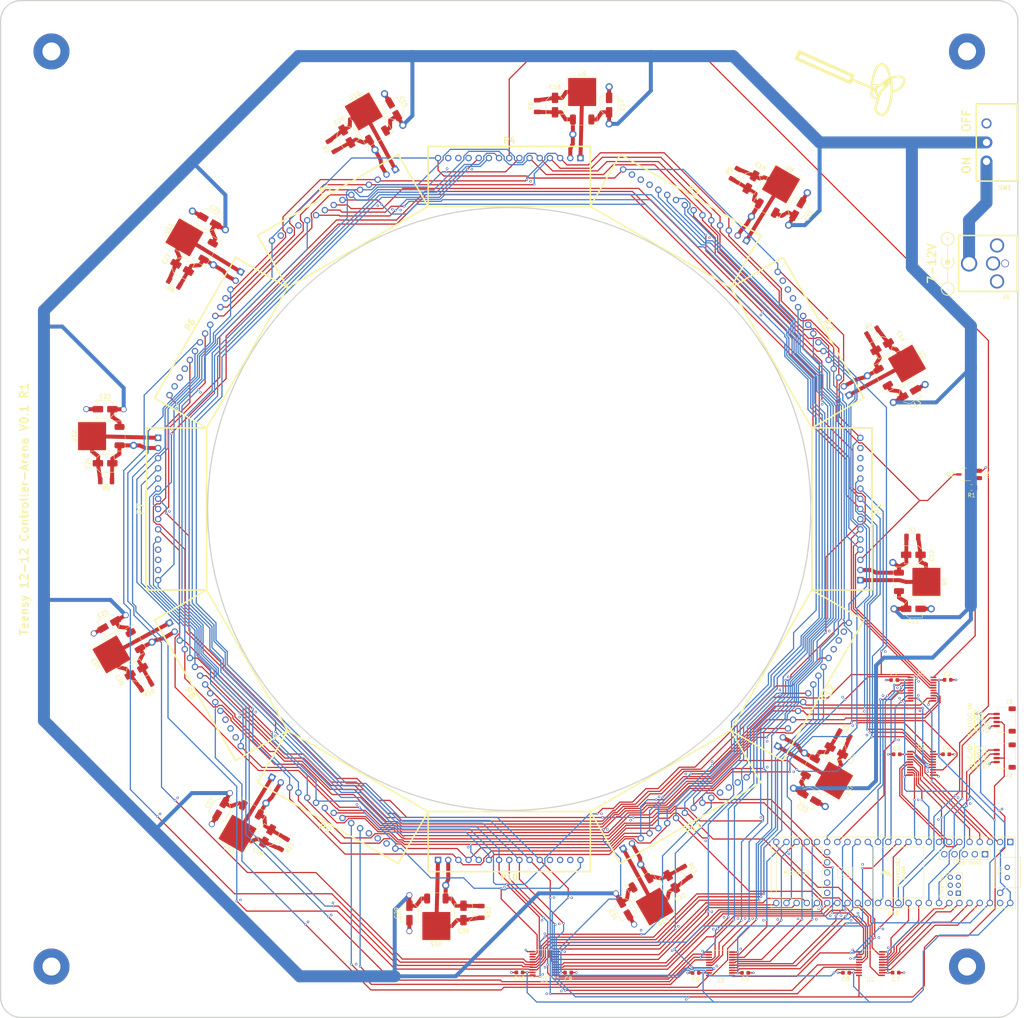
<source format=kicad_pcb>
(kicad_pcb (version 20221018) (generator pcbnew)
  (layers (0 "F.Cu" signal) (1 "In1.Cu" power) (2 "In2.Cu" power) (31 "B.Cu" signal) (34 "B.Paste" user) (35 "F.Paste" user) (36 "B.SilkS" user "B.Silkscreen") (37 "F.SilkS" user "F.Silkscreen") (38 "B.Mask" user) (39 "F.Mask" user) (44 "Edge.Cuts" user))
  (net 0 "")
  (net 1 "+3.3V")
  (net 2 "+5V")
  (net 3 "VCC")
  (net 4 "Net-(SW1-A)")
  (net 5 "/Teensy/SDA")
  (net 8 "/Teensy/SCL")
  (net 9 "/Teensy/A0")
  (net 11 "/Teensy/A1")
  (net 12 "/Panel Headers/POW.5V_HDR_1")
  (net 13 "/Level Shifters/PAN5V.SCK_1")
  (net 14 "/Level Shifters/PAN5V.SCK_0")
  (net 15 "/Level Shifters/PAN5V.MOSI_0")
  (net 16 "/Level Shifters/PAN5V.MISO_0")
  (net 17 "/Level Shifters/PAN5V.CS_00")
  (net 18 "/Level Shifters/PAN5V.CS_01")
  (net 19 "/Level Shifters/PAN5V.CS_02")
  (net 20 "/Level Shifters/PAN5V.CS_03")
  (net 21 "/Level Shifters/PAN5V.CS_04")
  (net 22 "/Level Shifters/PAN5V.EXT_INT")
  (net 23 "/Panel Headers/POW.5V_HDR_2")
  (net 24 "GND")
  (net 28 "/Level Shifters/PAN5V.CS_05")
  (net 29 "/Level Shifters/PAN5V.CS_06")
  (net 30 "/Level Shifters/PAN5V.CS_08")
  (net 31 "/Level Shifters/PAN5V.CS_09")
  (net 32 "/Panel Headers/POW.5V_HDR_3")
  (net 45 "Net-(Q2-G)")
  (net 46 "/Level Shifters/PAN5V.CS_10")
  (net 47 "/Level Shifters/PAN5V.CS_11")
  (net 48 "/Level Shifters/PAN5V.CS_12")
  (net 49 "/Level Shifters/PAN5V.CS_13")
  (net 50 "/Level Shifters/PAN5V.CS_14")
  (net 51 "/Panel Headers/POW.5V_HDR_4")
  (net 52 "/Level Shifters/PAN5V.CS_15")
  (net 53 "/Level Shifters/PAN5V.CS_16")
  (net 54 "/Level Shifters/PAN5V.CS_17")
  (net 55 "/Level Shifters/PAN5V.CS_18")
  (net 56 "/Level Shifters/PAN5V.CS_19")
  (net 57 "/Panel Headers/POW.5V_HDR_5")
  (net 58 "/Level Shifters/PAN5V.CS_20")
  (net 59 "/Level Shifters/PAN5V.CS_21")
  (net 60 "/Level Shifters/PAN5V.CS_22")
  (net 61 "/Level Shifters/PAN5V.CS_23")
  (net 62 "/Level Shifters/PAN5V.CS_24")
  (net 63 "/Panel Headers/POW.5V_HDR_6")
  (net 64 "/Level Shifters/PAN5V.CS_25")
  (net 65 "/Level Shifters/PAN5V.CS_26")
  (net 66 "/Level Shifters/PAN5V.CS_27")
  (net 67 "/Level Shifters/PAN5V.CS_28")
  (net 68 "/Level Shifters/PAN5V.CS_29")
  (net 69 "/Panel Headers/POW.5V_HDR_7")
  (net 70 "/Level Shifters/PAN5V.MOSI_1")
  (net 71 "/Level Shifters/PAN5V.MISO_1")
  (net 75 "/Panel Headers/POW.5V_HDR_8")
  (net 79 "/Panel Headers/POW.5V_HDR_9")
  (net 83 "/Panel Headers/POW.5V_HDR_10")
  (net 87 "/Panel Headers/POW.5V_HDR_11")
  (net 91 "/Panel Headers/POW.5V_HDR_12")
  (net 95 "/Level Shifters/PAN5V.RESET")
  (net 96 "/Level Shifters/PAN3V.RESET")
  (net 97 "/Level Shifters/PAN3V.SCK_0")
  (net 98 "/Level Shifters/PAN3V.MOSI_0")
  (net 99 "/Level Shifters/PAN3V.MISO_0")
  (net 101 "/Level Shifters/PAN3V.SCK_1")
  (net 102 "/Level Shifters/PAN3V.MOSI_1")
  (net 103 "/Level Shifters/PAN3V.MISO_1")
  (net 105 "/Level Shifters/PAN3V.CS_00")
  (net 106 "/Level Shifters/PAN3V.CS_01")
  (net 107 "/Level Shifters/PAN3V.CS_02")
  (net 108 "/Level Shifters/PAN3V.CS_03")
  (net 109 "/Level Shifters/PAN3V.CS_04")
  (net 110 "/Level Shifters/PAN3V.CS_05")
  (net 111 "/Level Shifters/PAN3V.CS_06")
  (net 112 "/Level Shifters/PAN3V.CS_07")
  (net 113 "/Level Shifters/PAN5V.CS_07")
  (net 114 "/Level Shifters/PAN3V.CS_08")
  (net 115 "/Level Shifters/PAN3V.CS_09")
  (net 116 "/Level Shifters/PAN3V.CS_10")
  (net 117 "/Level Shifters/PAN3V.CS_11")
  (net 118 "/Level Shifters/PAN3V.CS_12")
  (net 119 "/Level Shifters/PAN3V.CS_13")
  (net 120 "/Level Shifters/PAN3V.CS_14")
  (net 121 "/Level Shifters/PAN3V.CS_15")
  (net 122 "/Level Shifters/PAN3V.CS_16")
  (net 123 "/Level Shifters/PAN3V.CS_17")
  (net 124 "/Level Shifters/PAN3V.CS_18")
  (net 125 "/Level Shifters/PAN3V.CS_19")
  (net 126 "/Level Shifters/PAN3V.CS_20")
  (net 127 "/Level Shifters/PAN3V.CS_21")
  (net 128 "/Level Shifters/PAN3V.CS_22")
  (net 129 "/Level Shifters/PAN3V.CS_23")
  (net 130 "/Level Shifters/PAN3V.CS_24")
  (net 131 "/Level Shifters/PAN3V.CS_25")
  (net 132 "/Level Shifters/PAN3V.CS_26")
  (net 133 "/Level Shifters/PAN3V.CS_27")
  (net 134 "/Level Shifters/PAN3V.CS_28")
  (net 135 "/Level Shifters/PAN3V.CS_29")
  (net 137 "/Level Shifters/PAN3V.EXT_INT")
  (net 157 "/Panel Headers/RESET")
  (footprint "Capacitor_SMD:CP_Elec_4x5.4" (layer "F.Cu") (at 102.879547 105.757972 150)
    (fp_text reference "C21")
    (fp_text value "10uF")
  )
  (footprint "Resistor_SMD:R_1206_3216Metric" (layer "F.Cu") (at 170.774 278.450028 90)
    (fp_text reference "R12")
    (fp_text value "300")
  )
  (footprint "arena_custom:TO-252" (layer "F.Cu") (at 159.597 278.659028 -90)
    (fp_text reference "U15")
    (fp_text value "AZ1084-5.0")
  )
  (footprint "Resistor_SMD:R_1206_3216Metric" (layer "F.Cu") (at 121.390291 261.452481 60)
    (fp_text reference "R11")
    (fp_text value "300")
  )
  (footprint "Resistor_SMD:R_1206_3216Metric" (layer "F.Cu") (at 87.121518 222.040319 30)
    (fp_text reference "R10")
    (fp_text value "300")
  )
  (footprint "Capacitor_SMD:C_0603_1608Metric" (layer "F.Cu") (at 274.545 239.08 180)
    (fp_text reference "C3")
    (fp_text value "0.1uF")
  )
  (footprint "MountingHole:MountingHole_4.5mm_Pad" (layer "F.Cu") (at 63.5 63.5)
    (fp_text reference "H1" hide)
    (fp_text value "MountingHole_Pad")
  )
  (footprint "arena_custom:HEADER_TOP" (layer "F.Cu") (at 177.799999 265.474028)
    (fp_text reference "P10")
    (fp_text value "CONN15" hide)
  )
  (footprint "Capacitor_SMD:C_0603_1608Metric" (layer "F.Cu") (at 224.355 293.684 180)
    (fp_text reference "C6")
    (fp_text value "0.1uF")
  )
  (footprint "arena_custom:HEADER_TOP" (layer "F.Cu") (at 253.727936 221.637014 60)
    (fp_text reference "P12")
    (fp_text value "CONN15" hide)
  )
  (footprint "arena_custom:HEADER_TOP" (layer "F.Cu") (at 90.125971 177.8 -90)
    (fp_text reference "P7")
    (fp_text value "CONN15" hide)
  )
  (footprint "Capacitor_SMD:CP_Elec_4x5.4" (layer "F.Cu") (at 76.895971 166.37)
    (fp_text reference "C24")
    (fp_text value "22uF")
  )
  (footprint "Resistor_SMD:R_1206_3216Metric" (layer "F.Cu") (at 234.209708 94.147518 -120)
    (fp_text reference "R5")
    (fp_text value "300")
  )
  (footprint "Capacitor_SMD:CP_Elec_4x5.4" (layer "F.Cu") (at 148.937998 77.949547 120)
    (fp_text reference "C19")
    (fp_text value "10uF")
  )
  (footprint "Capacitor_SMD:CP_Elec_4x5.4" (layer "F.Cu") (at 278.704028 202.73)
    (fp_text reference "C11")
    (fp_text value "10uF")
  )
  (footprint "arena_custom:slide_switch" (layer "F.Cu") (at 299.5 86.233 90)
    (fp_text reference "SW1")
    (fp_text value "SW_SPDT" hide)
  )
  (footprint "Package_SO:TSSOP-20_4.4x6.5mm_P0.65mm" (layer "F.Cu") (at 230.5396 291.4176 180)
    (fp_text reference "U3")
    (fp_text value "TXB0108PW")
  )
  (footprint "Capacitor_SMD:CP_Elec_4x5.4" (layer "F.Cu") (at 105.757972 252.720452 -120)
    (fp_text reference "C27")
    (fp_text value "10uF")
  )
  (footprint "Capacitor_SMD:C_0603_1608Metric" (layer "F.Cu") (at 261.912 293.654 180)
    (fp_text reference "C8")
    (fp_text value "0.1uF")
  )
  (footprint "Package_SO:TSSOP-20_4.4x6.5mm_P0.65mm" (layer "F.Cu") (at 280.7409 241.3398)
    (fp_text reference "U2")
    (fp_text value "TXB0108PW")
  )
  (footprint "Resistor_SMD:R_1206_3216Metric" (layer "F.Cu") (at 133.55968 87.121518 -60)
    (fp_text reference "R7")
    (fp_text value "300")
  )
  (footprint "arena_custom:HEADER_TOP" (layer "F.Cu") (at 133.962985 253.727936 -30)
    (fp_text reference "P9")
    (fp_text value "CONN15" hide)
  )
  (footprint "arena_custom:TO-252" (layer "F.Cu") (at 278.659028 196.003)
    (fp_text reference "U6")
    (fp_text value "AZ1084-5.0")
  )
  (footprint "arena_custom:HEADER_TOP" (layer "F.Cu") (at 221.637014 253.727936 30)
    (fp_text reference "P11")
    (fp_text value "CONN15" hide)
  )
  (footprint "Capacitor_SMD:CP_Elec_4x5.4" (layer "F.Cu") (at 270.900452 137.246655 -150)
    (fp_text reference "C14")
    (fp_text value "22uF")
  )
  (footprint "Resistor_SMD:R_1206_3216Metric" (layer "F.Cu") (at 268.478481 133.55968 -150)
    (fp_text reference "R4")
    (fp_text value "300")
  )
  (footprint "Capacitor_SMD:C_0603_1608Metric" (layer "F.Cu") (at 192.504 293.604)
    (fp_text reference "C9")
    (fp_text value "0.1uF")
  )
  (footprint "arena_custom:JST_SH_SM04B-SRSS-TB_1x04-1MP_P1.00mm_Horizontal" (layer "F.Cu") (at 301.5 230.505 90)
    (fp_text reference "J3")
    (fp_text value "Conn_01x04")
  )
  (footprint "Capacitor_SMD:C_0603_1608Metric" (layer "F.Cu") (at 287.274 220.472)
    (fp_text reference "C2")
    (fp_text value "0.1uF")
  )
  (footprint "Capacitor_SMD:C_0603_1608Metric" (layer "F.Cu") (at 236.69 293.674)
    (fp_text reference "C5")
    (fp_text value "0.1uF")
  )
  (footprint "Capacitor_SMD:CP_Elec_4x5.4" (layer "F.Cu") (at 96.129547 117.449315 -30)
    (fp_text reference "C22")
    (fp_text value "22uF")
  )
  (footprint "Resistor_SMD:R_1206_3216Metric" (layer "F.Cu") (at 222.040319 268.478481 120)
    (fp_text reference "R13")
    (fp_text value "300")
  )
  (footprint "Capacitor_SMD:C_0603_1608Metric" (layer "F.Cu") (at 180.354 293.564 180)
    (fp_text reference "C10")
    (fp_text value "0.1uF")
  )
  (footprint "Capacitor_SMD:CP_Elec_4x5.4" (layer "F.Cu") (at 238.150684 96.129547 -120)
    (fp_text reference "C16")
    (fp_text value "22uF")
  )
  (footprint "Capacitor_SMD:CP_Elec_4x5.4" (layer "F.Cu") (at 84.699547 218.353344 30)
    (fp_text reference "C26")
    (fp_text value "22uF")
  )
  (footprint "arena_custom:TO-252" (layer "F.Cu") (at 212.465254 274.247981 -60)
    (fp_text reference "U16")
    (fp_text value "AZ1084-5.0")
  )
  (footprint "arena_custom:TO-252" (layer "F.Cu") (at 76.940971 159.597 180)
    (fp_text reference "U12")
    (fp_text value "AZ1084-5.0")
  )
  (footprint "arena_custom:TO-252" (layer "F.Cu") (at 243.993774 99.555018 60)
    (fp_text reference "U8")
    (fp_text value "AZ1084-5.0")
  )
  (footprint "MountingHole:MountingHole_4.5mm_Pad" (layer "F.Cu") (at 292.1 292.1)
    (fp_text reference "H3" hide)
    (fp_text value "MountingHole_Pad")
  )
  (footprint "Package_SO:TSSOP-20_4.4x6.5mm_P0.65mm" (layer "F.Cu") (at 280.8555 222.799)
    (fp_text reference "U1")
    (fp_text value "TXB0108PW")
  )
  (footprint "Package_TO_SOT_SMD:SOT-23-3" (layer "F.Cu") (at 291.2055 169.164 180)
    (fp_text reference "Q2")
    (fp_text value "MOSFET_NCHAN")
  )
  (footprint "MountingHole:MountingHole_4.5mm_Pad" (layer "F.Cu") (at 63.5 292.1)
    (fp_text reference "H4" hide)
    (fp_text value "MountingHole_Pad")
  )
  (footprint "Capacitor_SMD:CP_Elec_4x5.4" (layer "F.Cu") (at 152.87 278.704028 -90)
    (fp_text reference "C29")
    (fp_text value "10uF")
  )
  (footprint "arena_custom:TO-252" (layer "F.Cu") (at 81.352018 212.465254 -150)
    (fp_text reference "U13")
    (fp_text value "AZ1084-5.0")
  )
  (footprint "arena_custom:DCJACK_2PIN_HIGHCURRENT" (layer "F.Cu") (at 304.6 116.459 -90)
    (fp_text reference "J1")
    (fp_text value "Barrel_Jack" hide)
  )
  (footprint "arena_custom:TO-252" (layer "F.Cu") (at 143.134745 81.352018 120)
    (fp_text reference "U10")
    (fp_text value "AZ1084-5.0")
  )
  (footprint "Capacitor_SMD:CP_Elec_4x5.4" (layer "F.Cu") (at 206.662001 277.650452 -60)
    (fp_text reference "C31")
    (fp_text value "10uF")
  )
  (footprint "arena_custom:HEADER_TOP" (layer "F.Cu") (at 133.962985 101.872063 -150)
    (fp_text reference "P5")
    (fp_text value "CONN15" hide)
  )
  (footprint "Package_SO:TSSOP-20_4.4x6.5mm_P0.65mm" (layer "F.Cu") (at 267.9826 291.3668 180)
    (fp_text reference "U4")
    (fp_text value "TXB0108PW")
  )
  (footprint "arena_custom:HEADER_TOP" (layer "F.Cu") (at 177.8 90.125971 180)
    (fp_text reference "P4")
    (fp_text value "CONN15" hide)
  )
  (footprint "Resistor_SMD:R_0805_2012Metric" (layer "F.Cu") (at 293.2195 172.466)
    (fp_text reference "R1")
    (fp_text value "200")
  )
  (footprint "Capacitor_SMD:CP_Elec_4x5.4" (layer "F.Cu") (at 218.353344 270.900452 120)
    (fp_text reference "C32")
    (fp_text value "22uF")
  )
  (footprint "Resistor_SMD:R_1206_3216Metric" (layer "F.Cu") (at 261.452481 234.209708 150)
    (fp_text reference "R14")
    (fp_text value "300")
  )
  (footprint "arena_custom:TO-252" (layer "F.Cu") (at 99.555018 111.606225 150)
    (fp_text reference "U11")
    (fp_text value "AZ1084-5.0")
  )
  (footprint "teensy:Teensy41" (layer "F.Cu") (at 273.685 268.605 180)
    (fp_text reference "U18")
    (fp_text value "Teensy4.1")
  )
  (footprint "Capacitor_SMD:CP_Elec_4x5.4" (layer "F.Cu") (at 189.23 76.895971 -90)
    (fp_text reference "C18")
    (fp_text value "22uF")
  )
  (footprint "arena_custom:HEADER_TOP" (layer "F.Cu") (at 265.474028 177.8 90)
    (fp_text reference "P1")
    (fp_text value "CONN15" hide)
  )
  (footprint "arena_custom:HEADER_TOP" (layer "F.Cu") (at 101.872063 133.962985 -120)
    (fp_text reference "P6")
    (fp_text value "CONN15" hide)
  )
  (footprint "Resistor_SMD:R_1206_3216Metric" (layer "F.Cu") (at 184.826 77.149971 -90)
    (fp_text reference "R6")
    (fp_text value "300")
  )
  (footprint "arena_custom:HEADER_TOP" (layer "F.Cu") (at 101.872063 221.637014 -60)
    (fp_text reference "P8")
    (fp_text value "CONN15" hide)
  )
  (footprint "Resistor_SMD:R_1206_3216Metric" (layer "F.Cu") (at 77.149971 170.774)
    (fp_text reference "R9")
    (fp_text value "300")
  )
  (footprint "Capacitor_SMD:CP_Elec_4x5.4" (layer "F.Cu") (at 76.895971 152.87 180)
    (fp_text reference "C23")
    (fp_text value "10uF")
  )
  (footprint "Capacitor_SMD:CP_Elec_4x5.4" (layer "F.Cu") (at 117.449315 259.470452 60)
    (fp_text reference "C28")
    (fp_text value "22uF")
  )
  (footprint "Capacitor_SMD:CP_Elec_4x5.4" (layer "F.Cu") (at 77.949547 206.662001 -150)
    (fp_text reference "C25")
    (fp_text value "10uF")
  )
  (footprint "Resistor_SMD:R_1206_3216Metric" (layer "F.Cu") (at 278.450028 184.826 180)
    (fp_text reference "R3")
    (fp_text value "300")
  )
  (footprint "MountingHole:MountingHole_4.5mm_Pad" (layer "F.Cu") (at 292.1 63.5)
    (fp_text reference "H2" hide)
    (fp_text value "MountingHole_Pad")
  )
  (footprint "Capacitor_SMD:C_0603_1608Metric" (layer "F.Cu") (at 286.885 239.08)
    (fp_text reference "C4")
    (fp_text value "0.1uF")
  )
  (footprint "Capacitor_SMD:CP_Elec_4x5.4" (layer "F.Cu") (at 137.246655 84.699547 -60)
    (fp_text reference "C20")
    (fp_text value "22uF")
  )
  (footprint "Capacitor_SMD:CP_Elec_4x5.4" (layer "F.Cu") (at 166.37 278.704028 90)
    (fp_text reference "C30")
    (fp_text value "22uF")
  )
  (footprint "Capacitor_SMD:C_0603_1608Metric" (layer "F.Cu") (at 274.292 293.624)
    (fp_text reference "C7")
    (fp_text value "0.1uF")
  )
  (footprint "Capacitor_SMD:C_0603_1608Metric" (layer "F.Cu") (at 273.9136 220.5228 180)
    (fp_text reference "C1")
    (fp_text value "0.1uF")
  )
  (footprint "Capacitor_SMD:CP_Elec_4x5.4" (layer "F.Cu") (at 259.470452 238.150684 150)
    (fp_text reference "C34")
    (fp_text value "22uF")
  )
  (footprint "Capacitor_SMD:CP_Elec_4x5.4" (layer "F.Cu") (at 249.842027 102.879547 60)
    (fp_text reference "C15")
    (fp_text value "10uF")
  )
  (footprint "Capacitor_SMD:CP_Elec_4x5.4" (layer "F.Cu") (at 277.650452 148.937998 30)
    (fp_text reference "C13")
    (fp_text value "10uF")
  )
  (footprint "Capacitor_SMD:CP_Elec_4x5.4" (layer "F.Cu") (at 278.704028 189.23 180)
    (fp_text reference "C12")
    (fp_text value "22uF")
  )
  (footprint "arena_custom:TO-252" (layer "F.Cu") (at 256.044981 243.993774 -30)
    (fp_text reference "U17")
    (fp_text value "AZ1084-5.0")
  )
  (footprint "arena_custom:HEADER_TOP" (layer "F.Cu") (at 253.727936 133.962985 120)
    (fp_text reference "P2")
    (fp_text value "CONN15" hide)
  )
  (footprint "arena_custom:JST_SH_SM04B-SRSS-TB_1x04-1MP_P1.00mm_Horizontal" (layer "F.Cu") (at 301.5 239.516 90)
    (fp_text reference "J2")
    (fp_text value "Conn_01x04")
  )
  (footprint "Resistor_SMD:R_1206_3216Metric" (layer "F.Cu") (at 94.147518 121.390291 -30)
    (fp_text reference "R8")
    (fp_text value "300")
  )
  (footprint "arena_custom:TO-252" (layer "F.Cu") (at 196.003 76.940971 90)
    (fp_text reference "U9")
    (fp_text value "AZ1084-5.0")
  )
  (footprint "arena_custom:HEADER_TOP" (layer "F.Cu") (at 221.637014 101.872063 150)
    (fp_text reference "P3")
    (fp_text value "CONN15" hide)
  )
  (footprint "arena_custom:TO-252" (layer "F.Cu") (at 274.247981 143.134745 30)
    (fp_text reference "U7")
    (fp_text value "AZ1084-5.0")
  )
  (footprint "Package_SO:TSSOP-20_4.4x6.5mm_P0.65mm" (layer "F.Cu") (at 186.5017 291.2958 180)
    (fp_text reference "U5")
    (fp_text value "TXB0108PW")
  )
  (footprint "Resistor_SMD:R_0805_2012Metric" (layer "F.Cu") (at 295.148 169.164 -90)
    (fp_text reference "R2")
    (fp_text value "20k")
  )
  (footprint "arena_custom:TO-252" (layer "F.Cu") (at 111.606225 256.044981 -120)
    (fp_text reference "U14")
    (fp_text value "AZ1084-5.0")
  )
  (footprint "Capacitor_SMD:CP_Elec_4x5.4" (layer "F.Cu") (at 252.720452 249.842027 -30)
    (fp_text reference "C33")
    (fp_text value "10uF")
  )
  (footprint "Capacitor_SMD:CP_Elec_4x5.4" (layer "F.Cu") (at 202.73 76.895971 90)
    (fp_text reference "C17")
    (fp_text value "10uF")
  )
  (gr_line (start 272.719791 77.056148) (end 272.792723 76.816793) (stroke (width 0.514144)) (layer "F.SilkS"))
  (gr_line (start 269.848875 78.84365) (end 269.949642 78.94925) (stroke (width 0.514144)) (layer "F.SilkS"))
  (gr_line (start 269.91939 75.129372) (end 269.568674 75.230056) (stroke (width 0.514144)) (layer "F.SilkS"))
  (gr_line (start 285.958677 117.020687) (end 285.912617 116.954601) (stroke (width 0.15487)) (layer "F.SilkS"))
  (gr_line (start 287.579658 108.759663) (end 287.656965 108.777506) (stroke (width 0.179621)) (layer "F.SilkS"))
  (gr_line (start 286.301544 109.044649) (end 286.364193 109.000099) (stroke (width 0.179621)) (layer "F.SilkS"))
  (gr_line (start 273.203414 74.60929) (end 273.230843 74.302741) (stroke (width 0.514144)) (layer "F.SilkS"))
  (gr_line (start 268.538467 71.922576) (end 268.398283 71.928386) (stroke (width 0.514144)) (layer "F.SilkS"))
  (gr_line (start 268.574091 73.118561) (end 268.857945 73.03804) (stroke (width 0.514144)) (layer "F.SilkS"))
  (gr_line (start 269.169029 77.753918) (end 269.385651 78.183367) (stroke (width 0.514144)) (layer "F.SilkS"))
  (gr_line (start 271.889088 78.737053) (end 271.995033 78.597133) (stroke (width 0.514144)) (layer "F.SilkS"))
  (gr_line (start 287.807038 124.313867) (end 287.732792 124.338989) (stroke (width 0.179621)) (layer "F.SilkS"))
  (gr_line (start 288.624191 121.984336) (end 288.662666 122.051252) (stroke (width 0.179621)) (layer "F.SilkS"))
  (gr_line (start 270.373143 79.255534) (end 270.483539 79.301598) (stroke (width 0.514144)) (layer "F.SilkS"))
  (gr_line (start 269.627802 78.587148) (end 269.849848 78.897612) (stroke (width 0.514144)) (layer "F.SilkS"))
  (gr_line (start 287.014275 111.904619) (end 286.935586 111.890567) (stroke (width 0.179621)) (layer "F.SilkS"))
  (gr_line (start 288.644971 116.886798) (end 288.602596 116.954601) (stroke (width 0.15487)) (layer "F.SilkS"))
  (gr_line (start 270.12026 79.162894) (end 270.402342 79.294654) (stroke (width 0.514144)) (layer "F.SilkS"))
  (gr_line (start 286.183213 123.995719) (end 286.127717 123.94281) (stroke (width 0.179621)) (layer "F.SilkS"))
  (gr_line (start 286.429041 124.179493) (end 286.364208 124.13793) (stroke (width 0.179621)) (layer "F.SilkS"))
  (gr_line (start 288.851319 116.299732) (end 288.838422 116.37612) (stroke (width 0.15487)) (layer "F.SilkS"))
  (gr_line (start 272.046604 71.989815) (end 270.43001 73.735033) (stroke (width 0.514144)) (layer "F.SilkS"))
  (gr_line (start 286.24118 121.579884) (end 286.301544 121.532447) (stroke (width 0.179621)) (layer "F.SilkS"))
  (gr_line (start 269.072842 68.532694) (end 269.358938 67.903329) (stroke (width 0.514144)) (layer "F.SilkS"))
  (gr_line (start 268.490036 74.712817) (end 268.294985 74.405939) (stroke (width 0.514144)) (layer "F.SilkS"))
  (gr_line (start 269.95576 67.084344) (end 270.162314 66.914871) (stroke (width 0.514144)) (layer "F.SilkS"))
  (gr_line (start 287.175394 111.920951) (end 287.094245 111.914781) (stroke (width 0.179621)) (layer "F.SilkS"))
  (gr_line (start 275.697613 69.857459) (end 276.045895 70.048451) (stroke (width 0.514144)) (layer "F.SilkS"))
  (gr_line (start 285.932595 123.706323) (end 285.891031 123.64149) (stroke (width 0.179621)) (layer "F.SilkS"))
  (gr_line (start 285.678102 110.081768) (end 285.692154 110.00308) (stroke (width 0.179621)) (layer "F.SilkS"))
  (gr_line (start 268.687622 74.905469) (end 268.490036 74.712817) (stroke (width 0.514144)) (layer "F.SilkS"))
  (gr_line (start 269.213842 77.812465) (end 269.296205 77.988991) (stroke (width 0.514144)) (layer "F.SilkS"))
  (gr_line (start 288.332018 111.507921) (end 288.274039 111.558144) (stroke (width 0.179621)) (layer "F.SilkS"))
  (gr_line (start 268.294985 74.405939) (end 268.204859 74.17758) (stroke (width 0.514144)) (layer "F.SilkS"))
  (gr_line (start 288.662666 109.563454) (end 288.697954 109.632353) (stroke (width 0.179621)) (layer "F.SilkS"))
  (gr_line (start 287.257623 111.923031) (end 287.175394 111.920951) (stroke (width 0.179621)) (layer "F.SilkS"))
  (gr_line (start 287.500969 108.745611) (end 287.579658 108.759663) (stroke (width 0.179621)) (layer "F.SilkS"))
  (gr_line (start 271.584177 79.084107) (end 272.001749 78.655636) (stroke (width 0.514144)) (layer "F.SilkS"))
  (gr_line (start 285.891023 109.496538) (end 285.932586 109.431706) (stroke (width 0.179621)) (layer "F.SilkS"))
  (gr_line (start 288.847273 122.649536) (end 288.853443 122.730685) (stroke (width 0.179621)) (layer "F.SilkS"))
  (gr_line (start 287.950382 121.372569) (end 288.01928 121.407857) (stroke (width 0.179621)) (layer "F.SilkS"))
  (gr_line (start 286.179039 117.264324) (end 286.118965 117.207211) (stroke (width 0.15487)) (layer "F.SilkS"))
  (gr_line (start 271.557158 72.298344) (end 271.562769 72.215878) (stroke (width 0.514144)) (layer "F.SilkS"))
  (gr_line (start 288.697954 111.017877) (end 288.662666 111.086776) (stroke (width 0.179621)) (layer "F.SilkS"))
  (gr_line (start 271.796884 67.188567) (end 271.866965 67.27346) (stroke (width 0.514144)) (layer "F.SilkS"))
  (gr_line (start 288.823059 110.00308) (end 288.837111 110.081768) (stroke (width 0.179621)) (layer "F.SilkS"))
  (gr_line (start 270.042082 66.980845) (end 270.486469 66.719946) (stroke (width 0.514144)) (layer "F.SilkS"))
  (gr_line (start 288.44042 121.738511) (end 288.490643 121.796491) (stroke (width 0.179621)) (layer "F.SilkS"))
  (gr_line (start 273.396069 73.592428) (end 273.26293 73.636146) (stroke (width 0.514144)) (layer "F.SilkS"))
  (gr_line (start 271.175363 66.746491) (end 271.258978 66.778138) (stroke (width 0.514144)) (layer "F.SilkS"))
  (gr_line (start 286.635626 108.852772) (end 286.708191 108.824161) (stroke (width 0.179621)) (layer "F.SilkS"))
  (gr_line (start 285.737589 116.601278) (end 285.713638 116.527036) (stroke (width 0.15487)) (layer "F.SilkS"))
  (gr_line (start 287.014268 121.233409) (end 287.094239 121.223247) (stroke (width 0.179621)) (layer "F.SilkS"))
  (gr_line (start 287.807038 111.826069) (end 287.732792 111.851191) (stroke (width 0.179621)) (layer "F.SilkS"))
  (gr_line (start 288.853443 122.895142) (end 288.847273 122.976291) (stroke (width 0.179621)) (layer "F.SilkS"))
  (gr_line (start 286.301558 124.093379) (end 286.241193 124.045942) (stroke (width 0.179621)) (layer "F.SilkS"))
  (gr_line (start 270.652049 79.34661) (end 270.708938 79.355045) (stroke (width 0.514144)) (layer "F.SilkS"))
  (gr_line (start 287.411957 117.671485) (end 287.334853 117.677012) (stroke (width 0.15487)) (layer "F.SilkS"))
  (gr_line (start 288.086196 111.691695) (end 288.01928 111.730171) (stroke (width 0.179621)) (layer "F.SilkS"))
  (gr_line (start 287.334853 117.677012) (end 287.257606 117.678855) (stroke (width 0.15487)) (layer "F.SilkS"))
  (gr_line (start 276.063288 71.879708) (end 275.824175 72.244406) (stroke (width 0.514144)) (layer "F.SilkS"))
  (gr_line (start 271.953175 71.26514) (end 272.16674 70.993802) (stroke (width 0.514144)) (layer "F.SilkS"))
  (gr_line (start 287.257623 115.420801) (end 287.257623 111.996042) (stroke (width 0.168772)) (layer "F.SilkS"))
  (gr_line (start 285.891031 123.64149) (end 285.852554 123.574574) (stroke (width 0.179621)) (layer "F.SilkS"))
  (gr_line (start 269.655783 72.404764) (end 269.813437 72.22149) (stroke (width 0.514144)) (layer "F.SilkS"))
  (gr_line (start 268.378971 73.29255) (end 268.574091 73.118561) (stroke (width 0.514144)) (layer "F.SilkS"))
  (gr_line (start 286.635639 124.285256) (end 286.564857 124.253257) (stroke (width 0.179621)) (layer "F.SilkS"))
  (gr_line (start 285.66177 110.242887) (end 285.66794 110.161738) (stroke (width 0.179621)) (layer "F.SilkS"))
  (gr_line (start 287.094245 111.914781) (end 287.014275 111.904619) (stroke (width 0.179621)) (layer "F.SilkS"))
  (gr_line (start 287.950382 111.765459) (end 287.879601 111.797458) (stroke (width 0.179621)) (layer "F.SilkS"))
  (gr_line (start 288.729953 123.434894) (end 288.697954 123.505675) (stroke (width 0.179621)) (layer "F.SilkS"))
  (gr_line (start 271.74168 67.120768) (end 272.14785 67.677546) (stroke (width 0.514144)) (layer "F.SilkS"))
  (gr_line (start 276.045895 70.048451) (end 276.310637 70.266337) (stroke (width 0.514144)) (layer "F.SilkS"))
  (gr_line (start 262.869029 71.238685) (end 249.569411 65.284054) (stroke (width 0.514144)) (layer "F.SilkS"))
  (gr_line (start 285.654682 115.914214) (end 285.663894 115.837397) (stroke (width 0.15487)) (layer "F.SilkS"))
  (gr_line (start 288.860531 116.222914) (end 288.851319 116.299732) (stroke (width 0.15487)) (layer "F.SilkS"))
  (gr_line (start 262.984506 71.29082) (end 263.743691 69.51028) (stroke (width 0.514144)) (layer "F.SilkS"))
  (gr_line (start 270.823954 66.689781) (end 270.91435 66.693356) (stroke (width 0.514144)) (layer "F.SilkS"))
  (gr_line (start 272.561228 77.506092) (end 272.642575 77.286047) (stroke (width 0.514144)) (layer "F.SilkS"))
  (gr_line (start 286.708191 121.311959) (end 286.782438 121.286837) (stroke (width 0.179621)) (layer "F.SilkS"))
  (gr_line (start 270.402342 79.294654) (end 270.845429 79.369321) (stroke (width 0.514144)) (layer "F.SilkS"))
  (gr_line (start 287.935657 117.529624) (end 287.863562 117.560944) (stroke (width 0.15487)) (layer "F.SilkS"))
  (gr_line (start 287.180359 117.677012) (end 287.103255 117.671485) (stroke (width 0.15487)) (layer "F.SilkS"))
  (gr_line (start 274.365448 69.786521) (end 274.732374 69.731135) (stroke (width 0.514144)) (layer "F.SilkS"))
  (gr_line (start 288.209728 117.367496) (end 288.143643 117.413555) (stroke (width 0.15487)) (layer "F.SilkS"))
  (gr_line (start 287.026438 117.662273) (end 286.950049 117.649377) (stroke (width 0.15487)) (layer "F.SilkS"))
  (gr_line (start 287.339851 111.920951) (end 287.257623 111.923031) (stroke (width 0.179621)) (layer "F.SilkS"))
  (gr_line (start 275.3629 69.776092) (end 275.697613 69.857459) (stroke (width 0.514144)) (layer "F.SilkS"))
  (gr_line (start 269.813437 72.22149) (end 269.933432 72.102344) (stroke (width 0.514144)) (layer "F.SilkS"))
  (gr_line (start 272.975988 70.361552) (end 273.168289 70.250358) (stroke (width 0.514144)) (layer "F.SilkS"))
  (gr_line (start 276.470799 70.922516) (end 276.357002 71.278013) (stroke (width 0.514144)) (layer "F.SilkS"))
  (gr_line (start 271.66866 78.97738) (end 271.780245 78.863935) (stroke (width 0.514144)) (layer "F.SilkS"))
  (gr_line (start 287.640979 117.632796) (end 287.565163 117.649377) (stroke (width 0.15487)) (layer "F.SilkS"))
  (gr_line (start 288.387512 109.195218) (end 288.44042 109.250713) (stroke (width 0.179621)) (layer "F.SilkS"))
  (gr_line (start 270.486109 66.747234) (end 270.597313 66.715491) (stroke (width 0.514144)) (layer "F.SilkS"))
  (gr_line (start 276.310637 70.266337) (end 276.487316 70.447612) (stroke (width 0.514144)) (layer "F.SilkS"))
  (gr_line (start 285.75665 109.775698) (end 285.785261 109.703135) (stroke (width 0.179621)) (layer "F.SilkS"))
  (gr_line (start 286.708204 124.313867) (end 286.635639 124.285256) (stroke (width 0.179621)) (layer "F.SilkS"))
  (gr_line (start 286.935586 124.378364) (end 286.858278 124.360522) (stroke (width 0.179621)) (layer "F.SilkS"))
  (gr_line (start 288.853443 110.242887) (end 288.855522 110.325115) (stroke (width 0.179621)) (layer "F.SilkS"))
  (gr_line (start 273.199471 71.40298) (end 273.170914 71.146272) (stroke (width 0.514144)) (layer "F.SilkS"))
  (gr_line (start 271.00305 66.704039) (end 271.090054 66.721771) (stroke (width 0.514144)) (layer "F.SilkS"))
  (gr_line (start 287.950382 108.884771) (end 288.01928 108.920059) (stroke (width 0.179621)) (layer "F.SilkS"))
  (gr_line (start 288.396248 117.207211) (end 288.336173 117.264324) (stroke (width 0.15487)) (layer "F.SilkS"))
  (gr_line (start 285.870242 115.250331) (end 285.912617 115.182528) (stroke (width 0.15487)) (layer "F.SilkS"))
  (gr_line (start 285.713638 115.610093) (end 285.737589 115.535851) (stroke (width 0.15487)) (layer "F.SilkS"))
  (gr_line (start 285.709998 123.212257) (end 285.692155 123.134949) (stroke (width 0.179621)) (layer "F.SilkS"))
  (gr_line (start 268.398283 71.928386) (end 268.443264 71.372715) (stroke (width 0.514144)) (layer "F.SilkS"))
  (gr_line (start 250.277988 63.622209) (end 263.577606 69.576838) (stroke (width 0.514144)) (layer "F.SilkS"))
  (gr_line (start 288.387512 121.683016) (end 288.44042 121.738511) (stroke (width 0.179621)) (layer "F.SilkS"))
  (gr_line (start 288.602596 116.954601) (end 288.556536 117.020687) (stroke (width 0.15487)) (layer "F.SilkS"))
  (gr_line (start 272.386758 77.915027) (end 272.475904 77.715885) (stroke (width 0.514144)) (layer "F.SilkS"))
  (gr_line (start 288.851319 115.837397) (end 288.860531 115.914214) (stroke (width 0.15487)) (layer "F.SilkS"))
  (gr_line (start 270.823706 79.361837) (end 270.950176 79.353592) (stroke (width 0.514144)) (layer "F.SilkS"))
  (gr_line (start 288.823059 123.134949) (end 288.805217 123.212257) (stroke (width 0.179621)) (layer "F.SilkS"))
  (gr_line (start 272.192051 67.792474) (end 272.252008 67.914764) (stroke (width 0.514144)) (layer "F.SilkS"))
  (gr_line (start 288.624191 109.496538) (end 288.662666 109.563454) (stroke (width 0.179621)) (layer "F.SilkS"))
  (gr_line (start 285.663894 115.837397) (end 285.676791 115.761009) (stroke (width 0.15487)) (layer "F.SilkS"))
  (gr_line (start 272.526536 68.615325) (end 272.624571 68.936007) (stroke (width 0.514144)) (layer "F.SilkS"))
  (gr_line (start 274.300501 73.290538) (end 273.955521 73.448266) (stroke (width 0.514144)) (layer "F.SilkS"))
  (gr_line (start 272.878363 70.030484) (end 272.227131 70.522448) (stroke (width 0.514144)) (layer "F.SilkS"))
  (gr_line (start 286.241193 111.558144) (end 286.183213 111.507921) (stroke (width 0.179621)) (layer "F.SilkS"))
  (gr_line (start 274.611605 73.162883) (end 274.300501 73.290538) (stroke (width 0.514144)) (layer "F.SilkS"))
  (gr_line (start 276.487316 70.447612) (end 276.514114 70.597317) (stroke (width 0.514144)) (layer "F.SilkS"))
  (gr_line (start 288.729953 122.190932) (end 288.758563 122.263496) (stroke (width 0.179621)) (layer "F.SilkS"))
  (gr_line (start 273.463734 70.098418) (end 273.689671 69.989986) (stroke (width 0.514144)) (layer "F.SilkS"))
  (gr_line (start 273.271457 72.470915) (end 273.259991 72.198306) (stroke (width 0.514144)) (layer "F.SilkS"))
  (gr_line (start 269.789995 74.417504) (end 269.64406 74.262718) (stroke (width 0.514144)) (layer "F.SilkS"))
  (gr_line (start 288.332018 123.995719) (end 288.274039 124.045942) (stroke (width 0.179621)) (layer "F.SilkS"))
  (gr_line (start 287.257623 124.410828) (end 287.175394 124.408749) (stroke (width 0.179621)) (layer "F.SilkS"))
  (gr_line (start 285.785261 122.190932) (end 285.81726 122.120151) (stroke (width 0.179621)) (layer "F.SilkS"))
  (gr_line (start 288.847273 110.161738) (end 288.853443 110.242887) (stroke (width 0.179621)) (layer "F.SilkS"))
  (gr_line (start 288.151027 109.000099) (end 288.213675 109.044649) (stroke (width 0.179621)) (layer "F.SilkS"))
  (gr_line (start 288.453362 114.989993) (end 288.506791 115.052216) (stroke (width 0.15487)) (layer "F.SilkS"))
  (gr_line (start 288.506791 117.084913) (end 288.453362 117.147135) (stroke (width 0.15487)) (layer "F.SilkS"))
  (gr_line (start 294 237) (end 294 242.5) (stroke (width 0.381)) (layer "F.SilkS"))
  (gr_line (start 269.081167 72.892436) (end 269.063736 72.933473) (stroke (width 0.514144)) (layer "F.SilkS"))
  (gr_line (start 285.663894 116.299732) (end 285.654682 116.222915) (stroke (width 0.15487)) (layer "F.SilkS"))
  (gr_line (start 288.758563 109.775698) (end 288.783685 109.849944) (stroke (width 0.179621)) (layer "F.SilkS"))
  (gr_line (start 285.756654 110.874532) (end 285.731531 110.800286) (stroke (width 0.179621)) (layer "F.SilkS"))
  (gr_line (start 288.644971 115.25033) (end 288.683661 115.319707) (stroke (width 0.15487)) (layer "F.SilkS"))
  (gr_line (start 270.193455 72.080045) (end 268.398283 71.928388) (stroke (width 0.514144)) (layer "F.SilkS"))
  (gr_line (start 273.170914 71.146272) (end 273.138327 70.894215) (stroke (width 0.514144)) (layer "F.SilkS"))
  (gr_line (start 286.651651 117.560944) (end 286.579555 117.529624) (stroke (width 0.15487)) (layer "F.SilkS"))
  (gr_line (start 288.213675 111.605581) (end 288.151027 111.650132) (stroke (width 0.179621)) (layer "F.SilkS"))
  (gr_line (start 285.852554 123.574574) (end 285.817265 123.505675) (stroke (width 0.179621)) (layer "F.SilkS"))
  (gr_line (start 286.1832 109.142309) (end 286.24118 109.092086) (stroke (width 0.179621)) (layer "F.SilkS"))
  (gr_line (start 268.78524 69.424072) (end 269.072842 68.532694) (stroke (width 0.514144)) (layer "F.SilkS"))
  (gr_line (start 286.061851 114.989993) (end 286.118965 114.929917) (stroke (width 0.15487)) (layer "F.SilkS"))
  (gr_line (start 286.061851 117.147135) (end 286.008421 117.084913) (stroke (width 0.15487)) (layer "F.SilkS"))
  (gr_line (start 285.692154 122.490878) (end 285.709996 122.413569) (stroke (width 0.179621)) (layer "F.SilkS"))
  (gr_line (start 287.879601 111.797458) (end 287.807038 111.826069) (stroke (width 0.179621)) (layer "F.SilkS"))
  (gr_line (start 286.024573 109.308693) (end 286.074796 109.250713) (stroke (width 0.179621)) (layer "F.SilkS"))
  (gr_line (start 285.852554 111.086776) (end 285.817265 111.017877) (stroke (width 0.179621)) (layer "F.SilkS"))
  (gr_line (start 286.301544 121.532447) (end 286.364193 121.487896) (stroke (width 0.179621)) (layer "F.SilkS"))
  (gr_line (start 288.783685 123.288084) (end 288.758563 123.36233) (stroke (width 0.179621)) (layer "F.SilkS"))
  (gr_line (start 269.334135 73.088782) (end 269.435669 72.741) (stroke (width 0.514144)) (layer "F.SilkS"))
  (gr_line (start 286.635639 111.797458) (end 286.564857 111.765459) (stroke (width 0.179621)) (layer "F.SilkS"))
  (gr_line (start 288.332018 121.630107) (end 288.387512 121.683016) (stroke (width 0.179621)) (layer "F.SilkS"))
  (gr_line (start 285.831551 116.817422) (end 285.796546 116.746614) (stroke (width 0.15487)) (layer "F.SilkS"))
  (gr_line (start 288.538079 121.856855) (end 288.582629 121.919503) (stroke (width 0.179621)) (layer "F.SilkS"))
  (gr_line (start 286.127717 123.94281) (end 286.074807 123.887315) (stroke (width 0.179621)) (layer "F.SilkS"))
  (gr_line (start 271.562769 72.215878) (end 271.567569 72.155036) (stroke (width 0.514144)) (layer "F.SilkS"))
  (gr_line (start 268.398283 71.928388) (end 268.428869 71.473183) (stroke (width 0.514144)) (layer "F.SilkS"))
  (gr_line (start 286.008421 117.084913) (end 285.958677 117.020687) (stroke (width 0.15487)) (layer "F.SilkS"))
  (gr_line (start 287.014268 108.745611) (end 287.094239 108.735449) (stroke (width 0.179621)) (layer "F.SilkS"))
  (gr_line (start 288.538079 109.369057) (end 288.582629 109.431706) (stroke (width 0.179621)) (layer "F.SilkS"))
  (gr_line (start 288.274039 111.558144) (end 288.213675 111.605581) (stroke (width 0.179621)) (layer "F.SilkS"))
  (gr_line (start 273.280747 73.025764) (end 273.278408 72.746825) (stroke (width 0.514144)) (layer "F.SilkS"))
  (gr_line (start 286.241193 124.045942) (end 286.183213 123.995719) (stroke (width 0.179621)) (layer "F.SilkS"))
  (gr_line (start 249.569411 65.284054) (end 250.277988 63.622209) (stroke (width 0.514144)) (layer "F.SilkS"))
  (gr_line (start 285.81726 122.120151) (end 285.852548 122.051252) (stroke (width 0.179621)) (layer "F.SilkS"))
  (gr_line (start 288.274039 121.579884) (end 288.332018 121.630107) (stroke (width 0.179621)) (layer "F.SilkS"))
  (gr_line (start 271.780245 78.863935) (end 271.889088 78.737053) (stroke (width 0.514144)) (layer "F.SilkS"))
  (gr_line (start 287.807038 108.824161) (end 287.879601 108.852772) (stroke (width 0.179621)) (layer "F.SilkS"))
  (gr_line (start 288.821841 115.685193) (end 288.838422 115.761008) (stroke (width 0.15487)) (layer "F.SilkS"))
  (gr_line (start 269.949642 78.94925) (end 270.05257 79.043534) (stroke (width 0.514144)) (layer "F.SilkS"))
  (gr_line (start 288.837111 110.081768) (end 288.847273 110.161738) (stroke (width 0.179621)) (layer "F.SilkS"))
  (gr_line (start 268.685166 69.837947) (end 268.798444 69.377434) (stroke (width 0.514144)) (layer "F.SilkS"))
  (gr_line (start 271.340898 66.816653) (end 271.421125 66.861974) (stroke (width 0.514144)) (layer "F.SilkS"))
  (gr_line (start 272.984266 76.04597) (end 273.038516 75.77277) (stroke (width 0.514144)) (layer "F.SilkS"))
  (gr_poly (pts (xy 287.191671 110.256718) (xy 287.191671 109.80759) (xy 287.32351 109.80759) (xy 287.32351 110.256718) (xy 287.772643 110.256718) (xy 287.772643 110.393516) (xy 287.32351 110.393516) (xy 287.32351 110.842642) (xy 287.191671 110.842642) (xy 287.191671 110.393516) (xy 286.742538 110.393516) (xy 286.742538 110.256718)) (fill solid) (layer "F.SilkS"))
  (gr_line (start 286.074807 123.887315) (end 286.024583 123.829336) (stroke (width 0.179621)) (layer "F.SilkS"))
  (gr_line (start 286.858278 124.360522) (end 286.78245 124.338989) (stroke (width 0.179621)) (layer "F.SilkS"))
  (gr_line (start 288.853443 122.730685) (end 288.855522 122.812913) (stroke (width 0.179621)) (layer "F.SilkS"))
  (gr_line (start 275.544306 72.557474) (end 275.243549 72.784521) (stroke (width 0.514144)) (layer "F.SilkS"))
  (gr_line (start 287.500969 121.233409) (end 287.579658 121.247462) (stroke (width 0.179621)) (layer "F.SilkS"))
  (gr_line (start 288.538079 123.768971) (end 288.490643 123.829336) (stroke (width 0.179621)) (layer "F.SilkS"))
  (gr_line (start 288.396248 114.929917) (end 288.453362 114.989993) (stroke (width 0.15487)) (layer "F.SilkS"))
  (gr_line (start 287.656965 124.360522) (end 287.579658 124.378364) (stroke (width 0.179621)) (layer "F.SilkS"))
  (gr_line (start 287.094239 108.735449) (end 287.175391 108.729279) (stroke (width 0.179621)) (layer "F.SilkS"))
  (gr_line (start 272.310281 68.043075) (end 272.36687 68.177347) (stroke (width 0.514144)) (layer "F.SilkS"))
  (gr_line (start 288.783685 109.849944) (end 288.805217 109.925771) (stroke (width 0.179621)) (layer "F.SilkS"))
  (gr_line (start 269.654291 78.599687) (end 269.750386 78.72703) (stroke (width 0.514144)) (layer "F.SilkS"))
  (gr_line (start 287.257623 121.15327) (end 287.257623 117.728512) (stroke (width 0.168772)) (layer "F.SilkS"))
  (gr_line (start 288.44042 111.399517) (end 288.387512 111.455012) (stroke (width 0.179621)) (layer "F.SilkS"))
  (gr_line (start 285.731528 109.849944) (end 285.75665 109.775698) (stroke (width 0.179621)) (layer "F.SilkS"))
  (gr_line (start 271.394184 66.835062) (end 271.74168 67.120768) (stroke (width 0.514144)) (layer "F.SilkS"))
  (gr_line (start 287.500969 111.904619) (end 287.421 111.914781) (stroke (width 0.179621)) (layer "F.SilkS"))
  (gr_line (start 285.66794 122.976291) (end 285.66177 122.895142) (stroke (width 0.179621)) (layer "F.SilkS"))
  (gr_line (start 285.731528 122.337742) (end 285.75665 122.263496) (stroke (width 0.179621)) (layer "F.SilkS"))
  (gr_line (start 288.718667 115.390515) (end 288.749987 115.46261) (stroke (width 0.15487)) (layer "F.SilkS"))
  (gr_line (start 273.223901 71.664068) (end 273.199471 71.40298) (stroke (width 0.514144)) (layer "F.SilkS"))
  (gr_line (start 268.798444 69.377434) (end 268.926541 68.945956) (stroke (width 0.514144)) (layer "F.SilkS"))
  (gr_line (start 271.567569 72.155036) (end 271.569822 72.132033) (stroke (width 0.514144)) (layer "F.SilkS"))
  (gr_line (start 286.495957 124.217969) (end 286.429041 124.179493) (stroke (width 0.179621)) (layer "F.SilkS"))
  (gr_line (start 269.435669 72.741) (end 269.655783 72.404764) (stroke (width 0.514144)) (layer "F.SilkS"))
  (gr_line (start 286.858267 121.265304) (end 286.935577 121.247462) (stroke (width 0.179621)) (layer "F.SilkS"))
  (gr_line (start 286.564843 121.372569) (end 286.635626 121.34057) (stroke (width 0.179621)) (layer "F.SilkS"))
  (gr_line (start 285.65969 110.325115) (end 285.66177 110.242887) (stroke (width 0.179621)) (layer "F.SilkS"))
  (gr_line (start 287.014275 124.392417) (end 286.935586 124.378364) (stroke (width 0.179621)) (layer "F.SilkS"))
  (gr_line (start 286.024573 121.796491) (end 286.074796 121.738511) (stroke (width 0.179621)) (layer "F.SilkS"))
  (gr_line (start 270.91435 66.693356) (end 271.00305 66.704039) (stroke (width 0.514144)) (layer "F.SilkS"))
  (gr_line (start 287.175391 121.217077) (end 287.257623 121.214998) (stroke (width 0.179621)) (layer "F.SilkS"))
  (gr_line (start 288.697954 122.120151) (end 288.729953 122.190932) (stroke (width 0.179621)) (layer "F.SilkS"))
  (gr_line (start 286.305485 117.367496) (end 286.24126 117.317753) (stroke (width 0.15487)) (layer "F.SilkS"))
  (gr_line (start 262.933892 71.409523) (end 262.984506 71.29082) (stroke (width 0.514144)) (layer "F.SilkS"))
  (gr_line (start 288.801574 116.527036) (end 288.777623 116.601278) (stroke (width 0.15487)) (layer "F.SilkS"))
  (gr_line (start 288.213675 121.532447) (end 288.274039 121.579884) (stroke (width 0.179621)) (layer "F.SilkS"))
  (gr_line (start 285.852548 122.051252) (end 285.891023 121.984336) (stroke (width 0.179621)) (layer "F.SilkS"))
  (gr_line (start 288.151027 121.487896) (end 288.213675 121.532447) (stroke (width 0.179621)) (layer "F.SilkS"))
  (gr_line (start 268.587608 70.325397) (end 268.685166 69.837947) (stroke (width 0.514144)) (layer "F.SilkS"))
  (gr_line (start 286.024583 111.341537) (end 285.977146 111.281173) (stroke (width 0.179621)) (layer "F.SilkS"))
  (gr_line (start 270.950176 79.353592) (end 271.074982 79.329126) (stroke (width 0.514144)) (layer "F.SilkS"))
  (gr_line (start 288.387512 123.94281) (end 288.332018 123.995719) (stroke (width 0.179621)) (layer "F.SilkS"))
  (gr_line (start 273.955521 73.448266) (end 273.667858 73.497182) (stroke (width 0.514144)) (layer "F.SilkS"))
  (gr_line (start 285.692154 110.00308) (end 285.709996 109.925771) (stroke (width 0.179621)) (layer "F.SilkS"))
  (gr_line (start 273.08771 75.492104) (end 273.131693 75.20437) (stroke (width 0.514144)) (layer "F.SilkS"))
  (gr_line (start 288.01928 121.407857) (end 288.086196 121.446333) (stroke (width 0.179621)) (layer "F.SilkS"))
  (gr_line (start 268.506673 70.837686) (end 268.587608 70.325397) (stroke (width 0.514144)) (layer "F.SilkS"))
  (gr_line (start 273.109184 70.898086) (end 270.430035 73.735032) (stroke (width 0.514144)) (layer "F.SilkS"))
  (gr_line (start 288.506791 115.052216) (end 288.556536 115.116442) (stroke (width 0.15487)) (layer "F.SilkS"))
  (gr_line (start 272.384901 68.207283) (end 272.607883 68.882713) (stroke (width 0.514144)) (layer "F.SilkS"))
  (gr_line (start 272.293944 78.103121) (end 272.386758 77.915027) (stroke (width 0.514144)) (layer "F.SilkS"))
  (gr_line (start 269.383005 73.766245) (end 269.32539 73.415172) (stroke (width 0.514144)) (layer "F.SilkS"))
  (gr_line (start 263.462921 70.504905) (end 269.081167 72.892436) (stroke (width 0.514144)) (layer "F.SilkS"))
  (gr_line (start 273.131693 75.20437) (end 273.170313 74.909966) (stroke (width 0.514144)) (layer "F.SilkS"))
  (gr_line (start 288.837111 123.05626) (end 288.823059 123.134949) (stroke (width 0.179621)) (layer "F.SilkS"))
  (gr_line (start 270.268496 66.847186) (end 270.376465 66.79122) (stroke (width 0.514144)) (layer "F.SilkS"))
  (gr_poly (pts (xy 287.332166 122.555797) (xy 287.332166 123.070028) (xy 287.183015 123.070028) (xy 287.183015 122.555797)) (fill solid) (layer "F.SilkS"))
  (gr_line (start 273.252444 73.990715) (end 273.268065 73.673612) (stroke (width 0.514144)) (layer "F.SilkS"))
  (gr_line (start 288.662666 122.051252) (end 288.697954 122.120151) (stroke (width 0.179621)) (layer "F.SilkS"))
  (gr_line (start 285.977146 111.281173) (end 285.932595 111.218524) (stroke (width 0.179621)) (layer "F.SilkS"))
  (gr_line (start 275.243549 72.784521) (end 274.891974 72.984666) (stroke (width 0.514144)) (layer "F.SilkS"))
  (gr_line (start 270.43001 73.735033) (end 269.169029 77.753918) (stroke (width 0.514144)) (layer "F.SilkS"))
  (gr_line (start 273.689671 69.989986) (end 274.006531 69.877711) (stroke (width 0.514144)) (layer "F.SilkS"))
  (gr_line (start 272.80048 69.644069) (end 272.878365 70.030482) (stroke (width 0.514144)) (layer "F.SilkS"))
  (gr_line (start 288.387512 111.455012) (end 288.332018 111.507921) (stroke (width 0.179621)) (layer "F.SilkS"))
  (gr_line (start 269.750386 78.72703) (end 269.848875 78.84365) (stroke (width 0.514144)) (layer "F.SilkS"))
  (gr_line (start 286.564857 111.765459) (end 286.495957 111.730171) (stroke (width 0.179621)) (layer "F.SilkS"))
  (gr_line (start 286.858267 108.777506) (end 286.935577 108.759663) (stroke (width 0.179621)) (layer "F.SilkS"))
  (gr_line (start 288.490643 109.308693) (end 288.538079 109.369057) (stroke (width 0.179621)) (layer "F.SilkS"))
  (gr_line (start 287.879601 124.285256) (end 287.807038 124.313867) (stroke (width 0.179621)) (layer "F.SilkS"))
  (gr_line (start 269.208567 75.16838) (end 268.923054 75.066969) (stroke (width 0.514144)) (layer "F.SilkS"))
  (gr_line (start 286.024583 123.829336) (end 285.977146 123.768971) (stroke (width 0.179621)) (layer "F.SilkS"))
  (gr_line (start 270.941309 66.653171) (end 271.394184 66.835062) (stroke (width 0.514144)) (layer "F.SilkS"))
  (gr_line (start 286.439372 117.455929) (end 286.37157 117.413555) (stroke (width 0.15487)) (layer "F.SilkS"))
  (gr_line (start 287.488775 117.662273) (end 287.411957 117.671485) (stroke (width 0.15487)) (layer "F.SilkS"))
  (gr_line (start 271.593884 72.491529) (end 271.557158 72.298344) (stroke (width 0.514144)) (layer "F.SilkS"))
  (gr_line (start 286.564843 108.884771) (end 286.635626 108.852772) (stroke (width 0.179621)) (layer "F.SilkS"))
  (gr_line (start 263.743691 69.51028) (end 250.209798 63.450758) (stroke (width 0.514144)) (layer "F.SilkS"))
  (gr_line (start 268.230431 73.586919) (end 268.378971 73.29255) (stroke (width 0.514144)) (layer "F.SilkS"))
  (gr_line (start 285.912617 116.954601) (end 285.870242 116.886798) (stroke (width 0.15487)) (layer "F.SilkS"))
  (gr_line (start 286.724891 117.588579) (end 286.651651 117.560944) (stroke (width 0.15487)) (layer "F.SilkS"))
  (gr_line (start 270.59551 79.334867) (end 270.652049 79.34661) (stroke (width 0.514144)) (layer "F.SilkS"))
  (gr_line (start 285.709998 110.724459) (end 285.692155 110.647151) (stroke (width 0.179621)) (layer "F.SilkS"))
  (gr_line (start 285.676791 116.37612) (end 285.663894 116.299732) (stroke (width 0.15487)) (layer "F.SilkS"))
  (gr_line (start 288.805217 122.413569) (end 288.823059 122.490878) (stroke (width 0.179621)) (layer "F.SilkS"))
  (gr_line (start 285.654682 116.222915) (end 285.649155 116.145811) (stroke (width 0.15487)) (layer "F.SilkS"))
  (gr_line (start 271.995033 78.597133) (end 272.097927 78.444572) (stroke (width 0.514144)) (layer "F.SilkS"))
  (gr_line (start 286.364208 111.650132) (end 286.301558 111.605581) (stroke (width 0.179621)) (layer "F.SilkS"))
  (gr_line (start 271.421125 66.861974) (end 271.49966 66.914041) (stroke (width 0.514144)) (layer "F.SilkS"))
  (gr_line (start 287.565163 117.649377) (end 287.488775 117.662273) (stroke (width 0.15487)) (layer "F.SilkS"))
  (gr_line (start 263.44549 70.545942) (end 263.462921 70.504905) (stroke (width 0.514144)) (layer "F.SilkS"))
  (gr_line (start 269.081177 72.892436) (end 268.098961 72.4868) (stroke (width 0.514144)) (layer "F.SilkS"))
  (gr_line (start 285.692155 123.134949) (end 285.678102 123.05626) (stroke (width 0.179621)) (layer "F.SilkS"))
  (gr_line (start 288.855522 110.325115) (end 288.853443 110.407343) (stroke (width 0.179621)) (layer "F.SilkS"))
  (gr_line (start 276.357002 71.278013) (end 276.216974 71.58539) (stroke (width 0.514144)) (layer "F.SilkS"))
  (gr_line (start 285.678102 123.05626) (end 285.66794 122.976291) (stroke (width 0.179621)) (layer "F.SilkS"))
  (gr_line (start 285.891031 111.153692) (end 285.852554 111.086776) (stroke (width 0.179621)) (layer "F.SilkS"))
  (gr_line (start 287.175394 124.408749) (end 287.094245 124.402579) (stroke (width 0.179621)) (layer "F.SilkS"))
  (gr_line (start 270.845429 79.369321) (end 271.185772 79.329578) (stroke (width 0.514144)) (layer "F.SilkS"))
  (gr_line (start 269.469754 78.314012) (end 269.560708 78.461916) (stroke (width 0.514144)) (layer "F.SilkS"))
  (gr_line (start 285.852548 109.563454) (end 285.891023 109.496538) (stroke (width 0.179621)) (layer "F.SilkS"))
  (gr_line (start 274.891974 72.984666) (end 274.611605 73.162883) (stroke (width 0.514144)) (layer "F.SilkS"))
  (gr_line (start 269.709213 67.356152) (end 270.042082 66.980845) (stroke (width 0.514144)) (layer "F.SilkS"))
  (gr_line (start 269.296205 77.988991) (end 269.381548 78.156272) (stroke (width 0.514144)) (layer "F.SilkS"))
  (gr_line (start 285.932595 111.218524) (end 285.891031 111.153692) (stroke (width 0.179621)) (layer "F.SilkS"))
  (gr_line (start 269.194344 73.03804) (end 269.194344 73.012471) (stroke (width 0.514144)) (layer "F.SilkS"))
  (gr_line (start 272.227131 70.522448) (end 271.474968 71.121853) (stroke (width 0.514144)) (layer "F.SilkS"))
  (gr_line (start 272.311632 78.15427) (end 272.769718 76.968005) (stroke (width 0.514144)) (layer "F.SilkS"))
  (gr_line (start 288.805217 123.212257) (end 288.783685 123.288084) (stroke (width 0.179621)) (layer "F.SilkS"))
  (gr_line (start 286.37157 117.413555) (end 286.305485 117.367496) (stroke (width 0.15487)) (layer "F.SilkS"))
  (gr_line (start 288.662666 111.086776) (end 288.624191 111.153692) (stroke (width 0.179621)) (layer "F.SilkS"))
  (gr_line (start 288.582629 123.706323) (end 288.538079 123.768971) (stroke (width 0.179621)) (layer "F.SilkS"))
  (gr_line (start 286.429026 108.958535) (end 286.495943 108.920059) (stroke (width 0.179621)) (layer "F.SilkS"))
  (gr_line (start 288.837111 122.569566) (end 288.847273 122.649536) (stroke (width 0.179621)) (layer "F.SilkS"))
  (gr_line (start 287.257623 121.214998) (end 287.339851 121.217077) (stroke (width 0.179621)) (layer "F.SilkS"))
  (gr_line (start 268.443264 71.372715) (end 268.506673 70.837686) (stroke (width 0.514144)) (layer "F.SilkS"))
  (gr_line (start 269.849848 78.897612) (end 270.12026 79.162894) (stroke (width 0.514144)) (layer "F.SilkS"))
  (gr_line (start 270.157713 74.613258) (end 269.978489 74.551785) (stroke (width 0.514144)) (layer "F.SilkS"))
  (gr_line (start 272.002061 67.462337) (end 272.067078 67.5662) (stroke (width 0.514144)) (layer "F.SilkS"))
  (gr_line (start 272.951342 70.031709) (end 270.193455 72.080044) (stroke (width 0.514144)) (layer "F.SilkS"))
  (gr_line (start 286.579555 117.529624) (end 286.508748 117.494619) (stroke (width 0.15487)) (layer "F.SilkS"))
  (gr_line (start 272.475904 77.715885) (end 272.561228 77.506092) (stroke (width 0.514144)) (layer "F.SilkS"))
  (gr_line (start 288.777623 115.535851) (end 288.801574 115.610092) (stroke (width 0.15487)) (layer "F.SilkS"))
  (gr_line (start 286.950049 117.649377) (end 286.874233 117.632796) (stroke (width 0.15487)) (layer "F.SilkS"))
  (gr_line (start 288.44042 123.887315) (end 288.387512 123.94281) (stroke (width 0.179621)) (layer "F.SilkS"))
  (gr_line (start 287.421 111.914781) (end 287.339851 111.920951) (stroke (width 0.179621)) (layer "F.SilkS"))
  (gr_line (start 271.258978 66.778138) (end 271.340898 66.816653) (stroke (width 0.514144)) (layer "F.SilkS"))
  (gr_line (start 288.151027 124.13793) (end 288.086196 124.179493) (stroke (width 0.179621)) (layer "F.SilkS"))
  (gr_line (start 286.782438 108.799039) (end 286.858267 108.777506) (stroke (width 0.179621)) (layer "F.SilkS"))
  (gr_line (start 271.185772 79.329578) (end 271.584177 79.084107) (stroke (width 0.514144)) (layer "F.SilkS"))
  (gr_line (start 270.709966 66.696252) (end 270.823954 66.689781) (stroke (width 0.514144)) (layer "F.SilkS"))
  (gr_line (start 271.474968 71.121853) (end 270.193455 72.080045) (stroke (width 0.514144)) (layer "F.SilkS"))
  (gr_line (start 285.765225 116.674518) (end 285.737589 116.601278) (stroke (width 0.15487)) (layer "F.SilkS"))
  (gr_line (start 263.410378 69.643772) (end 262.803029 71.068204) (stroke (width 0.514144)) (layer "F.SilkS"))
  (gr_line (start 287.257623 108.727199) (end 287.339851 108.729279) (stroke (width 0.179621)) (layer "F.SilkS"))
  (gr_line (start 285.692155 110.647151) (end 285.678102 110.568462) (stroke (width 0.179621)) (layer "F.SilkS"))
  (gr_line (start 287.807038 121.311959) (end 287.879601 121.34057) (stroke (width 0.179621)) (layer "F.SilkS"))
  (gr_line (start 288.866058 116.145811) (end 288.860531 116.222914) (stroke (width 0.15487)) (layer "F.SilkS"))
  (gr_line (start 269.390714 67.846719) (end 269.569058 67.552367) (stroke (width 0.514144)) (layer "F.SilkS"))
  (gr_line (start 271.177765 71.504512) (end 271.525242 71.511235) (stroke (width 0.514144)) (layer "F.SilkS"))
  (gr_line (start 271.935357 67.364737) (end 272.002061 67.462337) (stroke (width 0.514144)) (layer "F.SilkS"))
  (gr_line (start 285.958677 115.116442) (end 286.008421 115.052216) (stroke (width 0.15487)) (layer "F.SilkS"))
  (gr_line (start 272.715884 69.279083) (end 272.80048 69.644069) (stroke (width 0.514144)) (layer "F.SilkS"))
  (gr_line (start 285.785265 123.434894) (end 285.756654 123.36233) (stroke (width 0.179621)) (layer "F.SilkS"))
  (gr_line (start 286.935577 108.759663) (end 287.014268 108.745611) (stroke (width 0.179621)) (layer "F.SilkS"))
  (gr_line (start 288.490643 123.829336) (end 288.44042 123.887315) (stroke (width 0.179621)) (layer "F.SilkS"))
  (gr_line (start 288.624191 123.64149) (end 288.582629 123.706323) (stroke (width 0.179621)) (layer "F.SilkS"))
  (gr_line (start 286.127717 111.455012) (end 286.074807 111.399517) (stroke (width 0.179621)) (layer "F.SilkS"))
  (gr_line (start 288.729953 109.703135) (end 288.758563 109.775698) (stroke (width 0.179621)) (layer "F.SilkS"))
  (gr_line (start 273.259991 72.198306) (end 273.244106 71.929267) (stroke (width 0.514144)) (layer "F.SilkS"))
  (gr_line (start 288.075841 117.455929) (end 288.006464 117.494619) (stroke (width 0.15487)) (layer "F.SilkS"))
  (gr_line (start 273.038516 75.77277) (end 273.08771 75.492104) (stroke (width 0.514144)) (layer "F.SilkS"))
  (gr_line (start 269.568674 75.230056) (end 269.208567 75.16838) (stroke (width 0.514144)) (layer "F.SilkS"))
  (gr_line (start 288.697954 123.505675) (end 288.662666 123.574574) (stroke (width 0.179621)) (layer "F.SilkS"))
  (gr_line (start 285.796546 115.390515) (end 285.831551 115.319707) (stroke (width 0.15487)) (layer "F.SilkS"))
  (gr_line (start 250.209798 63.450758) (end 249.4 65.35) (stroke (width 0.514144)) (layer "F.SilkS"))
  (gr_line (start 273.230843 74.302741) (end 273.252444 73.990715) (stroke (width 0.514144)) (layer "F.SilkS"))
  (gr_line (start 287.656965 121.265304) (end 287.732792 121.286837) (stroke (width 0.179621)) (layer "F.SilkS"))
  (gr_line (start 270.708938 79.355045) (end 270.766162 79.360132) (stroke (width 0.514144)) (layer "F.SilkS"))
  (gr_line (start 271.554485 79.07699) (end 271.66866 78.97738) (stroke (width 0.514144)) (layer "F.SilkS"))
  (gr_line (start 285.713638 116.527036) (end 285.693372 116.451936) (stroke (width 0.15487)) (layer "F.SilkS"))
  (gr_line (start 286.1832 121.630107) (end 286.24118 121.579884) (stroke (width 0.179621)) (layer "F.SilkS"))
  (gr_line (start 288.847273 110.488492) (end 288.837111 110.568462) (stroke (width 0.179621)) (layer "F.SilkS"))
  (gr_line (start 287.790322 117.588579) (end 287.71608 117.61253) (stroke (width 0.15487)) (layer "F.SilkS"))
  (gr_line (start 287.175391 108.729279) (end 287.257623 108.727199) (stroke (width 0.179621)) (layer "F.SilkS"))
  (gr_line (start 286.127705 109.195218) (end 286.1832 109.142309) (stroke (width 0.179621)) (layer "F.SilkS"))
  (gr_line (start 268.618471 70.211389) (end 268.78524 69.424072) (stroke (width 0.514144)) (layer "F.SilkS"))
  (gr_line (start 287.863562 117.560944) (end 287.790322 117.588579) (stroke (width 0.15487)) (layer "F.SilkS"))
  (gr_line (start 272.067078 67.5662) (end 272.130407 67.676266) (stroke (width 0.514144)) (layer "F.SilkS"))
  (gr_line (start 294 228) (end 294 233.5) (stroke (width 0.381)) (layer "F.SilkS"))
  (gr_line (start 271.318986 79.233115) (end 271.437876 79.162368) (stroke (width 0.514144)) (layer "F.SilkS"))
  (gr_line (start 286.495957 111.730171) (end 286.429041 111.691695) (stroke (width 0.179621)) (layer "F.SilkS"))
  (gr_line (start 269.497656 74.014706) (end 269.383005 73.766245) (stroke (width 0.514144)) (layer "F.SilkS"))
  (gr_line (start 272.130407 67.676266) (end 272.192051 67.792474) (stroke (width 0.514144)) (layer "F.SilkS"))
  (gr_line (start 288.805217 110.724459) (end 288.783685 110.800286) (stroke (width 0.179621)) (layer "F.SilkS"))
  (gr_line (start 287.732792 111.851191) (end 287.656965 111.872724) (stroke (width 0.179621)) (layer "F.SilkS"))
  (gr_line (start 288.556536 117.020687) (end 288.506791 117.084913) (stroke (width 0.15487)) (layer "F.SilkS"))
  (gr_line (start 288.718667 116.746614) (end 288.683661 116.817421) (stroke (width 0.15487)) (layer "F.SilkS"))
  (gr_line (start 268.428869 71.473183) (end 268.482794 71.053375) (stroke (width 0.514144)) (layer "F.SilkS"))
  (gr_line (start 270.264437 79.196972) (end 270.373143 79.255534) (stroke (width 0.514144)) (layer "F.SilkS"))
  (gr_line (start 288.213675 124.093379) (end 288.151027 124.13793) (stroke (width 0.179621)) (layer "F.SilkS"))
  (gr_line (start 285.756654 123.36233) (end 285.731531 123.288084) (stroke (width 0.179621)) (layer "F.SilkS"))
  (gr_line (start 287.421 124.402579) (end 287.339851 124.408749) (stroke (width 0.179621)) (layer "F.SilkS"))
  (gr_line (start 269.068553 68.545612) (end 269.223578 68.1785) (stroke (width 0.514144)) (layer "F.SilkS"))
  (gr_line (start 285.66794 122.649536) (end 285.678102 122.569566) (stroke (width 0.179621)) (layer "F.SilkS"))
  (gr_line (start 276.216974 71.58539) (end 276.063288 71.879708) (stroke (width 0.514144)) (layer "F.SilkS"))
  (gr_line (start 271.652142 71.809078) (end 271.68681 71.721589) (stroke (width 0.514144)) (layer "F.SilkS"))
  (gr_line (start 288.821841 116.451936) (end 288.801574 116.527036) (stroke (width 0.15487)) (layer "F.SilkS"))
  (gr_line (start 287.950382 124.253257) (end 287.879601 124.285256) (stroke (width 0.179621)) (layer "F.SilkS"))
  (gr_line (start 288.758563 110.874532) (end 288.729953 110.947096) (stroke (width 0.179621)) (layer "F.SilkS"))
  (gr_line (start 285.709996 122.413569) (end 285.731528 122.337742) (stroke (width 0.179621)) (layer "F.SilkS"))
  (gr_line (start 287.339851 108.729279) (end 287.421 108.735449) (stroke (width 0.179621)) (layer "F.SilkS"))
  (gr_line (start 285.676791 115.761009) (end 285.693372 115.685193) (stroke (width 0.15487)) (layer "F.SilkS"))
  (gr_line (start 286.127705 121.683016) (end 286.1832 121.630107) (stroke (width 0.179621)) (layer "F.SilkS"))
  (gr_line (start 288.086196 124.179493) (end 288.01928 124.217969) (stroke (width 0.179621)) (layer "F.SilkS"))
  (gr_line (start 268.857945 73.03804) (end 269.194344 73.03804) (stroke (width 0.514144)) (layer "F.SilkS"))
  (gr_line (start 285.678102 122.569566) (end 285.692154 122.490878) (stroke (width 0.179621)) (layer "F.SilkS"))
  (gr_line (start 286.495943 108.920059) (end 286.564843 108.884771) (stroke (width 0.179621)) (layer "F.SilkS"))
  (gr_line (start 288.853443 110.407343) (end 288.847273 110.488492) (stroke (width 0.179621)) (layer "F.SilkS"))
  (gr_line (start 250.344126 63.793627) (end 263.410378 69.643772) (stroke (width 0.514144)) (layer "F.SilkS"))
  (gr_line (start 271.571732 72.118669) (end 271.652142 71.809078) (stroke (width 0.514144)) (layer "F.SilkS"))
  (gr_line (start 288.758563 123.36233) (end 288.729953 123.434894) (stroke (width 0.179621)) (layer "F.SilkS"))
  (gr_line (start 269.063736 72.933473) (end 263.44549 70.545942) (stroke (width 0.514144)) (layer "F.SilkS"))
  (gr_line (start 272.14785 67.677546) (end 272.384901 68.207283) (stroke (width 0.514144)) (layer "F.SilkS"))
  (gr_line (start 269.64406 74.262718) (end 269.497656 74.014706) (stroke (width 0.514144)) (layer "F.SilkS"))
  (gr_line (start 271.437876 79.162368) (end 271.554485 79.07699) (stroke (width 0.514144)) (layer "F.SilkS"))
  (gr_line (start 288.683661 116.817421) (end 288.644971 116.886798) (stroke (width 0.15487)) (layer "F.SilkS"))
  (gr_line (start 272.474997 68.463533) (end 272.526536 68.615325) (stroke (width 0.514144)) (layer "F.SilkS"))
  (gr_line (start 288.151027 111.650132) (end 288.086196 111.691695) (stroke (width 0.179621)) (layer "F.SilkS"))
  (gr_line (start 285.891023 121.984336) (end 285.932586 121.919503) (stroke (width 0.179621)) (layer "F.SilkS"))
  (gr_line (start 288.866058 115.991318) (end 288.8679 116.068564) (stroke (width 0.15487)) (layer "F.SilkS"))
  (gr_line (start 262.803029 71.068204) (end 249.736777 65.218058) (stroke (width 0.514144)) (layer "F.SilkS"))
  (gr_line (start 286.635626 121.34057) (end 286.708191 121.311959) (stroke (width 0.179621)) (layer "F.SilkS"))
  (gr_line (start 249.4 65.35) (end 262.933892 71.409523) (stroke (width 0.514144)) (layer "F.SilkS"))
  (gr_line (start 287.094245 124.402579) (end 287.014275 124.392417) (stroke (width 0.179621)) (layer "F.SilkS"))
  (gr_line (start 288.582629 111.218524) (end 288.538079 111.281173) (stroke (width 0.179621)) (layer "F.SilkS"))
  (gr_line (start 270.193455 72.080044) (end 268.538467 71.922576) (stroke (width 0.514144)) (layer "F.SilkS"))
  (gr_line (start 272.252008 67.914764) (end 272.310281 68.043075) (stroke (width 0.514144)) (layer "F.SilkS"))
  (gr_line (start 285.731531 110.800286) (end 285.709998 110.724459) (stroke (width 0.179621)) (layer "F.SilkS"))
  (gr_line (start 288.838422 116.37612) (end 288.821841 116.451936) (stroke (width 0.15487)) (layer "F.SilkS"))
  (gr_line (start 286.074796 121.738511) (end 286.127705 121.683016) (stroke (width 0.179621)) (layer "F.SilkS"))
  (gr_line (start 288.697954 109.632353) (end 288.729953 109.703135) (stroke (width 0.179621)) (layer "F.SilkS"))
  (gr_line (start 286.429041 111.691695) (end 286.364208 111.650132) (stroke (width 0.179621)) (layer "F.SilkS"))
  (gr_line (start 287.579658 124.378364) (end 287.500969 124.392417) (stroke (width 0.179621)) (layer "F.SilkS"))
  (gr_line (start 287.103255 117.671485) (end 287.026438 117.662273) (stroke (width 0.15487)) (layer "F.SilkS"))
  (gr_line (start 273.168289 70.250358) (end 273.463734 70.098418) (stroke (width 0.514144)) (layer "F.SilkS"))
  (gr_line (start 273.667858 73.497182) (end 273.396069 73.592428) (stroke (width 0.514144)) (layer "F.SilkS"))
  (gr_line (start 285.737589 115.535851) (end 285.765225 115.462611) (stroke (width 0.15487)) (layer "F.SilkS"))
  (gr_line (start 276.514114 70.597317) (end 276.470799 70.922516) (stroke (width 0.514144)) (layer "F.SilkS"))
  (gr_line (start 286.78245 111.851191) (end 286.708204 111.826069) (stroke (width 0.179621)) (layer "F.SilkS"))
  (gr_line (start 273.244106 71.929267) (end 273.223901 71.664068) (stroke (width 0.514144)) (layer "F.SilkS"))
  (gr_line (start 268.926541 68.945956) (end 269.068553 68.545612) (stroke (width 0.514144)) (layer "F.SilkS"))
  (gr_line (start 286.24126 117.317753) (end 286.179039 117.264324) (stroke (width 0.15487)) (layer "F.SilkS"))
  (gr_line (start 269.32539 73.415172) (end 269.334135 73.088782) (stroke (width 0.514144)) (layer "F.SilkS"))
  (gr_line (start 269.933432 72.102344) (end 269.959784 72.060965) (stroke (width 0.514144)) (layer "F.SilkS"))
  (gr_line (start 285.796546 116.746614) (end 285.765225 116.674518) (stroke (width 0.15487)) (layer "F.SilkS"))
  (gr_line (start 273.268065 73.673612) (end 273.27755 73.351829) (stroke (width 0.514144)) (layer "F.SilkS"))
  (gr_line (start 286.301558 111.605581) (end 286.241193 111.558144) (stroke (width 0.179621)) (layer "F.SilkS"))
  (gr_line (start 271.074982 79.329126) (end 271.19797 79.288834) (stroke (width 0.514144)) (layer "F.SilkS"))
  (gr_line (start 288.453362 117.147135) (end 288.396248 117.207211) (stroke (width 0.15487)) (layer "F.SilkS"))
  (gr_line (start 285.649155 116.145811) (end 285.647312 116.068565) (stroke (width 0.15487)) (layer "F.SilkS"))
  (gr_line (start 285.75665 122.263496) (end 285.785261 122.190932) (stroke (width 0.179621)) (layer "F.SilkS"))
  (gr_line (start 269.223578 68.1785) (end 269.390714 67.846719) (stroke (width 0.514144)) (layer "F.SilkS"))
  (gr_line (start 288.860531 115.914214) (end 288.866058 115.991318) (stroke (width 0.15487)) (layer "F.SilkS"))
  (gr_line (start 271.866965 67.27346) (end 271.935357 67.364737) (stroke (width 0.514144)) (layer "F.SilkS"))
  (gr_line (start 288.274039 109.092086) (end 288.332018 109.142309) (stroke (width 0.179621)) (layer "F.SilkS"))
  (gr_line (start 272.642575 77.286047) (end 272.719791 77.056148) (stroke (width 0.514144)) (layer "F.SilkS"))
  (gr_line (start 287.500969 124.392417) (end 287.421 124.402579) (stroke (width 0.179621)) (layer "F.SilkS"))
  (gr_line (start 288.332018 109.142309) (end 288.387512 109.195218) (stroke (width 0.179621)) (layer "F.SilkS"))
  (gr_line (start 269.560708 78.461916) (end 269.654291 78.599687) (stroke (width 0.514144)) (layer "F.SilkS"))
  (gr_line (start 273.27755 73.351829) (end 273.280747 73.025764) (stroke (width 0.514144)) (layer "F.SilkS"))
  (gr_line (start 287.656965 111.872724) (end 287.579658 111.890567) (stroke (width 0.179621)) (layer "F.SilkS"))
  (gr_line (start 271.569822 72.132033) (end 271.571732 72.118669) (stroke (width 0.514144)) (layer "F.SilkS"))
  (gr_line (start 286.24118 109.092086) (end 286.301544 109.044649) (stroke (width 0.179621)) (layer "F.SilkS"))
  (gr_line (start 288.582629 121.919503) (end 288.624191 121.984336) (stroke (width 0.179621)) (layer "F.SilkS"))
  (gr_line (start 288.143643 117.413555) (end 288.075841 117.455929) (stroke (width 0.15487)) (layer "F.SilkS"))
  (gr_line (start 286.799133 117.61253) (end 286.724891 117.588579) (stroke (width 0.15487)) (layer "F.SilkS"))
  (gr_line (start 285.817265 123.505675) (end 285.785265 123.434894) (stroke (width 0.179621)) (layer "F.SilkS"))
  (gr_line (start 287.732792 121.286837) (end 287.807038 121.311959) (stroke (width 0.179621)) (layer "F.SilkS"))
  (gr_line (start 273.269716 72.494492) (end 273.1383 70.894216) (stroke (width 0.514144)) (layer "F.SilkS"))
  (gr_line (start 285.912617 115.182528) (end 285.958677 115.116442) (stroke (width 0.15487)) (layer "F.SilkS"))
  (gr_line (start 285.66177 122.730685) (end 285.66794 122.649536) (stroke (width 0.179621)) (layer "F.SilkS"))
  (gr_line (start 286.858278 111.872724) (end 286.78245 111.851191) (stroke (width 0.179621)) (layer "F.SilkS"))
  (gr_line (start 287.339851 121.217077) (end 287.421 121.223247) (stroke (width 0.179621)) (layer "F.SilkS"))
  (gr_line (start 285.66794 110.161738) (end 285.678102 110.081768) (stroke (width 0.179621)) (layer "F.SilkS"))
  (gr_line (start 288.086196 108.958535) (end 288.151027 109.000099) (stroke (width 0.179621)) (layer "F.SilkS"))
  (gr_line (start 273.268583 74.077563) (end 273.269716 72.494492) (stroke (width 0.514144)) (layer "F.SilkS"))
  (gr_line (start 288.749987 115.46261) (end 288.777623 115.535851) (stroke (width 0.15487)) (layer "F.SilkS"))
  (gr_line (start 288.777623 116.601278) (end 288.749987 116.674518) (stroke (width 0.15487)) (layer "F.SilkS"))
  (gr_line (start 285.785265 110.947096) (end 285.756654 110.874532) (stroke (width 0.179621)) (layer "F.SilkS"))
  (gr_line (start 286.364193 109.000099) (end 286.429026 108.958535) (stroke (width 0.179621)) (layer "F.SilkS"))
  (gr_line (start 286.495943 121.407857) (end 286.564843 121.372569) (stroke (width 0.179621)) (layer "F.SilkS"))
  (gr_line (start 285.785261 109.703135) (end 285.81726 109.632353) (stroke (width 0.179621)) (layer "F.SilkS"))
  (gr_line (start 288.683661 115.319707) (end 288.718667 115.390515) (stroke (width 0.15487)) (layer "F.SilkS"))
  (gr_line (start 288.801574 115.610092) (end 288.821841 115.685193) (stroke (width 0.15487)) (layer "F.SilkS"))
  (gr_line (start 285.65969 122.812913) (end 285.66177 122.730685) (stroke (width 0.179621)) (layer "F.SilkS"))
  (gr_line (start 288.336173 117.264324) (end 288.273952 117.317753) (stroke (width 0.15487)) (layer "F.SilkS"))
  (gr_line (start 288.8679 116.068564) (end 288.866058 116.145811) (stroke (width 0.15487)) (layer "F.SilkS"))
  (gr_line (start 271.576502 66.972795) (end 271.651653 67.038174) (stroke (width 0.514144)) (layer "F.SilkS"))
  (gr_line (start 272.769718 76.968005) (end 273.165962 75.25911) (stroke (width 0.514144)) (layer "F.SilkS"))
  (gr_line (start 285.765225 115.462611) (end 285.796546 115.390515) (stroke (width 0.15487)) (layer "F.SilkS"))
  (gr_line (start 285.693372 116.451936) (end 285.676791 116.37612) (stroke (width 0.15487)) (layer "F.SilkS"))
  (gr_line (start 270.766162 79.360132) (end 270.823706 79.361837) (stroke (width 0.514144)) (layer "F.SilkS"))
  (gr_line (start 288.44042 109.250713) (end 288.490643 109.308693) (stroke (width 0.179621)) (layer "F.SilkS"))
  (gr_line (start 286.708191 108.824161) (end 286.782438 108.799039) (stroke (width 0.179621)) (layer "F.SilkS"))
  (gr_line (start 286.364193 121.487896) (end 286.429026 121.446333) (stroke (width 0.179621)) (layer "F.SilkS"))
  (gr_line (start 288.729953 110.947096) (end 288.697954 111.017877) (stroke (width 0.179621)) (layer "F.SilkS"))
  (gr_line (start 287.732792 124.338989) (end 287.656965 124.360522) (stroke (width 0.179621)) (layer "F.SilkS"))
  (gr_line (start 288.783685 110.800286) (end 288.758563 110.874532) (stroke (width 0.179621)) (layer "F.SilkS"))
  (gr_line (start 268.169432 73.884182) (end 268.230431 73.586919) (stroke (width 0.514144)) (layer "F.SilkS"))
  (gr_line (start 287.421 108.735449) (end 287.500969 108.745611) (stroke (width 0.179621)) (layer "F.SilkS"))
  (gr_line (start 287.732792 108.799039) (end 287.807038 108.824161) (stroke (width 0.179621)) (layer "F.SilkS"))
  (gr_line (start 286.118965 117.207211) (end 286.061851 117.147135) (stroke (width 0.15487)) (layer "F.SilkS"))
  (gr_line (start 271.725114 67.110118) (end 271.796884 67.188567) (stroke (width 0.514144)) (layer "F.SilkS"))
  (gr_line (start 288.823059 110.647151) (end 288.805217 110.724459) (stroke (width 0.179621)) (layer "F.SilkS"))
  (gr_line (start 285.709996 109.925771) (end 285.731528 109.849944) (stroke (width 0.179621)) (layer "F.SilkS"))
  (gr_line (start 249.736777 65.218058) (end 250.344126 63.793627) (stroke (width 0.514144)) (layer "F.SilkS"))
  (gr_line (start 288.086196 121.446333) (end 288.151027 121.487896) (stroke (width 0.179621)) (layer "F.SilkS"))
  (gr_line (start 286.935586 111.890567) (end 286.858278 111.872724) (stroke (width 0.179621)) (layer "F.SilkS"))
  (gr_line (start 272.772867 71.253148) (end 272.046604 71.989815) (stroke (width 0.514144)) (layer "F.SilkS"))
  (gr_line (start 286.564857 124.253257) (end 286.495957 124.217969) (stroke (width 0.179621)) (layer "F.SilkS"))
  (gr_line (start 271.738791 71.546065) (end 271.953175 71.26514) (stroke (width 0.514144)) (layer "F.SilkS"))
  (gr_line (start 287.421 121.223247) (end 287.500969 121.233409) (stroke (width 0.179621)) (layer "F.SilkS"))
  (gr_line (start 287.71608 117.61253) (end 287.640979 117.632796) (stroke (width 0.15487)) (layer "F.SilkS"))
  (gr_line (start 285.649155 115.991318) (end 285.654682 115.914214) (stroke (width 0.15487)) (layer "F.SilkS"))
  (gr_line (start 288.01928 111.730171) (end 287.950382 111.765459) (stroke (width 0.179621)) (layer "F.SilkS"))
  (gr_line (start 270.430035 73.735032) (end 269.169031 77.753918) (stroke (width 0.514144)) (layer "F.SilkS"))
  (gr_line (start 287.339851 124.408749) (end 287.257623 124.410828) (stroke (width 0.179621)) (layer "F.SilkS"))
  (gr_line (start 270.05257 79.043534) (end 270.157541 79.126206) (stroke (width 0.514144)) (layer "F.SilkS"))
  (gr_line (start 288.758563 122.263496) (end 288.783685 122.337742) (stroke (width 0.179621)) (layer "F.SilkS"))
  (gr_line (start 272.421775 68.31752) (end 272.474997 68.463533) (stroke (width 0.514144)) (layer "F.SilkS"))
  (gr_line (start 269.169031 77.753918) (end 269.213842 77.812465) (stroke (width 0.514144)) (layer "F.SilkS"))
  (gr_line (start 287.579658 121.247462) (end 287.656965 121.265304) (stroke (width 0.179621)) (layer "F.SilkS"))
  (gr_line (start 288.273952 117.317753) (end 288.209728 117.367496) (stroke (width 0.15487)) (layer "F.SilkS"))
  (gr_line (start 270.162314 66.914871) (end 270.268496 66.847186) (stroke (width 0.514144)) (layer "F.SilkS"))
  (gr_line (start 288.538079 111.281173) (end 288.490643 111.341537) (stroke (width 0.179621)) (layer "F.SilkS"))
  (gr_line (start 287.879601 121.34057) (end 287.950382 121.372569) (stroke (width 0.179621)) (layer "F.SilkS"))
  (gr_line (start 268.204859 74.17758) (end 268.169432 73.884182) (stroke (width 0.514144)) (layer "F.SilkS"))
  (gr_line (start 288.749987 116.674518) (end 288.718667 116.746614) (stroke (width 0.15487)) (layer "F.SilkS"))
  (gr_line (start 272.097927 78.444572) (end 272.197615 78.279769) (stroke (width 0.514144)) (layer "F.SilkS"))
  (gr_line (start 288.006464 117.494619) (end 287.935657 117.529624) (stroke (width 0.15487)) (layer "F.SilkS"))
  (gr_line (start 273.1383 70.894216) (end 272.772867 71.253148) (stroke (width 0.514144)) (layer "F.SilkS"))
  (gr_line (start 272.792723 76.816793) (end 272.861215 76.568379) (stroke (width 0.514144)) (layer "F.SilkS"))
  (gr_line (start 288.662666 123.574574) (end 288.624191 123.64149) (stroke (width 0.179621)) (layer "F.SilkS"))
  (gr_line (start 286.935577 121.247462) (end 287.014268 121.233409) (stroke (width 0.179621)) (layer "F.SilkS"))
  (gr_line (start 285.831551 115.319707) (end 285.870242 115.250331) (stroke (width 0.15487)) (layer "F.SilkS"))
  (gr_line (start 273.165962 75.25911) (end 273.268583 74.077563) (stroke (width 0.514144)) (layer "F.SilkS"))
  (gr_line (start 272.197615 78.279769) (end 272.293944 78.103121) (stroke (width 0.514144)) (layer "F.SilkS"))
  (gr_line (start 272.663435 70.544649) (end 272.975988 70.361552) (stroke (width 0.514144)) (layer "F.SilkS"))
  (gr_line (start 286.78245 124.338989) (end 286.708204 124.313867) (stroke (width 0.179621)) (layer "F.SilkS"))
  (gr_line (start 288.805217 109.925771) (end 288.823059 110.00308) (stroke (width 0.179621)) (layer "F.SilkS"))
  (gr_line (start 285.870242 116.886798) (end 285.831551 116.817422) (stroke (width 0.15487)) (layer "F.SilkS"))
  (gr_line (start 288.838422 115.761008) (end 288.851319 115.837397) (stroke (width 0.15487)) (layer "F.SilkS"))
  (gr_line (start 286.429026 121.446333) (end 286.495943 121.407857) (stroke (width 0.179621)) (layer "F.SilkS"))
  (gr_line (start 271.651653 67.038174) (end 271.725114 67.110118) (stroke (width 0.514144)) (layer "F.SilkS"))
  (gr_line (start 288.855522 122.812913) (end 288.853443 122.895142) (stroke (width 0.179621)) (layer "F.SilkS"))
  (gr_line (start 286.508748 117.494619) (end 286.439372 117.455929) (stroke (width 0.15487)) (layer "F.SilkS"))
  (gr_line (start 271.090054 66.721771) (end 271.175363 66.746491) (stroke (width 0.514144)) (layer "F.SilkS"))
  (gr_line (start 273.170313 74.909966) (end 273.203414 74.60929) (stroke (width 0.514144)) (layer "F.SilkS"))
  (gr_line (start 288.490643 121.796491) (end 288.538079 121.856855) (stroke (width 0.179621)) (layer "F.SilkS"))
  (gr_line (start 286.364208 124.13793) (end 286.301558 124.093379) (stroke (width 0.179621)) (layer "F.SilkS"))
  (gr_line (start 275.026835 69.720292) (end 275.3629 69.776092) (stroke (width 0.514144)) (layer "F.SilkS"))
  (gr_line (start 288.01928 124.217969) (end 287.950382 124.253257) (stroke (width 0.179621)) (layer "F.SilkS"))
  (gr_line (start 268.098961 72.4868) (end 263.242028 70.419456) (stroke (width 0.514144)) (layer "F.SilkS"))
  (gr_line (start 287.656965 108.777506) (end 287.732792 108.799039) (stroke (width 0.179621)) (layer "F.SilkS"))
  (gr_line (start 285.817265 111.017877) (end 285.785265 110.947096) (stroke (width 0.179621)) (layer "F.SilkS"))
  (gr_line (start 287.579658 111.890567) (end 287.500969 111.904619) (stroke (width 0.179621)) (layer "F.SilkS"))
  (gr_line (start 286.183213 111.507921) (end 286.127717 111.455012) (stroke (width 0.179621)) (layer "F.SilkS"))
  (gr_line (start 288.01928 108.920059) (end 288.086196 108.958535) (stroke (width 0.179621)) (layer "F.SilkS"))
  (gr_line (start 270.483539 79.301598) (end 270.539335 79.31985) (stroke (width 0.514144)) (layer "F.SilkS"))
  (gr_line (start 288.213675 109.044649) (end 288.274039 109.092086) (stroke (width 0.179621)) (layer "F.SilkS"))
  (gr_line (start 271.68681 71.721589) (end 271.738791 71.546065) (stroke (width 0.514144)) (layer "F.SilkS"))
  (gr_line (start 287.094239 121.223247) (end 287.175391 121.217077) (stroke (width 0.179621)) (layer "F.SilkS"))
  (gr_line (start 272.624571 68.936007) (end 272.715884 69.279083) (stroke (width 0.514144)) (layer "F.SilkS"))
  (gr_line (start 285.693372 115.685193) (end 285.713638 115.610093) (stroke (width 0.15487)) (layer "F.SilkS"))
  (gr_line (start 285.731531 123.288084) (end 285.709998 123.212257) (stroke (width 0.179621)) (layer "F.SilkS"))
  (gr_line (start 285.977146 123.768971) (end 285.932595 123.706323) (stroke (width 0.179621)) (layer "F.SilkS"))
  (gr_line (start 285.647312 116.068565) (end 285.649155 115.991318) (stroke (width 0.15487)) (layer "F.SilkS"))
  (gr_line (start 270.915978 71.536157) (end 271.177765 71.504512) (stroke (width 0.514144)) (layer "F.SilkS"))
  (gr_line (start 288.582629 109.431706) (end 288.624191 109.496538) (stroke (width 0.179621)) (layer "F.SilkS"))
  (gr_line (start 286.782438 121.286837) (end 286.858267 121.265304) (stroke (width 0.179621)) (layer "F.SilkS"))
  (gr_line (start 288.602596 115.182527) (end 288.644971 115.25033) (stroke (width 0.15487)) (layer "F.SilkS"))
  (gr_line (start 272.001749 78.655636) (end 272.311632 78.15427) (stroke (width 0.514144)) (layer "F.SilkS"))
  (gr_line (start 270.157541 79.126206) (end 270.264437 79.196972) (stroke (width 0.514144)) (layer "F.SilkS"))
  (gr_line (start 274.732374 69.731135) (end 275.026835 69.720292) (stroke (width 0.514144)) (layer "F.SilkS"))
  (gr_line (start 287.879601 108.852772) (end 287.950382 108.884771) (stroke (width 0.179621)) (layer "F.SilkS"))
  (gr_line (start 288.490643 111.341537) (end 288.44042 111.399517) (stroke (width 0.179621)) (layer "F.SilkS"))
  (gr_line (start 287.257606 117.678855) (end 287.180359 117.677012) (stroke (width 0.15487)) (layer "F.SilkS"))
  (gr_line (start 268.923054 75.066969) (end 268.687622 74.905469) (stroke (width 0.514144)) (layer "F.SilkS"))
  (gr_line (start 269.569058 67.552367) (end 269.757707 67.297542) (stroke (width 0.514144)) (layer "F.SilkS"))
  (gr_line (start 288.837111 110.568462) (end 288.823059 110.647151) (stroke (width 0.179621)) (layer "F.SilkS"))
  (gr_line (start 270.486469 66.719946) (end 270.941309 66.653171) (stroke (width 0.514144)) (layer "F.SilkS"))
  (gr_line (start 272.36687 68.177347) (end 272.421775 68.31752) (stroke (width 0.514144)) (layer "F.SilkS"))
  (gr_line (start 269.358938 67.903329) (end 269.709213 67.356152) (stroke (width 0.514144)) (layer "F.SilkS"))
  (gr_line (start 288.556536 115.116442) (end 288.602596 115.182527) (stroke (width 0.15487)) (layer "F.SilkS"))
  (gr_line (start 286.008421 115.052216) (end 286.061851 114.989993) (stroke (width 0.15487)) (layer "F.SilkS"))
  (gr_line (start 269.385651 78.183367) (end 269.627802 78.587148) (stroke (width 0.514144)) (layer "F.SilkS"))
  (gr_line (start 288.783685 122.337742) (end 288.805217 122.413569) (stroke (width 0.179621)) (layer "F.SilkS"))
  (gr_line (start 286.074807 111.399517) (end 286.024583 111.341537) (stroke (width 0.179621)) (layer "F.SilkS"))
  (gr_line (start 273.278408 72.746825) (end 273.271457 72.470915) (stroke (width 0.514144)) (layer "F.SilkS"))
  (gr_line (start 268.482794 71.053375) (end 268.618471 70.211389) (stroke (width 0.514144)) (layer "F.SilkS"))
  (gr_line (start 285.81726 109.632353) (end 285.852548 109.563454) (stroke (width 0.179621)) (layer "F.SilkS"))
  (gr_line (start 269.757707 67.297542) (end 269.95576 67.084344) (stroke (width 0.514144)) (layer "F.SilkS"))
  (gr_line (start 271.49966 66.914041) (end 271.576502 66.972795) (stroke (width 0.514144)) (layer "F.SilkS"))
  (gr_line (start 288.274039 124.045942) (end 288.213675 124.093379) (stroke (width 0.179621)) (layer "F.SilkS"))
  (gr_line (start 285.977136 109.369057) (end 286.024573 109.308693) (stroke (width 0.179621)) (layer "F.SilkS"))
  (gr_line (start 270.597313 66.715491) (end 270.709966 66.696252) (stroke (width 0.514144)) (layer "F.SilkS"))
  (gr_line (start 285.66177 110.407343) (end 285.65969 110.325115) (stroke (width 0.179621)) (layer "F.SilkS"))
  (gr_line (start 270.539335 79.31985) (end 270.59551 79.334867) (stroke (width 0.514144)) (layer "F.SilkS"))
  (gr_line (start 285.977136 121.856855) (end 286.024573 121.796491) (stroke (width 0.179621)) (layer "F.SilkS"))
  (gr_line (start 285.678102 110.568462) (end 285.66794 110.488492) (stroke (width 0.179621)) (layer "F.SilkS"))
  (gr_line (start 285.932586 121.919503) (end 285.977136 121.856855) (stroke (width 0.179621)) (layer "F.SilkS"))
  (gr_line (start 263.577606 69.576838) (end 262.869029 71.238685) (stroke (width 0.514144)) (layer "F.SilkS"))
  (gr_line (start 272.925114 76.311306) (end 272.984266 76.04597) (stroke (width 0.514144)) (layer "F.SilkS"))
  (gr_line (start 286.708204 111.826069) (end 286.635639 111.797458) (stroke (width 0.179621)) (layer "F.SilkS"))
  (gr_line (start 271.525242 71.511235) (end 271.738791 71.546063) (stroke (width 0.514144)) (layer "F.SilkS"))
  (gr_line (start 288.624191 111.153692) (end 288.582629 111.218524) (stroke (width 0.179621)) (layer "F.SilkS"))
  (gr_poly (pts (xy 286.646247 116.060761) (xy 286.648611 116.029673) (xy 286.652504 115.999037) (xy 286.657888 115.968891) (xy 286.664723 115.939275) (xy 286.672973 115.910225) (xy 286.682597 115.881782) (xy 286.693558 115.853983) (xy 286.705818 115.826867) (xy 286.719337 115.800472) (xy 286.734077 115.774837) (xy 286.75 115.75) (xy 286.767068 115.725999) (xy 286.785241 115.702874) (xy 286.804482 115.680662) (xy 286.824752 115.659402) (xy 286.846012 115.639133) (xy 286.868224 115.619893) (xy 286.89135 115.60172) (xy 286.915352 115.584653) (xy 286.940189 115.56873) (xy 286.965825 115.55399) (xy 286.992221 115.540471) (xy 287.019338 115.528212) (xy 287.047137 115.517252) (xy 287.075581 115.507627) (xy 287.104631 115.499378) (xy 287.134249 115.492543) (xy 287.164395 115.48716) (xy 287.195032 115.483267) (xy 287.22612 115.480903) (xy 287.257623 115.480106) (xy 287.289125 115.480903) (xy 287.320213 115.483267) (xy 287.350849 115.48716) (xy 287.380995 115.492543) (xy 287.410612 115.499378) (xy 287.439661 115.507627) (xy 287.468104 115.517252) (xy 287.495902 115.528212) (xy 287.523018 115.540471) (xy 287.549412 115.55399) (xy 287.575047 115.56873) (xy 287.599883 115.584653) (xy 287.623883 115.60172) (xy 287.647008 115.619893) (xy 287.669218 115.639133) (xy 287.690477 115.659402) (xy 287.710746 115.680662) (xy 287.729985 115.702874) (xy 287.748157 115.725999) (xy 287.765223 115.75) (xy 287.781145 115.774837) (xy 287.795884 115.800472) (xy 287.809401 115.826867) (xy 287.82166 115.853983) (xy 287.83262 115.881782) (xy 287.842243 115.910225) (xy 287.850491 115.939275) (xy 287.857326 115.968891) (xy 287.862709 115.999037) (xy 287.866602 116.029673) (xy 287.868966 116.060761) (xy 287.869762 116.092262) (xy 287.868966 116.123764) (xy 287.866602 116.154851) (xy 287.862709 116.185487) (xy 287.857326 116.215633) (xy 287.850491 116.245249) (xy 287.842243 116.274298) (xy 287.83262 116.302742) (xy 287.82166 116.330541) (xy 287.809401 116.357657) (xy 287.795884 116.384052) (xy 287.781145 116.409687) (xy 287.765223 116.434524) (xy 287.748157 116.458524) (xy 287.729985 116.48165) (xy 287.710746 116.503861) (xy 287.690477 116.525121) (xy 287.669218 116.54539) (xy 287.647008 116.564631) (xy 287.623883 116.582804) (xy 287.599883 116.599871) (xy 287.575047 116.615793) (xy 287.549412 116.630533) (xy 287.523018 116.644052) (xy 287.495902 116.656311) (xy 287.468104 116.667272) (xy 287.439661 116.676896) (xy 287.410612 116.685145) (xy 287.380995 116.69198) (xy 287.350849 116.697364) (xy 287.320213 116.701257) (xy 287.289125 116.703621) (xy 287.257623 116.704417) (xy 287.22612 116.703621) (xy 287.195032 116.701257) (xy 287.164395 116.697364) (xy 287.134249 116.69198) (xy 287.104631 116.685145) (xy 287.075581 116.676896) (xy 287.047137 116.667272) (xy 287.019338 116.656311) (xy 286.992221 116.644052) (xy 286.965825 116.630533) (xy 286.940189 116.615793) (xy 286.915352 116.599871) (xy 286.89135 116.582804) (xy 286.868224 116.564631) (xy 286.846012 116.54539) (xy 286.824752 116.525121) (xy 286.804482 116.503861) (xy 286.785241 116.48165) (xy 286.767068 116.458524) (xy 286.75 116.434524) (xy 286.734077 116.409687) (xy 286.719337 116.384052) (xy 286.705818 116.357657) (xy 286.693558 116.330541) (xy 286.682597 116.302742) (xy 286.672973 116.274298) (xy 286.664723 116.245249) (xy 286.657888 116.215633) (xy 286.652504 116.185487) (xy 286.648611 116.154851) (xy 286.646247 116.123764) (xy 286.645451 116.092262)) (stroke (width 0.125869)) (fill solid) (layer "F.SilkS"))
  (gr_line (start 269.381548 78.156272) (end 269.469754 78.314012) (stroke (width 0.514144)) (layer "F.SilkS"))
  (gr_line (start 285.66794 110.488492) (end 285.66177 110.407343) (stroke (width 0.179621)) (layer "F.SilkS"))
  (gr_line (start 272.422522 70.755093) (end 272.663435 70.544649) (stroke (width 0.514144)) (layer "F.SilkS"))
  (gr_line (start 274.006531 69.877711) (end 274.365448 69.786521) (stroke (width 0.514144)) (layer "F.SilkS"))
  (gr_line (start 288.823059 122.490878) (end 288.837111 122.569566) (stroke (width 0.179621)) (layer "F.SilkS"))
  (gr_line (start 286.874233 117.632796) (end 286.799133 117.61253) (stroke (width 0.15487)) (layer "F.SilkS"))
  (gr_line (start 272.16674 70.993802) (end 272.422522 70.755093) (stroke (width 0.514144)) (layer "F.SilkS"))
  (gr_line (start 285.66177 122.895142) (end 285.65969 122.812913) (stroke (width 0.179621)) (layer "F.SilkS"))
  (gr_line (start 288.847273 122.976291) (end 288.837111 123.05626) (stroke (width 0.179621)) (layer "F.SilkS"))
  (gr_line (start 275.824175 72.244406) (end 275.544306 72.557474) (stroke (width 0.514144)) (layer "F.SilkS"))
  (gr_line (start 272.861215 76.568379) (end 272.925114 76.311306) (stroke (width 0.514144)) (layer "F.SilkS"))
  (gr_line (start 270.376465 66.79122) (end 270.486109 66.747234) (stroke (width 0.514144)) (layer "F.SilkS"))
  (gr_line (start 286.074796 109.250713) (end 286.127705 109.195218) (stroke (width 0.179621)) (layer "F.SilkS"))
  (gr_line (start 272.607883 68.882713) (end 272.878363 70.030484) (stroke (width 0.514144)) (layer "F.SilkS"))
  (gr_line (start 285.932586 109.431706) (end 285.977136 109.369057) (stroke (width 0.179621)) (layer "F.SilkS"))
  (gr_line (start 271.19797 79.288834) (end 271.318986 79.233115) (stroke (width 0.514144)) (layer "F.SilkS"))
  (gr_line (start 269.978489 74.551785) (end 269.789995 74.417504) (stroke (width 0.514144)) (layer "F.SilkS"))
  (gr_arc (start 55.88 304.8) (mid 52.287898 303.312102) (end 50.8 299.72) (stroke (width 0.3)) (layer "Edge.Cuts"))
  (gr_line (start 304.8 55.88) (end 304.8 299.72) (stroke (width 0.3)) (layer "Edge.Cuts"))
  (gr_line (start 299.72 304.8) (end 55.88 304.8) (stroke (width 0.3)) (layer "Edge.Cuts"))
  (gr_circle (center 177.8 177.8) (end 253.1 177.8) (stroke (width 0.3)) (fill none) (layer "Edge.Cuts"))
  (gr_line (start 50.8 299.72) (end 50.8 55.88) (stroke (width 0.3)) (layer "Edge.Cuts"))
  (gr_arc (start 50.8 55.88) (mid 52.287898 52.287898) (end 55.88 50.8) (stroke (width 0.3)) (layer "Edge.Cuts"))
  (gr_arc (start 304.8 299.72) (mid 303.312102 303.312102) (end 299.72 304.8) (stroke (width 0.3)) (layer "Edge.Cuts"))
  (gr_line (start 55.88 50.8) (end 299.72 50.8) (stroke (width 0.3)) (layer "Edge.Cuts"))
  (gr_arc (start 299.72 50.8) (mid 303.312102 52.287898) (end 304.8 55.88) (stroke (width 0.3)) (layer "Edge.Cuts"))
  (gr_text "ANALOG IN" (at 293.5 234.75 90) (layer "F.SilkS") (effects (font (size 1.0668 1.0668) (thickness 0.1524)) (justify left bottom)))
  (gr_text "SDA" (at 294.25 239.75) (layer "F.SilkS") (effects (font (size 1.0668 1.0668) (thickness 0.1778) bold) (justify left bottom)))
  (gr_text "7-12V\n" (at 284.5 121.75 90) (layer "F.SilkS") (effects (font (size 2.032 2.032) (thickness 0.3556) bold) (justify left bottom)))
  (gr_text "ON    OFF\n" (at 293.1414 94.3102 90) (layer "F.SilkS") (effects (font (size 2.032 2.032) (thickness 0.3556) bold) (justify left bottom)))
  (gr_text "QWIIC/QT" (at 293.5 243.75 90) (layer "F.SilkS") (effects (font (size 1.0668 1.0668) (thickness 0.1524)) (justify left bottom)))
  (gr_text "A0" (at 294.25 230.75) (layer "F.SilkS") (effects (font (size 1.0668 1.0668) (thickness 0.1778) bold) (justify left bottom)))
  (gr_text "3.3V" (at 294.25 241.25) (layer "F.SilkS") (effects (font (size 1.0668 1.0668) (thickness 0.1778) bold) (justify left bottom)))
  (gr_text "A1" (at 294.25 229.25) (layer "F.SilkS") (effects (font (size 1.0668 1.0668) (thickness 0.1778) bold) (justify left bottom)))
  (gr_text "GND" (at 294.25 242.75) (layer "F.SilkS") (effects (font (size 1.0668 1.0668) (thickness 0.1778) bold) (justify left bottom)))
  (gr_text "SCL" (at 294.25 238.25) (layer "F.SilkS") (effects (font (size 1.0668 1.0668) (thickness 0.1778) bold) (justify left bottom)))
  (gr_text "GND" (at 294.25 233.75) (layer "F.SilkS") (effects (font (size 1.0668 1.0668) (thickness 0.1778) bold) (justify left bottom)))
  (gr_text "Teensy 12-12 Controller-Arena V0.1 R1\n" (at 57.9 177.8 90) (layer "F.SilkS") (effects (font (size 2.032 2.032) (thickness 0.3556) bold) (justify bottom)))
  (gr_text "3.3V" (at 294.25 232.25) (layer "F.SilkS") (effects (font (size 1.0668 1.0668) (thickness 0.1778) bold) (justify left bottom)))
  (segment (start 299.5 240.016) (end 301.391 240.016) (width 0.3) (layer "F.Cu") (net 1))
  (segment (start 190.704 293.571) (end 191.696 293.571) (width 0.3) (layer "F.Cu") (net 1))
  (segment (start 235.896 293.693) (end 235.915 293.674) (width 0.3) (layer "F.Cu") (net 1))
  (segment (start 277.992 220.523) (end 277.993 220.524) (width 0.3) (layer "F.Cu") (net 1))
  (segment (start 300.725 231.005) (end 299.5 231.005) (width 0.3) (layer "F.Cu") (net 1))
  (segment (start 276.936 225.724) (end 277.993 225.724) (width 0.3) (layer "F.Cu") (net 1))
  (segment (start 277.878 244.265) (end 277.8782 244.265) (width 0.3) (layer "F.Cu") (net 1))
  (segment (start 277.8782 244.265) (end 277.8784 244.2648) (width 0.3) (layer "F.Cu") (net 1))
  (segment (start 276.52 244.71) (end 276.965 244.265) (width 0.3) (layer "F.Cu") (net 1))
  (segment (start 189.3644 293.571) (end 189.3642 293.5708) (width 0.3) (layer "F.Cu") (net 1))
  (segment (start 276.965 244.265) (end 277.878 244.265) (width 0.3) (layer "F.Cu") (net 1))
  (segment (start 301.4 240.025) (end 301.4 231.68) (width 0.3) (layer "F.Cu") (net 1))
  (segment (start 189.3644 288.371) (end 189.364 288.371) (width 0.3) (layer "F.Cu") (net 1))
  (segment (start 301.4 244.56) (end 301.4 240.025) (width 0.3) (layer "F.Cu") (net 1))
  (segment (start 298.965 255.46) (end 298.965 246.995) (width 0.3) (layer "F.Cu") (net 1))
  (segment (start 233.4025 293.693) (end 233.4021 293.6926) (width 0.3) (layer "F.Cu") (net 1))
  (segment (start 233.4021 288.493) (end 233.402 288.493) (width 0.3) (layer "F.Cu") (net 1))
  (segment (start 189.3644 293.571) (end 190.704 293.571) (width 0.3) (layer "F.Cu") (net 1))
  (segment (start 233.4025 293.693) (end 234.83 293.693) (width 0.3) (layer "F.Cu") (net 1))
  (segment (start 277.863 239.08) (end 277.8705 239.0725) (width 0.3) (layer "F.Cu") (net 1))
  (segment (start 276.53 239.08) (end 277.863 239.08) (width 0.3) (layer "F.Cu") (net 1))
  (segment (start 270.845 293.642) (end 270.8453 293.642) (width 0.3) (layer "F.Cu") (net 1))
  (segment (start 233.4021 288.4926) (end 233.4021 288.493) (width 0.3) (layer "F.Cu") (net 1))
  (segment (start 234.811 288.493) (end 233.4021 288.493) (width 0.3) (layer "F.Cu") (net 1))
  (segment (start 234.84 288.464) (end 234.811 288.493) (width 0.3) (layer "F.Cu") (net 1))
  (segment (start 277.8707 239.0725) (end 277.8784 239.0648) (width 0.3) (layer "F.Cu") (net 1))
  (segment (start 277.8705 239.0725) (end 277.8707 239.0725) (width 0.3) (layer "F.Cu") (net 1))
  (segment (start 233.402 293.693) (end 233.4025 293.693) (width 0.3) (layer "F.Cu") (net 1))
  (segment (start 234.83 293.693) (end 235.896 293.693) (width 0.3) (layer "F.Cu") (net 1))
  (segment (start 270.8453 293.642) (end 272.312 293.642) (width 0.3) (layer "F.Cu") (net 1))
  (segment (start 270.8453 293.642) (end 270.8451 293.6418) (width 0.3) (layer "F.Cu") (net 1))
  (segment (start 274.689 220.523) (end 274.6888 220.523) (width 0.3) (layer "F.Cu") (net 1))
  (segment (start 191.696 293.571) (end 191.729 293.604) (width 0.3) (layer "F.Cu") (net 1))
  (segment (start 273.499 293.642) (end 273.517 293.624) (width 0.3) (layer "F.Cu") (net 1))
  (segment (start 270.8453 288.442) (end 270.8451 288.4418) (width 0.3) (layer "F.Cu") (net 1))
  (segment (start 274.6888 220.523) (end 274.6886 220.5228) (width 0.3) (layer "F.Cu") (net 1))
  (segment (start 190.704 288.384) (end 190.691 288.371) (width 0.3) (layer "F.Cu") (net 1))
  (segment (start 276.555 226.105) (end 276.936 225.724) (width 0.3) (layer "F.Cu") (net 1))
  (segment (start 189.364 293.571) (end 189.3644 293.571) (width 0.3) (layer "F.Cu") (net 1))
  (segment (start 189.3644 288.371) (end 189.3642 288.3708) (width 0.3) (layer "F.Cu") (net 1))
  (segment (start 272.302 288.424) (end 272.284 288.442) (width 0.3) (layer "F.Cu") (net 1))
  (segment (start 234.83 293.714) (end 234.83 293.693) (width 0.3) (layer "F.Cu") (net 1))
  (segment (start 301.4 231.68) (end 300.725 231.005) (width 0.3) (layer "F.Cu") (net 1))
  (segment (start 276.51 220.523) (end 277.992 220.523) (width 0.3) (layer "F.Cu") (net 1))
  (segment (start 190.691 288.371) (end 189.3644 288.371) (width 0.3) (layer "F.Cu") (net 1))
  (segment (start 272.312 293.642) (end 273.499 293.642) (width 0.3) (layer "F.Cu") (net 1))
  (segment (start 272.284 288.442) (end 270.8453 288.442) (width 0.3) (layer "F.Cu") (net 1))
  (segment (start 275.32 239.08) (end 276.53 239.08) (width 0.3) (layer "F.Cu") (net 1))
  (segment (start 274.689 220.523) (end 276.51 220.523) (width 0.3) (layer "F.Cu") (net 1))
  (segment (start 270.8453 288.442) (end 270.845 288.442) (width 0.3) (layer "F.Cu") (net 1))
  (segment (start 277.8705 239.0725) (end 277.878 239.065) (width 0.3) (layer "F.Cu") (net 1))
  (segment (start 298.965 246.995) (end 301.4 244.56) (width 0.3) (layer "F.Cu") (net 1))
  (segment (start 301.391 240.016) (end 301.4 240.025) (width 0.3) (layer "F.Cu") (net 1))
  (via (at 276.53 239.08) (size 0.6) (drill 0.3) (layers "F.Cu" "B.Cu") (net 1))
  (via (at 276.52 244.71) (size 0.6) (drill 0.3) (layers "F.Cu" "B.Cu") (net 1))
  (via (at 272.312 293.642) (size 0.6) (drill 0.3) (layers "F.Cu" "B.Cu") (net 1))
  (via (at 190.704 288.384) (size 0.6) (drill 0.3) (layers "F.Cu" "B.Cu") (net 1))
  (via (at 276.51 220.523) (size 0.6) (drill 0.3) (layers "F.Cu" "B.Cu") (net 1))
  (via (at 190.704 293.571) (size 0.6) (drill 0.3) (layers "F.Cu" "B.Cu") (net 1))
  (via (at 276.555 226.105) (size 0.6) (drill 0.3) (layers "F.Cu" "B.Cu") (net 1))
  (via (at 298.965 255.46) (size 0.6) (drill 0.3) (layers "F.Cu" "B.Cu") (net 1))
  (via (at 234.84 288.464) (size 0.6) (drill 0.3) (layers "F.Cu" "B.Cu") (net 1))
  (via (at 234.83 293.714) (size 0.6) (drill 0.3) (layers "F.Cu" "B.Cu") (net 1))
  (via (at 272.302 288.424) (size 0.6) (drill 0.3) (layers "F.Cu" "B.Cu") (net 1))
  (segment (start 276.52 247.81) (end 276.52 244.71) (width 0.3) (layer "B.Cu") (net 1))
  (segment (start 193.0654 286.004) (end 221.996 286.004) (width 0.3) (layer "B.Cu") (net 1))
  (segment (start 268.605 281.178) (end 268.605 262.255) (width 0.3) (layer "B.Cu") (net 1))
  (segment (start 234.84 293.704) (end 234.83 293.714) (width 0.3) (layer "B.Cu") (net 1))
  (segment (start 272.302 288.424) (end 272.302 293.632) (width 0.3) (layer "B.Cu") (net 1))
  (segment (start 268.605 262.255) (end 267.335 260.985) (width 0.3) (layer "B.Cu") (net 1))
  (segment (start 276.51 226.06) (end 276.51 220.523) (width 0.3) (layer "B.Cu") (net 1))
  (segment (start 279.548 281.178) (end 280.289 281.178) (width 0.3) (layer "B.Cu") (net 1))
  (segment (start 237.8964 281.9654) (end 267.8176 281.9654) (width 0.3) (layer "B.Cu") (net 1))
  (segment (start 277.0204 248.3104) (end 276.52 247.81) (width 0.3) (layer "B.Cu") (net 1))
  (segment (start 280.289 281.178) (end 274.828 281.178) (width 0.3) (layer "B.Cu") (net 1))
  (segment (start 221.996 286.004) (end 226.0346 281.9654) (width 0.3) (layer "B.Cu") (net 1))
  (segment (start 190.704 288.384) (end 190.704 293.571) (width 0.3) (layer "B.Cu") (net 1))
  (segment (start 297.815 266.105) (end 297.815 276.225) (width 0.3) (layer "B.Cu") (net 1))
  (segment (start 234.84 288.464) (end 234.84 284.844) (width 0.3) (layer "B.Cu") (net 1))
  (segment (start 298.965 255.46) (end 298.93 255.46) (width 0.3) (layer "B.Cu") (net 1))
  (segment (start 274.828 281.178) (end 268.605 281.178) (width 0.3) (layer "B.Cu") (net 1))
  (segment (start 272.302 293.632) (end 272.312 293.642) (width 0.3) (layer "B.Cu") (net 1))
  (segment (start 292.862 281.178) (end 280.289 281.178) (width 0.3) (layer "B.Cu") (net 1))
  (segment (start 298.965 264.955) (end 297.815 266.105) (width 0.3) (layer "B.Cu") (net 1))
  (segment (start 276.52 244.71) (end 276.52 239.09) (width 0.3) (layer "B.Cu") (net 1))
  (segment (start 190.704 288.3654) (end 193.0654 286.004) (width 0.3) (layer "B.Cu") (net 1))
  (segment (start 276.53 226.13) (end 276.53 239.08) (width 0.3) (layer "B.Cu") (net 1))
  (segment (start 276.555 226.105) (end 276.51 226.06) (width 0.3) (layer "B.Cu") (net 1))
  (segment (start 276.52 239.09) (end 276.53 239.08) (width 0.3) (layer "B.Cu") (net 1))
  (segment (start 272.302 288.424) (end 279.548 281.178) (width 0.3) (layer "B.Cu") (net 1))
  (segment (start 190.704 288.384) (end 190.704 288.274) (width 0.3) (layer "B.Cu") (net 1))
  (segment (start 298.965 255.46) (end 298.965 264.955) (width 0.3) (layer "B.Cu") (net 1))
  (segment (start 237.7186 281.9654) (end 237.8964 281.9654) (width 0.3) (layer "B.Cu") (net 1))
  (segment (start 267.8176 281.9654) (end 268.605 281.178) (width 0.3) (layer "B.Cu") (net 1))
  (segment (start 298.93 255.46) (end 291.7804 248.3104) (width 0.3) (layer "B.Cu") (net 1))
  (segment (start 190.704 288.384) (end 190.704 288.3654) (width 0.3) (layer "B.Cu") (net 1))
  (segment (start 234.84 288.464) (end 234.84 293.704) (width 0.3) (layer "B.Cu") (net 1))
  (segment (start 226.0346 281.9654) (end 237.8964 281.9654) (width 0.3) (layer "B.Cu") (net 1))
  (segment (start 297.815 276.225) (end 292.862 281.178) (width 0.3) (layer "B.Cu") (net 1))
  (segment (start 234.84 284.844) (end 237.7186 281.9654) (width 0.3) (layer "B.Cu") (net 1))
  (segment (start 291.7804 248.3104) (end 277.0204 248.3104) (width 0.3) (layer "B.Cu") (net 1))
  (segment (start 276.555 226.105) (end 276.53 226.13) (width 0.3) (layer "B.Cu") (net 1))
  (segment (start 227.6725 293.6885) (end 227.668 293.684) (width 0.3) (layer "F.Cu") (net 2))
  (segment (start 227.673 293.6885) (end 227.6771 293.6926) (width 0.3) (layer "F.Cu") (net 2))
  (segment (start 183.6392 293.5708) (end 183.639 293.571) (width 0.3) (layer "F.Cu") (net 2))
  (segment (start 181.129 293.564) (end 182.274 293.564) (width 0.3) (layer "F.Cu") (net 2))
  (segment (start 283.603 239.065) (end 283.6036 239.065) (width 0.3) (layer "F.Cu") (net 2))
  (segment (start 183.639 293.571) (end 183.636 293.574) (width 0.3) (layer "F.Cu") (net 2))
  (segment (start 227.668 293.684) (end 226.2 293.684) (width 0.3) (layer "F.Cu") (net 2))
  (segment (start 283.6036 239.065) (end 285.06 239.065) (width 0.3) (layer "F.Cu") (net 2))
  (segment (start 227.677 293.693) (end 227.6725 293.6885) (width 0.3) (layer "F.Cu") (net 2))
  (segment (start 227.666 293.704) (end 227.677 293.693) (width 0.3) (layer "F.Cu") (net 2))
  (segment (start 265.108 293.654) (end 265.12 293.642) (width 0.3) (layer "F.Cu") (net 2))
  (segment (start 225.13 293.684) (end 226.2 293.684) (width 0.3) (layer "F.Cu") (net 2))
  (segment (start 263.782 293.654) (end 265.108 293.654) (width 0.3) (layer "F.Cu") (net 2))
  (segment (start 285.06 239.065) (end 286.095 239.065) (width 0.3) (layer "F.Cu") (net 2))
  (segment (start 182.274 293.564) (end 183.632 293.564) (width 0.3) (layer "F.Cu") (net 2))
  (segment (start 265.12 293.642) (end 265.116 293.638) (width 0.3) (layer "F.Cu") (net 2))
  (segment (start 227.6725 293.6885) (end 227.673 293.6885) (width 0.3) (layer "F.Cu") (net 2))
  (segment (start 262.687 293.654) (end 263.782 293.654) (width 0.3) (layer "F.Cu") (net 2))
  (segment (start 286.095 239.065) (end 286.11 239.08) (width 0.3) (layer "F.Cu") (net 2))
  (segment (start 265.1163 293.638) (end 265.1201 293.6418) (width 0.3) (layer "F.Cu") (net 2))
  (segment (start 183.632 293.564) (end 183.639 293.571) (width 0.3) (layer "F.Cu") (net 2))
  (segment (start 283.6036 239.065) (end 283.6034 239.0648) (width 0.3) (layer "F.Cu") (net 2))
  (segment (start 283.718 220.524) (end 285.14 220.524) (width 0.3) (layer "F.Cu") (net 2))
  (segment (start 265.116 293.638) (end 265.112 293.634) (width 0.3) (layer "F.Cu") (net 2))
  (segment (start 286.447 220.524) (end 286.499 220.472) (width 0.3) (layer "F.Cu") (net 2))
  (segment (start 265.116 293.638) (end 265.1163 293.638) (width 0.3) (layer "F.Cu") (net 2))
  (segment (start 285.14 220.524) (end 286.447 220.524) (width 0.3) (layer "F.Cu") (net 2))
  (via (at 226.2 293.684) (size 0.6) (drill 0.3) (layers "F.Cu" "B.Cu") (net 2))
  (via (at 182.274 293.564) (size 0.6) (drill 0.3) (layers "F.Cu" "B.Cu") (net 2))
  (via (at 285.06 239.065) (size 0.6) (drill 0.3) (layers "F.Cu" "B.Cu") (net 2))
  (via (at 263.782 293.654) (size 0.6) (drill 0.3) (layers "F.Cu" "B.Cu") (net 2))
  (via (at 285.14 220.524) (size 0.6) (drill 0.3) (layers "F.Cu" "B.Cu") (net 2))
  (segment (start 301.6725 272.2925) (end 300.45 271.07) (width 0.3) (layer "B.Cu") (net 2))
  (segment (start 263.782 297.056) (end 267.462 300.736) (width 0.3) (layer "B.Cu") (net 2))
  (segment (start 301.6725 272.2925) (end 300.355 273.61) (width 0.3) (layer "B.Cu") (net 2))
  (segment (start 267.462 300.736) (end 267.6652 300.9392) (width 0.3) (layer "B.Cu") (net 2))
  (segment (start 228.7737 300.9687) (end 184.6367 300.9687) (width 0.3) (layer "B.Cu") (net 2))
  (segment (start 301.44 262.22) (end 301.44 261.58) (width 0.3) (layer "B.Cu") (net 2))
  (segment (start 267.6652 300.9392) (end 267.6652 300.9646) (width 0.3) (layer "B.Cu") (net 2))
  (segment (start 285.242 284.226) (end 294.894 284.226) (width 0.3) (layer "B.Cu") (net 2))
  (segment (start 300.45 263.21) (end 301.44 262.22) (width 0.3) (layer "B.Cu") (net 2))
  (segment (start 301.52 261.5) (end 301.52 256.18) (width 0.3) (layer "B.Cu") (net 2))
  (segment (start 285.06 239.065) (end 285.07 239.055) (width 0.3) (layer "B.Cu") (net 2))
  (segment (start 226.2 298.336) (end 228.6 300.736) (width 0.3) (layer "B.Cu") (net 2))
  (segment (start 226.2 293.684) (end 226.2 298.336) (width 0.3) (layer "B.Cu") (net 2))
  (segment (start 228.8032 300.9392) (end 228.7737 300.9687) (width 0.3) (layer "B.Cu") (net 2))
  (segment (start 285.07 239.055) (end 285.07 220.594) (width 0.3) (layer "B.Cu") (net 2))
  (segment (start 285.06 239.72) (end 285.06 239.065) (width 0.3) (layer "B.Cu") (net 2))
  (segment (start 267.6652 300.9646) (end 278.1554 300.9646) (width 0.3) (layer "B.Cu") (net 2))
  (segment (start 228.8032 300.9392) (end 228.8286 300.9646) (width 0.3) (layer "B.Cu") (net 2))
  (segment (start 263.782 293.654) (end 263.782 297.056) (width 0.3) (layer "B.Cu") (net 2))
  (segment (start 301.52 256.18) (end 285.06 239.72) (width 0.3) (layer "B.Cu") (net 2))
  (segment (start 300.355 273.61) (end 300.355 273.685) (width 0.3) (layer "B.Cu") (net 2))
  (segment (start 281.178 288.29) (end 285.242 284.226) (width 0.3) (layer "B.Cu") (net 2))
  (segment (start 267.462 300.7868) (end 267.462 300.736) (width 0.3) (layer "B.Cu") (net 2))
  (segment (start 300.45 271.07) (end 300.45 263.21) (width 0.3) (layer "B.Cu") (net 2))
  (segment (start 281.178 297.942) (end 281.178 288.29) (width 0.3) (layer "B.Cu") (net 2))
  (segment (start 302.895 273.515) (end 301.6725 272.2925) (width 0.3) (layer "B.Cu") (net 2))
  (segment (start 182.274 298.606) (end 182.274 293.564) (width 0.3) (layer "B.Cu") (net 2))
  (segment (start 228.8286 300.9646) (end 267.6652 300.9646) (width 0.3) (layer "B.Cu") (net 2))
  (segment (start 184.6367 300.9687) (end 182.274 298.606) (width 0.3) (layer "B.Cu") (net 2))
  (segment (start 228.8032 300.9392) (end 228.6 300.736) (width 0.3) (layer "B.Cu") (net 2))
  (segment (start 294.894 284.226) (end 302.895 276.225) (width 0.3) (layer "B.Cu") (net 2))
  (segment (start 278.1554 300.9646) (end 281.178 297.942) (width 0.3) (layer "B.Cu") (net 2))
  (segment (start 301.44 261.58) (end 301.52 261.5) (width 0.3) (layer "B.Cu") (net 2))
  (segment (start 285.07 220.594) (end 285.14 220.524) (width 0.3) (layer "B.Cu") (net 2))
  (segment (start 302.895 276.225) (end 302.895 273.515) (width 0.3) (layer "B.Cu") (net 2))
  (segment (start 108.052 248.768) (end 106.7099 251.0728) (width 1) (layer "F.Cu") (net 3))
  (segment (start 105.686 107.355) (end 105.1353 107.355) (width 1) (layer "F.Cu") (net 3))
  (segment (start 205.762 276.0917) (end 205.7619 276.0918) (width 1) (layer "F.Cu") (net 3))
  (segment (start 110.375 251.275) (end 108.275 252.05) (width 1) (layer "F.Cu") (net 3))
  (segment (start 198.303 80.490971) (end 199.675 80.5) (width 1) (layer "F.Cu") (net 3))
  (segment (start 103.525 108.25) (end 104.438393 106.657972) (width 1) (layer "F.Cu") (net 3))
  (segment (start 276.0917 149.838) (end 276.0918 149.8381) (width 1) (layer "F.Cu") (net 3))
  (segment (start 208.698396 272.323591) (end 207.575 273.025) (width 1) (layer "F.Cu") (net 3))
  (segment (start 244.210632 103.779408) (end 245.775 104.6) (width 1) (layer "F.Cu") (net 3))
  (segment (start 155.9 275.1) (end 154.55 276.925) (width 1) (layer "F.Cu") (net 3))
  (segment (start 250.7 246.025) (end 251.6 247.95) (width 1) (layer "F.Cu") (net 3))
  (segment (start 152.87 276.904) (end 152.857 274.269) (width 1) (layer "F.Cu") (net 3))
  (segment (start 80.490971 157.297) (end 80.5 156.05) (width 1) (layer "F.Cu") (net 3))
  (segment (start 199.675 80.5) (end 200.85 78.7) (width 1) (layer "F.Cu") (net 3))
  (segment (start 104.4 110.3) (end 103.525 108.25) (width 1) (layer "F.Cu") (net 3))
  (segment (start 251.1617 248.942) (end 251.1098 248.8901) (width 1) (layer "F.Cu") (net 3))
  (segment (start 104.438 106.658) (end 105.686 107.355) (width 1) (layer "F.Cu") (net 3))
  (segment (start 251.0728 248.8901) (end 248.768 247.548) (width 1) (layer "F.Cu") (net 3))
  (segment (start 202.73 78.696) (end 202.743 81.5848) (width 1) (layer "F.Cu") (net 3))
  (segment (start 272.323591 146.901603) (end 273 148.1) (width 1) (layer "F.Cu") (net 3))
  (segment (start 251.1098 248.8901) (end 251.0728 248.8901) (width 1) (layer "F.Cu") (net 3))
  (segment (start 106.7099 251.0728) (end 106.658 251.162) (width 1) (layer "F.Cu") (net 3))
  (segment (start 275.1 199.925) (end 276.875 201.025) (width 1) (layer "F.Cu") (net 3))
  (segment (start 276.092 149.838) (end 276.0918 149.8381) (width 1) (layer "F.Cu") (net 3))
  (segment (start 204.419 273.812) (end 205.7619 276.0918) (width 1) (layer "F.Cu") (net 3))
  (segment (start 276.0918 149.8381) (end 273.71 151.181) (width 1) (layer "F.Cu") (net 3))
  (segment (start 148.05 82.575) (end 148.075 80.675) (width 1) (layer "F.Cu") (net 3))
  (segment (start 149.838 79.5084) (end 151.232 81.9404) (width 1) (layer "F.Cu") (net 3))
  (segment (start 273 148.1) (end 275.15 148.4) (width 1) (layer "F.Cu") (net 3))
  (segment (start 80.5 156.05) (end 78.7 154.8) (width 1) (layer "F.Cu") (net 3))
  (segment (start 111.389367 251.820591) (end 110.375 251.275) (width 1) (layer "F.Cu") (net 3))
  (segment (start 207.575 273.025) (end 207.2 275.2) (width 1) (layer "F.Cu") (net 3))
  (segment (start 245.775 104.6) (end 247.4 103.7) (width 1) (layer "F.Cu") (net 3))
  (segment (start 251.820591 244.210632) (end 250.7 246.025) (width 1) (layer "F.Cu") (net 3))
  (segment (start 157.297 275.109028) (end 155.9 275.1) (width 1) (layer "F.Cu") (net 3))
  (segment (start 103.779408 111.389367) (end 104.4 110.3) (width 1) (layer "F.Cu") (net 3))
  (segment (start 105.686 107.355) (end 106.934 108.052) (width 1) (layer "F.Cu") (net 3))
  (segment (start 154.55 276.925) (end 152.87 276.904028) (width 1) (layer "F.Cu") (net 3))
  (segment (start 276.875 201.025) (end 276.904028 202.73) (width 1) (layer "F.Cu") (net 3))
  (segment (start 207.2 275.2) (end 205.762001 276.091606) (width 1) (layer "F.Cu") (net 3))
  (segment (start 251.6 247.95) (end 251.161606 248.942027) (width 1) (layer "F.Cu") (net 3))
  (segment (start 275.15 148.4) (end 276.091606 149.837998) (width 1) (layer "F.Cu") (net 3))
  (segment (start 146.901603 83.276408) (end 148.05 82.575) (width 1) (layer "F.Cu") (net 3))
  (segment (start 248.942 104.4383) (end 248.942 104.4759) (width 1) (layer "F.Cu") (net 3))
  (segment (start 148.075 80.675) (end 149.837998 79.508393) (width 1) (layer "F.Cu") (net 3))
  (segment (start 106.658 251.1247) (end 106.7099 251.0728) (width 1) (layer "F.Cu") (net 3))
  (segment (start 78.7 154.8) (end 78.695971 152.87) (width 1) (layer "F.Cu") (net 3))
  (segment (start 275.109028 198.303) (end 275.1 199.925) (width 1) (layer "F.Cu") (net 3))
  (segment (start 247.4 103.7) (end 248.942027 104.438393) (width 1) (layer "F.Cu") (net 3))
  (segment (start 105.1353 107.355) (end 104.4383 106.658) (width 1) (layer "F.Cu") (net 3))
  (segment (start 79.5084 205.762) (end 82.042 204.318) (width 1) (layer "F.Cu") (net 3))
  (segment (start 108.275 252.05) (end 106.657972 251.161606) (width 1) (layer "F.Cu") (net 3))
  (segment (start 106.658 251.1617) (end 106.658 251.1247) (width 1) (layer "F.Cu") (net 3))
  (segment (start 248.942 104.438) (end 248.8917 104.5262) (width 1) (layer "F.Cu") (net 3))
  (segment (start 248.8917 104.5262) (end 247.548 106.883) (width 1) (layer "F.Cu") (net 3))
  (segment (start 200.85 78.7) (end 202.73 78.695971) (width 1) (layer "F.Cu") (net 3))
  (segment (start 248.942 104.4759) (end 248.8917 104.5262) (width 1) (layer "F.Cu") (net 3))
  (segment (start 276.904 202.73) (end 273.863 202.743) (width 1) (layer "F.Cu") (net 3))
  (segment (start 78.696 152.87) (end 81.534 152.908) (width 1) (layer "F.Cu") (net 3))
  (segment (start 80.425 207.25) (end 79.508393 205.762001) (width 1) (layer "F.Cu") (net 3))
  (segment (start 83.276408 208.698396) (end 82.55 207.5) (width 1) (layer "F.Cu") (net 3))
  (segment (start 251.162 248.942) (end 251.0728 248.8901) (width 1) (layer "F.Cu") (net 3))
  (segment (start 82.55 207.5) (end 80.425 207.25) (width 1) (layer "F.Cu") (net 3))
  (segment (start 205.7619 276.0918) (end 205.762 276.092) (width 1) (layer "F.Cu") (net 3))
  (via (at 106.934 108.052) (size 1.8) (drill 1.1) (layers "F.Cu" "B.Cu") (net 3))
  (via (at 81.534 152.908) (size 1.5) (drill 1.1) (layers "F.Cu" "B.Cu") (net 3))
  (via (at 151.232 81.9404) (size 1.8) (drill 1.1) (layers "F.Cu" "B.Cu") (net 3))
  (via (at 247.548 106.883) (size 1.8) (drill 1.1) (layers "F.Cu" "B.Cu") (net 3))
  (via (at 108.052 248.768) (size 1.5) (drill 1.1) (layers "F.Cu" "B.Cu") (net 3))
  (via (at 152.857 274.269) (size 1.5) (drill 1.1) (layers "F.Cu" "B.Cu") (net 3))
  (via (at 273.863 202.743) (size 1.8) (drill 1.1) (layers "F.Cu" "B.Cu") (net 3))
  (via (at 202.743 81.5848) (size 1.8) (drill 1.1) (layers "F.Cu" "B.Cu") (net 3))
  (via (at 204.419 273.812) (size 1.5) (drill 1.1) (layers "F.Cu" "B.Cu") (net 3))
  (via (at 273.71 151.181) (size 1.8) (drill 1.1) (layers "F.Cu" "B.Cu") (net 3))
  (via (at 82.042 204.318) (size 1.5) (drill 1.1) (layers "F.Cu" "B.Cu") (net 3))
  (via (at 248.768 247.548) (size 1.8) (drill 1.1) (layers "F.Cu" "B.Cu") (net 3))
  (segment (start 153.619 64.6684) (end 125.171 64.6684) (width 3) (layer "B.Cu") (net 3))
  (segment (start 149.2 294.538) (end 164.44 294.538) (width 1) (layer "B.Cu") (net 3))
  (segment (start 278.333 86.233) (end 296.96 86.233) (width 3) (layer "B.Cu") (net 3))
  (segment (start 275.946 204.826) (end 273.863 202.743) (width 1) (layer "B.Cu") (net 3))
  (segment (start 293.065 205.395) (end 283.53 214.93) (width 1) (layer "B.Cu") (net 3))
  (segment (start 78.232 200.508) (end 62.1284 200.508) (width 1) (layer "B.Cu") (net 3))
  (segment (start 110.592 279.654) (end 125.476 294.538) (width 3) (layer "B.Cu") (net 3))
  (segment (start 106.934 108.052) (end 106.934 99.3648) (width 1) (layer "B.Cu") (net 3))
  (segment (start 98.7044 91.1352) (end 61.6204 128.219) (width 3) (layer "B.Cu") (net 3))
  (segment (start 61.6204 201.016) (end 61.6204 230.683) (width 3) (layer "B.Cu") (net 3))
  (segment (start 213.157 73.3044) (end 213.157 64.6684) (width 1) (layer "B.Cu") (net 3))
  (segment (start 293.065 202.032) (end 290.271 204.826) (width 1) (layer "B.Cu") (net 3))
  (segment (start 164.44 294.538) (end 185.166 273.812) (width 1) (layer "B.Cu") (net 3))
  (segment (start 185.166 273.812) (end 204.419 273.812) (width 1) (layer "B.Cu") (net 3))
  (segment (start 267.482 247.548) (end 248.768 247.548) (width 1) (layer "B.Cu") (net 3))
  (segment (start 204.876 81.5848) (end 213.157 73.3044) (width 1) (layer "B.Cu") (net 3))
  (segment (start 61.6204 128.219) (end 61.6204 132.232) (width 3) (layer "B.Cu") (net 3))
  (segment (start 255.295 86.233) (end 233.731 64.6684) (width 3) (layer "B.Cu") (net 3))
  (segment (start 233.731 64.6684) (end 213.157 64.6684) (width 3) (layer "B.Cu") (net 3))
  (segment (start 149.2 277.927) (end 149.2 294.538) (width 1) (layer "B.Cu") (net 3))
  (segment (start 61.6204 230.683) (end 89.1286 258.191) (width 3) (layer "B.Cu") (net 3))
  (segment (start 278.333 86.233) (end 278.333 117.348) (width 3) (layer "B.Cu") (net 3))
  (segment (start 125.171 64.6684) (end 98.7044 91.1352) (width 3) (layer "B.Cu") (net 3))
  (segment (start 293.065 132.08) (end 293.065 142.494) (width 3) (layer "B.Cu") (net 3))
  (segment (start 293.065 142.494) (end 293.065 202.032) (width 3) (layer "B.Cu") (net 3))
  (segment (start 278.333 86.233) (end 255.295 86.233) (width 3) (layer "B.Cu") (net 3))
  (segment (start 125.476 294.538) (end 149.2 294.538) (width 3) (layer "B.Cu") (net 3))
  (segment (start 62.1284 200.508) (end 61.6204 201.016) (width 1) (layer "B.Cu") (net 3))
  (segment (start 269.38 216.9) (end 269.38 245.65) (width 1) (layer "B.Cu") (net 3))
  (segment (start 66.1924 132.232) (end 61.6204 132.232) (width 1) (layer "B.Cu") (net 3))
  (segment (start 297.1292 86.233) (end 297.129 86.233) (width 1) (layer "B.Cu") (net 3))
  (segment (start 81.534 152.908) (end 81.534 147.574) (width 1) (layer "B.Cu") (net 3))
  (segment (start 81.534 147.574) (end 66.1924 132.232) (width 1) (layer "B.Cu") (net 3))
  (segment (start 290.271 204.826) (end 275.946 204.826) (width 1) (layer "B.Cu") (net 3))
  (segment (start 202.743 81.5848) (end 204.876 81.5848) (width 1) (layer "B.Cu") (net 3))
  (segment (start 61.6204 132.232) (end 61.6204 201.016) (width 3) (layer "B.Cu") (net 3))
  (segment (start 278.333 117.348) (end 293.065 132.08) (width 3) (layer "B.Cu") (net 3))
  (segment (start 106.934 99.3648) (end 98.7044 91.1352) (width 1) (layer "B.Cu") (net 3))
  (segment (start 98.552 248.768) (end 89.1286 258.191) (width 1) (layer "B.Cu") (net 3))
  (segment (start 151.232 81.9404) (end 153.619 79.5528) (width 1) (layer "B.Cu") (net 3))
  (segment (start 108.052 248.768) (end 98.552 248.768) (width 1) (layer "B.Cu") (net 3))
  (segment (start 273.71 151.181) (end 284.378 151.181) (width 1) (layer "B.Cu") (net 3))
  (segment (start 153.619 79.5528) (end 153.619 64.6684) (width 1) (layer "B.Cu") (net 3))
  (segment (start 82.042 204.318) (end 78.232 200.508) (width 1) (layer "B.Cu") (net 3))
  (segment (start 213.157 64.6684) (end 153.619 64.6684) (width 3) (layer "B.Cu") (net 3))
  (segment (start 89.1286 258.191) (end 110.592 279.654) (width 3) (layer "B.Cu") (net 3))
  (segment (start 283.53 214.93) (end 271.35 214.93) (width 1) (layer "B.Cu") (net 3))
  (segment (start 284.378 151.181) (end 293.065 142.494) (width 1) (layer "B.Cu") (net 3))
  (segment (start 152.857 274.269) (end 149.2 277.927) (width 1) (layer "B.Cu") (net 3))
  (segment (start 269.38 245.65) (end 267.482 247.548) (width 1) (layer "B.Cu") (net 3))
  (segment (start 271.35 214.93) (end 269.38 216.9) (width 1) (layer "B.Cu") (net 3))
  (segment (start 251.612 106.883) (end 255.295 103.2) (width 1) (layer "B.Cu") (net 3))
  (segment (start 293.065 202.032) (end 293.065 205.395) (width 1) (layer "B.Cu") (net 3))
  (segment (start 247.548 106.883) (end 251.612 106.883) (width 1) (layer "B.Cu") (net 3))
  (segment (start 255.295 103.2) (end 255.295 86.233) (width 1) (layer "B.Cu") (net 3))
  (segment (start 296.96 101.29) (end 296.96 90.9828) (width 3) (layer "B.Cu") (net 4))
  (segment (start 292.6112 116.459) (end 292.6112 105.6388) (width 3) (layer "B.Cu") (net 4))
  (segment (start 292.6112 105.6388) (end 296.96 101.29) (width 3) (layer "B.Cu") (net 4))
  (segment (start 297.909 239.016) (end 299.5 239.016) (width 0.3) (layer "F.Cu") (net 5))
  (segment (start 292.7052 244.2198) (end 292.7052 250.2299) (width 0.3) (layer "F.Cu") (net 5))
  (segment (start 297.909 239.016) (end 292.7052 244.2198) (width 0.3) (layer "F.Cu") (net 5))
  (via (at 292.7052 250.2299) (size 0.6) (drill 0.3) (layers "F.Cu" "B.Cu") (net 5))
  (segment (start 287.6459 263.4123) (end 288.9159 262.1423) (width 0.3) (layer "B.Cu") (net 5))
  (segment (start 288.9159 262.1423) (end 288.9159 254.0192) (width 0.3) (layer "B.Cu") (net 5))
  (segment (start 282.575 276.225) (end 282.575 271.4863) (width 0.3) (layer "B.Cu") (net 5))
  (segment (start 288.9159 254.0192) (end 292.7052 250.2299) (width 0.3) (layer "B.Cu") (net 5))
  (segment (start 287.6459 266.4154) (end 287.6459 263.4123) (width 0.3) (layer "B.Cu") (net 5))
  (segment (start 282.575 271.4863) (end 287.6459 266.4154) (width 0.3) (layer "B.Cu") (net 5))
  (segment (start 297.459 238.016) (end 292.0153 243.4597) (width 0.3) (layer "F.Cu") (net 8))
  (segment (start 292.0153 243.4597) (end 292.0153 251.914) (width 0.3) (layer "F.Cu") (net 8))
  (segment (start 299.5 238.016) (end 297.459 238.016) (width 0.3) (layer "F.Cu") (net 8))
  (via (at 292.0153 251.914) (size 0.6) (drill 0.3) (layers "F.Cu" "B.Cu") (net 8))
  (segment (start 291.465 252.4643) (end 292.0153 251.914) (width 0.3) (layer "B.Cu") (net 8))
  (segment (start 290.2458 263.3524) (end 291.465 262.1332) (width 0.3) (layer "B.Cu") (net 8))
  (segment (start 285.115 271.1161) (end 290.2458 265.9853) (width 0.3) (layer "B.Cu") (net 8))
  (segment (start 291.465 262.1332) (end 291.465 252.4643) (width 0.3) (layer "B.Cu") (net 8))
  (segment (start 285.115 276.225) (end 285.115 271.1161) (width 0.3) (layer "B.Cu") (net 8))
  (segment (start 290.2458 265.9853) (end 290.2458 263.3524) (width 0.3) (layer "B.Cu") (net 8))
  (segment (start 297.82 230.005) (end 299.5 230.005) (width 0.3) (layer "F.Cu") (net 9))
  (segment (start 290.8903 236.9347) (end 297.82 230.005) (width 0.3) (layer "F.Cu") (net 9))
  (segment (start 290.8903 250.0831) (end 290.8903 236.9347) (width 0.3) (layer "F.Cu") (net 9))
  (via (at 290.8903 250.0831) (size 0.6) (drill 0.3) (layers "F.Cu" "B.Cu") (net 9))
  (segment (start 276.225 272.2932) (end 286.4312 262.087) (width 0.3) (layer "B.Cu") (net 9))
  (segment (start 286.4312 262.087) (end 286.4312 254.5422) (width 0.3) (layer "B.Cu") (net 9))
  (segment (start 276.225 276.6021) (end 276.225 272.2932) (width 0.3) (layer "B.Cu") (net 9))
  (segment (start 286.4312 254.5422) (end 290.8903 250.0831) (width 0.3) (layer "B.Cu") (net 9))
  (segment (start 272.415 276.225) (end 273.5679 277.3779) (width 0.3) (layer "B.Cu") (net 9))
  (segment (start 273.5679 277.3779) (end 275.4492 277.3779) (width 0.3) (layer "B.Cu") (net 9))
  (segment (start 275.4492 277.3779) (end 276.225 276.6021) (width 0.3) (layer "B.Cu") (net 9))
  (segment (start 289.1282 249.4026) (end 290.2515 248.2793) (width 0.3) (layer "F.Cu") (net 11))
  (segment (start 290.2515 236.1985) (end 297.445 229.005) (width 0.3) (layer "F.Cu") (net 11))
  (segment (start 299.0622 229.005) (end 299.625 229.005) (width 0.3) (layer "F.Cu") (net 11))
  (segment (start 297.445 229.005) (end 299.5 229.005) (width 0.3) (layer "F.Cu") (net 11))
  (segment (start 290.2515 248.2793) (end 290.2515 236.1985) (width 0.3) (layer "F.Cu") (net 11))
  (via (at 289.1282 249.4026) (size 0.6) (drill 0.3) (layers "F.Cu" "B.Cu") (net 11))
  (segment (start 283.845 262.904) (end 274.955 271.794) (width 0.3) (layer "B.Cu") (net 11))
  (segment (start 289.1028 249.4026) (end 283.845 254.6604) (width 0.3) (layer "B.Cu") (net 11))
  (segment (start 283.845 254.6604) (end 283.845 262.904) (width 0.3) (layer "B.Cu") (net 11))
  (segment (start 274.955 271.794) (end 274.955 276.225) (width 0.3) (layer "B.Cu") (net 11))
  (segment (start 289.1282 249.4026) (end 289.1028 249.4026) (width 0.3) (layer "B.Cu") (net 11))
  (segment (start 281.85 191.6) (end 281.959028 196.003) (width 1) (layer "F.Cu") (net 12))
  (segment (start 276.875 196.025) (end 281.959028 196.003) (width 1) (layer "F.Cu") (net 12))
  (segment (start 279.9125 184.826) (end 280.504 189.23) (width 1) (layer "F.Cu") (net 12))
  (segment (start 280.504028 189.23) (end 280.5 191.075) (width 1) (layer "F.Cu") (net 12))
  (segment (start 265.474028 195.58) (end 275.2 195.575) (width 1) (layer "F.Cu") (net 12))
  (segment (start 275.2 195.575) (end 276.875 196.025) (width 1) (layer "F.Cu") (net 12))
  (segment (start 280.5 191.075) (end 281.85 191.6) (width 1) (layer "F.Cu") (net 12))
  (segment (start 150.7747 261.4679) (end 151.9174 262.6106) (width 0.3) (layer "F.Cu") (net 13))
  (segment (start 206.5709 258.8079) (end 202.9714 262.4074) (width 0.3) (layer "F.Cu") (net 13))
  (segment (start 125.1642 248.6479) (end 125.1642 250.691) (width 0.3) (layer "F.Cu") (net 13))
  (segment (start 108.8056 229.5306) (end 106.125 226.85) (width 0.3) (layer "F.Cu") (net 13))
  (segment (start 221.2848 244.6528) (end 227.9828 244.6528) (width 0.3) (layer "F.Cu") (net 13))
  (segment (start 145.3891 261.2795) (end 146.4956 260.173) (width 0.3) (layer "F.Cu") (net 13))
  (segment (start 125.1642 250.691) (end 135.7527 261.2795) (width 0.3) (layer "F.Cu") (net 13))
  (segment (start 108.8056 230.116) (end 108.8056 229.5306) (width 0.3) (layer "F.Cu") (net 13))
  (segment (start 118.4594 239.7698) (end 108.8056 230.116) (width 0.3) (layer "F.Cu") (net 13))
  (segment (start 118.9124 239.7698) (end 118.4594 239.7698) (width 0.3) (layer "F.Cu") (net 13))
  (segment (start 148.3329 260.173) (end 149.6278 261.4679) (width 0.3) (layer "F.Cu") (net 13))
  (segment (start 135.7527 261.2795) (end 145.3891 261.2795) (width 0.3) (layer "F.Cu") (net 13))
  (segment (start 103.9396 227.2268) (end 96.7921 220.0793) (width 0.3) (layer "F.Cu") (net 13))
  (segment (start 285.364 224.6046) (end 284.5334 223.774) (width 0.3) (layer "F.Cu") (net 13))
  (segment (start 164.7766 262.6106) (end 167.64 265.474) (width 0.3) (layer "F.Cu") (net 13))
  (segment (start 285.364 226.1873) (end 285.364 224.6046) (width 0.3) (layer "F.Cu") (net 13))
  (segment (start 216.154 249.7691) (end 216.1685 249.7691) (width 0.3) (layer "F.Cu") (net 13))
  (segment (start 105.275 226.85) (end 104.8982 227.2268) (width 0.3) (layer "F.Cu") (net 13))
  (segment (start 212.8382 258.8079) (end 206.5709 258.8079) (width 0.3) (layer "F.Cu") (net 13))
  (segment (start 149.6278 261.4679) (end 150.7747 261.4679) (width 0.3) (layer "F.Cu") (net 13))
  (segment (start 281.5289 230.0224) (end 285.364 226.1873) (width 0.3) (layer "F.Cu") (net 13))
  (segment (start 227.9828 244.6528) (end 242.1998 230.4358) (width 0.3) (layer "F.Cu") (net 13))
  (segment (start 202.9714 262.4074) (end 170.7066 262.4074) (width 0.3) (layer "F.Cu") (net 13))
  (segment (start 170.7066 262.4074) (end 167.64 265.474) (width 0.3) (layer "F.Cu") (net 13))
  (segment (start 216.1685 249.7691) (end 221.2848 244.6528) (width 0.3) (layer "F.Cu") (net 13))
  (segment (start 261.8475 230.0224) (end 281.5289 230.0224) (width 0.3) (layer "F.Cu") (net 13))
  (segment (start 96.7921 220.0793) (end 96.7921 212.8382) (width 0.3) (layer "F.Cu") (net 13))
  (segment (start 146.4956 260.173) (end 148.3329 260.173) (width 0.3) (layer "F.Cu") (net 13))
  (segment (start 242.1998 230.4358) (end 261.4341 230.4358) (width 0.3) (layer "F.Cu") (net 13))
  (segment (start 104.8982 227.2268) (end 103.9396 227.2268) (width 0.3) (layer "F.Cu") (net 13))
  (segment (start 106.125 226.85) (end 105.275 226.85) (width 0.3) (layer "F.Cu") (net 13))
  (segment (start 151.9174 262.6106) (end 164.7766 262.6106) (width 0.3) (layer "F.Cu") (net 13))
  (segment (start 261.4341 230.4358) (end 261.8475 230.0224) (width 0.3) (layer "F.Cu") (net 13))
  (segment (start 284.5334 223.774) (end 283.718 223.774) (width 0.3) (layer "F.Cu") (net 13))
  (via (at 216.154 249.7691) (size 0.6) (drill 0.3) (layers "F.Cu" "B.Cu") (net 13))
  (via (at 118.9124 239.7698) (size 0.6) (drill 0.3) (layers "F.Cu" "B.Cu") (net 13))
  (segment (start 216.154 249.8344) (end 214.745906 251.242494) (width 0.3) (layer "B.Cu") (net 13))
  (segment (start 216.154 249.7691) (end 216.154 249.8344) (width 0.3) (layer "B.Cu") (net 13))
  (segment (start 90.126 167.64) (end 85.95 171.816) (width 0.3) (layer "B.Cu") (net 13))
  (segment (start 96.7921 207.1551) (end 96.7921 212.8382) (width 0.3) (layer "B.Cu") (net 13))
  (segment (start 85.95 196.313) (end 96.7921 207.1551) (width 0.3) (layer "B.Cu") (net 13))
  (segment (start 212.8382 253.179806) (end 212.8382 258.8079) (width 0.3) (layer "B.Cu") (net 13))
  (segment (start 214.745906 251.2721) (end 212.8382 253.179806) (width 0.3) (layer "B.Cu") (net 13))
  (segment (start 214.745906 251.242494) (end 214.745906 251.2721) (width 0.3) (layer "B.Cu") (net 13))
  (segment (start 85.95 171.816) (end 85.95 196.313) (width 0.3) (layer "B.Cu") (net 13))
  (segment (start 125.1642 248.6479) (end 125.1642 246.0216) (width 0.3) (layer "B.Cu") (net 13))
  (segment (start 125.1642 246.0216) (end 118.9124 239.7698) (width 0.3) (layer "B.Cu") (net 13))
  (segment (start 251.3685 132.9537) (end 245.2267 126.8119) (width 0.3) (layer "F.Cu") (net 14))
  (segment (start 201.0472 89.9414) (end 198.304 92.6846) (width 0.3) (layer "F.Cu") (net 14))
  (segment (start 245.2267 123.3298) (end 230.4358 108.5389) (width 0.3) (layer "F.Cu") (net 14))
  (segment (start 230.4358 104.7312) (end 215.646 89.9414) (width 0.3) (layer "F.Cu") (net 14))
  (segment (start 122.9868 106.4037) (end 124.1549 107.5718) (width 0.3) (layer "F.Cu") (net 14))
  (segment (start 215.646 89.9414) (end 201.0472 89.9414) (width 0.3) (layer "F.Cu") (net 14))
  (segment (start 190.5186 92.6846) (end 187.96 90.126) (width 0.3) (layer "F.Cu") (net 14))
  (segment (start 124.1549 109.3473) (end 108.338 125.1642) (width 0.3) (layer "F.Cu") (net 14))
  (segment (start 198.304 92.6846) (end 190.5186 92.6846) (width 0.3) (layer "F.Cu") (net 14))
  (segment (start 283.718 221.174) (end 282.9888 221.174) (width 0.3) (layer "F.Cu") (net 14))
  (segment (start 124.1549 107.5718) (end 124.1549 109.3473) (width 0.3) (layer "F.Cu") (net 14))
  (segment (start 264.2491 202.4343) (end 264.2491 189.1849) (width 0.3) (layer "F.Cu") (net 14))
  (segment (start 258.8079 137.4094) (end 254.1698 132.7713) (width 0.3) (layer "F.Cu") (net 14))
  (segment (start 131.5285 96.7921) (end 122.9868 105.3338) (width 0.3) (layer "F.Cu") (net 14))
  (segment (start 253.1082 132.9537) (end 251.3685 132.9537) (width 0.3) (layer "F.Cu") (net 14))
  (segment (start 282.9888 221.174) (end 264.2491 202.4343) (width 0.3) (layer "F.Cu") (net 14))
  (segment (start 258.8079 142.7618) (end 258.8079 137.4094) (width 0.3) (layer "F.Cu") (net 14))
  (segment (start 122.9868 105.3338) (end 122.9868 106.4037) (width 0.3) (layer "F.Cu") (net 14))
  (segment (start 184.0484 96.6724) (end 183.9287 96.7921) (width 0.3) (layer "F.Cu") (net 14))
  (segment (start 230.4358 108.5389) (end 230.4358 104.7312) (width 0.3) (layer "F.Cu") (net 14))
  (segment (start 253.2906 132.7713) (end 253.1082 132.9537) (width 0.3) (layer "F.Cu") (net 14))
  (segment (start 108.338 125.1642) (end 106.9521 125.1642) (width 0.3) (layer "F.Cu") (net 14))
  (segment (start 183.9287 96.7921) (end 131.5285 96.7921) (width 0.3) (layer "F.Cu") (net 14))
  (segment (start 264.2491 189.1849) (end 265.474 187.96) (width 0.3) (layer "F.Cu") (net 14))
  (segment (start 245.2267 126.8119) (end 245.2267 123.3298) (width 0.3) (layer "F.Cu") (net 14))
  (segment (start 254.1698 132.7713) (end 253.2906 132.7713) (width 0.3) (layer "F.Cu") (net 14))
  (via (at 184.0484 96.6724) (size 0.6) (drill 0.3) (layers "F.Cu" "B.Cu") (net 14))
  (segment (start 184.0484 96.6724) (end 184.0484 94.0376) (width 0.3) (layer "B.Cu") (net 14))
  (segment (start 184.0484 94.0376) (end 187.96 90.126) (width 0.3) (layer "B.Cu") (net 14))
  (segment (start 262.001 184.487) (end 262.001 151.5713) (width 0.3) (layer "B.Cu") (net 14))
  (segment (start 262.001 151.5713) (end 261.0864 150.6567) (width 0.3) (layer "B.Cu") (net 14))
  (segment (start 258.8079 146.8697) (end 258.8079 142.7618) (width 0.3) (layer "B.Cu") (net 14))
  (segment (start 261.0864 149.1482) (end 258.8079 146.8697) (width 0.3) (layer "B.Cu") (net 14))
  (segment (start 265.474 187.96) (end 262.001 184.487) (width 0.3) (layer "B.Cu") (net 14))
  (segment (start 261.0864 150.6567) (end 261.0864 149.1482) (width 0.3) (layer "B.Cu") (net 14))
  (segment (start 257.5379 137.0715) (end 255.4772 135.0108) (width 0.3) (layer "F.Cu") (net 15))
  (segment (start 255.4772 135.0108) (end 254.5209 135.0108) (width 0.3) (layer "F.Cu") (net 15))
  (segment (start 125.6792 105.6264) (end 126.3546 106.3018) (width 0.3) (layer "F.Cu") (net 15))
  (segment (start 283.718 221.824) (end 282.893 221.824) (width 0.3) (layer "F.Cu") (net 15))
  (segment (start 131.9349 98.0621) (end 125.6792 104.3178) (width 0.3) (layer "F.Cu") (net 15))
  (segment (start 228.2361 107.0911) (end 228.2361 104.2079) (width 0.3) (layer "F.Cu") (net 15))
  (segment (start 254.5209 135.0108) (end 254.3522 135.1795) (width 0.3) (layer "F.Cu") (net 15))
  (segment (start 199.8726 93.345) (end 188.639 93.345) (width 0.3) (layer "F.Cu") (net 15))
  (segment (start 215.0364 91.0082) (end 202.2094 91.0082) (width 0.3) (layer "F.Cu") (net 15))
  (segment (start 257.5379 140.5621) (end 257.5379 137.0715) (width 0.3) (layer "F.Cu") (net 15))
  (segment (start 263.7356 202.6666) (end 263.7356 187.1584) (width 0.3) (layer "F.Cu") (net 15))
  (segment (start 107.3321 127.3639) (end 105.6821 127.3639) (width 0.3) (layer "F.Cu") (net 15))
  (segment (start 140.5621 98.0621) (end 131.9349 98.0621) (width 0.3) (layer "F.Cu") (net 15))
  (segment (start 230.4142 109.2692) (end 228.2361 107.0911) (width 0.3) (layer "F.Cu") (net 15))
  (segment (start 125.6792 104.3178) (end 125.6792 105.6264) (width 0.3) (layer "F.Cu") (net 15))
  (segment (start 282.893 221.824) (end 263.7356 202.6666) (width 0.3) (layer "F.Cu") (net 15))
  (segment (start 252.5529 135.1795) (end 230.4142 113.0408) (width 0.3) (layer "F.Cu") (net 15))
  (segment (start 230.4142 113.0408) (end 230.4142 109.2692) (width 0.3) (layer "F.Cu") (net 15))
  (segment (start 126.3546 108.3414) (end 107.3321 127.3639) (width 0.3) (layer "F.Cu") (net 15))
  (segment (start 188.639 93.345) (end 185.42 90.126) (width 0.3) (layer "F.Cu") (net 15))
  (segment (start 263.7356 187.1584) (end 265.474 185.42) (width 0.3) (layer "F.Cu") (net 15))
  (segment (start 202.2094 91.0082) (end 199.8726 93.345) (width 0.3) (layer "F.Cu") (net 15))
  (segment (start 228.2361 104.2079) (end 215.0364 91.0082) (width 0.3) (layer "F.Cu") (net 15))
  (segment (start 126.3546 106.3018) (end 126.3546 108.3414) (width 0.3) (layer "F.Cu") (net 15))
  (segment (start 254.3522 135.1795) (end 252.5529 135.1795) (width 0.3) (layer "F.Cu") (net 15))
  (segment (start 161.29 90.5213) (end 154.9611 96.8502) (width 0.3) (layer "B.Cu") (net 15))
  (segment (start 181.4919 90.7038) (end 180.9139 91.2818) (width 0.3) (layer "B.Cu") (net 15))
  (segment (start 177.2731 87.9496) (end 163.1067 87.9496) (width 0.3) (layer "B.Cu") (net 15))
  (segment (start 184.2447 88.9507) (end 182.4263 88.9507) (width 0.3) (layer "B.Cu") (net 15))
  (segment (start 181.4919 89.8851) (end 181.4919 90.7038) (width 0.3) (layer "B.Cu") (net 15))
  (segment (start 144.6393 96.8502) (end 143.4274 98.0621) (width 0.3) (layer "B.Cu") (net 15))
  (segment (start 154.9611 96.8502) (end 144.6393 96.8502) (width 0.3) (layer "B.Cu") (net 15))
  (segment (start 180.9139 91.2818) (end 179.8451 91.2818) (width 0.3) (layer "B.Cu") (net 15))
  (segment (start 264.1208 146.4362) (end 258.2467 140.5621) (width 0.3) (layer "B.Cu") (net 15))
  (segment (start 262.6012 151.7921) (end 264.1208 150.2725) (width 0.3) (layer "B.Cu") (net 15))
  (segment (start 182.4263 88.9507) (end 181.4919 89.8851) (width 0.3) (layer "B.Cu") (net 15))
  (segment (start 265.474 185.42) (end 262.6012 182.5472) (width 0.3) (layer "B.Cu") (net 15))
  (segment (start 163.1067 87.9496) (end 161.29 89.7663) (width 0.3) (layer "B.Cu") (net 15))
  (segment (start 179.8451 91.2818) (end 179.07 90.5067) (width 0.3) (layer "B.Cu") (net 15))
  (segment (start 262.6012 182.5472) (end 262.6012 151.7921) (width 0.3) (layer "B.Cu") (net 15))
  (segment (start 179.07 90.5067) (end 179.07 89.7465) (width 0.3) (layer "B.Cu") (net 15))
  (segment (start 161.29 89.7663) (end 161.29 90.5213) (width 0.3) (layer "B.Cu") (net 15))
  (segment (start 258.2467 140.5621) (end 257.5379 140.5621) (width 0.3) (layer "B.Cu") (net 15))
  (segment (start 185.42 90.126) (end 184.2447 88.9507) (width 0.3) (layer "B.Cu") (net 15))
  (segment (start 143.4274 98.0621) (end 140.5621 98.0621) (width 0.3) (layer "B.Cu") (net 15))
  (segment (start 264.1208 150.2725) (end 264.1208 146.4362) (width 0.3) (layer "B.Cu") (net 15))
  (segment (start 179.07 89.7465) (end 177.2731 87.9496) (width 0.3) (layer "B.Cu") (net 15))
  (segment (start 138.3624 99.3321) (end 132.9784 99.3321) (width 0.3) (layer "F.Cu") (net 16))
  (segment (start 263.2221 185.1319) (end 263.2221 202.901) (width 0.3) (layer "F.Cu") (net 16))
  (segment (start 128.513886 104.991386) (end 128.513886 107.579114) (width 0.3) (layer "F.Cu") (net 16))
  (segment (start 106.5294 129.5636) (end 104.4121 129.5636) (width 0.3) (layer "F.Cu") (net 16))
  (segment (start 256.2679 138.3624) (end 254.669 138.3624) (width 0.3) (layer "F.Cu") (net 16))
  (segment (start 132.9784 99.3321) (end 128.3719 103.9386) (width 0.3) (layer "F.Cu") (net 16))
  (segment (start 186.988 94.234) (end 182.88 90.126) (width 0.3) (layer "F.Cu") (net 16))
  (segment (start 203.7498 91.83) (end 201.3458 94.234) (width 0.3) (layer "F.Cu") (net 16))
  (segment (start 214.1608 91.83) (end 203.7498 91.83) (width 0.3) (layer "F.Cu") (net 16))
  (segment (start 254.669 138.3624) (end 229.8512 113.5446) (width 0.3) (layer "F.Cu") (net 16))
  (segment (start 229.8512 113.5446) (end 229.8512 109.4769) (width 0.3) (layer "F.Cu") (net 16))
  (segment (start 128.3719 104.8494) (end 128.513886 104.991386) (width 0.3) (layer "F.Cu") (net 16))
  (segment (start 226.0364 103.7056) (end 214.1608 91.83) (width 0.3) (layer "F.Cu") (net 16))
  (segment (start 201.3458 94.234) (end 186.988 94.234) (width 0.3) (layer "F.Cu") (net 16))
  (segment (start 263.2221 202.901) (end 282.7951 222.474) (width 0.3) (layer "F.Cu") (net 16))
  (segment (start 128.513886 107.579114) (end 106.5294 129.5636) (width 0.3) (layer "F.Cu") (net 16))
  (segment (start 282.7951 222.474) (end 283.718 222.474) (width 0.3) (layer "F.Cu") (net 16))
  (segment (start 265.474 182.88) (end 263.2221 185.1319) (width 0.3) (layer "F.Cu") (net 16))
  (segment (start 226.0364 105.6621) (end 226.0364 103.7056) (width 0.3) (layer "F.Cu") (net 16))
  (segment (start 128.3719 103.9386) (end 128.3719 104.8494) (width 0.3) (layer "F.Cu") (net 16))
  (segment (start 229.8512 109.4769) (end 226.0364 105.6621) (width 0.3) (layer "F.Cu") (net 16))
  (segment (start 175.2508 88.4515) (end 176.53 89.7307) (width 0.3) (layer "B.Cu") (net 16))
  (segment (start 181.2169 91.7891) (end 182.88 90.126) (width 0.3) (layer "B.Cu") (net 16))
  (segment (start 176.53 89.7307) (end 176.53 90.4858) (width 0.3) (layer "B.Cu") (net 16))
  (segment (start 138.3624 99.3321) (end 139.6651 100.6348) (width 0.3) (layer "B.Cu") (net 16))
  (segment (start 264.6227 150.4803) (end 263.1012 152.0018) (width 0.3) (layer "B.Cu") (net 16))
  (segment (start 263.1012 152.0018) (end 263.1012 180.5072) (width 0.3) (layer "B.Cu") (net 16))
  (segment (start 263.1012 180.5072) (end 265.474 182.88) (width 0.3) (layer "B.Cu") (net 16))
  (segment (start 142.3605 100.6348) (end 144.9513 98.044) (width 0.3) (layer "B.Cu") (net 16))
  (segment (start 159.0027 98.044) (end 166.4881 90.5586) (width 0.3) (layer "B.Cu") (net 16))
  (segment (start 256.9708 138.3624) (end 264.6227 146.0143) (width 0.3) (layer "B.Cu") (net 16))
  (segment (start 166.4881 90.5586) (end 166.4881 89.6489) (width 0.3) (layer "B.Cu") (net 16))
  (segment (start 139.6651 100.6348) (end 142.3605 100.6348) (width 0.3) (layer "B.Cu") (net 16))
  (segment (start 256.2679 138.3624) (end 256.9708 138.3624) (width 0.3) (layer "B.Cu") (net 16))
  (segment (start 176.53 90.4858) (end 177.8333 91.7891) (width 0.3) (layer "B.Cu") (net 16))
  (segment (start 166.4881 89.6489) (end 167.6855 88.4515) (width 0.3) (layer "B.Cu") (net 16))
  (segment (start 167.6855 88.4515) (end 175.2508 88.4515) (width 0.3) (layer "B.Cu") (net 16))
  (segment (start 144.9513 98.044) (end 159.0027 98.044) (width 0.3) (layer "B.Cu") (net 16))
  (segment (start 264.6227 146.0143) (end 264.6227 150.4803) (width 0.3) (layer "B.Cu") (net 16))
  (segment (start 177.8333 91.7891) (end 181.2169 91.7891) (width 0.3) (layer "B.Cu") (net 16))
  (segment (start 201.0872 254.8305) (end 201.0541 254.8636) (width 0.3) (layer "F.Cu") (net 17))
  (segment (start 233.4311 243.4627) (end 247.8682 243.4627) (width 0.3) (layer "F.Cu") (net 17))
  (segment (start 152.2476 254.8636) (end 147.9804 250.5964) (width 0.3) (layer "F.Cu") (net 17))
  (segment (start 145.2626 250.5964) (end 139.7762 245.11) (width 0.3) (layer "F.Cu") (net 17))
  (segment (start 264.9802 231.1834) (end 276.372 231.1834) (width 0.3) (layer "F.Cu") (net 17))
  (segment (start 139.7762 245.11) (end 134.7724 245.11) (width 0.3) (layer "F.Cu") (net 17))
  (segment (start 208.7682 254.8693) (end 213.5635 254.8693) (width 0.3) (layer "F.Cu") (net 17))
  (segment (start 223.4973 248.1299) (end 228.7639 248.1299) (width 0.3) (layer "F.Cu") (net 17))
  (segment (start 215.1232 253.3096) (end 217.892494 253.3096) (width 0.3) (layer "F.Cu") (net 17))
  (segment (start 201.0541 254.8636) (end 152.2476 254.8636) (width 0.3) (layer "F.Cu") (net 17))
  (segment (start 219.5788 252.0484) (end 223.4973 248.1299) (width 0.3) (layer "F.Cu") (net 17))
  (segment (start 97.8331 208.1707) (end 97.8331 184.5595) (width 0.3) (layer "F.Cu") (net 17))
  (segment (start 264.6172 231.5464) (end 264.9802 231.1834) (width 0.3) (layer "F.Cu") (net 17))
  (segment (start 97.8331 184.5595) (end 92.124 178.8504) (width 0.3) (layer "F.Cu") (net 17))
  (segment (start 147.9804 250.5964) (end 145.2626 250.5964) (width 0.3) (layer "F.Cu") (net 17))
  (segment (start 276.372 231.1834) (end 283.6034 238.4148) (width 0.3) (layer "F.Cu") (net 17))
  (segment (start 228.7639 248.1299) (end 233.4311 243.4627) (width 0.3) (layer "F.Cu") (net 17))
  (segment (start 219.153694 252.0484) (end 219.5788 252.0484) (width 0.3) (layer "F.Cu") (net 17))
  (segment (start 217.892494 253.3096) (end 219.153694 252.0484) (width 0.3) (layer "F.Cu") (net 17))
  (segment (start 134.7724 245.11) (end 97.8331 208.1707) (width 0.3) (layer "F.Cu") (net 17))
  (segment (start 213.5635 254.8693) (end 215.1232 253.3096) (width 0.3) (layer "F.Cu") (net 17))
  (via (at 201.0872 254.8305) (size 0.6) (drill 0.3) (layers "F.Cu" "B.Cu") (net 17))
  (via (at 247.8682 243.4627) (size 0.6) (drill 0.3) (layers "F.Cu" "B.Cu") (net 17))
  (via (at 208.7682 254.8693) (size 0.6) (drill 0.3) (layers "F.Cu" "B.Cu") (net 17))
  (via (at 92.124 178.8504) (size 0.6) (drill 0.3) (layers "F.Cu" "B.Cu") (net 17))
  (via (at 264.6172 231.5464) (size 0.6) (drill 0.3) (layers "F.Cu" "B.Cu") (net 17))
  (segment (start 264.6172 232.4316) (end 262.3988 234.65) (width 0.3) (layer "B.Cu") (net 17))
  (segment (start 201.0872 254.8305) (end 208.7294 254.8305) (width 0.3) (layer "B.Cu") (net 17))
  (segment (start 264.6172 202.535) (end 267.716 199.4362) (width 0.3) (layer "B.Cu") (net 17))
  (segment (start 247.8682 242.6544) (end 247.8682 243.4627) (width 0.3) (layer "B.Cu") (net 17))
  (segment (start 247.9 242.6226) (end 247.8682 242.6544) (width 0.3) (layer "B.Cu") (net 17))
  (segment (start 92.124 178.8504) (end 92.124 177.258) (width 0.3) (layer "B.Cu") (net 17))
  (segment (start 92.124 177.258) (end 90.126 175.26) (width 0.3) (layer "B.Cu") (net 17))
  (segment (start 208.7294 254.8305) (end 208.7682 254.8693) (width 0.3) (layer "B.Cu") (net 17))
  (segment (start 264.6172 231.5464) (end 264.6172 232.4316) (width 0.3) (layer "B.Cu") (net 17))
  (segment (start 253.575 234.65) (end 247.9 240.325) (width 0.3) (layer "B.Cu") (net 17))
  (segment (start 262.3988 234.65) (end 253.575 234.65) (width 0.3) (layer "B.Cu") (net 17))
  (segment (start 264.6172 231.5464) (end 264.6172 202.535) (width 0.3) (layer "B.Cu") (net 17))
  (segment (start 247.9 240.325) (end 247.9 242.6226) (width 0.3) (layer "B.Cu") (net 17))
  (segment (start 267.716 199.4362) (end 267.716 182.582) (width 0.3) (layer "B.Cu") (net 17))
  (segment (start 267.716 182.582) (end 265.474 180.34) (width 0.3) (layer "B.Cu") (net 17))
  (segment (start 157.0759 99.2052) (end 208.0188 99.2052) (width 0.3) (layer "F.Cu") (net 18))
  (segment (start 282.8639 239.7148) (end 283.6034 239.7148) (width 0.3) (layer "F.Cu") (net 18))
  (segment (start 253.6467 144.8331) (end 253.6467 157.0991) (width 0.3) (layer "F.Cu") (net 18))
  (segment (start 261.9305 174.2565) (end 265.474 177.8) (width 0.3) (layer "F.Cu") (net 18))
  (segment (start 208.0188 99.2052) (end 253.6467 144.8331) (width 0.3) (layer "F.Cu") (net 18))
  (segment (start 253.6467 157.0991) (end 261.9305 165.3829) (width 0.3) (layer "F.Cu") (net 18))
  (segment (start 261.9305 165.3829) (end 261.9305 174.2565) (width 0.3) (layer "F.Cu") (net 18))
  (segment (start 107.1082 134.6236) (end 135.1026 106.6292) (width 0.3) (layer "F.Cu") (net 18))
  (segment (start 275.9655 232.8164) (end 282.8639 239.7148) (width 0.3) (layer "F.Cu") (net 18))
  (segment (start 107.1082 145.2408) (end 107.1082 134.6236) (width 0.3) (layer "F.Cu") (net 18))
  (segment (start 267.1944 232.8164) (end 275.9655 232.8164) (width 0.3) (layer "F.Cu") (net 18))
  (segment (start 135.1026 106.6292) (end 149.6519 106.6292) (width 0.3) (layer "F.Cu") (net 18))
  (segment (start 149.6519 106.6292) (end 157.0759 99.2052) (width 0.3) (layer "F.Cu") (net 18))
  (segment (start 93.4466 159.004) (end 93.4466 158.9024) (width 0.3) (layer "F.Cu") (net 18))
  (segment (start 267.169 232.8418) (end 267.1944 232.8164) (width 0.3) (layer "F.Cu") (net 18))
  (segment (start 93.4466 158.9024) (end 107.1082 145.2408) (width 0.3) (layer "F.Cu") (net 18))
  (via (at 267.169 232.8418) (size 0.6) (drill 0.3) (layers "F.Cu" "B.Cu") (net 18))
  (via (at 93.4466 159.004) (size 0.6) (drill 0.3) (layers "F.Cu" "B.Cu") (net 18))
  (segment (start 269.5956 199.232) (end 269.5956 181.9216) (width 0.3) (layer "B.Cu") (net 18))
  (segment (start 267.1752 232.8356) (end 267.1752 201.6524) (width 0.3) (layer "B.Cu") (net 18))
  (segment (start 267.1752 201.6524) (end 269.5956 199.232) (width 0.3) (layer "B.Cu") (net 18))
  (segment (start 93.4466 171.0983) (end 90.4368 174.1081) (width 0.3) (layer "B.Cu") (net 18))
  (segment (start 269.5956 181.9216) (end 265.474 177.8) (width 0.3) (layer "B.Cu") (net 18))
  (segment (start 93.4466 159.004) (end 93.4466 171.0983) (width 0.3) (layer "B.Cu") (net 18))
  (segment (start 88.9557 174.7007) (end 88.9557 176.6297) (width 0.3) (layer "B.Cu") (net 18))
  (segment (start 89.5483 174.1081) (end 88.9557 174.7007) (width 0.3) (layer "B.Cu") (net 18))
  (segment (start 267.169 232.8418) (end 267.1752 232.8356) (width 0.3) (layer "B.Cu") (net 18))
  (segment (start 88.9557 176.6297) (end 90.126 177.8) (width 0.3) (layer "B.Cu") (net 18))
  (segment (start 90.4368 174.1081) (end 89.5483 174.1081) (width 0.3) (layer "B.Cu") (net 18))
  (segment (start 90.126 179.9266) (end 92.7694 177.2832) (width 0.3) (layer "F.Cu") (net 19))
  (segment (start 93.177861 157.1856) (end 93.2457 157.1856) (width 0.3) (layer "F.Cu") (net 19))
  (segment (start 92.7694 177.2832) (end 92.7694 157.594061) (width 0.3) (layer "F.Cu") (net 19))
  (segment (start 92.7694 157.594061) (end 93.177861 157.1856) (width 0.3) (layer "F.Cu") (net 19))
  (segment (start 105.5201 144.9112) (end 105.5201 134.7639) (width 0.3) (layer "F.Cu") (net 19))
  (segment (start 134.6708 105.6132) (end 149.6314 105.6132) (width 0.3) (layer "F.Cu") (net 19))
  (segment (start 156.7688 98.4758) (end 208.5594 98.4758) (width 0.3) (layer "F.Cu") (net 19))
  (segment (start 262.6824 172.4684) (end 265.474 175.26) (width 0.3) (layer "F.Cu") (net 19))
  (segment (start 262.6824 164.994) (end 262.6824 172.4684) (width 0.3) (layer "F.Cu") (net 19))
  (segment (start 93.2457 157.1856) (end 105.5201 144.9112) (width 0.3) (layer "F.Cu") (net 19))
  (segment (start 267.8265 233.5784) (end 276.0031 233.5784) (width 0.3) (layer "F.Cu") (net 19))
  (segment (start 149.6314 105.6132) (end 156.7688 98.4758) (width 0.3) (layer "F.Cu") (net 19))
  (segment (start 208.5594 98.4758) (end 254.3048 144.2212) (width 0.3) (layer "F.Cu") (net 19))
  (segment (start 282.7895 240.3648) (end 283.6034 240.3648) (width 0.3) (layer "F.Cu") (net 19))
  (segment (start 254.3048 156.6164) (end 262.6824 164.994) (width 0.3) (layer "F.Cu") (net 19))
  (segment (start 90.126 180.34) (end 90.126 179.9266) (width 0.3) (layer "F.Cu") (net 19))
  (segment (start 254.3048 144.2212) (end 254.3048 156.6164) (width 0.3) (layer "F.Cu") (net 19))
  (segment (start 276.0031 233.5784) (end 282.7895 240.3648) (width 0.3) (layer "F.Cu") (net 19))
  (segment (start 105.5201 134.7639) (end 134.6708 105.6132) (width 0.3) (layer "F.Cu") (net 19))
  (via (at 267.8265 233.5784) (size 0.6) (drill 0.3) (layers "F.Cu" "B.Cu") (net 19))
  (segment (start 267.8185 201.7188) (end 270.4084 199.1289) (width 0.3) (layer "B.Cu") (net 19))
  (segment (start 270.4084 180.1944) (end 265.474 175.26) (width 0.3) (layer "B.Cu") (net 19))
  (segment (start 270.4084 199.1289) (end 270.4084 180.1944) (width 0.3) (layer "B.Cu") (net 19))
  (segment (start 267.8185 233.5704) (end 267.8185 201.7188) (width 0.3) (layer "B.Cu") (net 19))
  (segment (start 267.8265 233.5784) (end 267.8185 233.5704) (width 0.3) (layer "B.Cu") (net 19))
  (segment (start 125.1788 243.1288) (end 115.1926 243.1288) (width 0.3) (layer "F.Cu") (net 20))
  (segment (start 135.2967 253.0967) (end 134.7779 252.5779) (width 0.3) (layer "F.Cu") (net 20))
  (segment (start 134.6279 252.5779) (end 125.1788 243.1288) (width 0.3) (layer "F.Cu") (net 20))
  (segment (start 268.3265 234.6839) (end 276.3988 234.6839) (width 0.3) (layer "F.Cu") (net 20))
  (segment (start 211.2259 253.7154) (end 207.379773 253.7154) (width 0.3) (layer "F.Cu") (net 20))
  (segment (start 94.3689 209.9511) (end 95.4663 208.8537) (width 0.3) (layer "F.Cu") (net 20))
  (segment (start 234.8348 240.6396) (end 228.4848 246.9896) (width 0.3) (layer "F.Cu") (net 20))
  (segment (start 212.6567 252.2846) (end 211.2259 253.7154) (width 0.3) (layer "F.Cu") (net 20))
  (segment (start 145.6548 256.9) (end 141.8515 253.0967) (width 0.3) (layer "F.Cu") (net 20))
  (segment (start 202.472373 258.6228) (end 151.1019 258.6228) (width 0.3) (layer "F.Cu") (net 20))
  (segment (start 217.4955 252.2846) (end 212.6567 252.2846) (width 0.3) (layer "F.Cu") (net 20))
  (segment (start 95.4663 208.8537) (end 95.4663 188.2203) (width 0.3) (layer "F.Cu") (net 20))
  (segment (start 207.379773 253.7154) (end 202.472373 258.6228) (width 0.3) (layer "F.Cu") (net 20))
  (segment (start 276.3988 234.6839) (end 282.7297 241.0148) (width 0.3) (layer "F.Cu") (net 20))
  (segment (start 247.3706 240.6396) (end 234.8348 240.6396) (width 0.3) (layer "F.Cu") (net 20))
  (segment (start 228.4848 246.9896) (end 222.7905 246.9896) (width 0.3) (layer "F.Cu") (net 20))
  (segment (start 134.7779 252.5779) (end 134.6279 252.5779) (width 0.3) (layer "F.Cu") (net 20))
  (segment (start 149.3791 256.9) (end 145.6548 256.9) (width 0.3) (layer "F.Cu") (net 20))
  (segment (start 115.1926 243.1288) (end 94.3689 222.3051) (width 0.3) (layer "F.Cu") (net 20))
  (segment (start 151.1019 258.6228) (end 149.3791 256.9) (width 0.3) (layer "F.Cu") (net 20))
  (segment (start 141.8515 253.0967) (end 135.2967 253.0967) (width 0.3) (layer "F.Cu") (net 20))
  (segment (start 249.6312 242.9002) (end 247.3706 240.6396) (width 0.3) (layer "F.Cu") (net 20))
  (segment (start 94.3689 222.3051) (end 94.3689 209.9511) (width 0.3) (layer "F.Cu") (net 20))
  (segment (start 282.7297 241.0148) (end 283.6034 241.0148) (width 0.3) (layer "F.Cu") (net 20))
  (segment (start 222.7905 246.9896) (end 217.4955 252.2846) (width 0.3) (layer "F.Cu") (net 20))
  (segment (start 95.4663 188.2203) (end 90.126 182.88) (width 0.3) (layer "F.Cu") (net 20))
  (via (at 249.6312 242.9002) (size 0.6) (drill 0.3) (layers "F.Cu" "B.Cu") (net 20))
  (via (at 268.3265 234.6839) (size 0.6) (drill 0.3) (layers "F.Cu" "B.Cu") (net 20))
  (segment (start 259.669 243.3366) (end 268.3217 234.6839) (width 0.3) (layer "B.Cu") (net 20))
  (segment (start 249.6312 242.9002) (end 250.0676 243.3366) (width 0.3) (layer "B.Cu") (net 20))
  (segment (start 268.3265 234.6839) (end 268.3256 234.683) (width 0.3) (layer "B.Cu") (net 20))
  (segment (start 268.3217 234.6839) (end 268.3265 234.6839) (width 0.3) (layer "B.Cu") (net 20))
  (segment (start 268.476 233.848139) (end 268.476 214.610161) (width 0.3) (layer "B.Cu") (net 20))
  (segment (start 268.3256 233.998539) (end 268.476 233.848139) (width 0.3) (layer "B.Cu") (net 20))
  (segment (start 271.1704 211.915761) (end 271.1704 178.4164) (width 0.3) (layer "B.Cu") (net 20))
  (segment (start 268.476 214.610161) (end 271.1704 211.915761) (width 0.3) (layer "B.Cu") (net 20))
  (segment (start 268.3256 234.683) (end 268.3256 233.998539) (width 0.3) (layer "B.Cu") (net 20))
  (segment (start 250.0676 243.3366) (end 259.669 243.3366) (width 0.3) (layer "B.Cu") (net 20))
  (segment (start 271.1704 178.4164) (end 265.474 172.72) (width 0.3) (layer "B.Cu") (net 20))
  (segment (start 110.55925 228.81015) (end 121.7791 240.03) (width 0.3) (layer "F.Cu") (net 21))
  (segment (start 203.9437 253.6058) (end 204.7372 253.6058) (width 0.3) (layer "F.Cu") (net 21))
  (segment (start 206.2427 252.1003) (end 209.8241 252.1003) (width 0.3) (layer "F.Cu") (net 21))
  (segment (start 283.6034 241.6648) (end 282.3757 241.6648) (width 0.3) (layer "F.Cu") (net 21))
  (segment (start 149.5006 254.8924) (end 151.1049 256.4967) (width 0.3) (layer "F.Cu") (net 21))
  (segment (start 244.1744 227.0418) (end 250.5643 227.0418) (width 0.3) (layer "F.Cu") (net 21))
  (segment (start 133.3442 246.888) (end 139.2428 246.888) (width 0.3) (layer "F.Cu") (net 21))
  (segment (start 250.5643 227.0418) (end 251.0566 227.5341) (width 0.3) (layer "F.Cu") (net 21))
  (segment (start 251.0566 227.5341) (end 266.5177 227.5341) (width 0.3) (layer "F.Cu") (net 21))
  (segment (start 204.7372 253.6058) (end 206.2427 252.1003) (width 0.3) (layer "F.Cu") (net 21))
  (segment (start 227.9057 243.3105) (end 244.1744 227.0418) (width 0.3) (layer "F.Cu") (net 21))
  (segment (start 139.2428 246.888) (end 147.2472 254.8924) (width 0.3) (layer "F.Cu") (net 21))
  (segment (start 266.5177 227.5341) (end 281.0263 227.5341) (width 0.3) (layer "F.Cu") (net 21))
  (segment (start 221.4395 243.3105) (end 227.9057 243.3105) (width 0.3) (layer "F.Cu") (net 21))
  (segment (start 281.0263 227.5341) (end 281.0418 227.5496) (width 0.3) (layer "F.Cu") (net 21))
  (segment (start 212.979 248.9454) (end 215.8046 248.9454) (width 0.3) (layer "F.Cu") (net 21))
  (segment (start 121.7791 240.03) (end 126.4862 240.03) (width 0.3) (layer "F.Cu") (net 21))
  (segment (start 282.3757 241.6648) (end 282.3626 241.6517) (width 0.3) (layer "F.Cu") (net 21))
  (segment (start 126.4862 240.03) (end 133.3442 246.888) (width 0.3) (layer "F.Cu") (net 21))
  (segment (start 147.2472 254.8924) (end 149.5006 254.8924) (width 0.3) (layer "F.Cu") (net 21))
  (segment (start 201.0528 256.4967) (end 203.9437 253.6058) (width 0.3) (layer "F.Cu") (net 21))
  (segment (start 209.8241 252.1003) (end 212.979 248.9454) (width 0.3) (layer "F.Cu") (net 21))
  (segment (start 215.8046 248.9454) (end 221.4395 243.3105) (width 0.3) (layer "F.Cu") (net 21))
  (segment (start 151.1049 256.4967) (end 201.0528 256.4967) (width 0.3) (layer "F.Cu") (net 21))
  (via (at 281.0418 227.5496) (size 0.6) (drill 0.3) (layers "F.Cu" "B.Cu") (net 21))
  (via (at 282.3626 241.6517) (size 0.6) (drill 0.3) (layers "F.Cu" "B.Cu") (net 21))
  (via (at 266.5177 227.5341) (size 0.6) (drill 0.3) (layers "F.Cu" "B.Cu") (net 21))
  (via (at 110.55925 228.81015) (size 0.6) (drill 0.3) (layers "F.Cu" "B.Cu") (net 21))
  (segment (start 266.5177 201.3502) (end 268.5796 199.2883) (width 0.3) (layer "B.Cu") (net 21))
  (segment (start 88.9727 186.5733) (end 90.126 185.42) (width 0.3) (layer "B.Cu") (net 21))
  (segment (start 265.0687 179.07) (end 264.3039 178.3052) (width 0.3) (layer "B.Cu") (net 21))
  (segment (start 264.3039 171.3501) (end 265.474 170.18) (width 0.3) (layer "B.Cu") (net 21))
  (segment (start 282.3626 241.6517) (end 281.0418 240.3309) (width 0.3) (layer "B.Cu") (net 21))
  (segment (start 103.218 217.7912) (end 99.8389 214.4121) (width 0.3) (layer "B.Cu") (net 21))
  (segment (start 103.218 221.4689) (end 103.218 217.7912) (width 0.3) (layer "B.Cu") (net 21))
  (segment (start 264.3039 178.3052) (end 264.3039 171.3501) (width 0.3) (layer "B.Cu") (net 21))
  (segment (start 266.5177 227.5341) (end 266.5177 201.3502) (width 0.3) (layer "B.Cu") (net 21))
  (segment (start 265.8412 179.07) (end 265.0687 179.07) (width 0.3) (layer "B.Cu") (net 21))
  (segment (start 268.5796 199.2883) (end 268.5796 181.8084) (width 0.3) (layer "B.Cu") (net 21))
  (segment (start 268.5796 181.8084) (end 265.8412 179.07) (width 0.3) (layer "B.Cu") (net 21))
  (segment (start 110.55925 228.81015) (end 103.218 221.4689) (width 0.3) (layer "B.Cu") (net 21))
  (segment (start 281.0418 240.3309) (end 281.0418 227.5496) (width 0.3) (layer "B.Cu") (net 21))
  (segment (start 99.8389 207.7127) (end 88.9727 196.8465) (width 0.3) (layer "B.Cu") (net 21))
  (segment (start 88.9727 196.8465) (end 88.9727 186.5733) (width 0.3) (layer "B.Cu") (net 21))
  (segment (start 99.8389 214.4121) (end 99.8389 207.7127) (width 0.3) (layer "B.Cu") (net 21))
  (segment (start 161.4678 94.615) (end 182.211339 94.615) (width 0.3) (layer "F.Cu") (net 22))
  (segment (start 125.5268 242.3668) (end 135.4693 252.3093) (width 0.3) (layer "F.Cu") (net 22))
  (segment (start 261.2778 134.2919) (end 261.2778 145.6023) (width 0.3) (layer "F.Cu") (net 22))
  (segment (start 260.196 154.742) (end 265.474 160.02) (width 0.3) (layer "F.Cu") (net 22))
  (segment (start 160.02 93.1672) (end 161.4678 94.615) (width 0.3) (layer "F.Cu") (net 22))
  (segment (start 184.3929 289.0208) (end 183.6392 289.0208) (width 0.3) (layer "F.Cu") (net 22))
  (segment (start 246.8298 220.5482) (end 247.608171 220.5482) (width 0.3) (layer "F.Cu") (net 22))
  (segment (start 248.124266 220.032105) (end 248.124266 219.265973) (width 0.3) (layer "F.Cu") (net 22))
  (segment (start 160.02 90.126) (end 160.02 93.1672) (width 0.3) (layer "F.Cu") (net 22))
  (segment (start 261.2778 145.6023) (end 260.196 146.6841) (width 0.3) (layer "F.Cu") (net 22))
  (segment (start 110.7621 237.0349) (end 116.094 242.3668) (width 0.3) (layer "F.Cu") (net 22))
  (segment (start 182.719339 95.123) (end 204.0982 95.123) (width 0.3) (layer "F.Cu") (net 22))
  (segment (start 245.551 118.5651) (end 261.2778 134.2919) (width 0.3) (layer "F.Cu") (net 22))
  (segment (start 247.608171 220.5482) (end 248.124266 220.032105) (width 0.3) (layer "F.Cu") (net 22))
  (segment (start 135.4693 252.3093) (end 140.395 252.3093) (width 0.3) (layer "F.Cu") (net 22))
  (segment (start 184.7589 284.1745) (end 184.7589 288.6548) (width 0.3) (layer "F.Cu") (net 22))
  (segment (start 248.124266 219.265973) (end 261.151139 206.2391) (width 0.3) (layer "F.Cu") (net 22))
  (segment (start 116.094 242.3668) (end 125.5268 242.3668) (width 0.3) (layer "F.Cu") (net 22))
  (segment (start 182.211339 94.615) (end 182.719339 95.123) (width 0.3) (layer "F.Cu") (net 22))
  (segment (start 244.8379 118.5651) (end 245.551 118.5651) (width 0.3) (layer "F.Cu") (net 22))
  (segment (start 184.7589 288.6548) (end 184.3929 289.0208) (width 0.3) (layer "F.Cu") (net 22))
  (segment (start 175.7934 275.209) (end 184.7589 284.1745) (width 0.3) (layer "F.Cu") (net 22))
  (segment (start 92.9821 149.8041) (end 92.9821 149.3609) (width 0.3) (layer "F.Cu") (net 22))
  (segment (start 204.0982 95.123) (end 206.2391 92.9821) (width 0.3) (layer "F.Cu") (net 22))
  (segment (start 260.196 146.6841) (end 260.196 154.742) (width 0.3) (layer "F.Cu") (net 22))
  (segment (start 94.763166 151.585166) (end 92.9821 149.8041) (width 0.3) (layer "F.Cu") (net 22))
  (segment (start 175.7934 272.542) (end 175.7934 275.209) (width 0.3) (layer "F.Cu") (net 22))
  (segment (start 261.151139 206.2391) (end 262.6179 206.2391) (width 0.3) (layer "F.Cu") (net 22))
  (via (at 175.7934 272.542) (size 0.6) (drill 0.3) (layers "F.Cu" "B.Cu") (net 22))
  (via (at 140.395 252.3093) (size 0.6) (drill 0.3) (layers "F.Cu" "B.Cu") (net 22))
  (via (at 246.8298 220.5482) (size 0.6) (drill 0.3) (layers "F.Cu" "B.Cu") (net 22))
  (via (at 94.763166 151.585166) (size 0.6) (drill 0.3) (layers "F.Cu" "B.Cu") (net 22))
  (segment (start 104.4368 136.345912) (end 104.4368 134.4756) (width 0.3) (layer "B.Cu") (net 22))
  (segment (start 244.8379 118.5651) (end 244.8379 116.5199) (width 0.3) (layer "B.Cu") (net 22))
  (segment (start 238.0234 243.8494) (end 237.0349 244.8379) (width 0.3) (layer "B.Cu") (net 22))
  (segment (start 138.4323 90.126) (end 160.02 90.126) (width 0.3) (layer "B.Cu") (net 22))
  (segment (start 267.0048 197.1263) (end 262.6179 201.5132) (width 0.3) (layer "B.Cu") (net 22))
  (segment (start 265.474 160.02) (end 263.6012 161.8928) (width 0.3) (layer "B.Cu") (net 22))
  (segment (start 166.4 269.95) (end 158.1691 269.95) (width 0.3) (layer "B.Cu") (net 22))
  (segment (start 265.1325 181.7281) (end 265.9841 181.7281) (width 0.3) (layer "B.Cu") (net 22))
  (segment (start 245.5991 224.9867) (end 238.0234 232.5624) (width 0.3) (layer "B.Cu") (net 22))
  (segment (start 150.837 262.6179) (end 149.3609 262.6179) (width 0.3) (layer "B.Cu") (net 22))
  (segment (start 94.0966 191.6094) (end 90.126 195.58) (width 0.3) (layer "B.Cu") (net 22))
  (segment (start 263.6012 180.1968) (end 265.1325 181.7281) (width 0.3) (layer "B.Cu") (net 22))
  (segment (start 118.5651 120.3473) (end 118.5651 109.9932) (width 0.3) (layer "B.Cu") (net 22))
  (segment (start 265.9841 181.7281) (end 267.0048 182.7488) (width 0.3) (layer "B.Cu") (net 22))
  (segment (start 238.0234 232.5624) (end 238.0234 243.8494) (width 0.3) (layer "B.Cu") (net 22))
  (segment (start 90.126 197.1651) (end 100.3408 207.3799) (width 0.3) (layer "B.Cu") (net 22))
  (segment (start 245.851145 224.9867) (end 245.5991 224.9867) (width 0.3) (layer "B.Cu") (net 22))
  (segment (start 195.58 267.3604) (end 195.58 265.474) (width 0.3) (layer "B.Cu") (net 22))
  (segment (start 190.3904 272.55) (end 195.58 267.3604) (width 0.3) (layer "B.Cu") (net 22))
  (segment (start 262.6179 201.5132) (end 262.6179 206.2391) (width 0.3) (layer "B.Cu") (net 22))
  (segment (start 110.7694 237.0276) (end 110.7621 237.0349) (width 0.3) (layer "B.Cu") (net 22))
  (segment (start 246.8298 224.008045) (end 245.851145 224.9867) (width 0.3) (layer "B.Cu") (net 22))
  (segment (start 149.3609 262.6179) (end 149.3609 261.2752) (width 0.3) (layer "B.Cu") (net 22))
  (segment (start 175.7934 272.542) (end 168.992 272.542) (width 0.3) (layer "B.Cu") (net 22))
  (segment (start 118.5651 109.9932) (end 138.4323 90.126) (width 0.3) (layer "B.Cu") (net 22))
  (segment (start 104.4368 134.4756) (end 118.5651 120.3473) (width 0.3) (layer "B.Cu") (net 22))
  (segment (start 221.3001 92.9821) (end 206.2391 92.9821) (width 0.3) (layer "B.Cu") (net 22))
  (segment (start 100.3408 207.3799) (end 100.3408 214.2043) (width 0.3) (layer "B.Cu") (net 22))
  (segment (start 90.126 195.58) (end 90.126 197.1651) (width 0.3) (layer "B.Cu") (net 22))
  (segment (start 168.992 272.542) (end 166.4 269.95) (width 0.3) (layer "B.Cu") (net 22))
  (segment (start 104.1392 218.0027) (end 104.1392 220.324) (width 0.3) (layer "B.Cu") (net 22))
  (segment (start 263.6012 161.8928) (end 263.6012 180.1968) (width 0.3) (layer "B.Cu") (net 22))
  (segment (start 104.1392 220.324) (end 111.3282 227.513) (width 0.3) (layer "B.Cu") (net 22))
  (segment (start 100.3408 214.2043) (end 104.1392 218.0027) (width 0.3) (layer "B.Cu") (net 22))
  (segment (start 158.1691 269.95) (end 150.837 262.6179) (width 0.3) (layer "B.Cu") (net 22))
  (segment (start 175.7934 272.542) (end 176.164 272.9126) (width 0.3) (layer "B.Cu") (net 22))
  (segment (start 111.3282 227.513) (end 111.3282 235.1024) (width 0.3) (layer "B.Cu") (net 22))
  (segment (start 94.763166 151.585166) (end 94.0966 152.251732) (width 0.3) (layer "B.Cu") (net 22))
  (segment (start 94.763166 151.579134) (end 101.0412 145.3011) (width 0.3) (layer "B.Cu") (net 22))
  (segment (start 94.763166 151.585166) (end 94.763166 151.579134) (width 0.3) (layer "B.Cu") (net 22))
  (segment (start 110.7694 235.6612) (end 110.7694 237.0276) (width 0.3) (layer "B.Cu") (net 22))
  (segment (start 176.164 272.9126) (end 176.875439 272.9126) (width 0.3) (layer "B.Cu") (net 22))
  (segment (start 244.8379 116.5199) (end 221.3001 92.9821) (width 0.3) (layer "B.Cu") (net 22))
  (segment (start 177.238039 272.55) (end 190.3904 272.55) (width 0.3) (layer "B.Cu") (net 22))
  (segment (start 94.0966 152.251732) (end 94.0966 191.6094) (width 0.3) (layer "B.Cu") (net 22))
  (segment (start 101.0412 145.3011) (end 101.0412 139.741512) (width 0.3) (layer "B.Cu") (net 22))
  (segment (start 246.8298 220.5482) (end 246.8298 224.008045) (width 0.3) (layer "B.Cu") (net 22))
  (segment (start 111.3282 235.1024) (end 110.7694 235.6612) (width 0.3) (layer "B.Cu") (net 22))
  (segment (start 267.0048 182.7488) (end 267.0048 197.1263) (width 0.3) (layer "B.Cu") (net 22))
  (segment (start 149.3609 261.2752) (end 140.395 252.3093) (width 0.3) (layer "B.Cu") (net 22))
  (segment (start 176.875439 272.9126) (end 177.238039 272.55) (width 0.3) (layer "B.Cu") (net 22))
  (segment (start 101.0412 139.741512) (end 104.4368 136.345912) (width 0.3) (layer "B.Cu") (net 22))
  (segment (start 273.15 137.55) (end 274.425 137.9) (width 1) (layer "F.Cu") (net 23))
  (segment (start 272.459298 136.346655) (end 273.15 137.55) (width 1) (layer "F.Cu") (net 23))
  (segment (start 274.425 137.9) (end 277.105865 141.484745) (width 1) (layer "F.Cu") (net 23))
  (segment (start 269.745062 132.82845) (end 272.459346 136.3467) (width 1) (layer "F.Cu") (net 23))
  (segment (start 262.617936 149.360917) (end 277.105865 141.484745) (width 1) (layer "F.Cu") (net 23))
  (segment (start 78.7 165.2) (end 80.45 164.05) (width 1) (layer "F.Cu") (net 24))
  (segment (start 106.475 118.35) (end 101.479408 115.373083) (width 1) (layer "F.Cu") (net 24))
  (segment (start 292.343 168.214) (end 295.11 168.214) (width 0.3) (layer "F.Cu") (net 24))
  (segment (start 191.825 80.45) (end 193.703 80.490971) (width 1) (layer "F.Cu") (net 24))
  (segment (start 254.2797 250.7424) (end 256.692 252.12) (width 1) (layer "F.Cu") (net 24))
  (segment (start 184.826 78.625) (end 189.23 78.696) (width 1) (layer "F.Cu") (net 24))
  (segment (start 78.696 166.37) (end 78.625 170.774) (width 1) (layer "F.Cu") (net 24))
  (segment (start 237.465 293.674) (end 238.76 293.674) (width 0.3) (layer "F.Cu") (net 24))
  (segment (start 109.492063 120.764758) (end 107.35 119.575) (width 1) (layer "F.Cu") (net 24))
  (segment (start 90.125971 162.56) (end 87.05 162.575) (width 1) (layer "F.Cu") (net 24))
  (segment (start 193.675 86.575) (end 193.05 87.825) (width 1) (layer "F.Cu") (net 24))
  (segment (start 272.5 239.08) (end 272.48 239.1) (width 0.3) (layer "F.Cu") (net 24))
  (segment (start 276.352 293.624) (end 276.362 293.614) (width 0.3) (layer "F.Cu") (net 24))
  (segment (start 254.279 250.742) (end 254.2797 250.7424) (width 1) (layer "F.Cu") (net 24))
  (segment (start 282.836 225.724) (end 283.718 225.724) (width 0.3) (layer "F.Cu") (net 24))
  (segment (start 273.1384 220.523) (end 273.1386 220.5228) (width 0.3) (layer "F.Cu") (net 24))
  (segment (start 283.6036 244.265) (end 283.603 244.265) (width 0.3) (layer "F.Cu") (net 24))
  (segment (start 120.769 259.3612) (end 121.3139 259.3612) (width 0.3) (layer "F.Cu") (net 24))
  (segment (start 183.639 288.371) (end 182.331 288.371) (width 0.3) (layer "F.Cu") (net 24))
  (segment (start 208.2765 280.3965) (end 207.562 279.682) (width 0.3) (layer "F.Cu") (net 24))
  (segment (start 259.0435 235.3615) (end 260.1751 234.2299) (width 0.3) (layer "F.Cu") (net 24))
  (segment (start 120.764758 246.107936) (end 118.475 249.85) (width 1) (layer "F.Cu") (net 24))
  (segment (start 233.472 95.4249) (end 235.3612 96.5565) (width 1) (layer "F.Cu") (net 24))
  (segment (start 264.475 145.45) (end 266.6 144.875) (width 1) (layer "F.Cu") (net 24))
  (segment (start 255.325 238.475) (end 257.1 238.575) (width 1) (layer "F.Cu") (net 24))
  (segment (start 250.742 101.321) (end 251.482 100.0635) (width 1) (layer "F.Cu") (net 24))
  (segment (start 270.3 140.1) (end 269.341606 138.146655) (width 1) (layer "F.Cu") (net 24))
  (segment (start 235.3612 96.5565) (end 237.2505 97.6881) (width 1) (layer "F.Cu") (net 24))
  (segment (start 193.05 87.825) (end 193.04 90.125971) (width 1) (layer "F.Cu") (net 24))
  (segment (start 261.137 293.654) (end 259.872 293.654) (width 0.3) (layer "F.Cu") (net 24))
  (segment (start 265.12 288.442) (end 265.1199 288.442) (width 0.3) (layer "F.Cu") (net 24))
  (segment (start 145.9 92.15) (end 145.675 90.625) (width 1) (layer "F.Cu") (net 24))
  (segment (start 275.1 192.225) (end 273.575 191.175) (width 1) (layer "F.Cu") (net 24))
  (segment (start 227.677 288.493) (end 227.6767 288.493) (width 0.3) (layer "F.Cu") (net 24))
  (segment (start 258.4778 236.3062) (end 257.912 237.251) (width 1) (layer "F.Cu") (net 24))
  (segment (start 75.096 152.87) (end 72.1868 152.857) (width 1) (layer "F.Cu") (net 24))
  (segment (start 258.4778 236.3062) (end 257.9117 236.8723) (width 0.3) (layer "F.Cu") (net 24))
  (segment (start 254.120591 240.226916) (end 255.325 238.475) (width 1) (layer "F.Cu") (net 24))
  (segment (start 280.504 202.73) (end 283.159 202.743) (width 1) (layer "F.Cu") (net 24))
  (segment (start 120.769 259.3612) (end 122.128 260.175) (width 1) (layer "F.Cu") (net 24))
  (segment (start 116.85 256.975) (end 118.349315 257.911606) (width 1) (layer "F.Cu") (net 24))
  (segment (start 164.475 276.9) (end 166.37 276.904028) (width 1) (layer "F.Cu") (net 24))
  (segment (start 100.5807 104.118) (end 101.3207 104.858) (width 0.3) (layer "F.Cu") (net 24))
  (segment (start 96.2737 120.7109) (end 95.4249 121.5597) (width 0.3) (layer "F.Cu") (net 24))
  (segment (start 138.146655 86.258393) (end 139.5 85.525) (width 1) (layer "F.Cu") (net 24))
  (segment (start 234.6038 96.5565) (end 233.4722 95.4249) (width 0.3) (layer "F.Cu") (net 24))
  (segment (start 76.3907 207.562) (end 74.0664 208.89) (width 1) (layer "F.Cu") (net 24))
  (segment (start 238.925 100.65) (end 239.275 99) (width 1) (layer "F.Cu") (net 24))
  (segment (start 91.625 210.05) (end 89.4 210.625) (width 1) (layer "F.Cu") (net 24))
  (segment (start 237.2505 97.6881) (end 237.251 97.6884) (width 1) (layer "F.Cu") (net 24))
  (segment (start 189.23 78.695971) (end 190.7 78.7) (width 1) (layer "F.Cu") (net 24))
  (segment (start 107.35 119.575) (end 106.475 118.35) (width 1) (layer "F.Cu") (net 24))
  (segment (start 121.3139 259.3612) (end 122.1278 260.1751) (width 0.3) (layer "F.Cu") (net 24))
  (segment (start 295.978 168.252) (end 296.79 167.44) (width 0.3) (layer "F.Cu") (net 24))
  (segment (start 104.858 254.7455) (end 104.858 254.2793) (width 0.3) (layer "F.Cu") (net 24))
  (segment (start 276.925 191.225) (end 276.904028 189.23) (width 1) (layer "F.Cu") (net 24))
  (segment (start 116.65 254.85) (end 116.85 256.975) (width 1) (layer "F.Cu") (net 24))
  (segment (start 104.194 255.4095) (end 104.858 254.7455) (width 0.3) (layer "F.Cu") (net 24))
  (segment (start 100.55 116.875) (end 101.479408 115.373083) (width 1) (layer "F.Cu") (net 24))
  (segment (start 284.645 244.265) (end 283.6036 244.265) (width 0.3) (layer "F.Cu") (net 24))
  (segment (start 218.1371 268.6579) (end 217.4533 269.3417) (width 0.3) (layer "F.Cu") (net 24))
  (segment (start 260.175 233.472) (end 259.0435 235.3615) (width 1) (layer "F.Cu") (net 24))
  (segment (start 98.425 117.05) (end 100.55 116.875) (width 1) (layer "F.Cu") (net 24))
  (segment (start 250.625 238.225) (end 251.5 238.75) (width 1) (layer "F.Cu") (net 24))
  (segment (start 95.4249 121.5597) (end 95.4249 122.1278) (width 0.3) (layer "F.Cu") (net 24))
  (segment (start 238.76 293.674) (end 238.77 293.664) (width 0.3) (layer "F.Cu") (net 24))
  (segment (start 194.544 293.604) (end 194.564 293.624) (width 0.3) (layer "F.Cu") (net 24))
  (segment (start 100.0127 104.118) (end 98.7044 103.378) (width 1) (layer "F.Cu") (net 24))
  (segment (start 276.904 189.23) (end 276.975 184.826) (width 1) (layer "F.Cu") (net 24))
  (segment (start 270.023591 142.917887) (end 269.325 141.7) (width 1) (layer "F.Cu") (net 24))
  (segment (start 118.475 249.85) (end 117.05 251.3) (width 1) (layer "F.Cu") (net 24))
  (segment (start 86.2584 217.453) (end 88.3989 221.303) (width 1) (layer "F.Cu") (net 24))
  (segment (start 261.347936 147.161212) (end 264.475 145.45) (width 1) (layer "F.Cu") (net 24))
  (segment (start 285.005 244.625) (end 284.645 244.265) (width 0.3) (layer "F.Cu") (net 24))
  (segment (start 161.95 271.8) (end 161.897 275.109028) (width 1) (layer "F.Cu") (net 24))
  (segment (start 178.354 293.564) (end 178.334 293.584) (width 0.3) (layer "F.Cu") (net 24))
  (segment (start 251.5 238.75) (end 254.120591 240.226916) (width 1) (layer "F.Cu") (net 24))
  (segment (start 193.279 293.604) (end 194.544 293.604) (width 0.3) (layer "F.Cu") (net 24))
  (segment (start 268.15 193.05) (end 269.35 193.7) (width 1) (layer "F.Cu") (net 24))
  (segment (start 190.7 78.7) (end 191.825 80.45) (width 1) (layer "F.Cu") (net 24))
  (segment (start 295.129 168.233) (end 295.1295 168.233) (width 0.3) (layer "F.Cu") (net 24))
  (segment (start 295.1295 168.233) (end 295.148 168.2515) (width 0.3) (layer "F.Cu") (net 24))
  (segment (start 147.161212 94.252063) (end 145.9 92.15) (width 1) (layer "F.Cu") (net 24))
  (segment (start 265.474028 193.04) (end 268.15 193.05) (width 1) (layer "F.Cu") (net 24))
  (segment (start 139.5 85.525) (end 141.45 86.25) (width 1) (layer "F.Cu") (net 24))
  (segment (start 250.742 100.8035) (end 250.742 101.3207) (width 0.3) (layer "F.Cu") (net 24))
  (segment (start 162.559999 265.474028) (end 162.575 270.225) (width 1) (layer "F.Cu") (net 24))
  (segment (start 271.887 220.523) (end 271.88 220.53) (width 0.3) (layer "F.Cu") (net 24))
  (segment (start 182.331 288.371) (end 181.934 287.974) (width 0.3) (layer "F.Cu") (net 24))
  (segment (start 101.321 104.858) (end 100.0127 104.118) (width 1) (layer "F.Cu") (net 24))
  (segment (start 100.0127 104.118) (end 100.5807 104.118) (width 0.3) (layer "F.Cu") (net 24))
  (segment (start 288.049 220.472) (end 289.348 220.472) (width 0.3) (layer "F.Cu") (net 24))
  (segment (start 141.45 86.25) (end 142.917887 85.576408) (width 1) (layer "F.Cu") (net 24))
  (segment (start 275.067 293.624) (end 276.352 293.624) (width 0.3) (layer "F.Cu") (net 24))
  (segment (start 222.37 293.684) (end 222.33 293.724) (width 0.3) (layer "F.Cu") (net 24))
  (segment (start 264.03 288.442) (end 263.542 287.954) (width 0.3) (layer "F.Cu") (net 24))
  (segment (start 218.6832 268.6579) (end 217.453 269.342) (width 1) (layer "F.Cu") (net 24))
  (segment (start 148.038 76.3907) (end 146.66 74.0664) (width 1) (layer "F.Cu") (net 24))
  (segment (start 298.244 241.016) (end 299.655 241.016) (width 0.3) (layer "F.Cu") (net 24))
  (segment (start 235.3612 96.5565) (end 234.6038 96.5565) (width 0.3) (layer "F.Cu") (net 24))
  (segment (start 117.05 251.3) (end 115.373083 254.120591) (width 1) (layer "F.Cu") (net 24))
  (segment (start 254.2797 250.7424) (end 254.2793 250.742) (width 0.3) (layer "F.Cu") (net 24))
  (segment (start 237.05 106.75) (end 240.226916 101.479408) (width 1) (layer "F.Cu") (net 24))
  (segment (start 282.49 226.67) (end 282.49 226.07) (width 0.3) (layer "F.Cu") (net 24))
  (segment (start 299.5 232.005) (end 298.285 232.005) (width 0.3) (layer "F.Cu") (net 24))
  (segment (start 259.0435 235.3615) (end 258.4778 236.3062) (width 1) (layer "F.Cu") (net 24))
  (segment (start 85.576408 212.682112) (end 86.325 214) (width 1) (layer "F.Cu") (net 24))
  (segment (start 266.6 144.875) (end 270.023591 142.917887) (width 1) (layer "F.Cu") (net 24))
  (segment (start 213.4 269.6) (end 215.85 270.1) (width 1) (layer "F.Cu") (net 24))
  (segment (start 218.6832 268.6579) (end 218.1371 268.6579) (width 0.3) (layer "F.Cu") (net 24))
  (segment (start 279.209 148.038) (end 279.2097 148.0376) (width 1) (layer "F.Cu") (net 24))
  (segment (start 257.1 238.575) (end 257.911606 237.250684) (width 1) (layer "F.Cu") (net 24))
  (segment (start 273.1384 220.523) (end 271.887 220.523) (width 0.3) (layer "F.Cu") (net 24))
  (segment (start 295.129 168.233) (end 295.148 168.252) (width 0.3) (layer "F.Cu") (net 24))
  (segment (start 118.349 257.912) (end 120.769 259.3612) (width 1) (layer "F.Cu") (net 24))
  (segment (start 138.6465 85.7585) (end 138.1467 86.2583) (width 0.3) (layer "F.Cu") (net 24))
  (segment (start 279.2097 148.0376) (end 281.635 146.71) (width 1) (layer "F.Cu") (net 24))
  (segment (start 221.3028 267.2011) (end 221.303 267.201) (width 1) (layer "F.Cu") (net 24))
  (segment (start 295.11 168.214) (end 295.129 168.233) (width 0.3) (layer "F.Cu") (net 24))
  (segment (start 80.45 164.05) (end 80.490971 161.897) (width 1) (layer "F.Cu") (net 24))
  (segment (start 208.438787 261.347936) (end 210.475 264.95) (width 1) (layer "F.Cu") (net 24))
  (segment (start 251.482 100.0635) (end 252.222 98.806) (width 1) (layer "F.Cu") (net 24))
  (segment (start 218.6832 268.6579) (end 221.3028 267.2011) (width 1) (layer "F.Cu") (net 24))
  (segment (start 145.675 90.625) (end 142.917887 85.576408) (width 1) (layer "F.Cu") (net 24))
  (segment (start 163.325 275.125) (end 164.475 276.9) (width 1) (layer "F.Cu") (net 24))
  (segment (start 210.475 264.95) (end 210.625 266.6) (width 1) (layer "F.Cu") (net 24))
  (segment (start 87.05 162.575) (end 85.5 161.925) (width 1) (layer "F.Cu") (net 24))
  (segment (start 215.85 270.1) (end 217.453344 269.341606) (width 1) (layer "F.Cu") (net 24))
  (segment (start 179.579 293.564) (end 178.354 293.564) (width 0.3) (layer "F.Cu") (net 24))
  (segment (start 166.37 276.904) (end 170.774 276.975) (width 1) (layer "F.Cu") (net 24))
  (segment (start 97.688393 118.349315) (end 98.425 117.05) (width 1) (layer "F.Cu") (net 24))
  (segment (start 210.625 266.6) (end 212.682112 270.023591) (width 1) (layer "F.Cu") (net 24))
  (segment (start 78.695971 166.37) (end 78.7 165.2) (width 1) (layer "F.Cu") (net 24))
  (segment (start 94.252063 208.438787) (end 91.625 210.05) (width 1) (layer "F.Cu") (net 24))
  (segment (start 202.73 75.096) (end 202.743 72.3392) (width 1) (layer "F.Cu") (net 24))
  (segment (start 226.089268 288.2454) (end 226.336867 288.493) (width 0.3) (layer "F.Cu") (net 24))
  (segment (start 97.1226 119.2936) (end 97.6884 118.349) (width 1) (layer "F.Cu") (net 24))
  (segment (start 96.2737 120.7109) (end 97.1226 119.2936) (width 1) (layer "F.Cu") (net 24))
  (segment (start 251.482 100.0635) (end 250.742 100.8035) (width 0.3) (layer "F.Cu") (net 24))
  (segment (start 265.1199 288.442) (end 264.03 288.442) (width 0.3) (layer "F.Cu") (net 24))
  (segment (start 104.194 255.4095) (end 103.53 256.54) (width 1) (layer "F.Cu") (net 24))
  (segment (start 259.872 293.654) (end 259.852 293.674) (width 0.3) (layer "F.Cu") (net 24))
  (segment (start 212.682112 270.023591) (end 213.4 269.6) (width 1) (layer "F.Cu") (net 24))
  (segment (start 104.858 254.279) (end 104.194 255.4095) (width 1) (layer "F.Cu") (net 24))
  (segment (start 283.6036 244.265) (end 283.6034 244.2648) (width 0.3) (layer "F.Cu") (net 24))
  (segment (start 279.2097 148.0376) (end 279.2093 148.038) (width 0.3) (layer "F.Cu") (net 24))
  (segment (start 134.297 88.3989) (end 138.147 86.2584) (width 1) (layer "F.Cu") (net 24))
  (segment (start 85.5 161.925) (end 80.490971 161.897) (width 1) (layer "F.Cu") (net 24))
  (segment (start 289.348 220.472) (end 289.35 220.47) (width 0.3) (layer "F.Cu") (net 24))
  (segment (start 269.325 141.7) (end 270.3 140.1) (width 1) (layer "F.Cu") (net 24))
  (segment (start 86.325 214) (end 85.4 215.85) (width 1) (layer "F.Cu") (net 24))
  (segment (start 273.139 220.523) (end 273.1384 220.523) (width 0.3) (layer "F.Cu") (net 24))
  (segment (start 249.825 236.875) (end 250.625 238.225) (width 1) (layer "F.Cu") (net 24))
  (segment (start 183.639 288.371) (end 183.6392 288.3708) (width 0.3) (layer "F.Cu") (net 24))
  (segment (start 265.1199 288.442) (end 265.1201 288.4418) (width 0.3) (layer "F.Cu") (net 24))
  (segment (start 257.9117 236.8723) (end 257.9117 237.2507) (width 0.3) (layer "F.Cu") (net 24))
  (segment (start 208.2765 280.3965) (end 208.991 281.584) (width 1) (layer "F.Cu") (net 24))
  (segment (start 297.79 241.47) (end 298.244 241.016) (width 0.3) (layer "F.Cu") (net 24))
  (segment (start 162.575 270.225) (end 161.95 271.8) (width 1) (layer "F.Cu") (net 24))
  (segment (start 161.897 275.109028) (end 163.325 275.125) (width 1) (layer "F.Cu") (net 24))
  (segment (start 223.58 293.684) (end 222.37 293.684) (width 0.3) (layer "F.Cu") (net 24))
  (segment (start 85.4 215.85) (end 86.258393 217.453344) (width 1) (layer "F.Cu") (net 24))
  (segment (start 267.211938 134.29095) (end 269.341654 138.1467) (width 1) (layer "F.Cu") (net 24))
  (segment (start 115.373083 254.120591) (end 116.65 254.85) (width 1) (layer "F.Cu") (net 24))
  (segment (start 269.35 193.7) (end 275.109028 193.703) (width 1) (layer "F.Cu") (net 24))
  (segment (start 295.148 168.252) (end 295.978 168.252) (width 0.3) (layer "F.Cu") (net 24))
  (segment (start 275.109028 193.703) (end 275.1 192.225) (width 1) (layer "F.Cu") (net 24))
  (segment (start 207.562 279.209) (end 208.2765 280.3965) (width 1) (layer "F.Cu") (net 24))
  (segment (start 273.77 239.08) (end 272.5 239.08) (width 0.3) (layer "F.Cu") (net 24))
  (segment (start 240.226916 101.479408) (end 238.925 100.65) (width 1) (layer "F.Cu") (net 24))
  (segment (start 275.1 192.225) (end 276.925 191.225) (width 1) (layer "F.Cu") (net 24))
  (segment (start 193.703 80.490971) (end 193.675 86.575) (width 1) (layer "F.Cu") (net 24))
  (segment (start 246.107936 234.835241) (end 249.825 236.875) (width 1) (layer "F.Cu") (net 24))
  (segment (start 95.4249 122.128) (end 96.2737 120.7109) (width 1) (layer "F.Cu") (net 24))
  (segment (start 207.562 279.682) (end 207.562 279.2093) (width 0.3) (layer "F.Cu") (net 24))
  (segment (start 97.1226 119.2936) (end 97.6883 118.7279) (width 0.3) (layer "F.Cu") (net 24))
  (segment (start 237.2505 97.6881) (end 237.2507 97.6883) (width 0.3) (layer "F.Cu") (net 24))
  (segment (start 152.87 280.504) (end 152.857 283.261) (width 1) (layer "F.Cu") (net 24))
  (segment (start 282.49 226.07) (end 282.836 225.724) (width 0.3) (layer "F.Cu") (net 24))
  (segment (start 89.4 210.625) (end 85.576408 212.682112) (width 1) (layer "F.Cu") (net 24))
  (segment (start 260.1751 234.2299) (end 260.1751 233.4722) (width 0.3) (layer "F.Cu") (net 24))
  (segment (start 234.835241 109.492063) (end 235.875 107.95) (width 1) (layer "F.Cu") (net 24))
  (segment (start 97.6883 118.7279) (end 97.6883 118.3493) (width 0.3) (layer "F.Cu") (net 24))
  (segment (start 288.96 239.08) (end 287.66 239.08) (width 0.3) (layer "F.Cu") (net 24))
  (segment (start 235.875 107.95) (end 237.05 106.75) (width 1) (layer "F.Cu") (net 24))
  (segment (start 298.285 232.005) (end 297.8 232.49) (width 0.3) (layer "F.Cu") (net 24))
  (segment (start 227.6767 288.493) (end 227.6771 288.4926) (width 0.3) (layer "F.Cu") (net 24))
  (segment (start 226.336867 288.493) (end 227.6767 288.493) (width 0.3) (layer "F.Cu") (net 24))
  (segment (start 239.275 99) (end 237.250684 97.688393) (width 1) (layer "F.Cu") (net 24))
  (via (at 92.964 178.4096) (size 0.6) (drill 0.3) (layers "F.Cu" "B.Cu") (net 24))
  (via (at 183.1086 95.9358) (size 0.6) (drill 0.3) (layers "F.Cu" "B.Cu") (net 24))
  (via (at 263.542 287.954) (size 0.6) (drill 0.3) (layers "F.Cu" "B.Cu") (net 24))
  (via (at 281.635 146.71) (size 1.8) (drill 1.1) (layers "F.Cu" "B.Cu") (net 24))
  (via (at 257.7084 208.3054) (size 0.6) (drill 0.3) (layers "F.Cu" "B.Cu") (net 24))
  (via (at 222.33 293.724) (size 0.6) (drill 0.3) (layers "F.Cu" "B.Cu") (net 24))
  (via (at 100.711 148.6662) (size 0.6) (drill 0.3) (layers "F.Cu" "B.Cu") (net 24))
  (via (at 238.262849 104.737849) (size 1.8) (drill 1.1) (layers "F.Cu" "B.Cu") (net 24))
  (via (at 259.852 293.674) (size 0.6) (drill 0.3) (layers "F.Cu" "B.Cu") (net 24))
  (via (at 144.975 102.05) (size 0.6) (drill 0.3) (layers "F.Cu" "B.Cu") (net 24))
  (via (at 255.9304 151.638) (size 0.6) (drill 0.3) (layers "F.Cu" "B.Cu") (net 24))
  (via (at 267.1064 234.2642) (size 0.6) (drill 0.3) (layers "F.Cu" "B.Cu") (net 24))
  (via (at 228.436966 240.908366) (size 0.6) (drill 0.3) (layers "F.Cu" "B.Cu") (net 24))
  (via (at 282.321 243.4082) (size 0.6) (drill 0.3) (layers "F.Cu" "B.Cu") (net 24))
  (via (at 264.8712 278.765) (size 0.6) (drill 0.3) (layers "F.Cu" "B.Cu") (net 24))
  (via (at 176.6062 272.2626) (size 0.6) (drill 0.3) (layers "F.Cu" "B.Cu") (net 24))
  (via (at 289.35 220.47) (size 0.6) (drill 0.3) (layers "F.Cu" "B.Cu") (net 24))
  (via (at 245.3894 223.012) (size 0.6) (drill 0.3) (layers "F.Cu" "B.Cu") (net 24))
  (via (at 103.53 256.54) (size 1.5) (drill 1.1) (layers "F.Cu" "B.Cu") (net 24))
  (via (at 161.95 271.8) (size 1.8) (drill 1.1) (layers "F.Cu" "B.Cu") (net 24))
  (via (at 249.9106 280.162) (size 0.6) (drill 0.3) (layers "F.Cu" "B.Cu") (net 24))
  (via (at 300.8376 252.7554) (size 0.6) (drill 0.3) (layers "F.Cu" "B.Cu") (net 24))
  (via (at 272.423434 287.384034) (size 0.6) (drill 0.3) (layers "F.Cu" "B.Cu") (net 24))
  (via (at 289.8648 249.8852) (size 0.6) (drill 0.3) (layers "F.Cu" "B.Cu") (net 24))
  (via (at 267.220365 144.520365) (size 1.8) (drill 1.1) (layers "F.Cu" "B.Cu") (net 24))
  (via (at 218.4654 288.163) (size 0.6) (drill 0.3) (layers "F.Cu" "B.Cu") (net 24))
  (via (at 241.2746 280.5176) (size 0.6) (drill 0.3) (layers "F.Cu" "B.Cu") (net 24))
  (via (at 133.7818 276.1996) (size 0.6) (drill 0.3) (layers "F.Cu" "B.Cu") (net 24))
  (via (at 190.2714 281.432) (size 0.6) (drill 0.3) (layers "F.Cu" "B.Cu") (net 24))
  (via (at 200.8378 253.9238) (size 0.6) (drill 0.3) (layers "F.Cu" "B.Cu") (net 24))
  (via (at 210.7184 283.0068) (size 0.6) (drill 0.3) (layers "F.Cu" "B.Cu") (net 24))
  (via (at 235.585 287.7058) (size 0.6) (drill 0.3) (layers "F.Cu" "B.Cu") (net 24))
  (via (at 167.5493 262.2804) (size 0.6) (drill 0.3) (layers "F.Cu" "B.Cu") (net 24))
  (via (at 238.5822 280.1112) (size 0.6) (drill 0.3) (layers "F.Cu" "B.Cu") (net 24))
  (via (at 271.88 220.53) (size 0.6) (drill 0.3) (layers "F.Cu" "B.Cu") (net 24))
  (via (at 186.7448 292.2778) (size 0.6) (drill 0.3) (layers "F.Cu" "B.Cu") (net 24))
  (via (at 254.4572 280.289) (size 0.6) (drill 0.3) (layers "F.Cu" "B.Cu") (net 24))
  (via (at 242.2144 242.2906) (size 0.6) (drill 0.3) (layers "F.Cu" "B.Cu") (net 24))
  (via (at 193.3956 274.9296) (size 0.6) (drill 0.3) (layers "F.Cu" "B.Cu") (net 24))
  (via (at 229.616 291.973) (size 0.6) (drill 0.3) (layers "F.Cu" "B.Cu") (net 24))
  (via (at 186.69 283.8958) (size 0.6) (drill 0.3) (layers "F.Cu" "B.Cu") (net 24))
  (via (at 294.5638 228.9302) (size 0.6) (drill 0.3) (layers "F.Cu" "B.Cu") (net 24))
  (via (at 94.996 249.9614) (size 0.6) (drill 0.3) (layers "F.Cu" "B.Cu") (net 24))
  (via (at 261.0358 224.79) (size 0.6) (drill 0.3) (layers "F.Cu" "B.Cu") (net 24))
  (via (at 178.334 293.584) (size 0.6) (drill 0.3) (layers "F.Cu" "B.Cu") (net 24))
  (via (at 274.7264 222.4532) (size 0.6) (drill 0.3) (layers "F.Cu" "B.Cu") (net 24))
  (via (at 248.8438 243.459) (size 0.6) (drill 0.3) (layers "F.Cu" "B.Cu") (net 24))
  (via (at 187.175 298.9) (size 0.6) (drill 0.3) (layers "F.Cu" "B.Cu") (net 24))
  (via (at 256.692 252.12) (size 1.8) (drill 1.1) (layers "F.Cu" "B.Cu") (net 24))
  (via (at 110.4646 229.7938) (size 0.6) (drill 0.3) (layers "F.Cu" "B.Cu") (net 24))
  (via (at 133.3754 279.2222) (size 0.6) (drill 0.3) (layers "F.Cu" "B.Cu") (net 24))
  (via (at 226.089268 288.2454) (size 0.6) (drill 0.3) (layers "F.Cu" "B.Cu") (net 24))
  (via (at 272.48 239.1) (size 0.6) (drill 0.3) (layers "F.Cu" "B.Cu") (net 24))
  (via (at 210.625 266.6) (size 1.8) (drill 1.1) (layers "F.Cu" "B.Cu") (net 24))
  (via (at 263.144 280.543) (size 0.6) (drill 0.3) (layers "F.Cu" "B.Cu") (net 24))
  (via (at 194.564 293.624) (size 0.6) (drill 0.3) (layers "F.Cu" "B.Cu") (net 24))
  (via (at 275.0058 235.458) (size 0.6) (drill 0.3) (layers "F.Cu" "B.Cu") (net 24))
  (via (at 191.6684 288.417) (size 0.6) (drill 0.3) (layers "F.Cu" "B.Cu") (net 24))
  (via (at 139.573 291.4904) (size 0.6) (drill 0.3) (layers "F.Cu" "B.Cu") (net 24))
  (via (at 117.05 251.3) (size 1.8) (drill 1.1) (layers "F.Cu" "B.Cu") (net 24))
  (via (at 144.288621 88.086379) (size 1.8) (drill 1.1) (layers "F.Cu" "B.Cu") (net 24))
  (via (at 292.9128 251.3838) (size 0.6) (drill 0.3) (layers "F.Cu" "B.Cu") (net 24))
  (via (at 280.3652 228.2444) (size 0.6) (drill 0.3) (layers "F.Cu" "B.Cu") (net 24))
  (via (at 152.857 283.261) (size 1.5) (drill 1.1) (layers "F.Cu" "B.Cu") (net 24))
  (via (at 146.66 74.0664) (size 1.8) (drill 1.1) (layers "F.Cu" "B.Cu") (net 24))
  (via (at 208.991 281.584) (size 1.5) (drill 1.1) (layers "F.Cu" "B.Cu") (net 24))
  (via (at 263.5758 231.9274) (size 0.6) (drill 0.3) (layers "F.Cu" "B.Cu") (net 24))
  (via (at 288.96 239.08) (size 0.6) (drill 0.3) (layers "F.Cu" "B.Cu") (net 24))
  (via (at 271.6784 213.4108) (size 0.6) (drill 0.3) (layers "F.Cu" "B.Cu") (net 24))
  (via (at 221.996 300.3192) (size 0.6) (drill 0.3) (layers "F.Cu" "B.Cu") (net 24))
  (via (at 240.6396 129.3368) (size 0.6) (drill 0.3) (layers "F.Cu" "B.Cu") (net 24))
  (via (at 162.2806 92.7608) (size 0.6) (drill 0.3) (layers "F.Cu" "B.Cu") (net 24))
  (via (at 257.937 279.4254) (size 0.6) (drill 0.3) (layers "F.Cu" "B.Cu") (net 24))
  (via (at 275.2598 225.0694) (size 0.6) (drill 0.3) (layers "F.Cu" "B.Cu") (net 24))
  (via (at 148.59 102.9208) (size 0.6) (drill 0.3) (layers "F.Cu" "B.Cu") (net 24))
  (via (at 273.575 191.175) (size 1.8) (drill 1.1) (layers "F.Cu" "B.Cu") (net 24))
  (via (at 98.7044 103.378) (size 1.8) (drill 1.1) (layers "F.Cu" "B.Cu") (net 24))
  (via (at 236.6772 280.0901) (size 0.6) (drill 0.3) (layers "F.Cu" "B.Cu") (net 24))
  (via (at 227.7872 110.0328) (size 0.6) (drill 0.3) (layers "F.Cu" "B.Cu") (net 24))
  (via (at 251.5 238.75) (size 1.8) (drill 1.1) (layers "F.Cu" "B.Cu") (net 24))
  (via (at 84 161.916615) (size 1.8) (drill 1.1) (layers "F.Cu" "B.Cu") (net 24))
  (via (at 208.1276 255.5494) (size 0.6) (drill 0.3) (layers "F.Cu" "B.Cu") (net 24))
  (via (at 283.159 202.743) (size 1.8) (drill 1.1) (layers "F.Cu" "B.Cu") (net 24))
  (via (at 234.8992 280.0901) (size 0.6) (drill 0.3) (layers "F.Cu" "B.Cu") (net 24))
  (via (at 150.6982 103.124) (size 0.6) (drill 0.3) (layers "F.Cu" "B.Cu") (net 24))
  (via (at 94.7653 152.654) (size 0.6) (drill 0.3) (layers "F.Cu" "B.Cu") (net 24))
  (via (at 271.1196 224.4344) (size 0.6) (drill 0.3) (layers "F.Cu" "B.Cu") (net 24))
  (via (at 228.3968 278.4094) (size 0.6) (drill 0.3) (layers "F.Cu" "B.Cu") (net 24))
  (via (at 238.77 293.664) (size 0.6) (drill 0.3) (layers "F.Cu" "B.Cu") (net 24))
  (via (at 247.6015 263.9568) (size 0.6) (drill 0.3) (layers "F.Cu" "B.Cu") (net 24))
  (via (at 255.0922 277.6982) (size 0.6) (drill 0.3) (layers "F.Cu" "B.Cu") (net 24))
  (via (at 185.9788 280.543) (size 0.6) (drill 0.3) (layers "F.Cu" "B.Cu") (net 24))
  (via (at 231.4448 279.8064) (size 0.6) (drill 0.3) (layers "F.Cu" "B.Cu") (net 24))
  (via (at 263.017 290.0934) (size 0.6) (drill 0.3) (layers "F.Cu" "B.Cu") (net 24))
  (via (at 93.4471 157.8356) (size 0.6) (drill 0.3) (layers "F.Cu" "B.Cu") (net 24))
  (via (at 202.300367 257.875567) (size 0.6) (drill 0.3) (layers "F.Cu" "B.Cu") (net 24))
  (via (at 88.603514 211.053514) (size 1.8) (drill 1.1) (layers "F.Cu" "B.Cu") (net 24))
  (via (at 193.68593 84.2) (size 1.8) (drill 1.1) (layers "F.Cu" "B.Cu") (net 24))
  (via (at 296.79 167.44) (size 0.6) (drill 0.3) (layers "F.Cu" "B.Cu") (net 24))
  (via (at 190.825 298.2) (size 0.6) (drill 0.3) (layers "F.Cu" "B.Cu") (net 24))
  (via (at 168.4782 92.9273) (size 0.6) (drill 0.3) (layers "F.Cu" "B.Cu") (net 24))
  (via (at 252.222 98.806) (size 1.8) (drill 1.1) (layers "F.Cu" "B.Cu") (net 24))
  (via (at 297.8 232.49) (size 0.6) (drill 0.3) (layers "F.Cu" "B.Cu") (net 24))
  (via (at 188.9506 274.8788) (size 0.6) (drill 0.3) (layers "F.Cu" "B.Cu") (net 24))
  (via (at 114.526534 228.525866) (size 0.6) (drill 0.3) (layers "F.Cu" "B.Cu") (net 24))
  (via (at 279.9334 224.3582) (size 0.6) (drill 0.3) (layers "F.Cu" "B.Cu") (net 24))
  (via (at 139.7762 251.6378) (size 0.6) (drill 0.3) (layers "F.Cu" "B.Cu") (net 24))
  (via (at 90.6018 253.9746) (size 0.6) (drill 0.3) (layers "F.Cu" "B.Cu") (net 24))
  (via (at 74.0664 208.89) (size 1.5) (drill 1.1) (layers "F.Cu" "B.Cu") (net 24))
  (via (at 119.375 234.45) (size 0.6) (drill 0.3) (layers "F.Cu" "B.Cu") (net 24))
  (via (at 186.1566 294.0558) (size 0.6) (drill 0.3) (layers "F.Cu" "B.Cu") (net 24))
  (via (at 242.189 235.8136) (size 0.6) (drill 0.3) (layers "F.Cu" "B.Cu") (net 24))
  (via (at 279.9334 250.444) (size 0.6) (drill 0.3) (layers "F.Cu" "B.Cu") (net 24))
  (via (at 110.6932 275.4376) (size 0.6) (drill 0.3) (layers "F.Cu" "B.Cu") (net 24))
  (via (at 260.6294 279.3746) (size 0.6) (drill 0.3) (layers "F.Cu" "B.Cu") (net 24))
  (via (at 215.2142 249.7074) (size 0.6) (drill 0.3) (layers "F.Cu" "B.Cu") (net 24))
  (via (at 127.5588 280.9494) (size 0.6) (drill 0.3) (layers "F.Cu" "B.Cu") (net 24))
  (via (at 202.743 72.3392) (size 1.8) (drill 1.1) (layers "F.Cu" "B.Cu") (net 24))
  (via (at 247.474266 219.762866) (size 0.6) (drill 0.3) (layers "F.Cu" "B.Cu") (net 24))
  (via (at 221.9 243.975) (size 0.6) (drill 0.3) (layers "F.Cu" "B.Cu") (net 24))
  (via (at 266.4714 228.3714) (size 0.6) (drill 0.3) (layers "F.Cu" "B.Cu") (net 24))
  (via (at 297.79 241.47) (size 0.6) (drill 0.3) (layers "F.Cu" "B.Cu") (net 24))
  (via (at 279.9842 220.853) (size 0.6) (drill 0.3) (layers "F.Cu" "B.Cu") (net 24))
  (via (at 181.934 287.974) (size 0.6) (drill 0.3) (layers "F.Cu" "B.Cu") (net 24))
  (via (at 240.6396 254.8382) (size 0.6) (drill 0.3) (layers "F.Cu" "B.Cu") (net 24))
  (via (at 271.0942 282.7274) (size 0.6) (drill 0.3) (layers "F.Cu" "B.Cu") (net 24))
  (via (at 266.0396 266.573) (size 0.6) (drill 0.3) (layers "F.Cu" "B.Cu") (net 24))
  (via (at 285.005 244.625) (size 0.6) (drill 0.3) (layers "F.Cu" "B.Cu") (net 24))
  (via (at 72.1868 152.857) (size 1.5) (drill 1.1) (layers "F.Cu" "B.Cu") (net 24))
  (via (at 276.362 293.614) (size 0.6) (drill 0.3) (layers "F.Cu" "B.Cu") (net 24))
  (via (at 282.49 226.67) (size 0.6) (drill 0.3) (layers "F.Cu" "B.Cu") (net 24))
  (via (at 284.9626 255.3716) (size 0.6) (drill 0.3) (layers "F.Cu" "B.Cu") (net 24))
  (via (at 226.8542 260.7056) (size 0.6) (drill 0.3) (layers "F.Cu" "B.Cu") (net 24))
  (via (at 220.0148 282.0416) (size 0.6) (drill 0.3) (layers "F.Cu" "B.Cu") (net 24))
  (via (at 270.1 284.85) (size 0.6) (drill 0.3) (layers "F.Cu" "B.Cu") (net 24))
  (via (at 228.756539 282.738954) (size 0.6) (drill 0.3) (layers "F.Cu" "B.Cu") (net 24))
  (via (at 244.856 280.3398) (size 0.6) (drill 0.3) (layers "F.Cu" "B.Cu") (net 24))
  (via (at 103.905931 116.819069) (size 1.8) (drill 1.1) (layers "F.Cu" "B.Cu") (net 24))
  (segment (start 204.2231 253.1039) (end 203.7359 253.1039) (width 0.3) (layer "F.Cu") (net 28))
  (segment (start 278.7127 219.1732) (end 270.6947 219.1732) (width 0.3) (layer "F.Cu") (net 28))
  (segment (start 209.2967 251.5609) (end 205.7661 251.5609) (width 0.3) (layer "F.Cu") (net 28))
  (segment (start 225.6163 242.8105) (end 220.9395 242.8105) (width 0.3) (layer "F.Cu") (net 28))
  (segment (start 282.586 242.3148) (end 282.3387 242.5621) (width 0.3) (layer "F.Cu") (net 28))
  (segment (start 147.4154 253.8414) (end 139.5984 246.0244) (width 0.3) (layer "F.Cu") (net 28))
  (segment (start 215.4142 248.3358) (end 212.5218 248.3358) (width 0.3) (layer "F.Cu") (net 28))
  (segment (start 126.3695 239.014) (end 121.7028 239.014) (width 0.3) (layer "F.Cu") (net 28))
  (segment (start 252.0019 225.0097) (end 251.8467 224.8545) (width 0.3) (layer "F.Cu") (net 28))
  (segment (start 205.7661 251.5609) (end 204.2231 253.1039) (width 0.3) (layer "F.Cu") (net 28))
  (segment (start 220.9395 242.8105) (end 215.4142 248.3358) (width 0.3) (layer "F.Cu") (net 28))
  (segment (start 149.1593 253.8414) (end 147.4154 253.8414) (width 0.3) (layer "F.Cu") (net 28))
  (segment (start 270.6947 219.1732) (end 263.1895 219.1732) (width 0.3) (layer "F.Cu") (net 28))
  (segment (start 251.8467 224.8545) (end 243.5723 224.8545) (width 0.3) (layer "F.Cu") (net 28))
  (segment (start 279.5157 220.1386) (end 279.5157 219.9762) (width 0.3) (layer "F.Cu") (net 28))
  (segment (start 279.5157 219.9762) (end 278.7127 219.1732) (width 0.3) (layer "F.Cu") (net 28))
  (segment (start 203.7359 253.1039) (end 201.0618 255.778) (width 0.3) (layer "F.Cu") (net 28))
  (segment (start 139.5984 246.0244) (end 133.3799 246.0244) (width 0.3) (layer "F.Cu") (net 28))
  (segment (start 133.3799 246.0244) (end 126.3695 239.014) (width 0.3) (layer "F.Cu") (net 28))
  (segment (start 102.1261 219.4373) (end 100.6021 219.4373) (width 0.3) (layer "F.Cu") (net 28))
  (segment (start 270.6947 219.1732) (end 270.6947 213.3107) (width 0.3) (layer "F.Cu") (net 28))
  (segment (start 283.6034 242.3148) (end 282.586 242.3148) (width 0.3) (layer "F.Cu") (net 28))
  (segment (start 263.1895 219.1732) (end 257.353 225.0097) (width 0.3) (layer "F.Cu") (net 28))
  (segment (start 212.5218 248.3358) (end 209.2967 251.5609) (width 0.3) (layer "F.Cu") (net 28))
  (segment (start 243.5723 224.8545) (end 225.6163 242.8105) (width 0.3) (layer "F.Cu") (net 28))
  (segment (start 151.0959 255.778) (end 149.1593 253.8414) (width 0.3) (layer "F.Cu") (net 28))
  (segment (start 201.0618 255.778) (end 151.0959 255.778) (width 0.3) (layer "F.Cu") (net 28))
  (segment (start 121.7028 239.014) (end 102.1261 219.4373) (width 0.3) (layer "F.Cu") (net 28))
  (segment (start 257.353 225.0097) (end 252.0019 225.0097) (width 0.3) (layer "F.Cu") (net 28))
  (via (at 282.3387 242.5621) (size 0.6) (drill 0.3) (layers "F.Cu" "B.Cu") (net 28))
  (via (at 270.6947 213.3107) (size 0.6) (drill 0.3) (layers "F.Cu" "B.Cu") (net 28))
  (via (at 279.5157 220.1386) (size 0.6) (drill 0.3) (layers "F.Cu" "B.Cu") (net 28))
  (segment (start 279.2034 239.4268) (end 279.2034 220.4509) (width 0.3) (layer "B.Cu") (net 28))
  (segment (start 282.3387 242.5621) (end 279.2034 239.4268) (width 0.3) (layer "B.Cu") (net 28))
  (segment (start 279.2034 220.4509) (end 279.5157 220.1386) (width 0.3) (layer "B.Cu") (net 28))
  (segment (start 270.6947 213.3107) (end 271.9832 212.0222) (width 0.3) (layer "B.Cu") (net 28))
  (segment (start 255.718 136.1627) (end 254.9979 136.1627) (width 0.3) (layer "B.Cu") (net 28))
  (segment (start 271.9832 212.0222) (end 271.9832 152.4279) (width 0.3) (layer "B.Cu") (net 28))
  (segment (start 271.9832 152.4279) (end 255.718 136.1627) (width 0.3) (layer "B.Cu") (net 28))
  (segment (start 262.9454 231.4344) (end 250.907 231.4344) (width 0.3) (layer "F.Cu") (net 29))
  (segment (start 250.907 231.4344) (end 248.554 233.7874) (width 0.3) (layer "F.Cu") (net 29))
  (segment (start 121.666 240.792) (end 119.253 238.379) (width 0.3) (layer "F.Cu") (net 29))
  (segment (start 289.6127 239.4182) (end 286.0661 242.9648) (width 0.3) (layer "F.Cu") (net 29))
  (segment (start 289.6127 238.7322) (end 289.6127 239.4182) (width 0.3) (layer "F.Cu") (net 29))
  (segment (start 246.761 233.6477) (end 240.4073 233.6477) (width 0.3) (layer "F.Cu") (net 29))
  (segment (start 147.1334 255.8962) (end 139.0712 247.834) (width 0.3) (layer "F.Cu") (net 29))
  (segment (start 149.7947 255.8962) (end 147.1334 255.8962) (width 0.3) (layer "F.Cu") (net 29))
  (segment (start 210.4865 252.6023) (end 206.6551 252.6023) (width 0.3) (layer "F.Cu") (net 29))
  (segment (start 211.808 251.2808) (end 210.4865 252.6023) (width 0.3) (layer "F.Cu") (net 29))
  (segment (start 119.253 238.379) (end 117.983 238.379) (width 0.3) (layer "F.Cu") (net 29))
  (segment (start 206.6551 252.6023) (end 205.1497 254.1077) (width 0.3) (layer "F.Cu") (net 29))
  (segment (start 151.106404 257.207904) (end 149.7947 255.8962) (width 0.3) (layer "F.Cu") (net 29))
  (segment (start 139.0712 247.834) (end 133.0768 247.834) (width 0.3) (layer "F.Cu") (net 29))
  (segment (start 205.1497 254.1077) (end 204.1515 254.1077) (width 0.3) (layer "F.Cu") (net 29))
  (segment (start 126.0348 240.792) (end 121.666 240.792) (width 0.3) (layer "F.Cu") (net 29))
  (segment (start 286.0661 242.9648) (end 283.6034 242.9648) (width 0.3) (layer "F.Cu") (net 29))
  (segment (start 109.3056 229.7016) (end 109.3056 229.0705) (width 0.3) (layer "F.Cu") (net 29))
  (segment (start 228.2338 245.8212) (end 222.0976 245.8212) (width 0.3) (layer "F.Cu") (net 29))
  (segment (start 281.562 230.6815) (end 289.6127 238.7322) (width 0.3) (layer "F.Cu") (net 29))
  (segment (start 204.1515 254.1077) (end 201.051296 257.207904) (width 0.3) (layer "F.Cu") (net 29))
  (segment (start 263.316 231.0638) (end 263.6983 230.6815) (width 0.3) (layer "F.Cu") (net 29))
  (segment (start 117.983 238.379) (end 109.3056 229.7016) (width 0.3) (layer "F.Cu") (net 29))
  (segment (start 246.9007 233.7874) (end 246.761 233.6477) (width 0.3) (layer "F.Cu") (net 29))
  (segment (start 216.638 251.2808) (end 211.808 251.2808) (width 0.3) (layer "F.Cu") (net 29))
  (segment (start 240.4073 233.6477) (end 228.2338 245.8212) (width 0.3) (layer "F.Cu") (net 29))
  (segment (start 248.554 233.7874) (end 246.9007 233.7874) (width 0.3) (layer "F.Cu") (net 29))
  (segment (start 263.316 231.0638) (end 262.9454 231.4344) (width 0.3) (layer "F.Cu") (net 29))
  (segment (start 133.0768 247.834) (end 126.0348 240.792) (width 0.3) (layer "F.Cu") (net 29))
  (segment (start 201.051296 257.207904) (end 151.106404 257.207904) (width 0.3) (layer "F.Cu") (net 29))
  (segment (start 222.0976 245.8212) (end 216.638 251.2808) (width 0.3) (layer "F.Cu") (net 29))
  (segment (start 263.6983 230.6815) (end 281.562 230.6815) (width 0.3) (layer "F.Cu") (net 29))
  (segment (start 109.3056 229.0705) (end 101.8721 221.637) (width 0.3) (layer "F.Cu") (net 29))
  (via (at 263.316 231.0638) (size 0.6) (drill 0.3) (layers "F.Cu" "B.Cu") (net 29))
  (segment (start 253.7279 133.963) (end 253.7279 133.0333) (width 0.3) (layer "B.Cu") (net 29))
  (segment (start 261.161985 205.463921) (end 261.4436 205.182307) (width 0.3) (layer "B.Cu") (net 29))
  (segment (start 261.4679 206.8752) (end 261.4679 205.769836) (width 0.3) (layer "B.Cu") (net 29))
  (segment (start 253.7279 139.5814) (end 253.7279 133.963) (width 0.3) (layer "B.Cu") (net 29))
  (segment (start 257.8186 143.6721) (end 253.7279 139.5814) (width 0.3) (layer "B.Cu") (net 29))
  (segment (start 260.4075 150.2278) (end 257.8186 147.6389) (width 0.3) (layer "B.Cu") (net 29))
  (segment (start 261.4436 151.976193) (end 260.4075 150.940094) (width 0.3) (layer "B.Cu") (net 29))
  (segment (start 253.7279 133.0333) (end 252.4579 131.7633) (width 0.3) (layer "B.Cu") (net 29))
  (segment (start 260.4075 150.940094) (end 260.4075 150.2278) (width 0.3) (layer "B.Cu") (net 29))
  (segment (start 263.316 231.0638) (end 263.316 208.7233) (width 0.3) (layer "B.Cu") (net 29))
  (segment (start 261.4679 205.769836) (end 261.161985 205.463921) (width 0.3) (layer "B.Cu") (net 29))
  (segment (start 261.4436 205.182307) (end 261.4436 151.976193) (width 0.3) (layer "B.Cu") (net 29))
  (segment (start 257.8186 147.6389) (end 257.8186 143.6721) (width 0.3) (layer "B.Cu") (net 29))
  (segment (start 263.316 208.7233) (end 261.4679 206.8752) (width 0.3) (layer "B.Cu") (net 29))
  (segment (start 175.7934 297.942) (end 176.4538 297.2816) (width 0.3) (layer "F.Cu") (net 30))
  (segment (start 232.3123 287.604) (end 232.3123 290.4862) (width 0.3) (layer "F.Cu") (net 30))
  (segment (start 232.3123 290.4862) (end 228.4559 294.3426) (width 0.3) (layer "F.Cu") (net 30))
  (segment (start 143.2545 297.942) (end 175.7934 297.942) (width 0.3) (layer "F.Cu") (net 30))
  (segment (start 228.4559 294.3426) (end 227.6771 294.3426) (width 0.3) (layer "F.Cu") (net 30))
  (segment (start 239.5059 280.2382) (end 239.5059 280.4104) (width 0.3) (layer "F.Cu") (net 30))
  (segment (start 176.4538 297.2816) (end 224.7381 297.2816) (width 0.3) (layer "F.Cu") (net 30))
  (segment (start 224.7381 297.2816) (end 227.6771 294.3426) (width 0.3) (layer "F.Cu") (net 30))
  (segment (start 126.8672 281.5547) (end 143.2545 297.942) (width 0.3) (layer "F.Cu") (net 30))
  (segment (start 239.5059 280.4104) (end 232.3123 287.604) (width 0.3) (layer "F.Cu") (net 30))
  (via (at 239.5059 280.2382) (size 0.6) (drill 0.3) (layers "F.Cu" "B.Cu") (net 30))
  (via (at 126.8672 281.5547) (size 0.6) (drill 0.3) (layers "F.Cu" "B.Cu") (net 30))
  (segment (start 257.1886 143.8042) (end 251.1879 137.8035) (width 0.3) (layer "B.Cu") (net 30))
  (segment (start 249.9937 226.3813) (end 249.9937 221.8498) (width 0.3) (layer "B.Cu") (net 30))
  (segment (start 259.9056 151.1453) (end 259.9056 150.4809) (width 0.3) (layer "B.Cu") (net 30))
  (segment (start 255.9123 213.1114) (end 259.9704 209.0533) (width 0.3) (layer "B.Cu") (net 30))
  (segment (start 259.9704 205.9484) (end 260.7564 205.1624) (width 0.3) (layer "B.Cu") (net 30))
  (segment (start 259.9704 209.0533) (end 259.9704 205.9484) (width 0.3) (layer "B.Cu") (net 30))
  (segment (start 104.4121 239.924) (end 111.0596 246.5715) (width 0.3) (layer "B.Cu") (net 30))
  (segment (start 251.1879 137.8035) (end 251.1879 129.5636) (width 0.3) (layer "B.Cu") (net 30))
  (segment (start 260.7564 151.9961) (end 259.9056 151.1453) (width 0.3) (layer "B.Cu") (net 30))
  (segment (start 239.5059 261.4626) (end 243.3231 257.6454) (width 0.3) (layer "B.Cu") (net 30))
  (segment (start 249.9937 221.8498) (end 255.9123 215.9312) (width 0.3) (layer "B.Cu") (net 30))
  (segment (start 104.4121 226.0364) (end 104.4121 239.924) (width 0.3) (layer "B.Cu") (net 30))
  (segment (start 255.9123 215.9312) (end 255.9123 213.1114) (width 0.3) (layer "B.Cu") (net 30))
  (segment (start 247.1928 229.1822) (end 249.9937 226.3813) (width 0.3) (layer "B.Cu") (net 30))
  (segment (start 111.0596 265.7471) (end 126.8672 281.5547) (width 0.3) (layer "B.Cu") (net 30))
  (segment (start 260.7564 205.1624) (end 260.7564 151.9961) (width 0.3) (layer "B.Cu") (net 30))
  (segment (start 247.1928 230.5304) (end 247.1928 229.1822) (width 0.3) (layer "B.Cu") (net 30))
  (segment (start 243.3231 234.4001) (end 247.1928 230.5304) (width 0.3) (layer "B.Cu") (net 30))
  (segment (start 259.9056 150.4809) (end 257.1886 147.7639) (width 0.3) (layer "B.Cu") (net 30))
  (segment (start 243.3231 257.6454) (end 243.3231 234.4001) (width 0.3) (layer "B.Cu") (net 30))
  (segment (start 257.1886 147.7639) (end 257.1886 143.8042) (width 0.3) (layer "B.Cu") (net 30))
  (segment (start 111.0596 246.5715) (end 111.0596 265.7471) (width 0.3) (layer "B.Cu") (net 30))
  (segment (start 239.5059 280.2382) (end 239.5059 261.4626) (width 0.3) (layer "B.Cu") (net 30))
  (segment (start 239.9163 234.8484) (end 228.4355 246.3292) (width 0.3) (layer "F.Cu") (net 31))
  (segment (start 108.3056 230.6066) (end 108.3056 230.0732) (width 0.3) (layer "F.Cu") (net 31))
  (segment (start 204.6465 254.6109) (end 201.399496 257.857904) (width 0.3) (layer "F.Cu") (net 31))
  (segment (start 227.6771 293.0426) (end 228.4726 293.0426) (width 0.3) (layer "F.Cu") (net 31))
  (segment (start 138.9272 249.1232) (end 133.5532 249.1232) (width 0.3) (layer "F.Cu") (net 31))
  (segment (start 201.399496 257.857904) (end 201.319775 257.857904) (width 0.3) (layer "F.Cu") (net 31))
  (segment (start 242.1128 234.8484) (end 239.9163 234.8484) (width 0.3) (layer "F.Cu") (net 31))
  (segment (start 133.5532 249.1232) (end 125.984 241.554) (width 0.3) (layer "F.Cu") (net 31))
  (segment (start 210.7678 253.2135) (end 206.8313 253.2135) (width 0.3) (layer "F.Cu") (net 31))
  (segment (start 119.253 241.554) (end 108.3056 230.6066) (width 0.3) (layer "F.Cu") (net 31))
  (segment (start 106.4685 228.2361) (end 105.6821 228.2361) (width 0.3) (layer "F.Cu") (net 31))
  (segment (start 151.1512 257.9624) (end 149.5869 256.3981) (width 0.3) (layer "F.Cu") (net 31))
  (segment (start 228.4355 246.3292) (end 222.504 246.3292) (width 0.3) (layer "F.Cu") (net 31))
  (segment (start 205.4339 254.6109) (end 204.6465 254.6109) (width 0.3) (layer "F.Cu") (net 31))
  (segment (start 149.5869 256.3981) (end 146.2021 256.3981) (width 0.3) (layer "F.Cu") (net 31))
  (segment (start 228.4726 293.0426) (end 228.9197 292.5955) (width 0.3) (layer "F.Cu") (net 31))
  (segment (start 146.2021 256.3981) (end 138.9272 249.1232) (width 0.3) (layer "F.Cu") (net 31))
  (segment (start 201.215279 257.9624) (end 151.1512 257.9624) (width 0.3) (layer "F.Cu") (net 31))
  (segment (start 201.319775 257.857904) (end 201.215279 257.9624) (width 0.3) (layer "F.Cu") (net 31))
  (segment (start 206.8313 253.2135) (end 205.4339 254.6109) (width 0.3) (layer "F.Cu") (net 31))
  (segment (start 212.1986 251.7827) (end 210.7678 253.2135) (width 0.3) (layer "F.Cu") (net 31))
  (segment (start 125.984 241.554) (end 119.253 241.554) (width 0.3) (layer "F.Cu") (net 31))
  (segment (start 108.3056 230.0732) (end 106.4685 228.2361) (width 0.3) (layer "F.Cu") (net 31))
  (segment (start 217.0505 251.7827) (end 212.1986 251.7827) (width 0.3) (layer "F.Cu") (net 31))
  (segment (start 222.504 246.3292) (end 217.0505 251.7827) (width 0.3) (layer "F.Cu") (net 31))
  (via (at 228.9197 292.5955) (size 0.6) (drill 0.3) (layers "F.Cu" "B.Cu") (net 31))
  (via (at 242.1128 234.8484) (size 0.6) (drill 0.3) (layers "F.Cu" "B.Cu") (net 31))
  (via (at 201.319775 257.857904) (size 0.6) (drill 0.3) (layers "F.Cu" "B.Cu") (net 31))
  (segment (start 246.6928 230.116) (end 246.6928 228.9222) (width 0.3) (layer "B.Cu") (net 31))
  (segment (start 256.0967 147.4703) (end 256.0967 144.1756) (width 0.3) (layer "B.Cu") (net 31))
  (segment (start 190.0601 292.0157) (end 190.0514 292.0244) (width 0.3) (layer "B.Cu") (net 31))
  (segment (start 190.0514 287.875) (end 190.0514 289.8046) (width 0.3) (layer "B.Cu") (net 31))
  (segment (start 249.4918 226.1232) (end 249.4918 221.5977) (width 0.3) (layer "B.Cu") (net 31))
  (segment (start 190.0514 293.9107) (end 190.427 294.2863) (width 0.3) (layer "B.Cu") (net 31))
  (segment (start 190.0601 289.8133) (end 190.0601 292.0157) (width 0.3) (layer "B.Cu") (net 31))
  (segment (start 204.6813 275.247) (end 202.6794 275.247) (width 0.3) (layer "B.Cu") (net 31))
  (segment (start 250.4329 134.3376) (end 249.9179 133.8226) (width 0.3) (layer "B.Cu") (net 31))
  (segment (start 255.4104 212.5234) (end 258.9133 209.0205) (width 0.3) (layer "B.Cu") (net 31))
  (segment (start 201.319775 257.857904) (end 201.319775 260.800375) (width 0.3) (layer "B.Cu") (net 31))
  (segment (start 255.4104 215.6791) (end 255.4104 212.5234) (width 0.3) (layer "B.Cu") (net 31))
  (segment (start 260.0198 205.1893) (end 260.0198 151.9692) (width 0.3) (layer "B.Cu") (net 31))
  (segment (start 258.9133 206.2958) (end 260.0198 205.1893) (width 0.3) (layer "B.Cu") (net 31))
  (segment (start 242.1128 234.696) (end 246.6928 230.116) (width 0.3) (layer "B.Cu") (net 31))
  (segment (start 249.4918 221.5977) (end 255.4104 215.6791) (width 0.3) (layer "B.Cu") (net 31))
  (segment (start 250.4329 138.5118) (end 250.4329 134.3376) (width 0.3) (layer "B.Cu") (net 31))
  (segment (start 190.0514 292.0244) (end 190.0514 293.9107) (width 0.3) (layer "B.Cu") (net 31))
  (segment (start 202.6794 275.247) (end 190.0514 287.875) (width 0.3) (layer "B.Cu") (net 31))
  (segment (start 249.9179 133.8226) (end 249.9179 127.3639) (width 0.3) (layer "B.Cu") (net 31))
  (segment (start 201.319775 260.800375) (end 205.6181 265.0987) (width 0.3) (layer "B.Cu") (net 31))
  (segment (start 242.1128 234.8484) (end 242.1128 234.696) (width 0.3) (layer "B.Cu") (net 31))
  (segment (start 205.6181 265.0987) (end 205.6181 274.3102) (width 0.3) (layer "B.Cu") (net 31))
  (segment (start 259.4037 151.3531) (end 259.4037 150.7773) (width 0.3) (layer "B.Cu") (net 31))
  (segment (start 222.7929 292.4934) (end 223.1335 292.834) (width 0.3) (layer "B.Cu") (net 31))
  (segment (start 205.6181 274.3102) (end 204.6813 275.247) (width 0.3) (layer "B.Cu") (net 31))
  (segment (start 224.014 292.4934) (end 228.8176 292.4934) (width 0.3) (layer "B.Cu") (net 31))
  (segment (start 223.1335 292.834) (end 223.6734 292.834) (width 0.3) (layer "B.Cu") (net 31))
  (segment (start 190.427 294.2863) (end 219.8798 294.2863) (width 0.3) (layer "B.Cu") (net 31))
  (segment (start 228.8176 292.4934) (end 228.9197 292.5955) (width 0.3) (layer "B.Cu") (net 31))
  (segment (start 260.0198 151.9692) (end 259.4037 151.3531) (width 0.3) (layer "B.Cu") (net 31))
  (segment (start 223.6734 292.834) (end 224.014 292.4934) (width 0.3) (layer "B.Cu") (net 31))
  (segment (start 190.0514 289.8046) (end 190.0601 289.8133) (width 0.3) (layer "B.Cu") (net 31))
  (segment (start 221.6727 292.4934) (end 222.7929 292.4934) (width 0.3) (layer "B.Cu") (net 31))
  (segment (start 219.8798 294.2863) (end 221.6727 292.4934) (width 0.3) (layer "B.Cu") (net 31))
  (segment (start 256.0967 144.1756) (end 250.4329 138.5118) (width 0.3) (layer "B.Cu") (net 31))
  (segment (start 246.6928 228.9222) (end 249.4918 226.1232) (width 0.3) (layer "B.Cu") (net 31))
  (segment (start 259.4037 150.7773) (end 256.0967 147.4703) (width 0.3) (layer "B.Cu") (net 31))
  (segment (start 258.9133 209.0205) (end 258.9133 206.2958) (width 0.3) (layer "B.Cu") (net 31))
  (segment (start 240.3 95.2) (end 241.475 94.95) (width 1) (layer "F.Cu") (net 32))
  (segment (start 234.9472 92.8702) (end 239.0507 94.5706) (width 1) (layer "F.Cu") (net 32))
  (segment (start 241.475 94.95) (end 245.643774 96.697134) (width 1) (layer "F.Cu") (net 32))
  (segment (start 234.9472 92.8701) (end 234.9472 92.8702) (width 1) (layer "F.Cu") (net 32))
  (segment (start 239.0507 94.5707) (end 239.0507 94.5706) (width 1) (layer "F.Cu") (net 32))
  (segment (start 237.034946 110.762063) (end 245.643774 96.697134) (width 1) (layer "F.Cu") (net 32))
  (segment (start 234.947 92.8701) (end 234.9472 92.8702) (width 1) (layer "F.Cu") (net 32))
  (segment (start 239.050684 94.570701) (end 240.3 95.2) (width 1) (layer "F.Cu") (net 32))
  (segment (start 239.0507 94.5706) (end 239.051 94.5707) (width 1) (layer "F.Cu") (net 32))
  (segment (start 292.343 170.114) (end 295.11 170.114) (width 0.3) (layer "F.Cu") (net 45))
  (segment (start 292.343 172.43) (end 292.307 172.466) (width 0.3) (layer "F.Cu") (net 45))
  (segment (start 295.1295 170.095) (end 295.148 170.0765) (width 0.3) (layer "F.Cu") (net 45))
  (segment (start 295.11 170.114) (end 295.129 170.095) (width 0.3) (layer "F.Cu") (net 45))
  (segment (start 292.343 170.114) (end 292.343 172.43) (width 0.3) (layer "F.Cu") (net 45))
  (segment (start 295.129 170.095) (end 295.1295 170.095) (width 0.3) (layer "F.Cu") (net 45))
  (segment (start 295.129 170.095) (end 295.148 170.076) (width 0.3) (layer "F.Cu") (net 45))
  (segment (start 223.8367 104.6648) (end 229.2336 110.0617) (width 0.3) (layer "F.Cu") (net 46))
  (segment (start 150.1018 260.4679) (end 151.188912 260.4679) (width 0.3) (layer "F.Cu") (net 46))
  (segment (start 219.1344 287.6718) (end 219.1344 287.7058) (width 0.3) (layer "F.Cu") (net 46))
  (segment (start 202.8698 260.9088) (end 206.9834 256.7952) (width 0.3) (layer "F.Cu") (net 46))
  (segment (start 131.7633 252.4579) (end 131.7633 253.2088) (width 0.3) (layer "F.Cu") (net 46))
  (segment (start 134.7407 256.1862) (end 136.6035 256.1862) (width 0.3) (layer "F.Cu") (net 46))
  (segment (start 223.6139 292.3926) (end 227.6771 292.3926) (width 0.3) (layer "F.Cu") (net 46))
  (segment (start 227.5037 279.3025) (end 219.1344 287.6718) (width 0.3) (layer "F.Cu") (net 46))
  (segment (start 223.8367 103.1421) (end 223.8367 104.6648) (width 0.3) (layer "F.Cu") (net 46))
  (segment (start 217.6685 255.0442) (end 218.9121 253.8006) (width 0.3) (layer "F.Cu") (net 46))
  (segment (start 137.6781 255.1116) (end 141.7373 255.1116) (width 0.3) (layer "F.Cu") (net 46))
  (segment (start 215.2065 255.0442) (end 217.6685 255.0442) (width 0.3) (layer "F.Cu") (net 46))
  (segment (start 148.0488 258.4149) (end 150.1018 260.4679) (width 0.3) (layer "F.Cu") (net 46))
  (segment (start 206.9834 256.7952) (end 213.4555 256.7952) (width 0.3) (layer "F.Cu") (net 46))
  (segment (start 151.629812 260.9088) (end 202.8698 260.9088) (width 0.3) (layer "F.Cu") (net 46))
  (segment (start 213.4555 256.7952) (end 215.2065 255.0442) (width 0.3) (layer "F.Cu") (net 46))
  (segment (start 226.051 259.9824) (end 227.5037 259.9824) (width 0.3) (layer "F.Cu") (net 46))
  (segment (start 145.0406 258.4149) (end 148.0488 258.4149) (width 0.3) (layer "F.Cu") (net 46))
  (segment (start 229.2336 114.2732) (end 255.8597 140.8993) (width 0.3) (layer "F.Cu") (net 46))
  (segment (start 219.8692 253.8006) (end 226.051 259.9824) (width 0.3) (layer "F.Cu") (net 46))
  (segment (start 141.7373 255.1116) (end 145.0406 258.4149) (width 0.3) (layer "F.Cu") (net 46))
  (segment (start 227.5037 278.4152) (end 227.5037 279.3025) (width 0.3) (layer "F.Cu") (net 46))
  (segment (start 229.2336 110.0617) (end 229.2336 114.2732) (width 0.3) (layer "F.Cu") (net 46))
  (segment (start 151.188912 260.4679) (end 151.629812 260.9088) (width 0.3) (layer "F.Cu") (net 46))
  (segment (start 218.9121 253.8006) (end 219.8692 253.8006) (width 0.3) (layer "F.Cu") (net 46))
  (segment (start 136.6035 256.1862) (end 137.6781 255.1116) (width 0.3) (layer "F.Cu") (net 46))
  (segment (start 131.7633 253.2088) (end 134.7407 256.1862) (width 0.3) (layer "F.Cu") (net 46))
  (segment (start 255.8597 140.8993) (end 255.8597 150.6334) (width 0.3) (layer "F.Cu") (net 46))
  (segment (start 223.4034 292.1821) (end 223.6139 292.3926) (width 0.3) (layer "F.Cu") (net 46))
  (via (at 227.5037 259.9824) (size 0.6) (drill 0.3) (layers "F.Cu" "B.Cu") (net 46))
  (via (at 227.5037 278.4152) (size 0.6) (drill 0.3) (layers "F.Cu" "B.Cu") (net 46))
  (via (at 223.4034 292.1821) (size 0.6) (drill 0.3) (layers "F.Cu" "B.Cu") (net 46))
  (via (at 255.8597 150.6334) (size 0.6) (drill 0.3) (layers "F.Cu" "B.Cu") (net 46))
  (via (at 219.1344 287.7058) (size 0.6) (drill 0.3) (layers "F.Cu" "B.Cu") (net 46))
  (segment (start 246.1803 219.7319) (end 246.1803 223.950439) (width 0.3) (layer "B.Cu") (net 46))
  (segment (start 245.0069 224.4867) (end 237.2614 232.2322) (width 0.3) (layer "B.Cu") (net 46))
  (segment (start 257.302 205.0683) (end 252.1897 210.1806) (width 0.3) (layer "B.Cu") (net 46))
  (segment (start 236.0269 248.0887) (end 227.5037 256.6119) (width 0.3) (layer "B.Cu") (net 46))
  (segment (start 235.8445 245.4881) (end 236.0269 245.6705) (width 0.3) (layer "B.Cu") (net 46))
  (segment (start 252.1897 213.7225) (end 246.1803 219.7319) (width 0.3) (layer "B.Cu") (net 46))
  (segment (start 219.1344 287.7058) (end 219.1344 287.9131) (width 0.3) (layer "B.Cu") (net 46))
  (segment (start 252.1897 210.1806) (end 252.1897 213.7225) (width 0.3) (layer "B.Cu") (net 46))
  (segment (start 219.1344 287.9131) (end 223.4034 292.1821) (width 0.3) (layer "B.Cu") (net 46))
  (segment (start 235.8445 242.6845) (end 235.8445 245.4881) (width 0.3) (layer "B.Cu") (net 46))
  (segment (start 246.1803 223.950439) (end 245.644039 224.4867) (width 0.3) (layer "B.Cu") (net 46))
  (segment (start 227.5037 278.4152) (end 227.5037 259.9824) (width 0.3) (layer "B.Cu") (net 46))
  (segment (start 245.644039 224.4867) (end 245.0069 224.4867) (width 0.3) (layer "B.Cu") (net 46))
  (segment (start 237.2614 241.2676) (end 235.8445 242.6845) (width 0.3) (layer "B.Cu") (net 46))
  (segment (start 255.8597 150.6334) (end 255.8597 150.6479) (width 0.3) (layer "B.Cu") (net 46))
  (segment (start 255.8597 150.6479) (end 257.302 152.0902) (width 0.3) (layer "B.Cu") (net 46))
  (segment (start 227.5037 256.6119) (end 227.5037 259.9824) (width 0.3) (layer "B.Cu") (net 46))
  (segment (start 257.302 152.0902) (end 257.302 205.0683) (width 0.3) (layer "B.Cu") (net 46))
  (segment (start 237.2614 232.2322) (end 237.2614 241.2676) (width 0.3) (layer "B.Cu") (net 46))
  (segment (start 236.0269 245.6705) (end 236.0269 248.0887) (width 0.3) (layer "B.Cu") (net 46))
  (segment (start 228.5349 291.7426) (end 227.6771 291.7426) (width 0.3) (layer "F.Cu") (net 47))
  (segment (start 226.875 109.375) (end 226.887566 109.387566) (width 0.3) (layer "F.Cu") (net 47))
  (segment (start 141.773 253.7279) (end 133.963 253.7279) (width 0.3) (layer "F.Cu") (net 47))
  (segment (start 265.8902 181.61) (end 265.0932 181.61) (width 0.3) (layer "F.Cu") (net 47))
  (segment (start 264.8962 173.8719) (end 265.7707 173.8719) (width 0.3) (layer "F.Cu") (net 47))
  (segment (start 231.0734 287.1628) (end 231.0734 289.2041) (width 0.3) (layer "F.Cu") (net 47))
  (segment (start 151.686224 259.3848) (end 151.603124 259.4679) (width 0.3) (layer "F.Cu") (net 47))
  (segment (start 256.8513 189.8519) (end 256.8513 208.6534) (width 0.3) (layer "F.Cu") (net 47))
  (segment (start 233.5493 242.6348) (end 228.5576 247.6265) (width 0.3) (layer "F.Cu") (net 47))
  (segment (start 151.603124 259.4679) (end 151.2373 259.4679) (width 0.3) (layer "F.Cu") (net 47))
  (segment (start 228.5576 247.6265) (end 222.8633 247.6265) (width 0.3) (layer "F.Cu") (net 47))
  (segment (start 226.887566 109.387566) (end 226.887566 113.247966) (width 0.3) (layer "F.Cu") (net 47))
  (segment (start 265.0932 181.61) (end 256.8513 189.8519) (width 0.3) (layer "F.Cu") (net 47))
  (segment (start 212.9443 254.2173) (end 207.8341 254.2173) (width 0.3) (layer "F.Cu") (net 47))
  (segment (start 149.1713 257.4019) (end 145.447 257.4019) (width 0.3) (layer "F.Cu") (net 47))
  (segment (start 214.375 252.7866) (end 212.9443 254.2173) (width 0.3) (layer "F.Cu") (net 47))
  (segment (start 266.6715 174.7727) (end 266.6715 180.8287) (width 0.3) (layer "F.Cu") (net 47))
  (segment (start 255.2078 154.8024) (end 263.6124 163.207) (width 0.3) (layer "F.Cu") (net 47))
  (segment (start 202.6666 259.3848) (end 151.686224 259.3848) (width 0.3) (layer "F.Cu") (net 47))
  (segment (start 265.7707 173.8719) (end 266.6715 174.7727) (width 0.3) (layer "F.Cu") (net 47))
  (segment (start 241.3254 242.6348) (end 233.5493 242.6348) (width 0.3) (layer "F.Cu") (net 47))
  (segment (start 207.8341 254.2173) (end 202.6666 259.3848) (width 0.3) (layer "F.Cu") (net 47))
  (segment (start 222.8633 247.6265) (end 217.7032 252.7866) (width 0.3) (layer "F.Cu") (net 47))
  (segment (start 151.2373 259.4679) (end 149.1713 257.4019) (width 0.3) (layer "F.Cu") (net 47))
  (segment (start 226.887566 113.247966) (end 255.2078 141.5682) (width 0.3) (layer "F.Cu") (net 47))
  (segment (start 237.6932 280.543) (end 231.0734 287.1628) (width 0.3) (layer "F.Cu") (net 47))
  (segment (start 266.6715 180.8287) (end 265.8902 181.61) (width 0.3) (layer "F.Cu") (net 47))
  (segment (start 231.0734 289.2041) (end 228.5349 291.7426) (width 0.3) (layer "F.Cu") (net 47))
  (segment (start 263.6124 163.207) (end 263.6124 172.5881) (width 0.3) (layer "F.Cu") (net 47))
  (segment (start 255.2078 141.5682) (end 255.2078 154.8024) (width 0.3) (layer "F.Cu") (net 47))
  (segment (start 145.447 257.4019) (end 141.773 253.7279) (width 0.3) (layer "F.Cu") (net 47))
  (segment (start 217.7032 252.7866) (end 214.375 252.7866) (width 0.3) (layer "F.Cu") (net 47))
  (segment (start 263.6124 172.5881) (end 264.8962 173.8719) (width 0.3) (layer "F.Cu") (net 47))
  (via (at 241.3254 242.6348) (size 0.6) (drill 0.3) (layers "F.Cu" "B.Cu") (net 47))
  (via (at 256.8513 208.6534) (size 0.6) (drill 0.3) (layers "F.Cu" "B.Cu") (net 47))
  (via (at 237.6932 280.543) (size 0.6) (drill 0.3) (layers "F.Cu" "B.Cu") (net 47))
  (via (at 226.875 109.375) (size 0.6) (drill 0.3) (layers "F.Cu" "B.Cu") (net 47))
  (segment (start 254.6584 215.7214) (end 254.6584 210.8463) (width 0.3) (layer "B.Cu") (net 47))
  (segment (start 221.637 104.187) (end 221.637 101.8721) (width 0.3) (layer "B.Cu") (net 47))
  (segment (start 248.9899 221.3899) (end 254.6584 215.7214) (width 0.3) (layer "B.Cu") (net 47))
  (segment (start 241.3254 242.6348) (end 242.316 243.6254) (width 0.3) (layer "B.Cu") (net 47))
  (segment (start 254.6584 210.8463) (end 256.8513 208.6534) (width 0.3) (layer "B.Cu") (net 47))
  (segment (start 237.6932 260.9371) (end 237.6932 280.543) (width 0.3) (layer "B.Cu") (net 47))
  (segment (start 241.3254 242.6348) (end 241.3254 233.426) (width 0.3) (layer "B.Cu") (net 47))
  (segment (start 226.875 109.375) (end 226.825 109.375) (width 0.3) (layer "B.Cu") (net 47))
  (segment (start 226.825 109.375) (end 221.637 104.187) (width 0.3) (layer "B.Cu") (net 47))
  (segment (start 242.316 256.3143) (end 237.6932 260.9371) (width 0.3) (layer "B.Cu") (net 47))
  (segment (start 242.316 243.6254) (end 242.316 256.3143) (width 0.3) (layer "B.Cu") (net 47))
  (segment (start 241.3254 233.426) (end 248.9899 225.7615) (width 0.3) (layer "B.Cu") (net 47))
  (segment (start 248.9899 225.7615) (end 248.9899 221.3899) (width 0.3) (layer "B.Cu") (net 47))
  (segment (start 141.9451 254.6097) (end 145.2392 257.9038) (width 0.3) (layer "F.Cu") (net 48))
  (segment (start 136.5509 254.6097) (end 141.9451 254.6097) (width 0.3) (layer "F.Cu") (net 48))
  (segment (start 222.2118 252.5484) (end 225.3865 255.7231) (width 0.3) (layer "F.Cu") (net 48))
  (segment (start 151.396018 259.9679) (end 151.625718 260.1976) (width 0.3) (layer "F.Cu") (net 48))
  (segment (start 219.3608 252.5484) (end 222.2118 252.5484) (width 0.3) (layer "F.Cu") (net 48))
  (segment (start 136.1627 254.9979) (end 136.5509 254.6097) (width 0.3) (layer "F.Cu") (net 48))
  (segment (start 218.0977 253.8115) (end 219.3608 252.5484) (width 0.3) (layer "F.Cu") (net 48))
  (segment (start 225.3865 255.7231) (end 241.0585 255.7231) (width 0.3) (layer "F.Cu") (net 48))
  (segment (start 145.2392 257.9038) (end 148.957 257.9038) (width 0.3) (layer "F.Cu") (net 48))
  (segment (start 151.0211 259.9679) (end 151.396018 259.9679) (width 0.3) (layer "F.Cu") (net 48))
  (segment (start 235.7374 280.6192) (end 230.1885 286.1681) (width 0.3) (layer "F.Cu") (net 48))
  (segment (start 212.9974 256.2933) (end 215.4792 253.8115) (width 0.3) (layer "F.Cu") (net 48))
  (segment (start 228.4685 291.0926) (end 227.6771 291.0926) (width 0.3) (layer "F.Cu") (net 48))
  (segment (start 235.7374 280.5938) (end 235.7374 280.6192) (width 0.3) (layer "F.Cu") (net 48))
  (segment (start 230.1885 286.1681) (end 230.1885 289.3726) (width 0.3) (layer "F.Cu") (net 48))
  (segment (start 202.692 260.1976) (end 206.5963 256.2933) (width 0.3) (layer "F.Cu") (net 48))
  (segment (start 148.957 257.9038) (end 151.0211 259.9679) (width 0.3) (layer "F.Cu") (net 48))
  (segment (start 230.1885 289.3726) (end 228.4685 291.0926) (width 0.3) (layer "F.Cu") (net 48))
  (segment (start 206.5963 256.2933) (end 212.9974 256.2933) (width 0.3) (layer "F.Cu") (net 48))
  (segment (start 151.625718 260.1976) (end 202.692 260.1976) (width 0.3) (layer "F.Cu") (net 48))
  (segment (start 215.4792 253.8115) (end 218.0977 253.8115) (width 0.3) (layer "F.Cu") (net 48))
  (via (at 241.0585 255.7231) (size 0.6) (drill 0.3) (layers "F.Cu" "B.Cu") (net 48))
  (via (at 235.7374 280.5938) (size 0.6) (drill 0.3) (layers "F.Cu" "B.Cu") (net 48))
  (segment (start 248.488 225.226094) (end 240.5808 233.133294) (width 0.3) (layer "B.Cu") (net 48))
  (segment (start 240.5808 253.860161) (end 241.2896 254.568961) (width 0.3) (layer "B.Cu") (net 48))
  (segment (start 219.4373 100.6021) (end 219.7856 100.2538) (width 0.3) (layer "B.Cu") (net 48))
  (segment (start 221.7166 100.2538) (end 222.925 101.4622) (width 0.3) (layer "B.Cu") (net 48))
  (segment (start 253.6954 215.9747) (end 248.488 221.1821) (width 0.3) (layer "B.Cu") (net 48))
  (segment (start 241.2896 254.568961) (end 241.2896 255.492) (width 0.3) (layer "B.Cu") (net 48))
  (segment (start 235.7882 260.9934) (end 241.0585 255.7231) (width 0.3) (layer "B.Cu") (net 48))
  (segment (start 249.931 134.5454) (end 249.931 138.7196) (width 0.3) (layer "B.Cu") (net 48))
  (segment (start 248.488 221.1821) (end 248.488 225.226094) (width 0.3) (layer "B.Cu") (net 48))
  (segment (start 222.925 102.434573) (end 222.377 102.982573) (width 0.3) (layer "B.Cu") (net 48))
  (segment (start 249.1164 133.7308) (end 249.931 134.5454) (width 0.3) (layer "B.Cu") (net 48))
  (segment (start 258.9018 151.2502) (end 258.9018 151.5609) (width 0.3) (layer "B.Cu") (net 48))
  (segment (start 240.5808 233.133294) (end 240.5808 253.860161) (width 0.3) (layer "B.Cu") (net 48))
  (segment (start 259.3594 205.14) (end 253.6954 210.804) (width 0.3) (layer "B.Cu") (net 48))
  (segment (start 258.9018 151.5609) (end 259.3594 152.0185) (width 0.3) (layer "B.Cu") (net 48))
  (segment (start 235.7374 280.5938) (end 235.7882 280.543) (width 0.3) (layer "B.Cu") (net 48))
  (segment (start 222.925 101.4622) (end 222.925 102.434573) (width 0.3) (layer "B.Cu") (net 48))
  (segment (start 253.6954 210.804) (end 253.6954 215.9747) (width 0.3) (layer "B.Cu") (net 48))
  (segment (start 235.7882 280.543) (end 235.7882 260.9934) (width 0.3) (layer "B.Cu") (net 48))
  (segment (start 241.2896 255.492) (end 241.0585 255.7231) (width 0.3) (layer "B.Cu") (net 48))
  (segment (start 219.7856 100.2538) (end 221.7166 100.2538) (width 0.3) (layer "B.Cu") (net 48))
  (segment (start 249.1164 130.3664) (end 249.1164 133.7308) (width 0.3) (layer "B.Cu") (net 48))
  (segment (start 222.377 102.982573) (end 222.377 103.627) (width 0.3) (layer "B.Cu") (net 48))
  (segment (start 222.377 103.627) (end 249.1164 130.3664) (width 0.3) (layer "B.Cu") (net 48))
  (segment (start 255.5948 144.3834) (end 255.5948 147.9432) (width 0.3) (layer "B.Cu") (net 48))
  (segment (start 259.3594 152.0185) (end 259.3594 205.14) (width 0.3) (layer "B.Cu") (net 48))
  (segment (start 249.931 138.7196) (end 255.5948 144.3834) (width 0.3) (layer "B.Cu") (net 48))
  (segment (start 255.5948 147.9432) (end 258.9018 151.2502) (width 0.3) (layer "B.Cu") (net 48))
  (segment (start 138.3624 291.5334) (end 143.374 296.545) (width 0.3) (layer "F.Cu") (net 49))
  (segment (start 233.88785 280.47145) (end 229.1863 285.173) (width 0.3) (layer "F.Cu") (net 49))
  (segment (start 218.1184 296.545) (end 224.2208 290.4426) (width 0.3) (layer "F.Cu") (net 49))
  (segment (start 224.2208 290.4426) (end 227.6771 290.4426) (width 0.3) (layer "F.Cu") (net 49))
  (segment (start 229.1863 289.6651) (end 228.4088 290.4426) (width 0.3) (layer "F.Cu") (net 49))
  (segment (start 143.374 296.545) (end 218.1184 296.545) (width 0.3) (layer "F.Cu") (net 49))
  (segment (start 229.1863 285.173) (end 229.1863 289.6651) (width 0.3) (layer "F.Cu") (net 49))
  (segment (start 228.4088 290.4426) (end 227.6771 290.4426) (width 0.3) (layer "F.Cu") (net 49))
  (via (at 138.3624 291.5334) (size 0.6) (drill 0.3) (layers "F.Cu" "B.Cu") (net 49))
  (via (at 233.88785 280.47145) (size 0.6) (drill 0.3) (layers "F.Cu" "B.Cu") (net 49))
  (segment (start 217.2376 100.9126) (end 217.2376 99.3321) (width 0.3) (layer "B.Cu") (net 49))
  (segment (start 239.649 233.2228) (end 247.9861 224.8857) (width 0.3) (layer "B.Cu") (net 49))
  (segment (start 253.1935 215.7669) (end 253.1935 210.5962) (width 0.3) (layer "B.Cu") (net 49))
  (segment (start 239.649 246.5829) (end 239.649 233.2228) (width 0.3) (layer "B.Cu") (net 49))
  (segment (start 233.88785 280.47145) (end 234.0267 280.3326) (width 0.3) (layer "B.Cu") (net 49))
  (segment (start 249.4291 138.9274) (end 249.4291 134.7532) (width 0.3) (layer "B.Cu") (net 49))
  (segment (start 227.1349 110.8099) (end 217.2376 100.9126) (width 0.3) (layer "B.Cu") (net 49))
  (segment (start 234.0267 280.3326) (end 234.0267 252.2052) (width 0.3) (layer "B.Cu") (net 49))
  (segment (start 248.6145 130.8347) (end 228.5897 110.8099) (width 0.3) (layer "B.Cu") (net 49))
  (segment (start 258.3999 151.7687) (end 258.3999 151.4581) (width 0.3) (layer "B.Cu") (net 49))
  (segment (start 247.9861 224.8857) (end 247.9861 220.9743) (width 0.3) (layer "B.Cu") (net 49))
  (segment (start 249.4291 134.7532) (end 248.6145 133.9386) (width 0.3) (layer "B.Cu") (net 49))
  (segment (start 138.3624 256.2679) (end 138.3624 291.5334) (width 0.3) (layer "B.Cu") (net 49))
  (segment (start 258.6736 152.0424) (end 258.3999 151.7687) (width 0.3) (layer "B.Cu") (net 49))
  (segment (start 247.9861 220.9743) (end 253.1935 215.7669) (width 0.3) (layer "B.Cu") (net 49))
  (segment (start 253.1935 210.5962) (end 258.6736 205.1161) (width 0.3) (layer "B.Cu") (net 49))
  (segment (start 248.6145 133.9386) (end 248.6145 130.8347) (width 0.3) (layer "B.Cu") (net 49))
  (segment (start 258.3999 151.4581) (end 255.0929 148.1511) (width 0.3) (layer "B.Cu") (net 49))
  (segment (start 228.5897 110.8099) (end 227.1349 110.8099) (width 0.3) (layer "B.Cu") (net 49))
  (segment (start 258.6736 205.1161) (end 258.6736 152.0424) (width 0.3) (layer "B.Cu") (net 49))
  (segment (start 255.0929 144.5912) (end 249.4291 138.9274) (width 0.3) (layer "B.Cu") (net 49))
  (segment (start 234.0267 252.2052) (end 239.649 246.5829) (width 0.3) (layer "B.Cu") (net 49))
  (segment (start 255.0929 148.1511) (end 255.0929 144.5912) (width 0.3) (layer "B.Cu") (net 49))
  (segment (start 175.5902 295.4782) (end 143.9508 295.4782) (width 0.3) (layer "F.Cu") (net 50))
  (segment (start 143.9508 295.4782) (end 140.5621 292.0895) (width 0.3) (layer "F.Cu") (net 50))
  (segment (start 227.6771 289.7926) (end 225.547 289.7926) (width 0.3) (layer "F.Cu") (net 50))
  (segment (start 175.9966 295.8846) (end 175.5902 295.4782) (width 0.3) (layer "F.Cu") (net 50))
  (segment (start 232.5072 279.887) (end 232.5072 279.6619) (width 0.3) (layer "F.Cu") (net 50))
  (segment (start 225.547 289.7926) (end 223.897 289.7926) (width 0.3) (layer "F.Cu") (net 50))
  (segment (start 229.743 282.6512) (end 232.5072 279.887) (width 0.3) (layer "F.Cu") (net 50))
  (segment (start 217.805 295.8846) (end 175.9966 295.8846) (width 0.3) (layer "F.Cu") (net 50))
  (segment (start 223.897 289.7926) (end 217.805 295.8846) (width 0.3) (layer "F.Cu") (net 50))
  (via (at 225.547 289.7926) (size 0.6) (drill 0.3) (layers "F.Cu" "B.Cu") (net 50))
  (via (at 140.5621 292.0895) (size 0.6) (drill 0.3) (layers "F.Cu" "B.Cu") (net 50))
  (via (at 229.743 282.6512) (size 0.6) (drill 0.3) (layers "F.Cu" "B.Cu") (net 50))
  (via (at 232.5072 279.6619) (size 0.6) (drill 0.3) (layers "F.Cu" "B.Cu") (net 50))
  (segment (start 238.8616 246.4106) (end 232.5072 252.765) (width 0.3) (layer "B.Cu") (net 50))
  (segment (start 258.064 205.016) (end 252.6916 210.3884) (width 0.3) (layer "B.Cu") (net 50))
  (segment (start 229.3008 283.0934) (end 229.3008 285.9524) (width 0.3) (layer "B.Cu") (net 50))
  (segment (start 238.8616 232.8164) (end 238.8616 246.4106) (width 0.3) (layer "B.Cu") (net 50))
  (segment (start 226.5349 111.3099) (end 227.9975 111.3099) (width 0.3) (layer "B.Cu") (net 50))
  (segment (start 248.9272 134.961) (end 248.9272 139.1352) (width 0.3) (layer "B.Cu") (net 50))
  (segment (start 227.9975 111.3099) (end 248.1126 131.425) (width 0.3) (layer "B.Cu") (net 50))
  (segment (start 229.743 282.6512) (end 229.3008 283.0934) (width 0.3) (layer "B.Cu") (net 50))
  (segment (start 257.898 151.6659) (end 257.898 151.9765) (width 0.3) (layer "B.Cu") (net 50))
  (segment (start 140.5621 257.5379) (end 140.5621 292.0895) (width 0.3) (layer "B.Cu") (net 50))
  (segment (start 215.0379 98.0621) (end 215.0379 99.8129) (width 0.3) (layer "B.Cu") (net 50))
  (segment (start 247.4842 224.1938) (end 238.8616 232.8164) (width 0.3) (layer "B.Cu") (net 50))
  (segment (start 254.591 144.799) (end 254.591 148.3589) (width 0.3) (layer "B.Cu") (net 50))
  (segment (start 229.3008 285.9524) (end 225.547 289.7062) (width 0.3) (layer "B.Cu") (net 50))
  (segment (start 248.9272 139.1352) (end 254.591 144.799) (width 0.3) (layer "B.Cu") (net 50))
  (segment (start 252.6916 215.5591) (end 247.4842 220.7665) (width 0.3) (layer "B.Cu") (net 50))
  (segment (start 252.6916 210.3884) (end 252.6916 215.5591) (width 0.3) (layer "B.Cu") (net 50))
  (segment (start 232.5072 252.765) (end 232.5072 279.6619) (width 0.3) (layer "B.Cu") (net 50))
  (segment (start 257.898 151.9765) (end 258.064 152.1425) (width 0.3) (layer "B.Cu") (net 50))
  (segment (start 258.064 152.1425) (end 258.064 205.016) (width 0.3) (layer "B.Cu") (net 50))
  (segment (start 215.0379 99.8129) (end 226.5349 111.3099) (width 0.3) (layer "B.Cu") (net 50))
  (segment (start 248.1126 134.1464) (end 248.9272 134.961) (width 0.3) (layer "B.Cu") (net 50))
  (segment (start 248.1126 131.425) (end 248.1126 134.1464) (width 0.3) (layer "B.Cu") (net 50))
  (segment (start 225.547 289.7062) (end 225.547 289.7926) (width 0.3) (layer "B.Cu") (net 50))
  (segment (start 254.591 148.3589) (end 257.898 151.6659) (width 0.3) (layer "B.Cu") (net 50))
  (segment (start 247.4842 220.7665) (end 247.4842 224.1938) (width 0.3) (layer "B.Cu") (net 50))
  (segment (start 191.975 73.625) (end 191.025 75.1) (width 1) (layer "F.Cu") (net 51))
  (segment (start 184.826 75.675) (end 189.23 75.096) (width 1) (layer "F.Cu") (net 51))
  (segment (start 196.003 73.640971) (end 191.975 73.625) (width 1) (layer "F.Cu") (net 51))
  (segment (start 191.025 75.1) (end 189.23 75.095971) (width 1) (layer "F.Cu") (net 51))
  (segment (start 195.58 90.125971) (end 196.003 73.640971) (width 1) (layer "F.Cu") (net 51))
  (segment (start 226.137961 289.0012) (end 226.279361 289.1426) (width 0.3) (layer "F.Cu") (net 52))
  (segment (start 186.2804 279.7849) (end 175.26 268.7645) (width 0.3) (layer "F.Cu") (net 52))
  (segment (start 175.26 268.7645) (end 175.26 265.474) (width 0.3) (layer "F.Cu") (net 52))
  (segment (start 187.3943 291.6428) (end 187.3943 293.6869) (width 0.3) (layer "F.Cu") (net 52))
  (segment (start 223.7486 289.0012) (end 226.137961 289.0012) (width 0.3) (layer "F.Cu") (net 52))
  (segment (start 162.1028 93.5736) (end 162.106 93.5768) (width 0.3) (layer "F.Cu") (net 52))
  (segment (start 162.106 93.5768) (end 176.8892 93.5768) (width 0.3) (layer "F.Cu") (net 52))
  (segment (start 176.8892 93.5768) (end 180.34 90.126) (width 0.3) (layer "F.Cu") (net 52))
  (segment (start 187.3943 293.6869) (end 188.9316 295.2242) (width 0.3) (layer "F.Cu") (net 52))
  (segment (start 217.5256 295.2242) (end 223.7486 289.0012) (width 0.3) (layer "F.Cu") (net 52))
  (segment (start 226.279361 289.1426) (end 227.6771 289.1426) (width 0.3) (layer "F.Cu") (net 52))
  (segment (start 188.9316 295.2242) (end 217.5256 295.2242) (width 0.3) (layer "F.Cu") (net 52))
  (via (at 162.1028 93.5736) (size 0.6) (drill 0.3) (layers "F.Cu" "B.Cu") (net 52))
  (via (at 187.3943 291.6428) (size 0.6) (drill 0.3) (layers "F.Cu" "B.Cu") (net 52))
  (via (at 186.2804 279.7849) (size 0.6) (drill 0.3) (layers "F.Cu" "B.Cu") (net 52))
  (segment (start 140.7319 248.6057) (end 149.1742 257.048) (width 0.3) (layer "B.Cu") (net 52))
  (segment (start 137.3544 105.114) (end 103.632 138.8364) (width 0.3) (layer "B.Cu") (net 52))
  (segment (start 175.26 262.7884) (end 175.26 265.474) (width 0.3) (layer "B.Cu") (net 52))
  (segment (start 105.8096 215.6178) (end 105.8096 218.5846) (width 0.3) (layer "B.Cu") (net 52))
  (segment (start 161.0868 93.5736) (end 157.2768 97.3836) (width 0.3) (layer "B.Cu") (net 52))
  (segment (start 138.918125 98.1202) (end 137.7188 98.1202) (width 0.3) (layer "B.Cu") (net 52))
  (segment (start 187.3943 291.6428) (end 187.4006 291.6365) (width 0.3) (layer "B.Cu") (net 52))
  (segment (start 103.0666 212.8748) (end 105.8096 215.6178) (width 0.3) (layer "B.Cu") (net 52))
  (segment (start 142.5398 99.7458) (end 140.543725 99.7458) (width 0.3) (layer "B.Cu") (net 52))
  (segment (start 96.9518 201.4728) (end 103.0666 207.5876) (width 0.3) (layer "B.Cu") (net 52))
  (segment (start 103.632 148.1074) (end 96.9518 154.7876) (width 0.3) (layer "B.Cu") (net 52))
  (segment (start 137.3544 100.1647) (end 137.3544 105.114) (width 0.3) (layer "B.Cu") (net 52))
  (segment (start 137.1672 98.6718) (end 137.1672 99.9775) (width 0.3) (layer "B.Cu") (net 52))
  (segment (start 187.4006 291.6365) (end 187.4006 280.9051) (width 0.3) (layer "B.Cu") (net 52))
  (segment (start 137.7188 98.1202) (end 137.1672 98.6718) (width 0.3) (layer "B.Cu") (net 52))
  (segment (start 103.0666 207.5876) (end 103.0666 212.8748) (width 0.3) (layer "B.Cu") (net 52))
  (segment (start 144.902 97.3836) (end 142.5398 99.7458) (width 0.3) (layer "B.Cu") (net 52))
  (segment (start 169.5196 257.048) (end 175.26 262.7884) (width 0.3) (layer "B.Cu") (net 52))
  (segment (start 103.632 138.8364) (end 103.632 148.1074) (width 0.3) (layer "B.Cu") (net 52))
  (segment (start 135.8307 248.6057) (end 140.7319 248.6057) (width 0.3) (layer "B.Cu") (net 52))
  (segment (start 149.1742 257.048) (end 169.5196 257.048) (width 0.3) (layer "B.Cu") (net 52))
  (segment (start 140.543725 99.7458) (end 138.918125 98.1202) (width 0.3) (layer "B.Cu") (net 52))
  (segment (start 137.1672 99.9775) (end 137.3544 100.1647) (width 0.3) (layer "B.Cu") (net 52))
  (segment (start 96.9518 154.7876) (end 96.9518 201.4728) (width 0.3) (layer "B.Cu") (net 52))
  (segment (start 157.2768 97.3836) (end 144.902 97.3836) (width 0.3) (layer "B.Cu") (net 52))
  (segment (start 187.4006 280.9051) (end 186.2804 279.7849) (width 0.3) (layer "B.Cu") (net 52))
  (segment (start 162.1028 93.5736) (end 161.0868 93.5736) (width 0.3) (layer "B.Cu") (net 52))
  (segment (start 105.8096 218.5846) (end 135.8307 248.6057) (width 0.3) (layer "B.Cu") (net 52))
  (segment (start 292.354 284.4292) (end 299.1104 277.6728) (width 0.3) (layer "F.Cu") (net 53))
  (segment (start 265.1709 299.6946) (end 278.6126 299.6946) (width 0.3) (layer "F.Cu") (net 53))
  (segment (start 284.3276 284.4292) (end 292.354 284.4292) (width 0.3) (layer "F.Cu") (net 53))
  (segment (start 301.5488 254.635) (end 300.101 253.1872) (width 0.3) (layer "F.Cu") (net 53))
  (segment (start 281.4574 296.8498) (end 281.4574 287.2994) (width 0.3) (layer "F.Cu") (net 53))
  (segment (start 295.5036 228.9302) (end 297.44 226.9938) (width 0.3) (layer "F.Cu") (net 53))
  (segment (start 278.6126 299.6946) (end 281.4574 296.8498) (width 0.3) (layer "F.Cu") (net 53))
  (segment (start 301.5488 262.4582) (end 301.5488 254.635) (width 0.3) (layer "F.Cu") (net 53))
  (segment (start 297.44 226.9938) (end 297.44 135.7182) (width 0.3) (layer "F.Cu") (net 53))
  (segment (start 227.1522 65.4304) (end 182.753 65.4304) (width 0.3) (layer "F.Cu") (net 53))
  (segment (start 281.4574 287.2994) (end 284.3276 284.4292) (width 0.3) (layer "F.Cu") (net 53))
  (segment (start 299.1104 264.8966) (end 301.5488 262.4582) (width 0.3) (layer "F.Cu") (net 53))
  (segment (start 265.0693 299.6946) (end 265.1201 299.6438) (width 0.3) (layer "F.Cu") (net 53))
  (segment (start 177.8 70.3834) (end 177.8 90.126) (width 0.3) (layer "F.Cu") (net 53))
  (segment (start 177.8 270.1189) (end 177.8 265.474) (width 0.3) (layer "F.Cu") (net 53))
  (segment (start 222.6849 299.6946) (end 265.0693 299.6946) (width 0.3) (layer "F.Cu") (net 53))
  (segment (start 189.2986 281.6175) (end 177.8 270.1189) (width 0.3) (layer "F.Cu") (net 53))
  (segment (start 299.1104 277.6728) (end 299.1104 264.8966) (width 0.3) (layer "F.Cu") (net 53))
  (segment (start 297.44 135.7182) (end 227.1522 65.4304) (width 0.3) (layer "F.Cu") (net 53))
  (segment (start 182.753 65.4304) (end 177.8 70.3834) (width 0.3) (layer "F.Cu") (net 53))
  (segment (start 265.1201 299.6438) (end 265.1201 294.2918) (width 0.3) (layer "F.Cu") (net 53))
  (segment (start 222.6595 299.72) (end 222.6849 299.6946) (width 0.3) (layer "F.Cu") (net 53))
  (via (at 295.5036 228.9302) (size 0.6) (drill 0.3) (layers "F.Cu" "B.Cu") (net 53))
  (via (at 222.6595 299.72) (size 0.6) (drill 0.3) (layers "F.Cu" "B.Cu") (net 53))
  (via (at 300.101 253.1872) (size 0.6) (drill 0.3) (layers "F.Cu" "B.Cu") (net 53))
  (via (at 189.2986 281.6175) (size 0.6) (drill 0.3) (layers "F.Cu" "B.Cu") (net 53))
  (segment (start 189.0476 291.6088) (end 189.0563 291.6001) (width 0.3) (layer "B.Cu") (net 53))
  (segment (start 298.45 251.5362) (end 298.3992 251.5362) (width 0.3) (layer "B.Cu") (net 53))
  (segment (start 300.101 253.1872) (end 298.45 251.5362) (width 0.3) (layer "B.Cu") (net 53))
  (segment (start 295.5036 248.4374) (end 295.5036 228.9302) (width 0.3) (layer "B.Cu") (net 53))
  (segment (start 194.3204 299.6692) (end 189.0476 294.3964) (width 0.3) (layer "B.Cu") (net 53))
  (segment (start 298.3992 251.5362) (end 295.402 248.539) (width 0.3) (layer "B.Cu") (net 53))
  (segment (start 189.0476 290.2202) (end 189.0476 281.8685) (width 0.3) (layer "B.Cu") (net 53))
  (segment (start 189.0476 281.8685) (end 189.2986 281.6175) (width 0.3) (layer "B.Cu") (net 53))
  (segment (start 189.0563 291.6001) (end 189.0563 290.2289) (width 0.3) (layer "B.Cu") (net 53))
  (segment (start 189.0563 290.2289) (end 189.0476 290.2202) (width 0.3) (layer "B.Cu") (net 53))
  (segment (start 189.0476 294.3964) (end 189.0476 291.6088) (width 0.3) (layer "B.Cu") (net 53))
  (segment (start 222.6595 299.72) (end 222.6087 299.6692) (width 0.3) (layer "B.Cu") (net 53))
  (segment (start 222.6087 299.6692) (end 194.3204 299.6692) (width 0.3) (layer "B.Cu") (net 53))
  (segment (start 295.402 248.539) (end 295.5036 248.4374) (width 0.3) (layer "B.Cu") (net 53))
  (segment (start 263.8685 292.8206) (end 264.0397 292.9918) (width 0.3) (layer "F.Cu") (net 54))
  (segment (start 264.0397 292.9918) (end 265.1201 292.9918) (width 0.3) (layer "F.Cu") (net 54))
  (segment (start 258.88685 293.65945) (end 259.7257 292.8206) (width 0.3) (layer "F.Cu") (net 54))
  (segment (start 259.7257 292.8206) (end 263.8685 292.8206) (width 0.3) (layer "F.Cu") (net 54))
  (segment (start 180.34 270.2814) (end 180.34 265.474) (width 0.3) (layer "F.Cu") (net 54))
  (segment (start 191.3636 281.305) (end 180.34 270.2814) (width 0.3) (layer "F.Cu") (net 54))
  (via (at 258.88685 293.65945) (size 0.6) (drill 0.3) (layers "F.Cu" "B.Cu") (net 54))
  (via (at 191.3636 281.305) (size 0.6) (drill 0.3) (layers "F.Cu" "B.Cu") (net 54))
  (segment (start 171.152 256.286) (end 180.34 265.474) (width 0.3) (layer "B.Cu") (net 54))
  (segment (start 166.6157 91.7277) (end 159.6898 98.6536) (width 0.3) (layer "B.Cu") (net 54))
  (segment (start 223.8812 293.3359) (end 222.9257 293.3359) (width 0.3) (layer "B.Cu") (net 54))
  (segment (start 171.4501 89.6674) (end 171.4501 90.5066) (width 0.3) (layer "B.Cu") (net 54))
  (segment (start 189.5495 291.8166) (end 189.5582 291.8079) (width 0.3) (layer "B.Cu") (net 54))
  (segment (start 145.0514 98.6536) (end 104.2162 139.4888) (width 0.3) (layer "B.Cu") (net 54))
  (segment (start 103.5685 207.1821) (end 103.5685 212.4152) (width 0.3) (layer "B.Cu") (net 54))
  (segment (start 221.8467 293.0291) (end 220.0876 294.7882) (width 0.3) (layer "B.Cu") (net 54))
  (segment (start 172.1641 88.9534) (end 171.4501 89.6674) (width 0.3) (layer "B.Cu") (net 54))
  (segment (start 189.5582 291.8079) (end 189.5582 290.0211) (width 0.3) (layer "B.Cu") (net 54))
  (segment (start 141.3995 247.9271) (end 149.7584 256.286) (width 0.3) (layer "B.Cu") (net 54))
  (segment (start 189.5495 294.1185) (end 189.5495 291.8166) (width 0.3) (layer "B.Cu") (net 54))
  (segment (start 190.2192 294.7882) (end 189.5495 294.1185) (width 0.3) (layer "B.Cu") (net 54))
  (segment (start 97.8662 155.2448) (end 97.8662 201.4798) (width 0.3) (layer "B.Cu") (net 54))
  (segment (start 258.88685 293.65945) (end 258.1134 294.4329) (width 0.3) (layer "B.Cu") (net 54))
  (segment (start 103.5685 212.4152) (end 106.3984 215.2451) (width 0.3) (layer "B.Cu") (net 54))
  (segment (start 226.4845 293.0291) (end 224.188 293.0291) (width 0.3) (layer "B.Cu") (net 54))
  (segment (start 224.188 293.0291) (end 223.8812 293.3359) (width 0.3) (layer "B.Cu") (net 54))
  (segment (start 97.8662 201.4798) (end 103.5685 207.1821) (width 0.3) (layer "B.Cu") (net 54))
  (segment (start 222.9257 293.3359) (end 222.6189 293.0291) (width 0.3) (layer "B.Cu") (net 54))
  (segment (start 191.3636 283.2862) (end 191.3636 281.305) (width 0.3) (layer "B.Cu") (net 54))
  (segment (start 106.3984 217.9552) (end 136.3703 247.9271) (width 0.3) (layer "B.Cu") (net 54))
  (segment (start 189.5495 285.1003) (end 191.3636 283.2862) (width 0.3) (layer "B.Cu") (net 54))
  (segment (start 136.3703 247.9271) (end 141.3995 247.9271) (width 0.3) (layer "B.Cu") (net 54))
  (segment (start 104.2162 139.4888) (end 104.2162 148.8948) (width 0.3) (layer "B.Cu") (net 54))
  (segment (start 227.8883 294.4329) (end 226.4845 293.0291) (width 0.3) (layer "B.Cu") (net 54))
  (segment (start 106.3984 215.2451) (end 106.3984 217.9552) (width 0.3) (layer "B.Cu") (net 54))
  (segment (start 258.1134 294.4329) (end 227.8883 294.4329) (width 0.3) (layer "B.Cu") (net 54))
  (segment (start 149.7584 256.286) (end 171.152 256.286) (width 0.3) (layer "B.Cu") (net 54))
  (segment (start 175.26 90.126) (end 174.0874 88.9534) (width 0.3) (layer "B.Cu") (net 54))
  (segment (start 189.5495 290.0124) (end 189.5495 285.1003) (width 0.3) (layer "B.Cu") (net 54))
  (segment (start 222.6189 293.0291) (end 221.8467 293.0291) (width 0.3) (layer "B.Cu") (net 54))
  (segment (start 159.6898 98.6536) (end 145.0514 98.6536) (width 0.3) (layer "B.Cu") (net 54))
  (segment (start 174.0874 88.9534) (end 172.1641 88.9534) (width 0.3) (layer "B.Cu") (net 54))
  (segment (start 104.2162 148.8948) (end 97.8662 155.2448) (width 0.3) (layer "B.Cu") (net 54))
  (segment (start 189.5582 290.0211) (end 189.5495 290.0124) (width 0.3) (layer "B.Cu") (net 54))
  (segment (start 171.4501 90.5066) (end 170.229 91.7277) (width 0.3) (layer "B.Cu") (net 54))
  (segment (start 170.229 91.7277) (end 166.6157 91.7277) (width 0.3) (layer "B.Cu") (net 54))
  (segment (start 220.0876 294.7882) (end 190.2192 294.7882) (width 0.3) (layer "B.Cu") (net 54))
  (segment (start 182.88 265.474) (end 188.0438 270.6378) (width 0.3) (layer "F.Cu") (net 55))
  (segment (start 188.0438 270.6378) (end 188.0438 274.9019) (width 0.3) (layer "F.Cu") (net 55))
  (segment (start 256.3542 292.2562) (end 265.0345 292.2562) (width 0.3) (layer "F.Cu") (net 55))
  (segment (start 265.0345 292.2562) (end 265.1201 292.3418) (width 0.3) (layer "F.Cu") (net 55))
  (segment (start 249.7286 298.8818) (end 256.3542 292.2562) (width 0.3) (layer "F.Cu") (net 55))
  (segment (start 188.0692 298.8818) (end 249.7286 298.8818) (width 0.3) (layer "F.Cu") (net 55))
  (segment (start 188.0438 298.9072) (end 188.0692 298.8818) (width 0.3) (layer "F.Cu") (net 55))
  (via (at 188.0438 274.9019) (size 0.6) (drill 0.3) (layers "F.Cu" "B.Cu") (net 55))
  (via (at 188.0438 298.9072) (size 0.6) (drill 0.3) (layers "F.Cu" "B.Cu") (net 55))
  (segment (start 173.0062 255.6002) (end 182.88 265.474) (width 0.3) (layer "B.Cu") (net 55))
  (segment (start 188.0525 291.1845) (end 188.0525 290.6445) (width 0.3) (layer "B.Cu") (net 55))
  (segment (start 172.72 90.126) (end 170.6164 92.2296) (width 0.3) (layer "B.Cu") (net 55))
  (segment (start 104.9782 139.7508) (end 104.9782 149.5806) (width 0.3) (layer "B.Cu") (net 55))
  (segment (start 141.5652 246.9498) (end 150.2156 255.6002) (width 0.3) (layer "B.Cu") (net 55))
  (segment (start 188.0438 298.9072) (end 188.0438 291.1932) (width 0.3) (layer "B.Cu") (net 55))
  (segment (start 167.113661 92.2296) (end 166.6852 92.658061) (width 0.3) (layer "B.Cu") (net 55))
  (segment (start 166.6852 92.658061) (end 166.6852 92.6742) (width 0.3) (layer "B.Cu") (net 55))
  (segment (start 106.9018 213.6267) (end 106.9018 217.5188) (width 0.3) (layer "B.Cu") (net 55))
  (segment (start 104.9782 149.5806) (end 98.6536 155.9052) (width 0.3) (layer "B.Cu") (net 55))
  (segment (start 160.0454 99.314) (end 145.415 99.314) (width 0.3) (layer "B.Cu") (net 55))
  (segment (start 145.415 99.314) (end 104.9782 139.7508) (width 0.3) (layer "B.Cu") (net 55))
  (segment (start 188.0438 290.6358) (end 188.0438 274.9019) (width 0.3) (layer "B.Cu") (net 55))
  (segment (start 166.6852 92.6742) (end 160.0454 99.314) (width 0.3) (layer "B.Cu") (net 55))
  (segment (start 188.0438 291.1932) (end 188.0525 291.1845) (width 0.3) (layer "B.Cu") (net 55))
  (segment (start 150.2156 255.6002) (end 173.0062 255.6002) (width 0.3) (layer "B.Cu") (net 55))
  (segment (start 136.3328 246.9498) (end 141.5652 246.9498) (width 0.3) (layer "B.Cu") (net 55))
  (segment (start 188.0525 290.6445) (end 188.0438 290.6358) (width 0.3) (layer "B.Cu") (net 55))
  (segment (start 170.6164 92.2296) (end 167.113661 92.2296) (width 0.3) (layer "B.Cu") (net 55))
  (segment (start 104.0704 206.7355) (end 104.0704 210.7953) (width 0.3) (layer "B.Cu") (net 55))
  (segment (start 106.9018 217.5188) (end 136.3328 246.9498) (width 0.3) (layer "B.Cu") (net 55))
  (segment (start 98.6536 155.9052) (end 98.6536 201.3187) (width 0.3) (layer "B.Cu") (net 55))
  (segment (start 98.6536 201.3187) (end 104.0704 206.7355) (width 0.3) (layer "B.Cu") (net 55))
  (segment (start 104.0704 210.7953) (end 106.9018 213.6267) (width 0.3) (layer "B.Cu") (net 55))
  (segment (start 192.527 272.581) (end 192.527 274.8794) (width 0.3) (layer "F.Cu") (net 56))
  (segment (start 254.7627 291.6918) (end 265.1201 291.6918) (width 0.3) (layer "F.Cu") (net 56))
  (segment (start 248.4109 298.0436) (end 254.7627 291.6918) (width 0.3) (layer "F.Cu") (net 56))
  (segment (start 167.3787 92.9273) (end 170.18 90.126) (width 0.3) (layer "F.Cu") (net 56))
  (segment (start 185.42 265.474) (end 192.527 272.581) (width 0.3) (layer "F.Cu") (net 56))
  (segment (start 191.8208 298.0436) (end 248.4109 298.0436) (width 0.3) (layer "F.Cu") (net 56))
  (segment (start 167.3352 92.9273) (end 167.3787 92.9273) (width 0.3) (layer "F.Cu") (net 56))
  (segment (start 191.7786 298.0858) (end 191.8208 298.0436) (width 0.3) (layer "F.Cu") (net 56))
  (via (at 167.3352 92.9273) (size 0.6) (drill 0.3) (layers "F.Cu" "B.Cu") (net 56))
  (via (at 192.527 274.8794) (size 0.6) (drill 0.3) (layers "F.Cu" "B.Cu") (net 56))
  (via (at 191.7786 298.0858) (size 0.6) (drill 0.3) (layers "F.Cu" "B.Cu") (net 56))
  (segment (start 188.5457 291.401) (end 188.5544 291.3923) (width 0.3) (layer "B.Cu") (net 56))
  (segment (start 107.4037 216.6237) (end 137.1396 246.3596) (width 0.3) (layer "B.Cu") (net 56))
  (segment (start 104.5723 206.2231) (end 104.5723 210.5875) (width 0.3) (layer "B.Cu") (net 56))
  (segment (start 99.6696 156.1338) (end 99.6696 201.3204) (width 0.3) (layer "B.Cu") (net 56))
  (segment (start 106.0704 139.827) (end 106.0704 149.733) (width 0.3) (layer "B.Cu") (net 56))
  (segment (start 106.0704 149.733) (end 99.6696 156.1338) (width 0.3) (layer "B.Cu") (net 56))
  (segment (start 150.495 254.8382) (end 174.7842 254.8382) (width 0.3) (layer "B.Cu") (net 56))
  (segment (start 137.1396 246.3596) (end 142.0164 246.3596) (width 0.3) (layer "B.Cu") (net 56))
  (segment (start 104.5723 210.5875) (end 107.4037 213.4189) (width 0.3) (layer "B.Cu") (net 56))
  (segment (start 188.5544 291.3923) (end 188.5544 290.4367) (width 0.3) (layer "B.Cu") (net 56))
  (segment (start 174.7842 254.8382) (end 185.42 265.474) (width 0.3) (layer "B.Cu") (net 56))
  (segment (start 167.3352 92.964) (end 160.3502 99.949) (width 0.3) (layer "B.Cu") (net 56))
  (segment (start 107.4037 213.4189) (end 107.4037 216.6237) (width 0.3) (layer "B.Cu") (net 56))
  (segment (start 142.0164 246.3596) (end 150.495 254.8382) (width 0.3) (layer "B.Cu") (net 56))
  (segment (start 145.9484 99.949) (end 106.0704 139.827) (width 0.3) (layer "B.Cu") (net 56))
  (segment (start 188.5544 290.4367) (end 188.5457 290.428) (width 0.3) (layer "B.Cu") (net 56))
  (segment (start 167.3352 92.9273) (end 167.3352 92.964) (width 0.3) (layer "B.Cu") (net 56))
  (segment (start 188.5457 278.8607) (end 192.527 274.8794) (width 0.3) (layer "B.Cu") (net 56))
  (segment (start 188.5457 290.428) (end 188.5457 278.8607) (width 0.3) (layer "B.Cu") (net 56))
  (segment (start 191.7786 298.0858) (end 188.5457 294.8529) (width 0.3) (layer "B.Cu") (net 56))
  (segment (start 188.5457 294.8529) (end 188.5457 291.401) (width 0.3) (layer "B.Cu") (net 56))
  (segment (start 160.3502 99.949) (end 145.9484 99.949) (width 0.3) (layer "B.Cu") (net 56))
  (segment (start 99.6696 201.3204) (end 104.5723 206.2231) (width 0.3) (layer "B.Cu") (net 56))
  (segment (start 136.3468 83.1408) (end 136.347 83.1407) (width 1) (layer "F.Cu") (net 57))
  (segment (start 141.484745 78.494134) (end 138.05 80.45) (width 1) (layer "F.Cu") (net 57))
  (segment (start 138.05 80.45) (end 137.975 82.225) (width 1) (layer "F.Cu") (net 57))
  (segment (start 137.975 82.225) (end 136.346655 83.140701) (width 1) (layer "F.Cu") (net 57))
  (segment (start 132.822 85.8441) (end 134.5844 84.4925) (width 1) (layer "F.Cu") (net 57))
  (segment (start 134.5844 84.4925) (end 136.3468 83.1408) (width 1) (layer "F.Cu") (net 57))
  (segment (start 136.3467 83.1407) (end 136.3468 83.1408) (width 1) (layer "F.Cu") (net 57))
  (segment (start 149.360917 92.982063) (end 141.484745 78.494134) (width 1) (layer "F.Cu") (net 57))
  (segment (start 255.8353 277.029268) (end 255.8353 275.7937) (width 0.3) (layer "F.Cu") (net 58))
  (segment (start 266.8959 281.6667) (end 267.268 282.0388) (width 0.3) (layer "F.Cu") (net 58))
  (segment (start 253.3479 273.3063) (end 237.7457 273.3063) (width 0.3) (layer "F.Cu") (net 58))
  (segment (start 265.0683 279.5839) (end 266.8959 281.4115) (width 0.3) (layer "F.Cu") (net 58))
  (segment (start 237.7457 273.3063) (end 219.4373 254.9979) (width 0.3) (layer "F.Cu") (net 58))
  (segment (start 266.8959 281.4115) (end 266.8959 281.6667) (width 0.3) (layer "F.Cu") (net 58))
  (segment (start 144.8743 100.6021) (end 136.1627 100.6021) (width 0.3) (layer "F.Cu") (net 58))
  (segment (start 145.8214 101.5492) (end 144.8743 100.6021) (width 0.3) (layer "F.Cu") (net 58))
  (segment (start 266.0603 291.0418) (end 265.1201 291.0418) (width 0.3) (layer "F.Cu") (net 58))
  (segment (start 255.8353 275.7937) (end 253.3479 273.3063) (width 0.3) (layer "F.Cu") (net 58))
  (segment (start 255.789684 277.074884) (end 255.8353 277.029268) (width 0.3) (layer "F.Cu") (net 58))
  (segment (start 267.268 289.8341) (end 266.0603 291.0418) (width 0.3) (layer "F.Cu") (net 58))
  (segment (start 267.268 282.0388) (end 267.268 289.8341) (width 0.3) (layer "F.Cu") (net 58))
  (segment (start 145.8214 101.6) (end 145.8214 101.5492) (width 0.3) (layer "F.Cu") (net 58))
  (via (at 255.789684 277.074884) (size 0.6) (drill 0.3) (layers "F.Cu" "B.Cu") (net 58))
  (via (at 265.0683 279.5839) (size 0.6) (drill 0.3) (layers "F.Cu" "B.Cu") (net 58))
  (via (at 145.8214 101.6) (size 0.6) (drill 0.3) (layers "F.Cu" "B.Cu") (net 58))
  (segment (start 255.789684 278.598884) (end 255.789684 277.074884) (width 0.3) (layer "B.Cu") (net 58))
  (segment (start 246.6009 136.5173) (end 246.6009 139.6477) (width 0.3) (layer "B.Cu") (net 58))
  (segment (start 233.299 238.4044) (end 219.4373 252.2661) (width 0.3) (layer "B.Cu") (net 58))
  (segment (start 248.793 212.6742) (end 242.5192 218.948) (width 0.3) (layer "B.Cu") (net 58))
  (segment (start 154.672 101.6762) (end 211.7598 101.6762) (width 0.3) (layer "B.Cu") (net 58))
  (segment (start 153.6486 102.6996) (end 154.672 101.6762) (width 0.3) (layer "B.Cu") (net 58))
  (segment (start 263.132 279.5839) (end 262.5209 280.195) (width 0.3) (layer "B.Cu") (net 58))
  (segment (start 145.8214 101.6254) (end 148.3106 104.1146) (width 0.3) (layer "B.Cu") (net 58))
  (segment (start 152.226507 104.1146) (end 153.646901 102.694206) (width 0.3) (layer "B.Cu") (net 58))
  (segment (start 246.6009 139.6477) (end 252.3839 145.4307) (width 0.3) (layer "B.Cu") (net 58))
  (segment (start 257.3858 280.195) (end 255.789684 278.598884) (width 0.3) (layer "B.Cu") (net 58))
  (segment (start 254.4318 203.073) (end 248.793 208.7118) (width 0.3) (layer "B.Cu") (net 58))
  (segment (start 211.7598 101.6762) (end 246.6009 136.5173) (width 0.3) (layer "B.Cu") (net 58))
  (segment (start 148.3106 104.1146) (end 152.226507 104.1146) (width 0.3) (layer "B.Cu") (net 58))
  (segment (start 252.3839 152.9578) (end 254.4318 155.0057) (width 0.3) (layer "B.Cu") (net 58))
  (segment (start 252.3839 145.4307) (end 252.3839 152.9578) (width 0.3) (layer "B.Cu") (net 58))
  (segment (start 254.4318 155.0057) (end 254.4318 203.073) (width 0.3) (layer "B.Cu") (net 58))
  (segment (start 248.793 208.7118) (end 248.793 212.6742) (width 0.3) (layer "B.Cu") (net 58))
  (segment (start 219.4373 252.2661) (end 219.4373 254.9979) (width 0.3) (layer "B.Cu") (net 58))
  (segment (start 233.299 230.8352) (end 233.299 238.4044) (width 0.3) (layer "B.Cu") (net 58))
  (segment (start 145.8214 101.6) (end 145.8214 101.6254) (width 0.3) (layer "B.Cu") (net 58))
  (segment (start 265.0683 279.5839) (end 263.132 279.5839) (width 0.3) (layer "B.Cu") (net 58))
  (segment (start 242.5192 218.948) (end 242.5192 221.615) (width 0.3) (layer "B.Cu") (net 58))
  (segment (start 242.5192 221.615) (end 233.299 230.8352) (width 0.3) (layer "B.Cu") (net 58))
  (segment (start 262.5209 280.195) (end 257.3858 280.195) (width 0.3) (layer "B.Cu") (net 58))
  (segment (start 260.0865 274.955) (end 256.0246 274.955) (width 0.3) (layer "F.Cu") (net 59))
  (segment (start 210.1342 97.7138) (end 151.2316 97.7138) (width 0.3) (layer "F.Cu") (net 59))
  (segment (start 261.7532 277.4006) (end 260.985 276.6324) (width 0.3) (layer "F.Cu") (net 59))
  (segment (start 265.9327 290.3918) (end 266.7661 289.5584) (width 0.3) (layer "F.Cu") (net 59))
  (segment (start 146.2024 102.743) (end 138.2776 102.743) (width 0.3) (layer "F.Cu") (net 59))
  (segment (start 137.3886 101.854) (end 133.9811 101.854) (width 0.3) (layer "F.Cu") (net 59))
  (segment (start 240.942334 128.521934) (end 210.1342 97.7138) (width 0.3) (layer "F.Cu") (net 59))
  (segment (start 133.9811 101.854) (end 133.963 101.8721) (width 0.3) (layer "F.Cu") (net 59))
  (segment (start 266.7661 289.5584) (end 266.7661 282.2466) (width 0.3) (layer "F.Cu") (net 59))
  (segment (start 260.985 275.8535) (end 260.0865 274.955) (width 0.3) (layer "F.Cu") (net 59))
  (segment (start 240.997266 128.521934) (end 240.942334 128.521934) (width 0.3) (layer "F.Cu") (net 59))
  (segment (start 260.985 276.6324) (end 260.985 275.8535) (width 0.3) (layer "F.Cu") (net 59))
  (segment (start 256.0246 274.955) (end 241.3161 260.2465) (width 0.3) (layer "F.Cu") (net 59))
  (segment (start 261.9347 277.4006) (end 261.7532 277.4006) (width 0.3) (layer "F.Cu") (net 59))
  (segment (start 228.6897 260.2465) (end 222.1711 253.7279) (width 0.3) (layer "F.Cu") (net 59))
  (segment (start 266.7661 282.2466) (end 266.394 281.8745) (width 0.3) (layer "F.Cu") (net 59))
  (segment (start 241.3161 260.2465) (end 228.6897 260.2465) (width 0.3) (layer "F.Cu") (net 59))
  (segment (start 266.394 281.8599) (end 261.9347 277.4006) (width 0.3) (layer "F.Cu") (net 59))
  (segment (start 222.1711 253.7279) (end 221.637 253.7279) (width 0.3) (layer "F.Cu") (net 59))
  (segment (start 266.394 281.8745) (end 266.394 281.8599) (width 0.3) (layer "F.Cu") (net 59))
  (segment (start 265.1201 290.3918) (end 265.9327 290.3918) (width 0.3) (layer "F.Cu") (net 59))
  (segment (start 138.2776 102.743) (end 137.3886 101.854) (width 0.3) (layer "F.Cu") (net 59))
  (segment (start 151.2316 97.7138) (end 146.2024 102.743) (width 0.3) (layer "F.Cu") (net 59))
  (via (at 240.997266 128.521934) (size 0.6) (drill 0.3) (layers "F.Cu" "B.Cu") (net 59))
  (segment (start 246.6069 134.2729) (end 246.6069 134.7698) (width 0.3) (layer "B.Cu") (net 59))
  (segment (start 247.1028 135.2657) (end 247.1028 139.4399) (width 0.3) (layer "B.Cu") (net 59))
  (segment (start 243.1796 219.3544) (end 243.1796 222.0087) (width 0.3) (layer "B.Cu") (net 59))
  (segment (start 253.0853 145.4224) (end 253.0853 152.5385) (width 0.3) (layer "B.Cu") (net 59))
  (segment (start 253.0853 152.5385) (end 255.1684 154.6216) (width 0.3) (layer "B.Cu") (net 59))
  (segment (start 234.0102 238.7346) (end 221.637 251.1078) (width 0.3) (layer "B.Cu") (net 59))
  (segment (start 221.637 251.1078) (end 221.637 253.7279) (width 0.3) (layer "B.Cu") (net 59))
  (segment (start 246.6069 134.7698) (end 247.1028 135.2657) (width 0.3) (layer "B.Cu") (net 59))
  (segment (start 240.997266 128.521934) (end 240.997266 128.663266) (width 0.3) (layer "B.Cu") (net 59))
  (segment (start 243.1796 222.0087) (end 234.0102 231.1781) (width 0.3) (layer "B.Cu") (net 59))
  (segment (start 250.684 211.85) (end 243.1796 219.3544) (width 0.3) (layer "B.Cu") (net 59))
  (segment (start 255.1684 205.0728) (end 250.684 209.5572) (width 0.3) (layer "B.Cu") (net 59))
  (segment (start 250.684 209.5572) (end 250.684 211.85) (width 0.3) (layer "B.Cu") (net 59))
  (segment (start 234.0102 231.1781) (end 234.0102 238.7346) (width 0.3) (layer "B.Cu") (net 59))
  (segment (start 247.1028 139.4399) (end 253.0853 145.4224) (width 0.3) (layer "B.Cu") (net 59))
  (segment (start 255.1684 154.6216) (end 255.1684 205.0728) (width 0.3) (layer "B.Cu") (net 59))
  (segment (start 240.997266 128.663266) (end 246.6069 134.2729) (width 0.3) (layer "B.Cu") (net 59))
  (segment (start 257.6062 264.795) (end 256.779 264.795) (width 0.3) (layer "F.Cu") (net 60))
  (segment (start 243.1363 250.36) (end 230.3073 250.36) (width 0.3) (layer "F.Cu") (net 60))
  (segment (start 269.0368 284.89595) (end 269.0368 280.2611) (width 0.3) (layer "F.Cu") (net 60))
  (segment (start 136.017 103.632) (end 135.509 103.124) (width 0.3) (layer "F.Cu") (net 60))
  (segment (start 256.779 264.795) (end 253.365 261.381) (width 0.3) (layer "F.Cu") (net 60))
  (segment (start 253.365 261.381) (end 253.365 260.5887) (width 0.3) (layer "F.Cu") (net 60))
  (segment (start 264.2037 289.7418) (end 263.878 290.0675) (width 0.3) (layer "F.Cu") (net 60))
  (segment (start 268.605 275.7938) (end 257.6062 264.795) (width 0.3) (layer "F.Cu") (net 60))
  (segment (start 230.3073 250.36) (end 228.6928 248.7455) (width 0.3) (layer "F.Cu") (net 60))
  (segment (start 146.8882 103.632) (end 136.017 103.632) (width 0.3) (layer "F.Cu") (net 60))
  (segment (start 228.6928 248.7455) (end 226.777 248.7455) (width 0.3) (layer "F.Cu") (net 60))
  (segment (start 223.8367 251.6858) (end 223.8367 252.4579) (width 0.3) (layer "F.Cu") (net 60))
  (segment (start 135.509 103.124) (end 131.7814 103.124) (width 0.3) (layer "F.Cu") (net 60))
  (segment (start 151.5618 102.1842) (end 148.336 102.1842) (width 0.3) (layer "F.Cu") (net 60))
  (segment (start 269.0511 284.91025) (end 269.0368 284.89595) (width 0.3) (layer "F.Cu") (net 60))
  (segment (start 131.7814 103.124) (end 131.7633 103.1421) (width 0.3) (layer "F.Cu") (net 60))
  (segment (start 265.1201 289.7418) (end 264.2037 289.7418) (width 0.3) (layer "F.Cu") (net 60))
  (segment (start 253.365 260.5887) (end 243.1363 250.36) (width 0.3) (layer "F.Cu") (net 60))
  (segment (start 269.0368 280.2611) (end 268.605 279.8293) (width 0.3) (layer "F.Cu") (net 60))
  (segment (start 268.605 279.8293) (end 268.605 275.7938) (width 0.3) (layer "F.Cu") (net 60))
  (segment (start 148.336 102.1842) (end 146.8882 103.632) (width 0.3) (layer "F.Cu") (net 60))
  (segment (start 226.777 248.7455) (end 223.8367 251.6858) (width 0.3) (layer "F.Cu") (net 60))
  (via (at 269.0511 284.91025) (size 0.6) (drill 0.3) (layers "F.Cu" "B.Cu") (net 60))
  (via (at 263.878 290.0675) (size 0.6) (drill 0.3) (layers "F.Cu" "B.Cu") (net 60))
  (via (at 151.5618 102.1842) (size 0.6) (drill 0.3) (layers "F.Cu" "B.Cu") (net 60))
  (segment (start 234.7468 231.5972) (end 234.7468 239.1156) (width 0.3) (layer "B.Cu") (net 60))
  (segment (start 247.6047 139.2321) (end 253.5872 145.2146) (width 0.3) (layer "B.Cu") (net 60))
  (segment (start 255.9304 205.0205) (end 251.1859 209.765) (width 0.3) (layer "B.Cu") (net 60))
  (segment (start 251.1859 209.765) (end 251.1859 212.4911) (width 0.3) (layer "B.Cu") (net 60))
  (segment (start 269.03525 284.91025) (end 269.0511 284.91025) (width 0.3) (layer "B.Cu") (net 60))
  (segment (start 247.1088 133.0882) (end 247.1088 134.562) (width 0.3) (layer "B.Cu") (net 60))
  (segment (start 161.180214 100.5332) (end 213.1332 100.5332) (width 0.3) (layer "B.Cu") (net 60))
  (segment (start 224.9099 112.3099) (end 226.3305 112.3099) (width 0.3) (layer "B.Cu") (net 60))
  (segment (start 234.7468 239.1156) (end 223.8367 250.0257) (width 0.3) (layer "B.Cu") (net 60))
  (segment (start 151.5618 102.1842) (end 152.797 100.949) (width 0.3) (layer "B.Cu") (net 60))
  (segment (start 243.9162 222.4278) (end 234.7468 231.5972) (width 0.3) (layer "B.Cu") (net 60))
  (segment (start 160.764414 100.949) (end 161.180214 100.5332) (width 0.3) (layer "B.Cu") (net 60))
  (segment (start 253.5872 151.9364) (end 255.9304 154.2796) (width 0.3) (layer "B.Cu") (net 60))
  (segment (start 247.1088 134.562) (end 247.6047 135.0579) (width 0.3) (layer "B.Cu") (net 60))
  (segment (start 152.797 100.949) (end 160.764414 100.949) (width 0.3) (layer "B.Cu") (net 60))
  (segment (start 247.6047 135.0579) (end 247.6047 139.2321) (width 0.3) (layer "B.Cu") (net 60))
  (segment (start 263.878 290.0675) (end 269.03525 284.91025) (width 0.3) (layer "B.Cu") (net 60))
  (segment (start 213.1332 100.5332) (end 224.9099 112.3099) (width 0.3) (layer "B.Cu") (net 60))
  (segment (start 255.9304 154.2796) (end 255.9304 205.0205) (width 0.3) (layer "B.Cu") (net 60))
  (segment (start 223.8367 250.0257) (end 223.8367 252.4579) (width 0.3) (layer "B.Cu") (net 60))
  (segment (start 253.5872 145.2146) (end 253.5872 151.9364) (width 0.3) (layer "B.Cu") (net 60))
  (segment (start 243.9162 219.7608) (end 243.9162 222.4278) (width 0.3) (layer "B.Cu") (net 60))
  (segment (start 226.3305 112.3099) (end 247.1088 133.0882) (width 0.3) (layer "B.Cu") (net 60))
  (segment (start 251.1859 212.4911) (end 243.9162 219.7608) (width 0.3) (layer "B.Cu") (net 60))
  (segment (start 250.825 260.6172) (end 241.3957 251.1879) (width 0.3) (layer "F.Cu") (net 61))
  (segment (start 258.5155 267.335) (end 256.7461 267.335) (width 0.3) (layer "F.Cu") (net 61))
  (segment (start 135.4982 104.5972) (end 135.3131 104.4121) (width 0.3) (layer "F.Cu") (net 61))
  (segment (start 266.2601 288.7389) (end 265.9072 289.0918) (width 0.3) (layer "F.Cu") (net 61))
  (segment (start 241.3957 251.1879) (end 226.0364 251.1879) (width 0.3) (layer "F.Cu") (net 61))
  (segment (start 258.5212 278.702) (end 258.5334 278.7142) (width 0.3) (layer "F.Cu") (net 61))
  (segment (start 250.825 261.4139) (end 250.825 260.6172) (width 0.3) (layer "F.Cu") (net 61))
  (segment (start 265.9072 289.0918) (end 265.1201 289.0918) (width 0.3) (layer "F.Cu") (net 61))
  (segment (start 266.2601 282.4907) (end 266.2601 288.7389) (width 0.3) (layer "F.Cu") (net 61))
  (segment (start 149.3647 103.2129) (end 147.9804 104.5972) (width 0.3) (layer "F.Cu") (net 61))
  (segment (start 262.4836 278.7142) (end 266.2601 282.4907) (width 0.3) (layer "F.Cu") (net 61))
  (segment (start 147.9804 104.5972) (end 135.4982 104.5972) (width 0.3) (layer "F.Cu") (net 61))
  (segment (start 135.3131 104.4121) (end 129.5636 104.4121) (width 0.3) (layer "F.Cu") (net 61))
  (segment (start 256.7461 267.335) (end 250.825 261.4139) (width 0.3) (layer "F.Cu") (net 61))
  (segment (start 258.5334 278.7142) (end 262.4836 278.7142) (width 0.3) (layer "F.Cu") (net 61))
  (via (at 258.5212 278.702) (size 0.6) (drill 0.3) (layers "F.Cu" "B.Cu") (net 61))
  (via (at 258.5155 267.335) (size 0.6) (drill 0.3) (layers "F.Cu" "B.Cu") (net 61))
  (via (at 149.3647 103.2129) (size 0.6) (drill 0.3) (layers "F.Cu" "B.Cu") (net 61))
  (segment (start 213.2584 99.2886) (end 225.7797 111.8099) (width 0.3) (layer "B.Cu") (net 61))
  (segment (start 244.7229 219.9955) (end 244.7229 222.6371) (width 0.3) (layer "B.Cu") (net 61))
  (segment (start 161.717706 99.2886) (end 213.2584 99.2886) (width 0.3) (layer "B.Cu") (net 61))
  (segment (start 254.0891 151.3715) (end 256.5908 153.8732) (width 0.3) (layer "B.Cu") (net 61))
  (segment (start 149.3647 103.2129) (end 149.4409 103.2129) (width 0.3) (layer "B.Cu") (net 61))
  (segment (start 254.0891 145.0068) (end 254.0891 151.3715) (width 0.3) (layer "B.Cu") (net 61))
  (segment (start 152.2048 100.449) (end 160.557307 100.449) (width 0.3) (layer "B.Cu") (net 61))
  (segment (start 160.557307 100.449) (end 161.717706 99.2886) (width 0.3) (layer "B.Cu") (net 61))
  (segment (start 258.5212 278.702) (end 258.5155 278.6963) (width 0.3) (layer "B.Cu") (net 61))
  (segment (start 226.8973 111.8099) (end 247.6107 132.5233) (width 0.3) (layer "B.Cu") (net 61))
  (segment (start 248.4253 135.1688) (end 248.4253 139.343) (width 0.3) (layer "B.Cu") (net 61))
  (segment (start 226.0364 249.5093) (end 226.0364 251.1879) (width 0.3) (layer "B.Cu") (net 61))
  (segment (start 256.5908 153.8732) (end 256.5908 205.0698) (width 0.3) (layer "B.Cu") (net 61))
  (segment (start 244.7229 222.6371) (end 235.458 231.902) (width 0.3) (layer "B.Cu") (net 61))
  (segment (start 247.6107 134.3542) (end 248.4253 135.1688) (width 0.3) (layer "B.Cu") (net 61))
  (segment (start 235.458 231.902) (end 235.458 240.0877) (width 0.3) (layer "B.Cu") (net 61))
  (segment (start 149.4409 103.2129) (end 152.2048 100.449) (width 0.3) (layer "B.Cu") (net 61))
  (segment (start 225.7797 111.8099) (end 226.8973 111.8099) (width 0.3) (layer "B.Cu") (net 61))
  (segment (start 256.5908 205.0698) (end 251.6878 209.9728) (width 0.3) (layer "B.Cu") (net 61))
  (segment (start 235.458 240.0877) (end 226.0364 249.5093) (width 0.3) (layer "B.Cu") (net 61))
  (segment (start 248.4253 139.343) (end 254.0891 145.0068) (width 0.3) (layer "B.Cu") (net 61))
  (segment (start 251.6878 213.0306) (end 244.7229 219.9955) (width 0.3) (layer "B.Cu") (net 61))
  (segment (start 251.6878 209.9728) (end 251.6878 213.0306) (width 0.3) (layer "B.Cu") (net 61))
  (segment (start 258.5155 278.6963) (end 258.5155 267.335) (width 0.3) (layer "B.Cu") (net 61))
  (segment (start 247.6107 132.5233) (end 247.6107 134.3542) (width 0.3) (layer "B.Cu") (net 61))
  (segment (start 183.983 294.5646) (end 183.6392 294.2208) (width 0.3) (layer "F.Cu") (net 62))
  (segment (start 210.7438 284.0228) (end 187.482239 284.0228) (width 0.3) (layer "F.Cu") (net 62))
  (segment (start 187.482239 284.0228) (end 186.802139 284.7029) (width 0.3) (layer "F.Cu") (net 62))
  (segment (start 183.6392 294.2208) (end 183.4261 294.4339) (width 0.3) (layer "F.Cu") (net 62))
  (segment (start 185.4962 294.5646) (end 183.983 294.5646) (width 0.3) (layer "F.Cu") (net 62))
  (segment (start 186.802139 284.7029) (end 186.7235 284.7029) (width 0.3) (layer "F.Cu") (net 62))
  (segment (start 183.4261 294.4339) (end 147.3785 294.4339) (width 0.3) (layer "F.Cu") (net 62))
  (segment (start 147.3785 294.4339) (end 132.6296 279.685) (width 0.3) (layer "F.Cu") (net 62))
  (via (at 186.7235 284.7029) (size 0.6) (drill 0.3) (layers "F.Cu" "B.Cu") (net 62))
  (via (at 185.4962 294.5646) (size 0.6) (drill 0.3) (layers "F.Cu" "B.Cu") (net 62))
  (via (at 132.6296 279.685) (size 0.6) (drill 0.3) (layers "F.Cu" "B.Cu") (net 62))
  (via (at 210.7438 284.0228) (size 0.6) (drill 0.3) (layers "F.Cu" "B.Cu") (net 62))
  (segment (start 104.6411 217.7949) (end 100.8427 213.9965) (width 0.3) (layer "B.Cu") (net 62))
  (segment (start 100.8427 207.0909) (end 95.4148 201.663) (width 0.3) (layer "B.Cu") (net 62))
  (segment (start 185.4962 285.9302) (end 185.4962 294.5646) (width 0.3) (layer "B.Cu") (net 62))
  (segment (start 100.8427 213.9965) (end 100.8427 207.0909) (width 0.3) (layer "B.Cu") (net 62))
  (segment (start 112.0394 227.1268) (end 104.6411 219.7285) (width 0.3) (layer "B.Cu") (net 62))
  (segment (start 112.0394 259.1054) (end 112.0394 227.1268) (width 0.3) (layer "B.Cu") (net 62))
  (segment (start 101.7016 145.3504) (end 101.7016 139.788218) (width 0.3) (layer "B.Cu") (net 62))
  (segment (start 104.9368 135.2964) (end 127.3639 112.8693) (width 0.3) (layer "B.Cu") (net 62))
  (segment (start 216.0757 279.5939) (end 216.0757 264.4578) (width 0.3) (layer "B.Cu") (net 62))
  (segment (start 228.2361 252.2974) (end 228.2361 249.9179) (width 0.3) (layer "B.Cu") (net 62))
  (segment (start 216.0757 264.4578) (end 228.2361 252.2974) (width 0.3) (layer "B.Cu") (net 62))
  (segment (start 132.6296 279.685) (end 132.619 279.685) (width 0.3) (layer "B.Cu") (net 62))
  (segment (start 186.7235 284.7029) (end 185.4962 285.9302) (width 0.3) (layer "B.Cu") (net 62))
  (segment (start 104.9368 136.553018) (end 104.9368 135.2964) (width 0.3) (layer "B.Cu") (net 62))
  (segment (start 211.6468 284.0228) (end 216.0757 279.5939) (width 0.3) (layer "B.Cu") (net 62))
  (segment (start 104.6411 219.7285) (end 104.6411 217.7949) (width 0.3) (layer "B.Cu") (net 62))
  (segment (start 132.619 279.685) (end 112.0394 259.1054) (width 0.3) (layer "B.Cu") (net 62))
  (segment (start 101.7016 139.788218) (end 104.9368 136.553018) (width 0.3) (layer "B.Cu") (net 62))
  (segment (start 95.4148 201.663) (end 95.4148 151.6372) (width 0.3) (layer "B.Cu") (net 62))
  (segment (start 210.7438 284.0228) (end 211.6468 284.0228) (width 0.3) (layer "B.Cu") (net 62))
  (segment (start 127.3639 112.8693) (end 127.3639 105.6821) (width 0.3) (layer "B.Cu") (net 62))
  (segment (start 95.4148 151.6372) (end 101.7016 145.3504) (width 0.3) (layer "B.Cu") (net 62))
  (segment (start 95.5 114.925) (end 94.570701 116.549315) (width 1) (layer "F.Cu") (net 63))
  (segment (start 92.8702 120.6528) (end 94.5707 116.549) (width 1) (layer "F.Cu") (net 63))
  (segment (start 94.75 113.25) (end 95.5 114.925) (width 1) (layer "F.Cu") (net 63))
  (segment (start 96.697134 109.956225) (end 94.75 113.25) (width 1) (layer "F.Cu") (net 63))
  (segment (start 92.8701 120.653) (end 92.8702 120.6528) (width 1) (layer "F.Cu") (net 63))
  (segment (start 92.8701 120.6528) (end 92.8702 120.6528) (width 1) (layer "F.Cu") (net 63))
  (segment (start 110.762063 118.565053) (end 96.697134 109.956225) (width 1) (layer "F.Cu") (net 63))
  (segment (start 94.5707 116.5493) (end 94.5707 116.549) (width 1) (layer "F.Cu") (net 63))
  (segment (start 182.6686 292.735) (end 182.8544 292.9208) (width 0.3) (layer "F.Cu") (net 64))
  (segment (start 112.2662 278.2416) (end 134.7934 278.2416) (width 0.3) (layer "F.Cu") (net 64))
  (segment (start 149.2868 292.735) (end 182.6686 292.735) (width 0.3) (layer "F.Cu") (net 64))
  (segment (start 134.7934 278.2416) (end 149.2868 292.735) (width 0.3) (layer "F.Cu") (net 64))
  (segment (start 109.7653 275.7407) (end 112.2662 278.2416) (width 0.3) (layer "F.Cu") (net 64))
  (segment (start 186.7476 290.8748) (end 184.7016 292.9208) (width 0.3) (layer "F.Cu") (net 64))
  (segment (start 219.2709 282.6585) (end 215.1126 286.8168) (width 0.3) (layer "F.Cu") (net 64))
  (segment (start 187.7291 287.8553) (end 187.7291 289.664) (width 0.3) (layer "F.Cu") (net 64))
  (segment (start 186.7476 290.6455) (end 186.7476 290.8748) (width 0.3) (layer "F.Cu") (net 64))
  (segment (start 182.8544 292.9208) (end 183.6392 292.9208) (width 0.3) (layer "F.Cu") (net 64))
  (segment (start 188.7676 286.8168) (end 187.7291 287.8553) (width 0.3) (layer "F.Cu") (net 64))
  (segment (start 252.4579 223.8367) (end 245.3748 223.8367) (width 0.3) (layer "F.Cu") (net 64))
  (segment (start 215.1126 286.8168) (end 188.7676 286.8168) (width 0.3) (layer "F.Cu") (net 64))
  (segment (start 184.7016 292.9208) (end 183.6392 292.9208) (width 0.3) (layer "F.Cu") (net 64))
  (segment (start 187.7291 289.664) (end 186.7476 290.6455) (width 0.3) (layer "F.Cu") (net 64))
  (via (at 109.7653 275.7407) (size 0.6) (drill 0.3) (layers "F.Cu" "B.Cu") (net 64))
  (via (at 245.3748 223.8367) (size 0.6) (drill 0.3) (layers "F.Cu" "B.Cu") (net 64))
  (via (at 219.2709 282.6585) (size 0.6) (drill 0.3) (layers "F.Cu" "B.Cu") (net 64))
  (segment (start 83.75 201.317894) (end 84.575 202.142894) (width 0.3) (layer "B.Cu") (net 64))
  (segment (start 103.1421 136.2264) (end 99.9431 139.4254) (width 0.3) (layer "B.Cu") (net 64))
  (segment (start 233.8272 249.2589) (end 233.8272 246.9405) (width 0.3) (layer "B.Cu") (net 64))
  (segment (start 103.1421 131.7633) (end 103.1421 136.2264) (width 0.3) (layer "B.Cu") (net 64))
  (segment (start 99.9431 144.777) (end 91.8664 152.8537) (width 0.3) (layer "B.Cu") (net 64))
  (segment (start 109.7653 247.1302) (end 109.7653 275.7407) (width 0.3) (layer "B.Cu") (net 64))
  (segment (start 233.8272 246.9405) (end 233.6361 246.7494) (width 0.3) (layer "B.Cu") (net 64))
  (segment (start 90.4072 163.908) (end 89.6367 163.908) (width 0.3) (layer "B.Cu") (net 64))
  (segment (start 84.575 202.142894) (end 84.575 203.3978) (width 0.3) (layer "B.Cu") (net 64))
  (segment (start 236.3216 240.2875) (end 236.3216 232.156) (width 0.3) (layer "B.Cu") (net 64))
  (segment (start 91.8664 152.8537) (end 91.8664 162.4488) (width 0.3) (layer "B.Cu") (net 64))
  (segment (start 236.3216 232.156) (end 244.6409 223.8367) (width 0.3) (layer "B.Cu") (net 64))
  (segment (start 92.6 229.9649) (end 109.7653 247.1302) (width 0.3) (layer "B.Cu") (net 64))
  (segment (start 233.6361 242.973) (end 236.3216 240.2875) (width 0.3) (layer "B.Cu") (net 64))
  (segment (start 91.8664 162.4488) (end 90.4072 163.908) (width 0.3) (layer "B.Cu") (net 64))
  (segment (start 84.575 203.3978) (end 92.6 211.4228) (width 0.3) (layer "B.Cu") (net 64))
  (segment (start 92.6 211.4228) (end 92.6 229.9649) (width 0.3) (layer "B.Cu") (net 64))
  (segment (start 219.2709 282.6585) (end 219.2709 263.8152) (width 0.3) (layer "B.Cu") (net 64))
  (segment (start 89.6367 163.908) (end 83.75 169.7947) (width 0.3) (layer "B.Cu") (net 64))
  (segment (start 219.2709 263.8152) (end 233.8272 249.2589) (width 0.3) (layer "B.Cu") (net 64))
  (segment (start 99.9431 139.4254) (end 99.9431 144.777) (width 0.3) (layer "B.Cu") (net 64))
  (segment (start 233.6361 246.7494) (end 233.6361 242.973) (width 0.3) (layer "B.Cu") (net 64))
  (segment (start 83.75 169.7947) (end 83.75 201.317894) (width 0.3) (layer "B.Cu") (net 64))
  (segment (start 244.6409 223.8367) (end 245.3748 223.8367) (width 0.3) (layer "B.Cu") (net 64))
  (segment (start 186.8135 289.8699) (end 186.2457 290.4377) (width 0.3) (layer "F.Cu") (net 65))
  (segment (start 135.1382 276.9972) (end 149.9616 291.8206) (width 0.3) (layer "F.Cu") (net 65))
  (segment (start 186.8135 287.6331) (end 186.8135 289.8699) (width 0.3) (layer "F.Cu") (net 65))
  (segment (start 214.7062 286.1056) (end 188.341 286.1056) (width 0.3) (layer "F.Cu") (net 65))
  (segment (start 184.6157 292.2708) (end 183.6392 292.2708) (width 0.3) (layer "F.Cu") (net 65))
  (segment (start 188.341 286.1056) (end 186.8135 287.6331) (width 0.3) (layer "F.Cu") (net 65))
  (segment (start 240.1729 275.5345) (end 225.2773 275.5345) (width 0.3) (layer "F.Cu") (net 65))
  (segment (start 225.2773 275.5345) (end 214.7062 286.1056) (width 0.3) (layer "F.Cu") (net 65))
  (segment (start 180.906988 291.8206) (end 181.257188 292.1708) (width 0.3) (layer "F.Cu") (net 65))
  (segment (start 186.2457 290.4377) (end 186.2457 290.6408) (width 0.3) (layer "F.Cu") (net 65))
  (segment (start 133.9596 276.9972) (end 135.1382 276.9972) (width 0.3) (layer "F.Cu") (net 65))
  (segment (start 186.2457 290.6408) (end 184.6157 292.2708) (width 0.3) (layer "F.Cu") (net 65))
  (segment (start 183.5392 292.1708) (end 183.6392 292.2708) (width 0.3) (layer "F.Cu") (net 65))
  (segment (start 181.257188 292.1708) (end 183.5392 292.1708) (width 0.3) (layer "F.Cu") (net 65))
  (segment (start 149.9616 291.8206) (end 180.906988 291.8206) (width 0.3) (layer "F.Cu") (net 65))
  (segment (start 101.8721 133.963) (end 101.8721 146.3019) (width 0.3) (layer "F.Cu") (net 65))
  (segment (start 101.8721 146.3019) (end 100.1619 148.0121) (width 0.3) (layer "F.Cu") (net 65))
  (via (at 133.9596 276.9972) (size 0.6) (drill 0.3) (layers "F.Cu" "B.Cu") (net 65))
  (via (at 240.1729 275.5345) (size 0.6) (drill 0.3) (layers "F.Cu" "B.Cu") (net 65))
  (via (at 100.1619 148.0121) (size 0.6) (drill 0.3) (layers "F.Cu" "B.Cu") (net 65))
  (segment (start 112.88 258.0664) (end 112.88 227.053) (width 0.3) (layer "B.Cu") (net 65))
  (segment (start 96.0882 152.0858) (end 100.1619 148.0121) (width 0.3) (layer "B.Cu") (net 65))
  (segment (start 253.7279 221.637) (end 253.7279 230.1366) (width 0.3) (layer "B.Cu") (net 65))
  (segment (start 101.3461 206.7561) (end 96.0882 201.4982) (width 0.3) (layer "B.Cu") (net 65))
  (segment (start 112.88 227.053) (end 105.143 219.316) (width 0.3) (layer "B.Cu") (net 65))
  (segment (start 131.8108 276.9972) (end 112.88 258.0664) (width 0.3) (layer "B.Cu") (net 65))
  (segment (start 105.143 219.316) (end 105.143 217.587) (width 0.3) (layer "B.Cu") (net 65))
  (segment (start 244.277 239.5875) (end 244.277 257.4012) (width 0.3) (layer "B.Cu") (net 65))
  (segment (start 105.143 217.587) (end 101.3461 213.7901) (width 0.3) (layer "B.Cu") (net 65))
  (segment (start 133.9596 276.9972) (end 131.8108 276.9972) (width 0.3) (layer "B.Cu") (net 65))
  (segment (start 101.3461 213.7901) (end 101.3461 206.7561) (width 0.3) (layer "B.Cu") (net 65))
  (segment (start 240.0078 275.3694) (end 240.1729 275.5345) (width 0.3) (layer "B.Cu") (net 65))
  (segment (start 253.7279 230.1366) (end 244.277 239.5875) (width 0.3) (layer "B.Cu") (net 65))
  (segment (start 244.277 257.4012) (end 240.0078 261.6704) (width 0.3) (layer "B.Cu") (net 65))
  (segment (start 240.0078 261.6704) (end 240.0078 275.3694) (width 0.3) (layer "B.Cu") (net 65))
  (segment (start 96.0882 201.4982) (end 96.0882 152.0858) (width 0.3) (layer "B.Cu") (net 65))
  (segment (start 89.9077 254.6021) (end 109.2192 273.9136) (width 0.3) (layer "F.Cu") (net 66))
  (segment (start 181.2036 291.0078) (end 181.8166 291.6208) (width 0.3) (layer "F.Cu") (net 66))
  (segment (start 184.525 291.6208) (end 183.6392 291.6208) (width 0.3) (layer "F.Cu") (net 66))
  (segment (start 150.5712 291.0078) (end 181.2036 291.0078) (width 0.3) (layer "F.Cu") (net 66))
  (segment (start 225.0997 274.6707) (end 214.376 285.3944) (width 0.3) (layer "F.Cu") (net 66))
  (segment (start 109.2192 273.9136) (end 133.477 273.9136) (width 0.3) (layer "F.Cu") (net 66))
  (segment (start 240.6597 274.6707) (end 225.0997 274.6707) (width 0.3) (layer "F.Cu") (net 66))
  (segment (start 185.7423 290.4035) (end 184.525 291.6208) (width 0.3) (layer "F.Cu") (net 66))
  (segment (start 181.8166 291.6208) (end 183.6392 291.6208) (width 0.3) (layer "F.Cu") (net 66))
  (segment (start 185.7423 290.2295) (end 185.7423 290.4035) (width 0.3) (layer "F.Cu") (net 66))
  (segment (start 188.2394 285.3944) (end 186.3116 287.3222) (width 0.3) (layer "F.Cu") (net 66))
  (segment (start 186.3116 287.3222) (end 186.3116 289.6602) (width 0.3) (layer "F.Cu") (net 66))
  (segment (start 214.376 285.3944) (end 188.2394 285.3944) (width 0.3) (layer "F.Cu") (net 66))
  (segment (start 186.3116 289.6602) (end 185.7423 290.2295) (width 0.3) (layer "F.Cu") (net 66))
  (segment (start 133.477 273.9136) (end 150.5712 291.0078) (width 0.3) (layer "F.Cu") (net 66))
  (via (at 89.9077 254.6021) (size 0.6) (drill 0.3) (layers "F.Cu" "B.Cu") (net 66))
  (via (at 240.6597 274.6707) (size 0.6) (drill 0.3) (layers "F.Cu" "B.Cu") (net 66))
  (segment (start 244.7789 240.4461) (end 244.7789 257.8791) (width 0.3) (layer "B.Cu") (net 66))
  (segment (start 100.6021 136.1627) (end 99.8704 136.1627) (width 0.3) (layer "B.Cu") (net 66))
  (segment (start 240.6597 261.9983) (end 240.6597 274.6707) (width 0.3) (layer "B.Cu") (net 66))
  (segment (start 83.196 202.996) (end 83.196 247.8904) (width 0.3) (layer "B.Cu") (net 66))
  (segment (start 86.65 149.3831) (end 86.65 163.1) (width 0.3) (layer "B.Cu") (net 66))
  (segment (start 83.196 247.8904) (end 89.9077 254.6021) (width 0.3) (layer "B.Cu") (net 66))
  (segment (start 99.8704 136.1627) (end 86.65 149.3831) (width 0.3) (layer "B.Cu") (net 66))
  (segment (start 254.9979 230.2271) (end 244.7789 240.4461) (width 0.3) (layer "B.Cu") (net 66))
  (segment (start 81.55 201.35) (end 83.196 202.996) (width 0.3) (layer "B.Cu") (net 66))
  (segment (start 86.65 163.1) (end 81.55 168.2) (width 0.3) (layer "B.Cu") (net 66))
  (segment (start 254.9979 219.4373) (end 254.9979 230.2271) (width 0.3) (layer "B.Cu") (net 66))
  (segment (start 81.55 168.2) (end 81.55 201.35) (width 0.3) (layer "B.Cu") (net 66))
  (segment (start 244.7789 257.8791) (end 240.6597 261.9983) (width 0.3) (layer "B.Cu") (net 66))
  (segment (start 181.356 290.2204) (end 182.1064 290.9708) (width 0.3) (layer "F.Cu") (net 67))
  (segment (start 185.8097 286.9351) (end 187.9854 284.7594) (width 0.3) (layer "F.Cu") (net 67))
  (segment (start 182.1064 290.9708) (end 183.6392 290.9708) (width 0.3) (layer "F.Cu") (net 67))
  (segment (start 151.13 290.2204) (end 181.356 290.2204) (width 0.3) (layer "F.Cu") (net 67))
  (segment (start 184.4476 290.9708) (end 185.2404 290.178) (width 0.3) (layer "F.Cu") (net 67))
  (segment (start 129.5271 268.6175) (end 151.13 290.2204) (width 0.3) (layer "F.Cu") (net 67))
  (segment (start 94.361 250.571) (end 96.7794 252.9894) (width 0.3) (layer "F.Cu") (net 67))
  (segment (start 96.7794 252.9894) (end 96.8055 252.9894) (width 0.3) (layer "F.Cu") (net 67))
  (segment (start 213.8155 284.7594) (end 224.6167 273.9582) (width 0.3) (layer "F.Cu") (net 67))
  (segment (start 112.4336 268.6175) (end 129.5271 268.6175) (width 0.3) (layer "F.Cu") (net 67))
  (segment (start 185.2404 290.178) (end 185.2404 290.0216) (width 0.3) (layer "F.Cu") (net 67))
  (segment (start 224.6167 273.9582) (end 241.391 273.9582) (width 0.3) (layer "F.Cu") (net 67))
  (segment (start 187.9854 284.7594) (end 213.8155 284.7594) (width 0.3) (layer "F.Cu") (net 67))
  (segment (start 185.8097 289.4523) (end 185.8097 286.9351) (width 0.3) (layer "F.Cu") (net 67))
  (segment (start 185.2404 290.0216) (end 185.8097 289.4523) (width 0.3) (layer "F.Cu") (net 67))
  (segment (start 96.8055 252.9894) (end 112.4336 268.6175) (width 0.3) (layer "F.Cu") (net 67))
  (segment (start 183.6392 290.9708) (end 184.4476 290.9708) (width 0.3) (layer "F.Cu") (net 67))
  (via (at 241.391 273.9582) (size 0.6) (drill 0.3) (layers "F.Cu" "B.Cu") (net 67))
  (via (at 94.361 250.571) (size 0.6) (drill 0.3) (layers "F.Cu" "B.Cu") (net 67))
  (segment (start 91.3664 152.646594) (end 99.3321 144.680894) (width 0.3) (layer "B.Cu") (net 67))
  (segment (start 94.2848 250.571) (end 90.975 247.2612) (width 0.3) (layer "B.Cu") (net 67))
  (segment (start 245.8206 258.0085) (end 245.8206 240.3597) (width 0.3) (layer "B.Cu") (net 67))
  (segment (start 84.075 202.35) (end 82.575 200.85) (width 0.3) (layer "B.Cu") (net 67))
  (segment (start 87.65 163.725) (end 87.65 158.325) (width 0.3) (layer "B.Cu") (net 67))
  (segment (start 82.575 200.85) (end 82.575 168.8) (width 0.3) (layer "B.Cu") (net 67))
  (segment (start 245.8206 240.3597) (end 256.2679 229.9124) (width 0.3) (layer "B.Cu") (net 67))
  (segment (start 99.3321 144.680894) (end 99.3321 138.3624) (width 0.3) (layer "B.Cu") (net 67))
  (segment (start 94.361 250.571) (end 94.2848 250.571) (width 0.3) (layer "B.Cu") (net 67))
  (segment (start 90.975 211.2151) (end 84.075 204.3151) (width 0.3) (layer "B.Cu") (net 67))
  (segment (start 241.391 273.9582) (end 241.391 262.4381) (width 0.3) (layer "B.Cu") (net 67))
  (segment (start 91.3664 154.6086) (end 91.3664 152.646594) (width 0.3) (layer "B.Cu") (net 67))
  (segment (start 256.2679 229.9124) (end 256.2679 217.2376) (width 0.3) (layer "B.Cu") (net 67))
  (segment (start 241.391 262.4381) (end 245.8206 258.0085) (width 0.3) (layer "B.Cu") (net 67))
  (segment (start 84.075 204.3151) (end 84.075 202.35) (width 0.3) (layer "B.Cu") (net 67))
  (segment (start 90.975 247.2612) (end 90.975 211.2151) (width 0.3) (layer "B.Cu") (net 67))
  (segment (start 82.575 168.8) (end 87.65 163.725) (width 0.3) (layer "B.Cu") (net 67))
  (segment (start 87.65 158.325) (end 91.3664 154.6086) (width 0.3) (layer "B.Cu") (net 67))
  (segment (start 201.1436 252.602) (end 203.836 252.602) (width 0.3) (layer "F.Cu") (net 68))
  (segment (start 98.0621 151.2389) (end 98.0621 140.5621) (width 0.3) (layer "F.Cu") (net 68))
  (segment (start 119.450884 233.450216) (end 119.450884 230.804484) (width 0.3) (layer "F.Cu") (net 68))
  (segment (start 199.7964 253.9492) (end 201.1436 252.602) (width 0.3) (layer "F.Cu") (net 68))
  (segment (start 248.3615 221.996) (end 255.3196 215.0379) (width 0.3) (layer "F.Cu") (net 68))
  (segment (start 208.5585 251.0291) (end 211.9376 247.65) (width 0.3) (layer "F.Cu") (net 68))
  (segment (start 89.73 176.53) (end 90.5399 176.53) (width 0.3) (layer "F.Cu") (net 68))
  (segment (start 90.5399 176.53) (end 92.0174 175.0525) (width 0.3) (layer "F.Cu") (net 68))
  (segment (start 119.450884 230.804484) (end 96.827 208.1806) (width 0.3) (layer "F.Cu") (net 68))
  (segment (start 88.955 177.305) (end 89.73 176.53) (width 0.3) (layer "F.Cu") (net 68))
  (segment (start 184.7385 289.8138) (end 184.7385 289.9702) (width 0.3) (layer "F.Cu") (net 68))
  (segment (start 184.3879 290.3208) (end 183.6392 290.3208) (width 0.3) (layer "F.Cu") (net 68))
  (segment (start 220.2645 242.3105) (end 224.1605 242.3105) (width 0.3) (layer "F.Cu") (net 68))
  (segment (start 177.153768 271.5768) (end 185.3078 279.730832) (width 0.3) (layer "F.Cu") (net 68))
  (segment (start 92.0174 157.2836) (end 98.0621 151.2389) (width 0.3) (layer "F.Cu") (net 68))
  (segment (start 224.1605 242.3105) (end 244.475 221.996) (width 0.3) (layer "F.Cu") (net 68))
  (segment (start 255.3196 215.0379) (end 257.5379 215.0379) (width 0.3) (layer "F.Cu") (net 68))
  (segment (start 214.925 247.65) (end 220.2645 242.3105) (width 0.3) (layer "F.Cu") (net 68))
  (segment (start 89.7373 181.61) (end 88.955 180.8277) (width 0.3) (layer "F.Cu") (net 68))
  (segment (start 92.0174 175.0525) (end 92.0174 157.2836) (width 0.3) (layer "F.Cu") (net 68))
  (segment (start 96.827 187.9078) (end 90.5292 181.61) (width 0.3) (layer "F.Cu") (net 68))
  (segment (start 199.7456 253.9492) (end 199.7964 253.9492) (width 0.3) (layer "F.Cu") (net 68))
  (segment (start 88.955 180.8277) (end 88.955 177.305) (width 0.3) (layer "F.Cu") (net 68))
  (segment (start 96.827 208.1806) (end 96.827 187.9078) (width 0.3) (layer "F.Cu") (net 68))
  (segment (start 185.3078 279.730832) (end 185.3078 289.2445) (width 0.3) (layer "F.Cu") (net 68))
  (segment (start 203.836 252.602) (end 205.4089 251.0291) (width 0.3) (layer "F.Cu") (net 68))
  (segment (start 244.475 221.996) (end 248.3615 221.996) (width 0.3) (layer "F.Cu") (net 68))
  (segment (start 90.5292 181.61) (end 89.7373 181.61) (width 0.3) (layer "F.Cu") (net 68))
  (segment (start 184.7385 289.9702) (end 184.3879 290.3208) (width 0.3) (layer "F.Cu") (net 68))
  (segment (start 185.3078 289.2445) (end 184.7385 289.8138) (width 0.3) (layer "F.Cu") (net 68))
  (segment (start 211.9376 247.65) (end 214.925 247.65) (width 0.3) (layer "F.Cu") (net 68))
  (segment (start 205.4089 251.0291) (end 208.5585 251.0291) (width 0.3) (layer "F.Cu") (net 68))
  (via (at 119.450884 233.450216) (size 0.6) (drill 0.3) (layers "F.Cu" "B.Cu") (net 68))
  (via (at 177.153768 271.5768) (size 0.6) (drill 0.3) (layers "F.Cu" "B.Cu") (net 68))
  (via (at 199.7456 253.9492) (size 0.6) (drill 0.3) (layers "F.Cu" "B.Cu") (net 68))
  (segment (start 119.450884 233.475884) (end 119.450884 233.450216) (width 0.3) (layer "B.Cu") (net 68))
  (segment (start 197.8394 253.9492) (end 199.7456 253.9492) (width 0.3) (layer "B.Cu") (net 68))
  (segment (start 186.69 265.0986) (end 197.8394 253.9492) (width 0.3) (layer "B.Cu") (net 68))
  (segment (start 181.6862 271.5768) (end 186.69 266.573) (width 0.3) (layer "B.Cu") (net 68))
  (segment (start 177.153768 271.5768) (end 181.6862 271.5768) (width 0.3) (layer "B.Cu") (net 68))
  (segment (start 167.9448 257.7592) (end 148.5392 257.7592) (width 0.3) (layer "B.Cu") (net 68))
  (segment (start 148.5392 257.7592) (end 140.6398 249.8598) (width 0.3) (layer "B.Cu") (net 68))
  (segment (start 186.69 266.573) (end 186.69 265.0986) (width 0.3) (layer "B.Cu") (net 68))
  (segment (start 140.6398 249.8598) (end 135.8348 249.8598) (width 0.3) (layer "B.Cu") (net 68))
  (segment (start 173.8719 271.043) (end 173.8719 263.6863) (width 0.3) (layer "B.Cu") (net 68))
  (segment (start 173.8719 263.6863) (end 167.9448 257.7592) (width 0.3) (layer "B.Cu") (net 68))
  (segment (start 177.153768 271.5768) (end 174.4057 271.5768) (width 0.3) (layer "B.Cu") (net 68))
  (segment (start 135.8348 249.8598) (end 119.450884 233.475884) (width 0.3) (layer "B.Cu") (net 68))
  (segment (start 174.4057 271.5768) (end 173.8719 271.043) (width 0.3) (layer "B.Cu") (net 68))
  (segment (start 73.625 163.375) (end 75.15 164.625) (width 1) (layer "F.Cu") (net 69))
  (segment (start 75.15 164.625) (end 75.095971 166.37) (width 1) (layer "F.Cu") (net 69))
  (segment (start 73.640971 159.597) (end 73.625 163.375) (width 1) (layer "F.Cu") (net 69))
  (segment (start 75.096 166.37) (end 75.675 170.774) (width 1) (layer "F.Cu") (net 69))
  (segment (start 90.125971 160.02) (end 73.640971 159.597) (width 1) (layer "F.Cu") (net 69))
  (segment (start 147.7865 258.9168) (end 144.2819 258.9168) (width 0.3) (layer "F.Cu") (net 70))
  (segment (start 284.8473 225.9719) (end 281.7366 229.0826) (width 0.3) (layer "F.Cu") (net 70))
  (segment (start 284.8473 224.8261) (end 284.8473 225.9719) (width 0.3) (layer "F.Cu") (net 70))
  (segment (start 127.3639 250.6392) (end 127.3639 249.9179) (width 0.3) (layer "F.Cu") (net 70))
  (segment (start 227.9659 243.96) (end 242.640082 229.285818) (width 0.3) (layer "F.Cu") (net 70))
  (segment (start 252.3744 229.0826) (end 252.222 229.235) (width 0.3) (layer "F.Cu") (net 70))
  (segment (start 284.4452 224.424) (end 284.8473 224.8261) (width 0.3) (layer "F.Cu") (net 70))
  (segment (start 242.640082 229.285818) (end 242.640082 229.283224) (width 0.3) (layer "F.Cu") (net 70))
  (segment (start 252.222 229.235) (end 252.1966 229.235) (width 0.3) (layer "F.Cu") (net 70))
  (segment (start 168.0972 261.5692) (end 151.583106 261.5692) (width 0.3) (layer "F.Cu") (net 70))
  (segment (start 144.2819 258.9168) (end 143.2389 259.9598) (width 0.3) (layer "F.Cu") (net 70))
  (segment (start 118.5164 233.6038) (end 99.9505 215.0379) (width 0.3) (layer "F.Cu") (net 70))
  (segment (start 252.1966 229.235) (end 251.197714 228.236114) (width 0.3) (layer "F.Cu") (net 70))
  (segment (start 242.640082 229.283224) (end 243.687192 228.236114) (width 0.3) (layer "F.Cu") (net 70))
  (segment (start 151.583106 261.5692) (end 150.981806 260.9679) (width 0.3) (layer "F.Cu") (net 70))
  (segment (start 202.946 261.5946) (end 207.0027 257.5379) (width 0.3) (layer "F.Cu") (net 70))
  (segment (start 168.1988 261.6708) (end 168.0972 261.5692) (width 0.3) (layer "F.Cu") (net 70))
  (segment (start 251.197714 228.236114) (end 249.9179 228.236114) (width 0.3) (layer "F.Cu") (net 70))
  (segment (start 281.7366 229.0826) (end 252.3744 229.0826) (width 0.3) (layer "F.Cu") (net 70))
  (segment (start 243.687192 228.236114) (end 249.9179 228.236114) (width 0.3) (layer "F.Cu") (net 70))
  (segment (start 168.275 261.5946) (end 202.946 261.5946) (width 0.3) (layer "F.Cu") (net 70))
  (segment (start 223.1644 243.96) (end 227.9659 243.96) (width 0.3) (layer "F.Cu") (net 70))
  (segment (start 99.9505 215.0379) (end 98.0621 215.0379) (width 0.3) (layer "F.Cu") (net 70))
  (segment (start 207.0027 257.5379) (end 215.0379 257.5379) (width 0.3) (layer "F.Cu") (net 70))
  (segment (start 168.1988 261.6708) (end 168.275 261.5946) (width 0.3) (layer "F.Cu") (net 70))
  (segment (start 136.6845 259.9598) (end 127.3639 250.6392) (width 0.3) (layer "F.Cu") (net 70))
  (segment (start 283.718 224.424) (end 284.4452 224.424) (width 0.3) (layer "F.Cu") (net 70))
  (segment (start 143.2389 259.9598) (end 136.6845 259.9598) (width 0.3) (layer "F.Cu") (net 70))
  (segment (start 150.981806 260.9679) (end 149.8376 260.9679) (width 0.3) (layer "F.Cu") (net 70))
  (segment (start 149.8376 260.9679) (end 147.7865 258.9168) (width 0.3) (layer "F.Cu") (net 70))
  (via (at 168.1988 261.6708) (size 0.6) (drill 0.3) (layers "F.Cu" "B.Cu") (net 70))
  (via (at 223.1644 243.96) (size 0.6) (drill 0.3) (layers "F.Cu" "B.Cu") (net 70))
  (via (at 118.5164 233.6038) (size 0.6) (drill 0.3) (layers "F.Cu" "B.Cu") (net 70))
  (segment (start 98.0621 207.5869) (end 87.1728 196.6976) (width 0.3) (layer "B.Cu") (net 70))
  (segment (start 118.5164 233.6038) (end 118.6012 233.6886) (width 0.3) (layer "B.Cu") (net 70))
  (segment (start 168.1988 261.6708) (end 168.1988 263.4928) (width 0.3) (layer "B.Cu") (net 70))
  (segment (start 223.0952 243.96) (end 215.0379 252.0173) (width 0.3) (layer "B.Cu") (net 70))
  (segment (start 87.1728 173.1332) (end 90.126 170.18) (width 0.3) (layer "B.Cu") (net 70))
  (segment (start 98.0621 215.0379) (end 98.0621 207.5869) (width 0.3) (layer "B.Cu") (net 70))
  (segment (start 87.1728 196.6976) (end 87.1728 173.1332) (width 0.3) (layer "B.Cu") (net 70))
  (segment (start 215.0379 252.0173) (end 215.0379 257.5379) (width 0.3) (layer "B.Cu") (net 70))
  (segment (start 223.1644 243.96) (end 223.0952 243.96) (width 0.3) (layer "B.Cu") (net 70))
  (segment (start 127.3639 244.3979) (end 127.3639 249.9179) (width 0.3) (layer "B.Cu") (net 70))
  (segment (start 168.1988 263.4928) (end 170.18 265.474) (width 0.3) (layer "B.Cu") (net 70))
  (segment (start 118.6012 235.6352) (end 127.3639 244.3979) (width 0.3) (layer "B.Cu") (net 70))
  (segment (start 118.6012 233.6886) (end 118.6012 235.6352) (width 0.3) (layer "B.Cu") (net 70))
  (segment (start 101.0326 217.2376) (end 119.1584 235.3634) (width 0.3) (layer "F.Cu") (net 71))
  (segment (start 99.3321 217.2376) (end 101.0326 217.2376) (width 0.3) (layer "F.Cu") (net 71))
  (segment (start 206.7212 260.174) (end 202.786 264.1092) (width 0.3) (layer "F.Cu") (net 71))
  (segment (start 212.9918 261.2307) (end 209.9507 261.2307) (width 0.3) (layer "F.Cu") (net 71))
  (segment (start 283.718 225.074) (end 282.1432 225.074) (width 0.3) (layer "F.Cu") (net 71))
  (segment (start 251.9306 226.7791) (end 251.1879 226.0364) (width 0.3) (layer "F.Cu") (net 71))
  (segment (start 280.4381 226.7791) (end 251.9306 226.7791) (width 0.3) (layer "F.Cu") (net 71))
  (segment (start 251.1879 226.0364) (end 244.2578 226.0364) (width 0.3) (layer "F.Cu") (net 71))
  (segment (start 119.1584 235.3634) (end 119.2512 235.3634) (width 0.3) (layer "F.Cu") (net 71))
  (segment (start 217.2376 256.9849) (end 212.9918 261.2307) (width 0.3) (layer "F.Cu") (net 71))
  (segment (start 282.1432 225.074) (end 280.4381 226.7791) (width 0.3) (layer "F.Cu") (net 71))
  (segment (start 174.0848 264.1092) (end 172.72 265.474) (width 0.3) (layer "F.Cu") (net 71))
  (segment (start 202.786 264.1092) (end 174.0848 264.1092) (width 0.3) (layer "F.Cu") (net 71))
  (segment (start 208.894 260.174) (end 206.7212 260.174) (width 0.3) (layer "F.Cu") (net 71))
  (segment (start 217.2376 256.2679) (end 217.2376 256.9849) (width 0.3) (layer "F.Cu") (net 71))
  (segment (start 209.9507 261.2307) (end 208.894 260.174) (width 0.3) (layer "F.Cu") (net 71))
  (segment (start 244.2578 226.0364) (end 228.4697 241.8245) (width 0.3) (layer "F.Cu") (net 71))
  (via (at 228.4697 241.8245) (size 0.6) (drill 0.3) (layers "F.Cu" "B.Cu") (net 71))
  (via (at 119.2512 235.3634) (size 0.6) (drill 0.3) (layers "F.Cu" "B.Cu") (net 71))
  (segment (start 99.3321 208.0695) (end 99.3321 217.2376) (width 0.3) (layer "B.Cu") (net 71))
  (segment (start 148.0819 258.5211) (end 140.335 250.7742) (width 0.3) (layer "B.Cu") (net 71))
  (segment (start 129.5636 245.6758) (end 119.2512 235.3634) (width 0.3) (layer "B.Cu") (net 71))
  (segment (start 172.72 264.2616) (end 166.9795 258.5211) (width 0.3) (layer "B.Cu") (net 71))
  (segment (start 172.72 265.474) (end 172.72 264.2616) (width 0.3) (layer "B.Cu") (net 71))
  (segment (start 87.9856 174.8604) (end 87.9856 196.723) (width 0.3) (layer "B.Cu") (net 71))
  (segment (start 140.335 250.7742) (end 129.977291 250.7742) (width 0.3) (layer "B.Cu") (net 71))
  (segment (start 217.2376 253.0566) (end 228.4697 241.8245) (width 0.3) (layer "B.Cu") (net 71))
  (segment (start 129.977291 250.7742) (end 129.563591 251.1879) (width 0.3) (layer "B.Cu") (net 71))
  (segment (start 166.9795 258.5211) (end 148.0819 258.5211) (width 0.3) (layer "B.Cu") (net 71))
  (segment (start 217.2376 256.2679) (end 217.2376 253.0566) (width 0.3) (layer "B.Cu") (net 71))
  (segment (start 87.9856 196.723) (end 99.3321 208.0695) (width 0.3) (layer "B.Cu") (net 71))
  (segment (start 90.126 172.72) (end 87.9856 174.8604) (width 0.3) (layer "B.Cu") (net 71))
  (segment (start 129.563591 251.1879) (end 130.1423 251.1879) (width 0.3) (layer "B.Cu") (net 71))
  (segment (start 129.5636 250.7742) (end 129.5636 245.6758) (width 0.3) (layer "B.Cu") (net 71))
  (segment (start 78.494134 214.115254) (end 80.275 217.3) (width 1) (layer "F.Cu") (net 75))
  (segment (start 85.844 222.7779) (end 85.8441 222.778) (width 1) (layer "F.Cu") (net 75))
  (segment (start 80.275 217.3) (end 82.15 217.75) (width 1) (layer "F.Cu") (net 75))
  (segment (start 85.8441 222.7778) (end 85.844 222.7779) (width 1) (layer "F.Cu") (net 75))
  (segment (start 83.1407 219.253) (end 83.8162 220.1338) (width 1) (layer "F.Cu") (net 75))
  (segment (start 83.8162 220.1338) (end 85.844 222.7779) (width 1) (layer "F.Cu") (net 75))
  (segment (start 82.15 217.75) (end 83.140701 219.253344) (width 1) (layer "F.Cu") (net 75))
  (segment (start 83.1407 219.4583) (end 83.1407 219.2533) (width 1) (layer "F.Cu") (net 75))
  (segment (start 92.982063 206.239082) (end 78.494134 214.115254) (width 1) (layer "F.Cu") (net 75))
  (segment (start 83.8162 220.1338) (end 83.1407 219.4583) (width 1) (layer "F.Cu") (net 75))
  (segment (start 116.549 261.029) (end 116.5494 261.0292) (width 1) (layer "F.Cu") (net 79))
  (segment (start 116.5493 261.0293) (end 116.5494 261.0292) (width 1) (layer "F.Cu") (net 79))
  (segment (start 109.956225 258.902865) (end 113.325 260.825) (width 1) (layer "F.Cu") (net 79))
  (segment (start 113.325 260.825) (end 114.875 260.175) (width 1) (layer "F.Cu") (net 79))
  (segment (start 116.5494 261.0292) (end 120.6528 262.7299) (width 1) (layer "F.Cu") (net 79))
  (segment (start 120.6528 262.7299) (end 120.653 262.73) (width 1) (layer "F.Cu") (net 79))
  (segment (start 118.565053 244.837936) (end 109.956225 258.902865) (width 1) (layer "F.Cu") (net 79))
  (segment (start 114.875 260.175) (end 116.549315 261.029298) (width 1) (layer "F.Cu") (net 79))
  (segment (start 160.019999 265.474028) (end 159.597 281.959028) (width 1) (layer "F.Cu") (net 83))
  (segment (start 166.37 280.504) (end 170.774 279.925) (width 1) (layer "F.Cu") (net 83))
  (segment (start 164.775 280.525) (end 166.37 280.504028) (width 1) (layer "F.Cu") (net 83))
  (segment (start 163.425 282) (end 164.775 280.525) (width 1) (layer "F.Cu") (net 83))
  (segment (start 159.597 281.959028) (end 163.425 282) (width 1) (layer "F.Cu") (net 83))
  (segment (start 214.115254 277.105865) (end 217.325 275.075) (width 1) (layer "F.Cu") (net 87))
  (segment (start 222.7778 269.7559) (end 222.7779 269.756) (width 1) (layer "F.Cu") (net 87))
  (segment (start 217.675 273.45) (end 219.253344 272.459298) (width 1) (layer "F.Cu") (net 87))
  (segment (start 206.239082 262.617936) (end 214.115254 277.105865) (width 1) (layer "F.Cu") (net 87))
  (segment (start 217.325 275.075) (end 217.675 273.45) (width 1) (layer "F.Cu") (net 87))
  (segment (start 222.778 269.756) (end 222.7779 269.7561) (width 1) (layer "F.Cu") (net 87))
  (segment (start 222.7779 269.7561) (end 219.253 272.459) (width 1) (layer "F.Cu") (net 87))
  (segment (start 219.2533 272.4593) (end 219.253 272.459) (width 1) (layer "F.Cu") (net 87))
  (segment (start 222.7779 269.756) (end 222.7779 269.7561) (width 1) (layer "F.Cu") (net 87))
  (segment (start 262.7299 235.0442) (end 262.6613 235.1128) (width 1) (layer "F.Cu") (net 91))
  (segment (start 262.73 234.947) (end 262.6613 235.1128) (width 1) (layer "F.Cu") (net 91))
  (segment (start 262.7299 234.9472) (end 262.7299 235.0442) (width 1) (layer "F.Cu") (net 91))
  (segment (start 260.625 241.6) (end 258.902865 245.643774) (width 1) (layer "F.Cu") (net 91))
  (segment (start 258.902865 245.643774) (end 244.837936 237.034946) (width 1) (layer "F.Cu") (net 91))
  (segment (start 261.029298 239.050684) (end 260.2 240.45) (width 1) (layer "F.Cu") (net 91))
  (segment (start 261.0293 239.0507) (end 261.0292 239.0506) (width 1) (layer "F.Cu") (net 91))
  (segment (start 262.6613 235.1128) (end 261.0292 239.0506) (width 1) (layer "F.Cu") (net 91))
  (segment (start 261.0292 239.0506) (end 261.029 239.051) (width 1) (layer "F.Cu") (net 91))
  (segment (start 260.2 240.45) (end 260.625 241.6) (width 1) (layer "F.Cu") (net 91))
  (segment (start 294.132 209.46) (end 283.718 219.874) (width 0.3) (layer "F.Cu") (net 95))
  (segment (start 294.132 172.466) (end 294.132 209.46) (width 0.3) (layer "F.Cu") (net 95))
  (segment (start 277.993 219.874) (end 277.814 219.695) (width 0.3) (layer "F.Cu") (net 96))
  (segment (start 277.814 219.695) (end 267.3622 219.695) (width 0.3) (layer "F.Cu") (net 96))
  (segment (start 267.3622 219.695) (end 261.6236 225.4336) (width 0.3) (layer "F.Cu") (net 96))
  (via (at 261.6236 225.4336) (size 0.6) (drill 0.3) (layers "F.Cu" "B.Cu") (net 96))
  (segment (start 247.2162 249.6737) (end 247.2162 239.841) (width 0.3) (layer "B.Cu") (net 96))
  (segment (start 247.2162 239.841) (end 261.6236 225.4336) (width 0.3) (layer "B.Cu") (net 96))
  (segment (start 247.015 276.225) (end 248.251 274.989) (width 0.3) (layer "B.Cu") (net 96))
  (segment (start 248.251 274.989) (end 248.251 250.7085) (width 0.3) (layer "B.Cu") (net 96))
  (segment (start 248.251 250.7085) (end 247.2162 249.6737) (width 0.3) (layer "B.Cu") (net 96))
  (segment (start 275.1328 221.7928) (end 275.6539 221.2717) (width 0.3) (layer "F.Cu") (net 97))
  (segment (start 273.9136 221.7928) (end 275.1328 221.7928) (width 0.3) (layer "F.Cu") (net 97))
  (segment (start 277.8953 221.2717) (end 277.993 221.174) (width 0.3) (layer "F.Cu") (net 97))
  (segment (start 275.6539 221.2717) (end 277.8953 221.2717) (width 0.3) (layer "F.Cu") (net 97))
  (via (at 273.9136 221.7928) (size 0.6) (drill 0.3) (layers "F.Cu" "B.Cu") (net 97))
  (segment (start 271.0851 275.0149) (end 269.875 276.225) (width 0.3) (layer "B.Cu") (net 97))
  (segment (start 271.0851 260.3658) (end 271.0851 275.0149) (width 0.3) (layer "B.Cu") (net 97))
  (segment (start 271.6834 259.7675) (end 271.0851 260.3658) (width 0.3) (layer "B.Cu") (net 97))
  (segment (start 273.9136 221.7928) (end 273.9136 223.721) (width 0.3) (layer "B.Cu") (net 97))
  (segment (start 273.9136 223.721) (end 271.6834 225.9512) (width 0.3) (layer "B.Cu") (net 97))
  (segment (start 271.6834 225.9512) (end 271.6834 259.7675) (width 0.3) (layer "B.Cu") (net 97))
  (segment (start 276.0734 221.824) (end 277.993 221.824) (width 0.3) (layer "F.Cu") (net 98))
  (segment (start 275.6664 222.231) (end 276.0734 221.824) (width 0.3) (layer "F.Cu") (net 98))
  (via (at 275.6664 222.231) (size 0.6) (drill 0.3) (layers "F.Cu" "B.Cu") (net 98))
  (segment (start 275.6664 222.6779) (end 275.6664 222.231) (width 0.3) (layer "B.Cu") (net 98))
  (segment (start 273.132 225.2123) (end 275.6664 222.6779) (width 0.3) (layer "B.Cu") (net 98))
  (segment (start 272.415 260.985) (end 273.132 260.268) (width 0.3) (layer "B.Cu") (net 98))
  (segment (start 273.132 260.268) (end 273.132 225.2123) (width 0.3) (layer "B.Cu") (net 98))
  (segment (start 275.9348 223.2545) (end 276.7153 222.474) (width 0.3) (layer "F.Cu") (net 99))
  (segment (start 272.2489 224.4638) (end 273.4582 223.2545) (width 0.3) (layer "F.Cu") (net 99))
  (segment (start 273.4582 223.2545) (end 275.9348 223.2545) (width 0.3) (layer "F.Cu") (net 99))
  (segment (start 276.7153 222.474) (end 277.993 222.474) (width 0.3) (layer "F.Cu") (net 99))
  (via (at 272.2489 224.4638) (size 0.6) (drill 0.3) (layers "F.Cu" "B.Cu") (net 99))
  (segment (start 269.875 247.929) (end 271.1127 246.6913) (width 0.3) (layer "B.Cu") (net 99))
  (segment (start 269.875 260.985) (end 269.875 247.929) (width 0.3) (layer "B.Cu") (net 99))
  (segment (start 271.1127 246.6913) (end 271.1127 225.6) (width 0.3) (layer "B.Cu") (net 99))
  (segment (start 271.1127 225.6) (end 272.2489 224.4638) (width 0.3) (layer "B.Cu") (net 99))
  (segment (start 270.4607 225.3813) (end 273.3039 225.3813) (width 0.3) (layer "F.Cu") (net 101))
  (segment (start 273.3039 225.3813) (end 274.9112 223.774) (width 0.3) (layer "F.Cu") (net 101))
  (segment (start 274.9112 223.774) (end 277.993 223.774) (width 0.3) (layer "F.Cu") (net 101))
  (via (at 270.4607 225.3813) (size 0.6) (drill 0.3) (layers "F.Cu" "B.Cu") (net 101))
  (segment (start 257.175 259.5657) (end 270.4607 246.28) (width 0.3) (layer "B.Cu") (net 101))
  (segment (start 257.175 260.985) (end 257.175 259.5657) (width 0.3) (layer "B.Cu") (net 101))
  (segment (start 270.4607 246.28) (end 270.4607 225.3813) (width 0.3) (layer "B.Cu") (net 101))
  (segment (start 271.3598 238.2537) (end 274.1385 235.475) (width 0.3) (layer "F.Cu") (net 102))
  (segment (start 277.1202 224.424) (end 277.993 224.424) (width 0.3) (layer "F.Cu") (net 102))
  (segment (start 271.3598 249.3402) (end 271.3598 238.2537) (width 0.3) (layer "F.Cu") (net 102))
  (segment (start 259.715 260.985) (end 271.3598 249.3402) (width 0.3) (layer "F.Cu") (net 102))
  (segment (start 275.6644 225.8798) (end 277.1202 224.424) (width 0.3) (layer "F.Cu") (net 102))
  (via (at 275.6644 225.8798) (size 0.6) (drill 0.3) (layers "F.Cu" "B.Cu") (net 102))
  (via (at 274.1385 235.475) (size 0.6) (drill 0.3) (layers "F.Cu" "B.Cu") (net 102))
  (segment (start 274.1385 235.475) (end 274.1385 227.4057) (width 0.3) (layer "B.Cu") (net 102))
  (segment (start 274.1385 227.4057) (end 275.6644 225.8798) (width 0.3) (layer "B.Cu") (net 102))
  (segment (start 279.7513 225.074) (end 277.993 225.074) (width 0.3) (layer "F.Cu") (net 103))
  (segment (start 297.815 260.985) (end 297.815 260.3594) (width 0.3) (layer "F.Cu") (net 103))
  (segment (start 279.8832 225.2059) (end 279.7513 225.074) (width 0.3) (layer "F.Cu") (net 103))
  (segment (start 297.815 260.3594) (end 283.3181 245.8625) (width 0.3) (layer "F.Cu") (net 103))
  (via (at 279.8832 225.2059) (size 0.6) (drill 0.3) (layers "F.Cu" "B.Cu") (net 103))
  (via (at 283.3181 245.8625) (size 0.6) (drill 0.3) (layers "F.Cu" "B.Cu") (net 103))
  (segment (start 279.8832 225.2059) (end 283.3181 228.6408) (width 0.3) (layer "B.Cu") (net 103))
  (segment (start 283.3181 228.6408) (end 283.3181 245.8625) (width 0.3) (layer "B.Cu") (net 103))
  (segment (start 281.597 243.6443) (end 281.597 241.3806) (width 0.3) (layer "F.Cu") (net 105))
  (segment (start 283.8743 245.0857) (end 283.0384 245.0857) (width 0.3) (layer "F.Cu") (net 105))
  (segment (start 281.597 241.3806) (end 278.6312 238.4148) (width 0.3) (layer "F.Cu") (net 105))
  (segment (start 283.0384 245.0857) (end 281.597 243.6443) (width 0.3) (layer "F.Cu") (net 105))
  (segment (start 300.355 260.985) (end 299.7736 260.985) (width 0.3) (layer "F.Cu") (net 105))
  (segment (start 299.7736 260.985) (end 283.8743 245.0857) (width 0.3) (layer "F.Cu") (net 105))
  (segment (start 278.6312 238.4148) (end 277.8784 238.4148) (width 0.3) (layer "F.Cu") (net 105))
  (segment (start 278.7248 239.7148) (end 277.8784 239.7148) (width 0.3) (layer "F.Cu") (net 106))
  (segment (start 295.275 260.985) (end 295.275 258.867) (width 0.3) (layer "F.Cu") (net 106))
  (segment (start 280.9814 244.5734) (end 280.9814 241.9714) (width 0.3) (layer "F.Cu") (net 106))
  (segment (start 280.9814 241.9714) (end 278.7248 239.7148) (width 0.3) (layer "F.Cu") (net 106))
  (segment (start 295.275 258.867) (end 280.9814 244.5734) (width 0.3) (layer "F.Cu") (net 106))
  (segment (start 280.4794 245.4274) (end 280.4794 242.2173) (width 0.3) (layer "F.Cu") (net 107))
  (segment (start 292.735 260.985) (end 292.735 257.683) (width 0.3) (layer "F.Cu") (net 107))
  (segment (start 292.735 257.683) (end 280.4794 245.4274) (width 0.3) (layer "F.Cu") (net 107))
  (segment (start 280.4794 242.2173) (end 278.6269 240.3648) (width 0.3) (layer "F.Cu") (net 107))
  (segment (start 278.6269 240.3648) (end 277.8784 240.3648) (width 0.3) (layer "F.Cu") (net 107))
  (segment (start 275.3252 249.4655) (end 275.3252 242.635) (width 0.3) (layer "F.Cu") (net 108))
  (segment (start 290.195 260.985) (end 289.0379 262.1421) (width 0.3) (layer "F.Cu") (net 108))
  (segment (start 287.0961 262.1421) (end 286.2669 261.3129) (width 0.3) (layer "F.Cu") (net 108))
  (segment (start 289.0379 262.1421) (end 287.0961 262.1421) (width 0.3) (layer "F.Cu") (net 108))
  (segment (start 286.2669 261.3129) (end 286.2669 260.4072) (width 0.3) (layer "F.Cu") (net 108))
  (segment (start 276.9454 241.0148) (end 277.8784 241.0148) (width 0.3) (layer "F.Cu") (net 108))
  (segment (start 286.2669 260.4072) (end 275.3252 249.4655) (width 0.3) (layer "F.Cu") (net 108))
  (segment (start 275.3252 242.635) (end 276.9454 241.0148) (width 0.3) (layer "F.Cu") (net 108))
  (segment (start 287.655 260.985) (end 275.8478 249.1778) (width 0.3) (layer "F.Cu") (net 109))
  (segment (start 277.0797 241.6648) (end 277.8784 241.6648) (width 0.3) (layer "F.Cu") (net 109))
  (segment (start 275.8478 242.8967) (end 277.0797 241.6648) (width 0.3) (layer "F.Cu") (net 109))
  (segment (start 275.8478 249.1778) (end 275.8478 242.8967) (width 0.3) (layer "F.Cu") (net 109))
  (segment (start 277.8784 242.3148) (end 278.7569 242.3148) (width 0.3) (layer "F.Cu") (net 110))
  (segment (start 279.9775 243.5354) (end 279.9775 246.3867) (width 0.3) (layer "F.Cu") (net 110))
  (segment (start 285.7264 252.1356) (end 285.7264 254.8502) (width 0.3) (layer "F.Cu") (net 110))
  (segment (start 278.7569 242.3148) (end 279.9775 243.5354) (width 0.3) (layer "F.Cu") (net 110))
  (segment (start 279.9775 246.3867) (end 285.7264 252.1356) (width 0.3) (layer "F.Cu") (net 110))
  (via (at 285.7264 254.8502) (size 0.6) (drill 0.3) (layers "F.Cu" "B.Cu") (net 110))
  (segment (start 285.115 260.985) (end 285.7264 260.3736) (width 0.3) (layer "B.Cu") (net 110))
  (segment (start 285.7264 260.3736) (end 285.7264 254.8502) (width 0.3) (layer "B.Cu") (net 110))
  (segment (start 279.4756 243.7563) (end 278.6841 242.9648) (width 0.3) (layer "F.Cu") (net 111))
  (segment (start 278.6841 242.9648) (end 277.8784 242.9648) (width 0.3) (layer "F.Cu") (net 111))
  (segment (start 280.8224 248.1536) (end 279.4756 246.8068) (width 0.3) (layer "F.Cu") (net 111))
  (segment (start 280.8224 250.4694) (end 280.8224 248.1536) (width 0.3) (layer "F.Cu") (net 111))
  (segment (start 279.4756 246.8068) (end 279.4756 243.7563) (width 0.3) (layer "F.Cu") (net 111))
  (via (at 280.8224 250.4694) (size 0.6) (drill 0.3) (layers "F.Cu" "B.Cu") (net 111))
  (segment (start 280.8224 250.4694) (end 282.575 252.222) (width 0.3) (layer "B.Cu") (net 111))
  (segment (start 282.575 252.222) (end 282.575 260.985) (width 0.3) (layer "B.Cu") (net 111))
  (segment (start 278.9737 243.9829) (end 278.9737 250.4385) (width 0.3) (layer "F.Cu") (net 112))
  (segment (start 278.9737 243.9829) (end 278.6056 243.6148) (width 0.3) (layer "F.Cu") (net 112))
  (segment (start 278.9737 250.4385) (end 278.9682 250.444) (width 0.3) (layer "F.Cu") (net 112))
  (segment (start 278.6056 243.6148) (end 277.8784 243.6148) (width 0.3) (layer "F.Cu") (net 112))
  (via (at 278.9682 250.444) (size 0.6) (drill 0.3) (layers "F.Cu" "B.Cu") (net 112))
  (segment (start 278.9682 250.444) (end 278.9936 250.4694) (width 0.3) (layer "B.Cu") (net 112))
  (segment (start 278.9936 250.4694) (end 278.9936 259.9436) (width 0.3) (layer "B.Cu") (net 112))
  (segment (start 278.9936 259.9436) (end 280.035 260.985) (width 0.3) (layer "B.Cu") (net 112))
  (segment (start 249.5448 294.5437) (end 233.6032 294.5437) (width 0.3) (layer "F.Cu") (net 114))
  (segment (start 273.685 278.9934) (end 273.685 264.795) (width 0.3) (layer "F.Cu") (net 114))
  (segment (start 262.9408 288.6964) (end 255.3921 288.6964) (width 0.3) (layer "F.Cu") (net 114))
  (segment (start 233.6032 294.5437) (end 233.4021 294.3426) (width 0.3) (layer "F.Cu") (net 114))
  (segment (start 273.685 264.795) (end 277.495 260.985) (width 0.3) (layer "F.Cu") (net 114))
  (segment (start 270.3321 282.3463) (end 273.685 278.9934) (width 0.3) (layer "F.Cu") (net 114))
  (segment (start 255.3921 288.6964) (end 249.5448 294.5437) (width 0.3) (layer "F.Cu") (net 114))
  (via (at 270.3321 282.3463) (size 0.6) (drill 0.3) (layers "F.Cu" "B.Cu") (net 114))
  (via (at 262.9408 288.6964) (size 0.6) (drill 0.3) (layers "F.Cu" "B.Cu") (net 114))
  (segment (start 262.9408 288.6964) (end 263.982 288.6964) (width 0.3) (layer "B.Cu") (net 114))
  (segment (start 263.982 288.6964) (end 270.3321 282.3463) (width 0.3) (layer "B.Cu") (net 114))
  (segment (start 262.128 281.2796) (end 261.7456 281.2796) (width 0.3) (layer "F.Cu") (net 115))
  (segment (start 250.384 292.6412) (end 235.3435 292.6412) (width 0.3) (layer "F.Cu") (net 115))
  (segment (start 235.3435 292.6412) (end 234.9421 293.0426) (width 0.3) (layer "F.Cu") (net 115))
  (segment (start 261.7456 281.2796) (end 250.384 292.6412) (width 0.3) (layer "F.Cu") (net 115))
  (segment (start 268.4225 267.5175) (end 266.0131 267.5175) (width 0.3) (layer "F.Cu") (net 115))
  (segment (start 234.9421 293.0426) (end 233.4021 293.0426) (width 0.3) (layer "F.Cu") (net 115))
  (segment (start 274.955 260.985) (end 268.4225 267.5175) (width 0.3) (layer "F.Cu") (net 115))
  (via (at 262.128 281.2796) (size 0.6) (drill 0.3) (layers "F.Cu" "B.Cu") (net 115))
  (via (at 266.0131 267.5175) (size 0.6) (drill 0.3) (layers "F.Cu" "B.Cu") (net 115))
  (segment (start 266.0131 280.5187) (end 266.0131 267.5175) (width 0.3) (layer "B.Cu") (net 115))
  (segment (start 262.128 281.2796) (end 262.1788 281.2288) (width 0.3) (layer "B.Cu") (net 115))
  (segment (start 265.303 281.2288) (end 266.0131 280.5187) (width 0.3) (layer "B.Cu") (net 115))
  (segment (start 262.1788 281.2288) (end 265.303 281.2288) (width 0.3) (layer "B.Cu") (net 115))
  (segment (start 234.6421 292.3926) (end 233.4021 292.3926) (width 0.3) (layer "F.Cu") (net 116))
  (segment (start 261.8417 279.4831) (end 249.4341 291.8907) (width 0.3) (layer "F.Cu") (net 116))
  (segment (start 235.144 291.8907) (end 234.6421 292.3926) (width 0.3) (layer "F.Cu") (net 116))
  (segment (start 249.4341 291.8907) (end 235.144 291.8907) (width 0.3) (layer "F.Cu") (net 116))
  (via (at 261.8417 279.4831) (size 0.6) (drill 0.3) (layers "F.Cu" "B.Cu") (net 116))
  (segment (start 261.8417 279.4831) (end 263.525 277.7998) (width 0.3) (layer "B.Cu") (net 116))
  (segment (start 263.525 277.7998) (end 263.525 262.255) (width 0.3) (layer "B.Cu") (net 116))
  (segment (start 263.525 262.255) (end 264.795 260.985) (width 0.3) (layer "B.Cu") (net 116))
  (segment (start 234.5824 291.7426) (end 233.4021 291.7426) (width 0.3) (layer "F.Cu") (net 117))
  (segment (start 234.9362 291.3888) (end 234.5824 291.7426) (width 0.3) (layer "F.Cu") (net 117))
  (segment (start 248.5898 291.3888) (end 234.9362 291.3888) (width 0.3) (layer "F.Cu") (net 117))
  (segment (start 259.3594 280.6192) (end 248.5898 291.3888) (width 0.3) (layer "F.Cu") (net 117))
  (segment (start 259.3594 279.4) (end 259.3594 280.6192) (width 0.3) (layer "F.Cu") (net 117))
  (via (at 259.3594 279.4) (size 0.6) (drill 0.3) (layers "F.Cu" "B.Cu") (net 117))
  (segment (start 261.0128 277.7466) (end 261.0128 262.2272) (width 0.3) (layer "B.Cu") (net 117))
  (segment (start 259.3594 279.4) (end 261.0128 277.7466) (width 0.3) (layer "B.Cu") (net 117))
  (segment (start 261.0128 262.2272) (end 262.255 260.985) (width 0.3) (layer "B.Cu") (net 117))
  (segment (start 234.1293 291.0926) (end 234.3736 290.8483) (width 0.3) (layer "F.Cu") (net 118))
  (segment (start 233.4021 291.0926) (end 234.1293 291.0926) (width 0.3) (layer "F.Cu") (net 118))
  (segment (start 242.8791 290.8483) (end 253.4445 280.2829) (width 0.3) (layer "F.Cu") (net 118))
  (segment (start 234.3736 290.8483) (end 242.8791 290.8483) (width 0.3) (layer "F.Cu") (net 118))
  (via (at 253.4445 280.2829) (size 0.6) (drill 0.3) (layers "F.Cu" "B.Cu") (net 118))
  (segment (start 254.635 260.985) (end 253.4445 262.1755) (width 0.3) (layer "B.Cu") (net 118))
  (segment (start 253.4445 262.1755) (end 253.4445 280.2829) (width 0.3) (layer "B.Cu") (net 118))
  (segment (start 240.8253 290.3449) (end 233.4998 290.3449) (width 0.3) (layer "F.Cu") (net 119))
  (segment (start 250.8873 280.2829) (end 240.8253 290.3449) (width 0.3) (layer "F.Cu") (net 119))
  (segment (start 233.4998 290.3449) (end 233.4021 290.4426) (width 0.3) (layer "F.Cu") (net 119))
  (via (at 250.8873 280.2829) (size 0.6) (drill 0.3) (layers "F.Cu" "B.Cu") (net 119))
  (segment (start 252.095 260.985) (end 250.8873 262.1927) (width 0.3) (layer "B.Cu") (net 119))
  (segment (start 250.8873 262.1927) (end 250.8873 280.2829) (width 0.3) (layer "B.Cu") (net 119))
  (segment (start 249.555 260.985) (end 247.4595 263.0805) (width 0.3) (layer "F.Cu") (net 120))
  (segment (start 245.7465 280.5163) (end 236.4702 289.7926) (width 0.3) (layer "F.Cu") (net 120))
  (segment (start 236.4702 289.7926) (end 233.4021 289.7926) (width 0.3) (layer "F.Cu") (net 120))
  (via (at 247.4595 263.0805) (size 0.6) (drill 0.3) (layers "F.Cu" "B.Cu") (net 120))
  (via (at 245.7465 280.5163) (size 0.6) (drill 0.3) (layers "F.Cu" "B.Cu") (net 120))
  (segment (start 247.4595 263.0805) (end 245.7465 264.7935) (width 0.3) (layer "B.Cu") (net 120))
  (segment (start 245.7465 264.7935) (end 245.7465 280.5163) (width 0.3) (layer "B.Cu") (net 120))
  (segment (start 242.1222 282.134) (end 242.1222 280.5074) (width 0.3) (layer "F.Cu") (net 121))
  (segment (start 233.4021 289.1426) (end 235.1136 289.1426) (width 0.3) (layer "F.Cu") (net 121))
  (segment (start 235.1136 289.1426) (end 242.1222 282.134) (width 0.3) (layer "F.Cu") (net 121))
  (via (at 242.1222 280.5074) (size 0.6) (drill 0.3) (layers "F.Cu" "B.Cu") (net 121))
  (segment (start 242.1222 265.8778) (end 247.015 260.985) (width 0.3) (layer "B.Cu") (net 121))
  (segment (start 242.1222 280.5074) (end 242.1222 265.8778) (width 0.3) (layer "B.Cu") (net 121))
  (segment (start 244.475 260.985) (end 244.475 261.874) (width 0.3) (layer "F.Cu") (net 122))
  (segment (start 244.475 261.874) (end 254.9128 272.3118) (width 0.3) (layer "F.Cu") (net 122))
  (segment (start 267.8996 292.1128) (end 270.0786 294.2918) (width 0.3) (layer "F.Cu") (net 122))
  (segment (start 270.0786 294.2918) (end 270.8451 294.2918) (width 0.3) (layer "F.Cu") (net 122))
  (segment (start 259.9711 272.3118) (end 263.525 275.8657) (width 0.3) (layer "F.Cu") (net 122))
  (segment (start 267.3978 281.4588) (end 267.8996 281.9606) (width 0.3) (layer "F.Cu") (net 122))
  (segment (start 263.525 275.8657) (end 263.525 277.114) (width 0.3) (layer "F.Cu") (net 122))
  (segment (start 263.786 277.375) (end 265.1576 277.375) (width 0.3) (layer "F.Cu") (net 122))
  (segment (start 267.3978 279.6152) (end 267.3978 281.4588) (width 0.3) (layer "F.Cu") (net 122))
  (segment (start 265.1576 277.375) (end 267.3978 279.6152) (width 0.3) (layer "F.Cu") (net 122))
  (segment (start 254.9128 272.3118) (end 259.9711 272.3118) (width 0.3) (layer "F.Cu") (net 122))
  (segment (start 267.8996 281.9606) (end 267.8996 292.1128) (width 0.3) (layer "F.Cu") (net 122))
  (segment (start 263.525 277.114) (end 263.786 277.375) (width 0.3) (layer "F.Cu") (net 122))
  (segment (start 270.8451 292.9918) (end 271.5723 292.9918) (width 0.3) (layer "F.Cu") (net 123))
  (segment (start 271.5723 292.9918) (end 271.7204 292.8437) (width 0.3) (layer "F.Cu") (net 123))
  (segment (start 284.0763 281.7595) (end 289.7405 281.7595) (width 0.3) (layer "F.Cu") (net 123))
  (segment (start 272.9921 292.8437) (end 284.0763 281.7595) (width 0.3) (layer "F.Cu") (net 123))
  (segment (start 289.7405 281.7595) (end 295.275 276.225) (width 0.3) (layer "F.Cu") (net 123))
  (segment (start 271.7204 292.8437) (end 272.9921 292.8437) (width 0.3) (layer "F.Cu") (net 123))
  (segment (start 287.9525 281.0075) (end 283.466163 281.0075) (width 0.3) (layer "F.Cu") (net 124))
  (segment (start 283.466163 281.0075) (end 272.131863 292.3418) (width 0.3) (layer "F.Cu") (net 124))
  (segment (start 272.131863 292.3418) (end 270.8451 292.3418) (width 0.3) (layer "F.Cu") (net 124))
  (segment (start 292.735 276.225) (end 287.9525 281.0075) (width 0.3) (layer "F.Cu") (net 124))
  (segment (start 275.3106 287.5788) (end 284.4574 278.432) (width 0.3) (layer "F.Cu") (net 125))
  (segment (start 287.988 278.432) (end 290.195 276.225) (width 0.3) (layer "F.Cu") (net 125))
  (segment (start 275.3106 288.455957) (end 275.3106 287.5788) (width 0.3) (layer "F.Cu") (net 125))
  (segment (start 272.074757 291.6918) (end 275.3106 288.455957) (width 0.3) (layer "F.Cu") (net 125))
  (segment (start 270.8451 291.6918) (end 272.074757 291.6918) (width 0.3) (layer "F.Cu") (net 125))
  (segment (start 284.4574 278.432) (end 287.988 278.432) (width 0.3) (layer "F.Cu") (net 125))
  (segment (start 283.9182 277.625) (end 286.255 277.625) (width 0.3) (layer "F.Cu") (net 126))
  (segment (start 274.5232 287.02) (end 283.9182 277.625) (width 0.3) (layer "F.Cu") (net 126))
  (segment (start 272.017651 291.0418) (end 274.5232 288.536251) (width 0.3) (layer "F.Cu") (net 126))
  (segment (start 274.5232 288.536251) (end 274.5232 287.02) (width 0.3) (layer "F.Cu") (net 126))
  (segment (start 270.8451 291.0418) (end 272.017651 291.0418) (width 0.3) (layer "F.Cu") (net 126))
  (segment (start 286.255 277.625) (end 287.655 276.225) (width 0.3) (layer "F.Cu") (net 126))
  (segment (start 273.8882 286.766) (end 273.8882 288.464145) (width 0.3) (layer "F.Cu") (net 127))
  (segment (start 280.035 280.6192) (end 273.8882 286.766) (width 0.3) (layer "F.Cu") (net 127))
  (segment (start 273.8882 288.464145) (end 271.960545 290.3918) (width 0.3) (layer "F.Cu") (net 127))
  (segment (start 271.960545 290.3918) (end 270.8451 290.3918) (width 0.3) (layer "F.Cu") (net 127))
  (segment (start 280.035 276.225) (end 280.035 280.6192) (width 0.3) (layer "F.Cu") (net 127))
  (segment (start 277.495 280.5938) (end 273.1262 284.9626) (width 0.3) (layer "F.Cu") (net 128))
  (segment (start 271.903439 289.7418) (end 270.8451 289.7418) (width 0.3) (layer "F.Cu") (net 128))
  (segment (start 277.495 276.225) (end 277.495 280.5938) (width 0.3) (layer "F.Cu") (net 128))
  (segment (start 273.1262 288.519039) (end 271.903439 289.7418) (width 0.3) (layer "F.Cu") (net 128))
  (segment (start 273.1262 284.9626) (end 273.1262 288.519039) (width 0.3) (layer "F.Cu") (net 128))
  (segment (start 268.4016 287.3768) (end 270.1166 289.0918) (width 0.3) (layer "F.Cu") (net 129))
  (segment (start 270.1166 289.0918) (end 270.8451 289.0918) (width 0.3) (layer "F.Cu") (net 129))
  (segment (start 268.0765 281.0742) (end 268.4016 281.3993) (width 0.3) (layer "F.Cu") (net 129))
  (segment (start 264.795 276.225) (end 268.0765 279.5065) (width 0.3) (layer "F.Cu") (net 129))
  (segment (start 268.4016 281.3993) (end 268.4016 287.3768) (width 0.3) (layer "F.Cu") (net 129))
  (segment (start 268.0765 279.5065) (end 268.0765 281.0742) (width 0.3) (layer "F.Cu") (net 129))
  (segment (start 228.7634 284.6714) (end 227.0834 284.6714) (width 0.3) (layer "F.Cu") (net 130))
  (segment (start 189.6454 294.502) (end 189.3642 294.2208) (width 0.3) (layer "F.Cu") (net 130))
  (segment (start 227.0834 284.6714) (end 217.2528 294.502) (width 0.3) (layer "F.Cu") (net 130))
  (segment (start 233.9942 279.4406) (end 228.7634 284.6714) (width 0.3) (layer "F.Cu") (net 130))
  (segment (start 261.6647 278.0525) (end 258.2412 278.0525) (width 0.3) (layer "F.Cu") (net 130))
  (segment (start 258.2412 278.0525) (end 256.8531 279.4406) (width 0.3) (layer "F.Cu") (net 130))
  (segment (start 256.8531 279.4406) (end 233.9942 279.4406) (width 0.3) (layer "F.Cu") (net 130))
  (segment (start 217.2528 294.502) (end 189.6454 294.502) (width 0.3) (layer "F.Cu") (net 130))
  (via (at 261.6647 278.0525) (size 0.6) (drill 0.3) (layers "F.Cu" "B.Cu") (net 130))
  (segment (start 261.6647 276.8153) (end 261.6647 278.0525) (width 0.3) (layer "B.Cu") (net 130))
  (segment (start 262.255 276.225) (end 261.6647 276.8153) (width 0.3) (layer "B.Cu") (net 130))
  (segment (start 217.3085 292.7743) (end 231.1573 278.9255) (width 0.3) (layer "F.Cu") (net 131))
  (segment (start 256.3049 278.9255) (end 259.0054 276.225) (width 0.3) (layer "F.Cu") (net 131))
  (segment (start 190.5321 292.8231) (end 190.5809 292.7743) (width 0.3) (layer "F.Cu") (net 131))
  (segment (start 189.4619 292.8231) (end 190.5321 292.8231) (width 0.3) (layer "F.Cu") (net 131))
  (segment (start 259.0054 276.225) (end 259.715 276.225) (width 0.3) (layer "F.Cu") (net 131))
  (segment (start 231.1573 278.9255) (end 256.3049 278.9255) (width 0.3) (layer "F.Cu") (net 131))
  (segment (start 189.3642 292.9208) (end 189.4619 292.8231) (width 0.3) (layer "F.Cu") (net 131))
  (segment (start 190.5809 292.7743) (end 217.3085 292.7743) (width 0.3) (layer "F.Cu") (net 131))
  (segment (start 255.3596 278.4235) (end 257.175 276.6081) (width 0.3) (layer "F.Cu") (net 132))
  (segment (start 217.0684 291.973) (end 230.6179 278.4235) (width 0.3) (layer "F.Cu") (net 132))
  (segment (start 189.3642 292.2708) (end 191.2182 292.2708) (width 0.3) (layer "F.Cu") (net 132))
  (segment (start 257.175 276.6081) (end 257.175 276.225) (width 0.3) (layer "F.Cu") (net 132))
  (segment (start 191.2182 292.2708) (end 191.516 291.973) (width 0.3) (layer "F.Cu") (net 132))
  (segment (start 191.516 291.973) (end 217.0684 291.973) (width 0.3) (layer "F.Cu") (net 132))
  (segment (start 230.6179 278.4235) (end 255.3596 278.4235) (width 0.3) (layer "F.Cu") (net 132))
  (segment (start 230.1928 277.8834) (end 252.9766 277.8834) (width 0.3) (layer "F.Cu") (net 133))
  (segment (start 191.4906 291.1602) (end 216.916 291.1602) (width 0.3) (layer "F.Cu") (net 133))
  (segment (start 216.916 291.1602) (end 230.1928 277.8834) (width 0.3) (layer "F.Cu") (net 133))
  (segment (start 191.03 291.6208) (end 191.4906 291.1602) (width 0.3) (layer "F.Cu") (net 133))
  (segment (start 252.9766 277.8834) (end 254.635 276.225) (width 0.3) (layer "F.Cu") (net 133))
  (segment (start 189.3642 291.6208) (end 191.03 291.6208) (width 0.3) (layer "F.Cu") (net 133))
  (segment (start 215.3596 287.7128) (end 188.6117 287.7128) (width 0.3) (layer "F.Cu") (net 134))
  (segment (start 188.253 288.0715) (end 188.253 290.6074) (width 0.3) (layer "F.Cu") (net 134))
  (segment (start 242.2663 275.0731) (end 241.146 276.1934) (width 0.3) (layer "F.Cu") (net 134))
  (segment (start 226.879 276.1934) (end 215.3596 287.7128) (width 0.3) (layer "F.Cu") (net 134))
  (segment (start 241.146 276.1934) (end 226.879 276.1934) (width 0.3) (layer "F.Cu") (net 134))
  (segment (start 188.6117 287.7128) (end 188.253 288.0715) (width 0.3) (layer "F.Cu") (net 134))
  (segment (start 188.6164 290.9708) (end 189.3642 290.9708) (width 0.3) (layer "F.Cu") (net 134))
  (segment (start 252.095 276.225) (end 250.9431 275.0731) (width 0.3) (layer "F.Cu") (net 134))
  (segment (start 250.9431 275.0731) (end 242.2663 275.0731) (width 0.3) (layer "F.Cu") (net 134))
  (segment (start 188.253 290.6074) (end 188.6164 290.9708) (width 0.3) (layer "F.Cu") (net 134))
  (segment (start 248.4016 277.3784) (end 227.621261 277.3784) (width 0.3) (layer "F.Cu") (net 135))
  (segment (start 215.0122 290.3208) (end 189.3642 290.3208) (width 0.3) (layer "F.Cu") (net 135))
  (segment (start 227.621261 277.3784) (end 226.8537 278.145961) (width 0.3) (layer "F.Cu") (net 135))
  (segment (start 249.555 276.225) (end 248.4016 277.3784) (width 0.3) (layer "F.Cu") (net 135))
  (segment (start 226.8537 278.145961) (end 226.8537 278.4793) (width 0.3) (layer "F.Cu") (net 135))
  (segment (start 226.8537 278.4793) (end 215.0122 290.3208) (width 0.3) (layer "F.Cu") (net 135))
  (segment (start 189.4605 289.1171) (end 189.3642 289.0208) (width 0.3) (layer "F.Cu") (net 137))
  (segment (start 244.0047 276.6953) (end 227.5709 276.6953) (width 0.3) (layer "F.Cu") (net 137))
  (segment (start 215.1491 289.1171) (end 189.4605 289.1171) (width 0.3) (layer "F.Cu") (net 137))
  (segment (start 244.475 276.225) (end 244.0047 276.6953) (width 0.3) (layer "F.Cu") (net 137))
  (segment (start 227.5709 276.6953) (end 215.1491 289.1171) (width 0.3) (layer "F.Cu") (net 137))
  (segment (start 216.4842 250.4186) (end 221.742 245.1608) (width 0.3) (layer "F.Cu") (net 157))
  (segment (start 166.292 266.666) (end 165.1 265.474) (width 0.3) (layer "F.Cu") (net 157))
  (segment (start 232.6355 109.6062) (end 232.6355 104.9751) (width 0.3) (layer "F.Cu") (net 157))
  (segment (start 259.6432 145.3962) (end 260.0779 144.9615) (width 0.3) (layer "F.Cu") (net 157))
  (segment (start 170.6444 266.666) (end 166.292 266.666) (width 0.3) (layer "F.Cu") (net 157))
  (segment (start 280.2969 175.6771) (end 265.9098 161.29) (width 0.3) (layer "F.Cu") (net 157))
  (segment (start 252.9773 130.6114) (end 251.9809 130.6114) (width 0.3) (layer "F.Cu") (net 157))
  (segment (start 108.2221 122.9645) (end 108.9439 122.9645) (width 0.3) (layer "F.Cu") (net 157))
  (segment (start 192.225 91.851) (end 190.5 90.126) (width 0.3) (layer "F.Cu") (net 157))
  (segment (start 122.9645 247.3779) (end 122.9645 250.1677) (width 0.3) (layer "F.Cu") (net 157))
  (segment (start 210.2109 259.6503) (end 206.5159 259.6503) (width 0.3) (layer "F.Cu") (net 157))
  (segment (start 121.9565 109.9519) (end 121.9565 108.7993) (width 0.3) (layer "F.Cu") (net 157))
  (segment (start 260.0779 137.712) (end 252.9773 130.6114) (width 0.3) (layer "F.Cu") (net 157))
  (segment (start 260.0779 144.9615) (end 260.0779 137.712) (width 0.3) (layer "F.Cu") (net 157))
  (segment (start 181.8871 95.8342) (end 182.1992 95.5221) (width 0.3) (layer "F.Cu") (net 157))
  (segment (start 259.6432 155.8186) (end 259.6432 145.3962) (width 0.3) (layer "F.Cu") (net 157))
  (segment (start 210.6385 260.0779) (end 210.2109 259.6503) (width 0.3) (layer "F.Cu") (net 157))
  (segment (start 145.2736 95.8342) (end 181.8871 95.8342) (width 0.3) (layer "F.Cu") (net 157))
  (segment (start 197.5285 91.851) (end 192.225 91.851) (width 0.3) (layer "F.Cu") (net 157))
  (segment (start 265.1146 161.29) (end 259.6432 155.8186) (width 0.3) (layer "F.Cu") (net 157))
  (segment (start 214.503 250.4186) (end 216.4842 250.4186) (width 0.3) (layer "F.Cu") (net 157))
  (segment (start 265.474 190.5) (end 280.2969 175.6771) (width 0.3) (layer "F.Cu") (net 157))
  (segment (start 250.704 130.7801) (end 245.7286 125.8047) (width 0.3) (layer "F.Cu") (net 157))
  (segment (start 122.9645 250.1677) (end 136.8044 264.0076) (width 0.3) (layer "F.Cu") (net 157))
  (segment (start 171.45 265.8604) (end 170.6444 266.666) (width 0.3) (layer "F.Cu") (net 157))
  (segment (start 245.7286 122.6993) (end 232.6355 109.6062) (width 0.3) (layer "F.Cu") (net 157))
  (segment (start 144.9615 95.5221) (end 145.2736 95.8342) (width 0.3) (layer "F.Cu") (net 157))
  (segment (start 216.4842 88.8238) (end 200.5557 88.8238) (width 0.3) (layer "F.Cu") (net 157))
  (segment (start 136.8044 264.0076) (end 163.6336 264.0076) (width 0.3) (layer "F.Cu") (net 157))
  (segment (start 206.5159 259.6503) (end 202.946 263.2202) (width 0.3) (layer "F.Cu") (net 157))
  (segment (start 228.1845 245.1608) (end 240.7098 232.6355) (width 0.3) (layer "F.Cu") (net 157))
  (segment (start 251.8122 130.7801) (end 250.704 130.7801) (width 0.3) (layer "F.Cu") (net 157))
  (segment (start 245.7286 125.8047) (end 245.7286 122.6993) (width 0.3) (layer "F.Cu") (net 157))
  (segment (start 240.7098 232.6355) (end 247.3779 232.6355) (width 0.3) (layer "F.Cu") (net 157))
  (segment (start 130.6395 95.5221) (end 144.9615 95.5221) (width 0.3) (layer "F.Cu") (net 157))
  (segment (start 200.5557 88.8238) (end 197.5285 91.851) (width 0.3) (layer "F.Cu") (net 157))
  (segment (start 232.6355 104.9751) (end 216.4842 88.8238) (width 0.3) (layer "F.Cu") (net 157))
  (segment (start 121.3104 104.8512) (end 130.6395 95.5221) (width 0.3) (layer "F.Cu") (net 157))
  (segment (start 202.946 263.2202) (end 173.3263 263.2202) (width 0.3) (layer "F.Cu") (net 157))
  (segment (start 288.7726 169.164) (end 282.2595 175.6771) (width 0.3) (layer "F.Cu") (net 157))
  (segment (start 121.3104 108.1532) (end 121.3104 104.8512) (width 0.3) (layer "F.Cu") (net 157))
  (segment (start 108.9439 122.9645) (end 121.9565 109.9519) (width 0.3) (layer "F.Cu") (net 157))
  (segment (start 113.751834 227.751166) (end 113.751834 227.747034) (width 0.3) (layer "F.Cu") (net 157))
  (segment (start 290.068 169.164) (end 288.7726 169.164) (width 0.3) (layer "F.Cu") (net 157))
  (segment (start 282.2595 175.6771) (end 280.2969 175.6771) (width 0.3) (layer "F.Cu") (net 157))
  (segment (start 251.9809 130.6114) (end 251.8122 130.7801) (width 0.3) (layer "F.Cu") (net 157))
  (segment (start 121.9565 108.7993) (end 121.3104 108.1532) (width 0.3) (layer "F.Cu") (net 157))
  (segment (start 171.45 265.0965) (end 171.45 265.8604) (width 0.3) (layer "F.Cu") (net 157))
  (segment (start 113.751834 227.747034) (end 96.6433 210.6385) (width 0.3) (layer "F.Cu") (net 157))
  (segment (start 173.3263 263.2202) (end 171.45 265.0965) (width 0.3) (layer "F.Cu") (net 157))
  (segment (start 221.742 245.1608) (end 228.1845 245.1608) (width 0.3) (layer "F.Cu") (net 157))
  (segment (start 265.9098 161.29) (end 265.1146 161.29) (width 0.3) (layer "F.Cu") (net 157))
  (segment (start 163.6336 264.0076) (end 165.1 265.474) (width 0.3) (layer "F.Cu") (net 157))
  (segment (start 96.6433 210.6385) (end 95.5221 210.6385) (width 0.3) (layer "F.Cu") (net 157))
  (via (at 214.503 250.4186) (size 0.6) (drill 0.3) (layers "F.Cu" "B.Cu") (net 157))
  (via (at 113.751834 227.751166) (size 0.6) (drill 0.3) (layers "F.Cu" "B.Cu") (net 157))
  (via (at 182.1992 95.5221) (size 0.6) (drill 0.3) (layers "F.Cu" "B.Cu") (net 157))
  (segment (start 100.445 144.9848) (end 92.6084 152.8214) (width 0.3) (layer "B.Cu") (net 157))
  (segment (start 113.7666 227.765932) (end 113.7666 235.7218) (width 0.3) (layer "B.Cu") (net 157))
  (segment (start 108.2221 129.5727) (end 103.9368 133.858) (width 0.3) (layer "B.Cu") (net 157))
  (segment (start 103.9368 133.858) (end 103.9368 136.138806) (width 0.3) (layer "B.Cu") (net 157))
  (segment (start 84.825 196.1223) (end 95.5221 206.8194) (width 0.3) (layer "B.Cu") (net 157))
  (segment (start 108.2221 122.9645) (end 108.2221 129.5727) (width 0.3) (layer "B.Cu") (net 157))
  (segment (start 210.6385 252.0987) (end 210.6385 260.0779) (width 0.3) (layer "B.Cu") (net 157))
  (segment (start 190.5 90.126) (end 189.3232 88.9492) (width 0.3) (layer "B.Cu") (net 157))
  (segment (start 95.5221 206.8194) (end 95.5221 210.6385) (width 0.3) (layer "B.Cu") (net 157))
  (segment (start 186.69 89.7244) (end 186.69 90.5249) (width 0.3) (layer "B.Cu") (net 157))
  (segment (start 100.445 139.630606) (end 100.445 144.9848) (width 0.3) (layer "B.Cu") (net 157))
  (segment (start 103.9368 136.138806) (end 100.445 139.630606) (width 0.3) (layer "B.Cu") (net 157))
  (segment (start 214.503 250.4186) (end 212.3186 250.4186) (width 0.3) (layer "B.Cu") (net 157))
  (segment (start 92.6084 162.6176) (end 84.825 170.401) (width 0.3) (layer "B.Cu") (net 157))
  (segment (start 113.751834 227.751166) (end 113.7666 227.765932) (width 0.3) (layer "B.Cu") (net 157))
  (segment (start 212.3186 250.4186) (end 210.6385 252.0987) (width 0.3) (layer "B.Cu") (net 157))
  (segment (start 84.825 170.401) (end 84.825 196.1223) (width 0.3) (layer "B.Cu") (net 157))
  (segment (start 92.6084 152.8214) (end 92.6084 162.6176) (width 0.3) (layer "B.Cu") (net 157))
  (segment (start 189.3232 88.9492) (end 187.4652 88.9492) (width 0.3) (layer "B.Cu") (net 157))
  (segment (start 187.4652 88.9492) (end 186.69 89.7244) (width 0.3) (layer "B.Cu") (net 157))
  (segment (start 182.1992 95.0157) (end 182.1992 95.5221) (width 0.3) (layer "B.Cu") (net 157))
  (segment (start 122.9645 244.9197) (end 122.9645 247.3779) (width 0.3) (layer "B.Cu") (net 157))
  (segment (start 113.7666 235.7218) (end 122.9645 244.9197) (width 0.3) (layer "B.Cu") (net 157))
  (segment (start 186.69 90.5249) (end 182.1992 95.0157) (width 0.3) (layer "B.Cu") (net 157))
)
</source>
